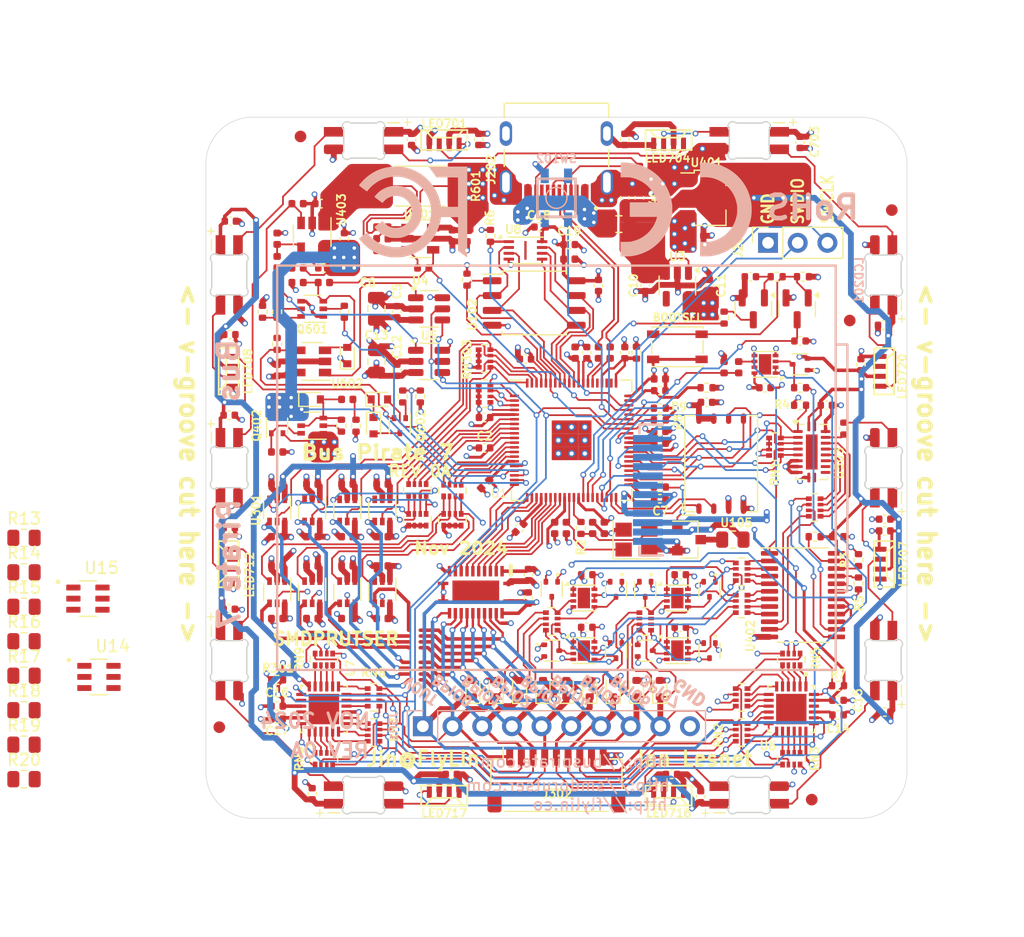
<source format=kicad_pcb>
(kicad_pcb (version 20240108) (generator "pcbnew") (generator_version "8.0")
  (layers (0 "F.Cu" signal) (1 "In1.Cu" signal) (2 "In2.Cu" power) (31 "B.Cu" signal) (34 "B.Paste" user) (35 "F.Paste" user) (36 "B.SilkS" user "B.Silkscreen") (37 "F.SilkS" user "F.Silkscreen") (38 "B.Mask" user) (39 "F.Mask" user) (44 "Edge.Cuts" user))
  (net 0 "")
  (net 1 "GND")
  (net 2 "VREG_VIN")
  (net 3 "VREF_VOUT")
  (net 4 "SWDIO")
  (net 5 "SWCLK")
  (net 6 "BUFDIR0")
  (net 7 "BUFDIR4")
  (net 8 "BPIO0")
  (net 9 "BPIO4")
  (net 10 "BUFDIR1")
  (net 11 "BUFDIR5")
  (net 12 "BPIO1")
  (net 13 "BPIO5")
  (net 14 "BUFDIR2")
  (net 15 "BUFDIR6")
  (net 16 "BPIO2")
  (net 17 "BPIO6")
  (net 18 "BUFDIR3")
  (net 19 "BUFDIR7")
  (net 20 "BPIO3")
  (net 21 "BPIO7")
  (net 22 "BUFIO0")
  (net 23 "BUFIO4")
  (net 24 "BUFIO1")
  (net 25 "BUFIO5")
  (net 26 "BUFIO2")
  (net 27 "BUFIO6")
  (net 28 "BUFIO3")
  (net 29 "BUFIO7")
  (net 30 "USB_D+")
  (net 31 "USB_D-")
  (net 32 "CURRENT_SENSE")
  (net 33 "+3V3")
  (net 34 "+VUSB")
  (net 35 "USB_P")
  (net 36 "USB_N")
  (net 37 "+1V1")
  (net 38 "VREG_OUT")
  (net 39 "DISPLAY_LED-K")
  (net 40 "SPI_CLK")
  (net 41 "SPI_CDO")
  (net 42 "VREG_EN")
  (net 43 "CURRENT_DETECT")
  (net 44 "Net-(Q2-G)")
  (net 45 "AMUX_OUT")
  (net 46 "QSPI_SD3")
  (net 47 "QSPI_SCLK")
  (net 48 "QSPI_SD0")
  (net 49 "QSPI_SD2")
  (net 50 "QSPI_SD1")
  (net 51 "AMUX_S2")
  (net 52 "AMUX_S3")
  (net 53 "AMUX_S1")
  (net 54 "AMUX_S0")
  (net 55 "QSPI_SS_2")
  (net 56 "VREG_ADJ")
  (net 57 "SPI_CDI")
  (net 58 "DISPLAY_DP")
  (net 59 "DISPLAY_CS")
  (net 60 "DISPLAY_RESET")
  (net 61 "DISPLAY_BACKLIGHT")
  (net 62 "CURRENT_RESET")
  (net 63 "CURRENT_EN")
  (net 64 "FLASH_CS")
  (net 65 "RGB_CDO")
  (net 66 "LEDS_CDO")
  (net 67 "Net-(U403-ADJ)")
  (net 68 "Net-(D601-A)")
  (net 69 "Net-(D401-A)")
  (net 70 "Net-(D602-A)")
  (net 71 "Net-(J202-VBUS-PadA4B9)")
  (net 72 "Net-(J202-CC1)")
  (net 75 "Net-(J202-CC2)")
  (net 76 "Net-(LED701-DI)")
  (net 77 "Net-(LED701-DO)")
  (net 78 "Net-(LED702-DI)")
  (net 79 "Net-(LED703-DI)")
  (net 80 "Net-(LED703-DO)")
  (net 81 "Net-(R408-Pad1)")
  (net 82 "Net-(LED706-DI)")
  (net 83 "Net-(LED707-DI)")
  (net 84 "Net-(LED707-DO)")
  (net 85 "Net-(LED708-DI)")
  (net 86 "Net-(LED710-DI)")
  (net 87 "Net-(LED712-DI)")
  (net 88 "Net-(LED713-DO)")
  (net 89 "Net-(LED714-DI)")
  (net 90 "Net-(LED715-DO)")
  (net 91 "Net-(LED716-DO)")
  (net 92 "Net-(LED717-DO)")
  (net 93 "Net-(Q202-G)")
  (net 94 "Net-(Q202-D)")
  (net 95 "Net-(RN4A-R1.8)")
  (net 96 "Net-(RN4B-R1.8)")
  (net 97 "Net-(Q401A-C1)")
  (net 98 "Net-(Q401A-B1)")
  (net 99 "Net-(Q601A-C1)")
  (net 100 "Net-(Q601A-B1)")
  (net 101 "Net-(Q601B-B2)")
  (net 102 "Net-(Q602-G)")
  (net 103 "MCU_RESET")
  (net 104 "Net-(U601-+)")
  (net 105 "Net-(U601--)")
  (net 106 "Net-(RN301D-R1.1)")
  (net 107 "Net-(RN301B-R1.1)")
  (net 108 "Net-(RN301C-R1.1)")
  (net 109 "Net-(RN301A-R1.1)")
  (net 110 "Net-(RN4C-R1.8)")
  (net 111 "Net-(RN4D-R1.8)")
  (net 112 "Net-(RN5A-R1.8)")
  (net 113 "Net-(RN5B-R1.8)")
  (net 114 "Net-(RN306D-R1.1)")
  (net 115 "Net-(RN306B-R1.1)")
  (net 116 "Net-(RN306C-R1.1)")
  (net 117 "Net-(RN306A-R1.1)")
  (net 118 "Net-(J301-Pin_6)")
  (net 119 "Net-(RN400D-R1.1)")
  (net 120 "Net-(RN400B-R1.1)")
  (net 121 "Net-(RN400C-R1.1)")
  (net 122 "Net-(RN400A-R1.1)")
  (net 123 "Net-(RN401D-R1.1)")
  (net 124 "Net-(RN401B-R1.1)")
  (net 125 "Net-(RN401C-R1.1)")
  (net 126 "CURRENT_EN_OVERRIDE")
  (net 127 "Net-(RN401A-R1.1)")
  (net 128 "BUTTONS")
  (net 129 "Net-(RN5D-R1.8)")
  (net 130 "CURRENT_ADJ_MCU")
  (net 133 "Net-(RN317D-R1.1)")
  (net 134 "Net-(RN317C-R1.1)")
  (net 135 "Net-(RN317B-R1.1)")
  (net 136 "Net-(RN317A-R1.1)")
  (net 137 "Net-(RN318D-R1.1)")
  (net 138 "Net-(RN318C-R1.1)")
  (net 139 "Net-(RN318B-R1.1)")
  (net 140 "Net-(RN318A-R1.1)")
  (net 141 "MUX_BPIO4")
  (net 142 "MUX_BPIO5")
  (net 143 "MUX_BPIO6")
  (net 144 "MUX_BPIO7")
  (net 145 "MUX_BPIO0")
  (net 146 "MUX_BPIO1")
  (net 147 "MUX_BPIO2")
  (net 148 "MUX_BPIO3")
  (net 149 "MUX_VREF_VOUT")
  (net 150 "Net-(U402-I8)")
  (net 151 "Net-(LED705-DO)")
  (net 153 "Net-(C106-Pad1)")
  (net 154 "Net-(U1-VREG_AVDD)")
  (net 155 "Net-(U1-XIN)")
  (net 156 "Net-(U1-ADC_AVDD)")
  (net 157 "Net-(U1-XOUT)")
  (net 158 "LA_BPIO7")
  (net 159 "LA_BPIO2")
  (net 160 "LA_BPIO0")
  (net 161 "LA_BPIO5")
  (net 162 "LA_BPIO3")
  (net 163 "LA_BPIO4")
  (net 164 "LA_BPIO1")
  (net 165 "LA_BPIO6")
  (net 166 "AMUX_S0_3V3")
  (net 167 "AMUX_S2_3V3")
  (net 168 "AMUX_S3_3V3")
  (net 169 "AMUX_S1_3V3")
  (net 170 "Net-(RN5C-R1.8)")
  (net 175 "Net-(RN6B-R1.8)")
  (net 176 "Net-(RN6D-R1.8)")
  (net 177 "Net-(RN6C-R1.8)")
  (net 178 "Net-(RN6A-R1.8)")
  (net 179 "Net-(RN7C-R1.8)")
  (net 180 "Net-(RN7B-R1.8)")
  (net 181 "Net-(RN7D-R1.8)")
  (net 182 "Net-(RN7A-R1.8)")
  (net 183 "I2C_SCL")
  (net 184 "I2C_SDA")
  (net 187 "I2C_RESET")
  (net 198 "Net-(RN315B-R1.8)")
  (net 199 "Net-(RN315A-R1.8)")
  (net 200 "Net-(RN315C-R1.8)")
  (net 201 "Net-(RN315D-R1.8)")
  (net 202 "Net-(LED719-DI)")
  (net 203 "Net-(U13A-+)")
  (net 204 "Net-(U402-I9)")
  (net 205 "Net-(U402-I10)")
  (net 206 "Net-(U13B--)")
  (net 207 "Net-(U13B-+)")
  (net 208 "Net-(Q1-G)")
  (net 209 "Net-(Q2-D)")
  (net 210 "MCU_BOOTLOAD")
  (net 211 "Net-(RN2C-R1.1)")
  (net 212 "Net-(RN2A-R1.1)")
  (net 213 "Net-(RN2B-R1.1)")
  (net 214 "Net-(RN2D-R1.1)")
  (net 215 "Net-(RN3D-R1.1)")
  (net 216 "Net-(RN3C-R1.1)")
  (net 217 "Net-(RN3A-R1.1)")
  (net 218 "Net-(RN3B-R1.1)")
  (net 219 "Net-(RN8B-R1.1)")
  (net 220 "Net-(RN8D-R1.1)")
  (net 221 "Net-(RN8C-R1.1)")
  (net 222 "Net-(RN8A-R1.1)")
  (net 223 "Net-(RN9A-R1.1)")
  (net 224 "Net-(RN9C-R1.1)")
  (net 225 "Net-(RN9B-R1.1)")
  (net 226 "Net-(RN9D-R1.1)")
  (net 227 "Net-(J301-Pin_4)")
  (net 228 "Net-(J301-Pin_7)")
  (net 229 "Net-(J301-Pin_2)")
  (net 230 "Net-(J301-Pin_3)")
  (net 231 "Net-(J301-Pin_8)")
  (net 232 "Net-(J301-Pin_5)")
  (net 233 "Net-(J301-Pin_9)")
  (footprint "dp-LED:SK6812-MINI-E" (layer "F.Cu") (at 113.4 62.1 180)
    (property "Reference" "LED702")
    (property "Value" "SK6812-mini-e")
    (fp_line (start 1.7 -0.934314) (end 1.7 0.934314) (stroke (width 0.12)) (layer "Edge.Cuts"))
    (fp_line (start 1.134314 1.5) (end -1.134314 1.5) (stroke (width 0.12)) (layer "Edge.Cuts"))
    (fp_line (start -1.134314 -1.5) (end 1.134314 -1.5) (stroke (width 0.12)) (layer "Edge.Cuts"))
    (fp_line (start -1.7 0.934314) (end -1.7 -0.934314) (stroke (width 0.12)) (layer "Edge.Cuts"))
    (fp_arc (start 1.7 0.934314) (mid 1.7 1.5) (end 1.134314 1.5) (stroke (width 0.12)) (layer "Edge.Cuts"))
    (fp_arc (start 1.134314 -1.5) (mid 1.7 -1.5) (end 1.7 -0.934314) (stroke (width 0.12)) (layer "Edge.Cuts"))
    (fp_arc (start -1.134314 1.5) (mid -1.7 1.5) (end -1.7 0.934314) (stroke (width 0.12)) (layer "Edge.Cuts"))
    (fp_arc (start -1.7 -0.934314) (mid -1.7 -1.5) (end -1.134314 -1.5) (stroke (width 0.12)) (layer "Edge.Cuts"))
  )
  (footprint "dp-LED:SK6812-MINI-E" (layer "F.Cu") (at 146.4 118.1)
    (property "Reference" "LED715")
    (property "Value" "SK6812-mini-e")
    (fp_line (start -1.7 0.934314) (end -1.7 -0.934314) (stroke (width 0.12)) (layer "Edge.Cuts"))
    (fp_line (start -1.134314 -1.5) (end 1.134314 -1.5) (stroke (width 0.12)) (layer "Edge.Cuts"))
    (fp_line (start 1.134314 1.5) (end -1.134314 1.5) (stroke (width 0.12)) (layer "Edge.Cuts"))
    (fp_line (start 1.7 -0.934314) (end 1.7 0.934314) (stroke (width 0.12)) (layer "Edge.Cuts"))
    (fp_arc (start -1.7 -0.934314) (mid -1.7 -1.5) (end -1.134314 -1.5) (stroke (width 0.12)) (layer "Edge.Cuts"))
    (fp_arc (start -1.134314 1.5) (mid -1.7 1.5) (end -1.7 0.934314) (stroke (width 0.12)) (layer "Edge.Cuts"))
    (fp_arc (start 1.134314 -1.5) (mid 1.7 -1.5) (end 1.7 -0.934314) (stroke (width 0.12)) (layer "Edge.Cuts"))
    (fp_arc (start 1.7 0.934314) (mid 1.7 1.5) (end 1.134314 1.5) (stroke (width 0.12)) (layer "Edge.Cuts"))
  )
  (footprint "dp-LED:SK6812-MINI-E" (layer "F.Cu") (at 101.9 106.6 -90)
    (property "Reference" "LED714")
    (property "Value" "SK6812-mini-e")
    (fp_line (start 1.134314 1.5) (end -1.134314 1.5) (stroke (width 0.12)) (layer "Edge.Cuts"))
    (fp_line (start -1.7 0.934314) (end -1.7 -0.934314) (stroke (width 0.12)) (layer "Edge.Cuts"))
    (fp_line (start 1.7 -0.934314) (end 1.7 0.934314) (stroke (width 0.12)) (layer "Edge.Cuts"))
    (fp_line (start -1.134314 -1.5) (end 1.134314 -1.5) (stroke (width 0.12)) (layer "Edge.Cuts"))
    (fp_arc (start -1.134314 1.5) (mid -1.7 1.5) (end -1.7 0.934314) (stroke (width 0.12)) (layer "Edge.Cuts"))
    (fp_arc (start 1.7 0.934314) (mid 1.7 1.5) (end 1.134314 1.5) (stroke (width 0.12)) (layer "Edge.Cuts"))
    (fp_arc (start -1.7 -0.934314) (mid -1.7 -1.5) (end -1.134314 -1.5) (stroke (width 0.12)) (layer "Edge.Cuts"))
    (fp_arc (start 1.134314 -1.5) (mid 1.7 -1.5) (end 1.7 -0.934314) (stroke (width 0.12)) (layer "Edge.Cuts"))
  )
  (footprint "dp-LED:SK6812-MINI-E" (layer "F.Cu") (at 146.4 62.1 180)
    (property "Reference" "LED703")
    (property "Value" "SK6812-mini-e")
    (fp_line (start 1.7 -0.934314) (end 1.7 0.934314) (stroke (width 0.12)) (layer "Edge.Cuts"))
    (fp_line (start 1.134314 1.5) (end -1.134314 1.5) (stroke (width 0.12)) (layer "Edge.Cuts"))
    (fp_line (start -1.134314 -1.5) (end 1.134314 -1.5) (stroke (width 0.12)) (layer "Edge.Cuts"))
    (fp_line (start -1.7 0.934314) (end -1.7 -0.934314) (stroke (width 0.12)) (layer "Edge.Cuts"))
    (fp_arc (start 1.7 0.934314) (mid 1.7 1.5) (end 1.134314 1.5) (stroke (width 0.12)) (layer "Edge.Cuts"))
    (fp_arc (start 1.134314 -1.5) (mid 1.7 -1.5) (end 1.7 -0.934314) (stroke (width 0.12)) (layer "Edge.Cuts"))
    (fp_arc (start -1.134314 1.5) (mid -1.7 1.5) (end -1.7 0.934314) (stroke (width 0.12)) (layer "Edge.Cuts"))
    (fp_arc (start -1.7 -0.934314) (mid -1.7 -1.5) (end -1.134314 -1.5) (stroke (width 0.12)) (layer "Edge.Cuts"))
  )
  (footprint "dp-LED:SK6812-MINI-E" (layer "F.Cu") (at 157.9 73.6 90)
    (property "Reference" "LED705")
    (property "Value" "SK6812-mini-e")
    (fp_line (start -1.134314 -1.5) (end 1.134314 -1.5) (stroke (width 0.12)) (layer "Edge.Cuts"))
    (fp_line (start 1.7 -0.934314) (end 1.7 0.934314) (stroke (width 0.12)) (layer "Edge.Cuts"))
    (fp_line (start -1.7 0.934314) (end -1.7 -0.934314) (stroke (width 0.12)) (layer "Edge.Cuts"))
    (fp_line (start 1.134314 1.5) (end -1.134314 1.5) (stroke (width 0.12)) (layer "Edge.Cuts"))
    (fp_arc (start 1.134314 -1.5) (mid 1.7 -1.5) (end 1.7 -0.934314) (stroke (width 0.12)) (layer "Edge.Cuts"))
    (fp_arc (start -1.7 -0.934314) (mid -1.7 -1.5) (end -1.134314 -1.5) (stroke (width 0.12)) (layer "Edge.Cuts"))
    (fp_arc (start 1.7 0.934314) (mid 1.7 1.5) (end 1.134314 1.5) (stroke (width 0.12)) (layer "Edge.Cuts"))
    (fp_arc (start -1.134314 1.5) (mid -1.7 1.5) (end -1.7 0.934314) (stroke (width 0.12)) (layer "Edge.Cuts"))
  )
  (footprint "dp-LED:SK6812-MINI-E" (layer "F.Cu") (at 113.4 118.1)
    (property "Reference" "LED718")
    (property "Value" "SK6812-mini-e")
    (fp_line (start -1.7 0.934314) (end -1.7 -0.934314) (stroke (width 0.12)) (layer "Edge.Cuts"))
    (fp_line (start -1.134314 -1.5) (end 1.134314 -1.5) (stroke (width 0.12)) (layer "Edge.Cuts"))
    (fp_line (start 1.134314 1.5) (end -1.134314 1.5) (stroke (width 0.12)) (layer "Edge.Cuts"))
    (fp_line (start 1.7 -0.934314) (end 1.7 0.934314) (stroke (width 0.12)) (layer "Edge.Cuts"))
    (fp_arc (start -1.7 -0.934314) (mid -1.7 -1.5) (end -1.134314 -1.5) (stroke (width 0.12)) (layer "Edge.Cuts"))
    (fp_arc (start -1.134314 1.5) (mid -1.7 1.5) (end -1.7 0.934314) (stroke (width 0.12)) (layer "Edge.Cuts"))
    (fp_arc (start 1.134314 -1.5) (mid 1.7 -1.5) (end 1.7 -0.934314) (stroke (width 0.12)) (layer "Edge.Cuts"))
    (fp_arc (start 1.7 0.934314) (mid 1.7 1.5) (end 1.134314 1.5) (stroke (width 0.12)) (layer "Edge.Cuts"))
  )
  (footprint "dp-LED:SK6812-MINI-E" (layer "F.Cu") (at 101.9 73.6 -90)
    (property "Reference" "LED706")
    (property "Value" "SK6812-mini-e")
    (fp_line (start 1.134314 1.5) (end -1.134314 1.5) (stroke (width 0.12)) (layer "Edge.Cuts"))
    (fp_line (start -1.7 0.934314) (end -1.7 -0.934314) (stroke (width 0.12)) (layer "Edge.Cuts"))
    (fp_line (start 1.7 -0.934314) (end 1.7 0.934314) (stroke (width 0.12)) (layer "Edge.Cuts"))
    (fp_line (start -1.134314 -1.5) (end 1.134314 -1.5) (stroke (width 0.12)) (layer "Edge.Cuts"))
    (fp_arc (start -1.134314 1.5) (mid -1.7 1.5) (end -1.7 0.934314) (stroke (width 0.12)) (layer "Edge.Cuts"))
    (fp_arc (start 1.7 0.934314) (mid 1.7 1.5) (end 1.134314 1.5) (stroke (width 0.12)) (layer "Edge.Cuts"))
    (fp_arc (start -1.7 -0.934314) (mid -1.7 -1.5) (end -1.134314 -1.5) (stroke (width 0.12)) (layer "Edge.Cuts"))
    (fp_arc (start 1.134314 -1.5) (mid 1.7 -1.5) (end 1.7 -0.934314) (stroke (width 0.12)) (layer "Edge.Cuts"))
  )
  (footprint "dp-LED:SK6812-MINI-E" (layer "F.Cu") (at 101.9 90.1 -90)
    (property "Reference" "LED710")
    (property "Value" "SK6812-mini-e")
    (fp_line (start 1.134314 1.5) (end -1.134314 1.5) (stroke (width 0.12)) (layer "Edge.Cuts"))
    (fp_line (start -1.7 0.934314) (end -1.7 -0.934314) (stroke (width 0.12)) (layer "Edge.Cuts"))
    (fp_line (start 1.7 -0.934314) (end 1.7 0.934314) (stroke (width 0.12)) (layer "Edge.Cuts"))
    (fp_line (start -1.134314 -1.5) (end 1.134314 -1.5) (stroke (width 0.12)) (layer "Edge.Cuts"))
    (fp_arc (start -1.134314 1.5) (mid -1.7 1.5) (end -1.7 0.934314) (stroke (width 0.12)) (layer "Edge.Cuts"))
    (fp_arc (start 1.7 0.934314) (mid 1.7 1.5) (end 1.134314 1.5) (stroke (width 0.12)) (layer "Edge.Cuts"))
    (fp_arc (start -1.7 -0.934314) (mid -1.7 -1.5) (end -1.134314 -1.5) (stroke (width 0.12)) (layer "Edge.Cuts"))
    (fp_arc (start 1.134314 -1.5) (mid 1.7 -1.5) (end 1.7 -0.934314) (stroke (width 0.12)) (layer "Edge.Cuts"))
  )
  (footprint "Capacitor_SMD:C_0402_1005Metric" (layer "F.Cu") (at 142 70.25)
    (property "Reference" "C402" (hide yes))
    (property "Value" "4.7uF")
  )
  (footprint "Capacitor_SMD:C_0402_1005Metric" (layer "F.Cu") (at 112 98.5)
    (property "Reference" "C313" (hide yes))
    (property "Value" "0.1uF")
  )
  (footprint "Capacitor_SMD:C_0402_1005Metric" (layer "F.Cu") (at 106 98.5)
    (property "Reference" "C308" (hide yes))
    (property "Value" "0.1uF")
  )
  (footprint "Capacitor_SMD:C_0402_1005Metric" (layer "F.Cu") (at 112 103 180)
    (property "Reference" "C315" (hide yes))
    (property "Value" "0.1uF")
  )
  (footprint "Capacitor_SMD:C_0402_1005Metric" (layer "F.Cu") (at 106 96 180)
    (property "Reference" "C304" (hide yes))
    (property "Value" "0.1uF")
  )
  (footprint "Capacitor_SMD:C_0402_1005Metric" (layer "F.Cu") (at 154 96 180)
    (property "Reference" "C403" (hide yes))
    (property "Value" "0.1uF")
  )
  (footprint "Capacitor_SMD:C_0402_1005Metric" (layer "F.Cu") (at 115 98.5)
    (property "Reference" "C314" (hide yes))
    (property "Value" "0.1uF")
  )
  (footprint "Capacitor_SMD:C_0402_1005Metric" (layer "F.Cu") (at 109 98.5)
    (property "Reference" "C309" (hide yes))
    (property "Value" "0.1uF")
  )
  (footprint "Capacitor_SMD:C_0402_1005Metric" (layer "F.Cu") (at 138.75 82.5)
    (property "Reference" "C112" (hide yes))
    (property "Value" "0.1uF")
  )
  (footprint "Capacitor_SMD:C_0402_1005Metric" (layer "F.Cu") (at 138.75 83.5)
    (property "Reference" "C109" (hide yes))
    (property "Value" "2.2uF")
  )
  (footprint "Capacitor_SMD:C_0402_1005Metric" (layer "F.Cu") (at 131.5 80.25 90)
    (property "Reference" "C114")
    (property "Value" "0.1uF")
  )
  (footprint "Capacitor_SMD:C_0402_1005Metric" (layer "F.Cu") (at 123.8 91.5 -135)
    (property "Reference" "C110" (hide yes))
    (property "Value" "0.1uF")
  )
  (footprint "MountingHole:MountingHole_3.2mm_M3" (layer "F.Cu") (at 155.9 116.1)
    (property "Reference" "H3" (hide yes))
    (property "Value" "MountingHole")
  )
  (footprint "Capacitor_SMD:C_0402_1005Metric" (layer "F.Cu") (at 138.75 88)
    (property "Reference" "C111" (hide yes))
    (property "Value" "0.1uF")
  )
  (footprint "Capacitor_SMD:C_0402_1005Metric" (layer "F.Cu") (at 131 72.25)
    (property "Reference" "C103" (hide yes))
    (property "Value" "0.1uF")
  )
  (footprint "MountingHole:MountingHole_3.2mm_M3" (layer "F.Cu") (at 155.9 64.1 -90)
    (property "Reference" "H2" (hide yes))
    (property "Value" "MountingHole")
  )
  (footprint "Capacitor_SMD:C_0402_1005Metric" (layer "F.Cu") (at 133 95.25 90)
    (property "Reference" "C106")
    (property "Value" "15pF")
  )
  (footprint "Capacitor_SMD:C_0402_1005Metric" (layer "F.Cu") (at 138.75 87)
    (property "Reference" "C118" (hide yes))
    (property "Value" "0.1uF")
  )
  (footprint "MountingHole:MountingHole_3.2mm_M3" (layer "F.Cu") (at 103.9 64.1 -90)
    (property "Reference" "H1" (hide yes))
    (property "Value" "MountingHole")
  )
  (footprint "MountingHole:MountingHole_3.2mm_M3" (layer "F.Cu") (at 103.9 116.1 -90)
    (property "Reference" "H4" (hide yes))
    (property "Value" "MountingHole")
  )
  (footprint "Package_TO_SOT_SMD:SOT-363_SC-70-6" (layer "F.Cu") (at 106 93.75 -90)
    (property "Reference" "U301")
    (property "Value" "AiP74LVC1T45GC363.TR")
  )
  (footprint "Package_TO_SOT_SMD:SOT-363_SC-70-6" (layer "F.Cu") (at 115 93.75 -90)
    (property "Reference" "U304" (hide yes))
    (property "Value" "AiP74LVC1T45GC363.TR")
  )
  (footprint "Package_TO_SOT_SMD:SOT-363_SC-70-6" (layer "F.Cu") (at 106 100.75 -90)
    (property "Reference" "U305" (hide yes))
    (property "Value" "AiP74LVC1T45GC363.TR")
  )
  (footprint "Package_TO_SOT_SMD:SOT-363_SC-70-6" (layer "F.Cu") (at 112 100.75 -90)
    (property "Reference" "U307" (hide yes))
    (property "Value" "AiP74LVC1T45GC363.TR" (hide yes))
  )
  (footprint "Resistor_SMD:R_0402_1005Metric" (layer "F.Cu") (at 133.5 80.25 90)
    (property "Reference" "R203" (hide yes))
    (property "Value" "22R")
  )
  (footprint "Resistor_SMD:R_0402_1005Metric" (layer "F.Cu") (at 134.5 80.25 90)
    (property "Reference" "R202" (hide yes))
    (property "Value" "22R")
  )
  (footprint "Resistor_SMD:R_0402_1005Metric" (layer "F.Cu") (at 137 64.78 90)
    (property "Reference" "R204" (hide yes))
    (property "Value" "5.1K")
  )
  (footprint "Inductor_SMD:L_0805_2012Metric" (layer "F.Cu") (at 135.25 69.25 180)
    (property "Reference" "L201" (hide yes))
    (property "Value" "CBW201209U300T")
  )
  (footprint "Capacitor_SMD:C_0402_1005Metric" (layer "F.Cu") (at 157.9 77.9)
    (property "Reference" "C705" (hide yes))
    (property "Value" "0.1uF")
  )
  (footprint "Capacitor_SMD:C_0402_1005Metric" (layer "F.Cu") (at 101.95 78.7 180)
    (property "Reference" "C708" (hide yes))
    (property "Value" "0.1uF")
  )
  (footprint "Capacitor_SMD:C_0402_1005Metric" (layer "F.Cu") (at 135.75 62 90)
    (property "Reference" "C704" (hide yes))
    (property "Value" "0.1uF")
  )
  (footprint "Capacitor_SMD:C_0402_1005Metric" (layer "F.Cu") (at 102 69 180)
    (property "Reference" "C706" (hide yes))
    (property "Value" "0.1uF")
  )
  (footprint "Capacitor_SMD:C_0402_1005Metric" (layer "F.Cu") (at 101.9 85.6 180)
    (property "Reference" "C710" (hide yes))
    (property "Value" "0.1uF")
  )
  (footprint "Capacitor_SMD:C_0402_1005Metric" (layer "F.Cu") (at 101.9 95.25 180)
    (property "Reference" "C712" (hide yes))
    (property "Value" "0.1uF")
  )
  (footprint "Capacitor_SMD:C_0402_1005Metric" (layer "F.Cu") (at 150.75 62.25 90)
    (property "Reference" "C703")
    (property "Value" "0.1uF")
  )
  (footprint "Capacitor_SMD:C_0402_1005Metric" (layer "F.Cu") (at 123.25 62 90)
    (property "Reference" "C701" (hide yes))
    (property "Value" "0.1uF")
  )
  (footprint "Capacitor_SMD:C_0402_1005Metric" (layer "F.Cu") (at 134 95.25 -90)
    (property "Reference" "C117" (hide yes))
    (property "Value" "0.1uF")
  )
  (footprint "Resistor_SMD:R_0402_1005Metric" (layer "F.Cu") (at 142.75 83.25 180)
    (property "Reference" "R103" (hide yes))
    (property "Value" "200R")
  )
  (footprint "Capacitor_SMD:C_0402_1005Metric" (layer "F.Cu") (at 133.5 74.5 -90)
    (property "Reference" "C104" (hide yes))
    (property "Value" "2.2uF")
  )
  (footprint "Capacitor_SMD:C_0402_1005Metric" (layer "F.Cu") (at 135.75 67 -90)
    (property "Reference" "C202" (hide yes))
    (property "Value" "4.7uF")
  )
  (footprint "Capacitor_SMD:C_0402_1005Metric" (layer "F.Cu") (at 137 67 -90)
    (property "Reference" "C201" (hide yes))
    (property "Value" "4.7uF")
  )
  (footprint "Capacitor_SMD:C_0402_1005Metric" (layer "F.Cu") (at 123.75 85.8 180)
    (property "Reference" "C116" (hide yes))
    (property "Value" "0.1uF")
  )
  (footprint "Resistor_SMD:R_Array_Convex_4x0402" (layer "F.Cu") (at 118 94.55 90)
    (property "Reference" "RN302" (hide yes))
    (property "Value" "100K")
  )
  (footprint "Resistor_SMD:R_0805_2012Metric" (layer "F.Cu") (at 145 96.25)
    (property "Reference" "R209" (hide yes))
    (property "Value" "33R")
  )
  (footprint "Resistor_SMD:R_Array_Convex_4x0402" (layer "F.Cu") (at 121 94.55 90)
    (property "Reference" "RN307" (hide yes))
    (property "Value" "100K")
  )
  (footprint "Package_SO:SOP-8_5.28x5.23mm_P1.27mm" (layer "F.Cu") (at 128 76)
    (property "Reference" "U102")
    (property "Value" "W25Q128JVSIQ")
  )
  (footprint "Fiducial:Fiducial_1mm_Mask2mm" (layer "F.Cu") (at 158.6 68.05 -90)
    (property "Reference" "FID1" (hide yes))
    (property "Value" "Fiducial")
  )
  (footprint "Fiducial:Fiducial_1mm_Mask2mm" (layer "F.Cu") (at 101.05 112.3 -90)
    (property "Reference" "FID2" (hide yes))
    (property "Value" "Fiducial")
  )
  (footprint "Capacitor_SMD:C_0402_1005Metric" (layer "F.Cu") (at 142.25 118.25 -90)
    (property "Reference" "C715" (hide yes))
    (property "Value" "0.1uF")
  )
  (footprint "Capacitor_SMD:C_0402_1005Metric" (layer "F.Cu") (at 101.9 102.2 180)
    (property "Reference" "C714" (hide yes))
    (property "Value" "0.1uF")
  )
  (footprint "Capacitor_SMD:C_0402_1005Metric" (layer "F.Cu") (at 139.75 116.332 180)
    (property "Reference" "C716" (hide yes))
    (property "Value" "0.1uF")
  )
  (footprint "Capacitor_SMD:C_0402_1005Metric" (layer "F.Cu") (at 120.904 116.332 180)
    (property "Reference" "C717" (hide yes))
    (property "Value" "0.1uF")
  )
  (footprint "Capacitor_SMD:C_0402_1005Metric" (layer "F.Cu") (at 109 118 -90)
    (property "Reference" "C718" (hide yes))
    (property "Value" "0.1uF")
  )
  (footprint "Capacitor_SMD:C_0402_1005Metric" (layer "F.Cu") (at 139.25 67 90)
    (property "Reference" "C401")
    (property "Value" "4.7uF")
  )
  (footprint "Connector_PinSocket_2.54mm:PinSocket_1x03_P2.54mm_Vertical" (layer "F.Cu") (at 148.01 70.85 90)
    (property "Reference" "J201")
    (property "Value" "Conn_01x03")
  )
  (footprint "Resistor_SMD:R_0402_1005Metric" (layer "F.Cu") (at 122.25 74 -90)
    (property "Reference" "R102" (hide yes))
    (property "Value" "DNF")
  )
  (footprint "Fiducial:Fiducial_1mm_Mask2mm" (layer "F.Cu") (at 108 61.75)
    (property "Reference" "FID4" (hide yes))
    (property "Value" "Fiducial")
  )
  (footprint "Fiducial:Fiducial_1mm_Mask2mm" (layer "F.Cu") (at 155 77.5)
    (property "Reference" "FID5" (hide yes))
    (property "Value" "Fiducial")
  )
  (footprint "Fiducial:Fiducial_1mm_Mask2mm" (layer "F.Cu") (at 151.75 118.5)
    (property "Reference" "FID3" (hide yes))
    (property "Value" "Fiducial")
  )
  (footprint "Capacitor_SMD:C_0402_1005Metric" (layer "F.Cu") (at 158 111)
    (property "Reference" "C713" (hide yes))
    (property "Value" "0.1uF")
  )
  (footprint "Resistor_SMD:R_0402_1005Metric" (layer "F.Cu") (at 135.75 64.78 90)
    (property "Reference" "R201" (hide yes))
    (property "Value" "5.1K")
  )
  (footprint "Connector_JST:JST_SH_SM09B-SRSS-TB_1x09-1MP_P1.00mm_Horizontal" (layer "F.Cu") (at 129.9 116.82)
    (property "Reference" "J302")
    (property "Value" "Conn_01x09")
  )
  (footprint "Package_DFN_QFN:DHVQFN-20-1EP_2.5x4.5mm_P0.5mm_EP1x3mm" (layer "F.Cu") (at 151.75 88.75)
    (property "Reference" "U503")
    (property "Value" "74HCT245BQ")
  )
  (footprint "Crystal:Crystal_SMD_3225-4Pin_3.2x2.5mm" (layer "F.Cu") (at 136.75 96.25)
    (property "Reference" "Y101")
    (property "Value" "ABM8-272-T3")
  )
  (footprint "Resistor_SMD:R_0402_1005Metric" (layer "F.Cu") (at 145.5 81.5 -90)
    (property "Reference" "R406" (hide yes))
    (property "Value" "10K")
  )
  (footprint "Capacitor_SMD:C_0402_1005Metric" (layer "F.Cu") (at 129.75 95.25 -90)
    (property "Reference" "C115" (hide yes))
    (property "Value" "0.1uF")
  )
  (footprint "Package_TO_SOT_SMD:SOT-23" (layer "F.Cu") (at 141.25 96.25)
    (property "Reference" "Q202")
    (property "Value" "MMBT7002K")
  )
  (footprint "Capacitor_SMD:C_0402_1005Metric" (layer "F.Cu") (at 130.75 95.25 -90)
    (property "Reference" "C105" (hide yes))
    (property "Value" "15pF")
  )
  (footprint "Button_Switch_SMD:SW_SPST_PTS810" (layer "F.Cu") (at 140.25 79.75 180)
    (property "Reference" "SW101" (hide yes))
    (property "Value" "TS3425BA 098 2.5H 250gf")
  )
  (footprint "Diode_SMD:D_SOD-523" (layer "F.Cu") (at 112 80.5 90)
    (property "Reference" "D601")
    (property "Value" "1N4148WT")
  )
  (footprint "Capacitor_SMD:C_0402_1005Metric" (layer "F.Cu") (at 158 95.5)
    (property "Reference" "C707" (hide yes))
    (property "Value" "0.1uF")
  )
  (footprint "Capacitor_SMD:C_0402_1005Metric" (layer "F.Cu") (at 121 70.25 -90)
    (property "Reference" "C601" (hide yes))
    (property "Value" "2.2uF")
  )
  (footprint "Capacitor_SMD:C_0402_1005Metric" (layer "F.Cu") (at 122.25 70.25 90)
    (property "Reference" "C602" (hide yes))
    (property "Value" "0.1uF")
  )
  (footprint "Resistor_SMD:R_0402_1005Metric" (layer "F.Cu") (at 106 70.5 90)
    (property "Reference" "R405" (hide yes))
    (property "Value" "33K")
  )
  (footprint "Resistor_SMD:R_0402_1005Metric" (layer "F.Cu") (at 111.5 86.5 90)
    (property "Reference" "R410" (hide yes))
    (property "Value" "10K")
  )
  (footprint "Resistor_SMD:R_0402_1005Metric" (layer "F.Cu") (at 112.75 86.5 -90)
    (property "Reference" "R409" (hide yes))
    (property "Value" "33K")
  )
  (footprint "Resistor_SMD:R_0402_1005Metric" (layer "F.Cu") (at 112 84.25 180)
    (property "Reference" "R408" (hide yes))
    (property "Value" "33K")
  )
  (footprint "Resistor_SMD:R_0402_1005Metric" (layer "F.Cu") (at 106 88.75)
    (property "Reference" "R412" (hide yes))
    (property "Value" "100K")
  )
  (footprint "Resistor_SMD:R_0402_1005Metric" (layer "F.Cu") (at 111.75 76.75 90)
    (property "Reference" "R611" (hide yes))
    (property "Value" "10K")
  )
  (footprint "Resistor_SMD:R_0402_1005Metric" (layer "F.Cu") (at 104.75 76.75 -90)
    (property "Reference" "R609" (hide yes))
    (property "Value" "10K")
  )
  (footprint "Resistor_SMD:R_0402_1005Metric" (layer "F.Cu") (at 106 76.75 -90)
    (property "Reference" "R608" (hide yes))
    (property "Value" "200R")
  )
  (footprint "Capacitor_SMD:C_0402_1005Metric" (layer "F.Cu") (at 109.75 67.5 180)
    (property "Reference" "C404" (hide yes))
    (property "Value" "4.7uF")
  )
  (footprint "Resistor_SMD:R_0402_1005Metric" (layer "F.Cu") (at 106 72.5 90)
    (property "Reference" "R403" (hide yes))
    (property "Value" "102K")
  )
  (footprint "Resistor_SMD:R_0402_1005Metric" (layer "F.Cu") (at 118.5 73 180)
    (property "Reference" "R605" (hide yes))
    (property "Value" "33K")
  )
  (footprint "Resistor_SMD:R_2512_6332Metric_Pad1.40x3.35mm_HandSolder" (layer "F.Cu") (at 118.25 66 180)
    (property "Reference" "R601")
    (property "Value" "0R2")
  )
  (footprint "Resistor_SMD:R_0402_1005Metric" (layer "F.Cu") (at 115 69.5 180)
    (property "Reference" "R602" (hide yes))
    (property "Value" "1K")
  )
  (footprint "Resistor_SMD:R_0402_1005Metric" (layer "F.Cu") (at 115 70.5 180)
    (property "Reference" "R604" (hide yes))
    (property "Value" "33K")
  )
  (footprint "Resistor_SMD:R_0402_1005Metric" (layer "F.Cu") (at 110 74.25)
    (property "Reference" "R606" (hide yes))
    (property "Value" "10K")
  )
  (footprint "Capacitor_SMD:C_0402_1005Metric" (layer "F.Cu") (at 107.75 74.25)
    (property "Reference" "C603" (hide yes))
    (property "Value" "DNF")
  )
  (footprint "Capacitor_SMD:C_0402_1005Metric" (layer "F.Cu") (at 106 81.75 90)
    (property "Reference" "C605" (hide yes))
    (property "Value" "0.1uF")
  )
  (footprint "Resistor_SMD:R_0402_1005Metric" (layer "F.Cu") (at 115 71.5 180)
    (property "Reference" "R603" (hide yes))
    (property "Value" "1K")
  )
  (footprint "Resistor_SMD:R_0402_1005Metric" (layer "F.Cu") (at 106 79.5 -90)
    (property "Reference" "R610" (hide yes))
    (property "Value" "10K")
  )
  (footprint "Capacitor_SMD:C_0402_1005Metric" (layer "F.Cu") (at 117.5 62 90)
    (property "Reference" "C702" (hide yes))
    (property "Value" "0.1uF")
  )
  (footprint "Package_TO_SOT_SMD:SOT-523" (layer "F.Cu") (at 106 86.5 90)
    (property "Reference" "Q402")
    (property "Value" "BC2301T 2.8A")
  )
  (footprint "Resistor_SMD:R_0402_1005Metric" (layer "F.Cu") (at 118.25 84 90)
    (property "Reference" "R613" (hide yes))
    (property "Value" "10K")
  )
  (footprint "Resistor_SMD:R_0402_1005Metric" (layer "F.Cu") (at 116.75 84 90)
    (property "Reference" "R612" (hide yes))
    (property "Value" "200R")
  )
  (footprint "Capacitor_SMD:C_0402_1005Metric" (layer "F.Cu") (at 111.75 70.5 90)
    (property "Reference" "C407" (hide yes))
    (property "Value" "4.7uF")
  )
  (footprint "Resistor_SMD:R_0402_1005Metric" (layer "F.Cu") (at 107.75 67.5)
    (property "Reference" "R401" (hide yes))
    (property "Value" "100K")
  )
  (footprint "Package_TO_SOT_SMD:SOT-23-5" (layer "F.Cu") (at 109 70.25 -90)
    (property "Reference" "U403")
    (property "Value" "AP2127")
  )
  (footprint "Package_TO_SOT_SMD:SOT-363_SC-70-6" (layer "F.Cu") (at 109 76.5 180)
    (property "Reference" "Q601")
    (property "Value" "MMDT3906")
  )
  (footprint "Package_TO_SOT_SMD:SOT-363_SC-70-6" (layer "F.Cu") (at 109 86.5 180)
    (property "Reference" "Q401")
    (property "Value" "BCM857")
  )
  (footprint "Diode_SMD:D_SOD-523" (layer "F.Cu") (at 109 84.25)
    (property "Reference" "D401")
    (property "Value" "1N4148WT")
  )
  (footprint "Package_SO:TSSOP-24_4.4x7.8mm_P0.65mm" (layer "F.Cu") (at 151 101)
    (property "Reference" "U402")
    (property "Value" "CD4067")
  )
  (footprint "Package_TO_SOT_SMD:SOT-363_SC-70-6" (layer "F.Cu") (at 109 100.75 -90)
    (property "Reference" "U306" (hide yes))
    (property "Value" "AiP74LVC1T45GC363.TR")
  )
  (footprint "Capacitor_SMD:C_0402_1005Metric" (layer "F.Cu") (at 106 103 180)
    (property "Reference" "C311" (hide yes))
    (property "Value" "0.1uF")
  )
  (footprint "Resistor_SMD:R_0402_1005Metric" (layer "F.Cu") (at 138.75 91.75)
    (property "Reference" "R208" (hide yes))
    (property "Value" "200R")
  )
  (footprint "Capacitor_SMD:C_0402_1005Metric" (layer "F.Cu") (at 109 103 180)
    (property "Reference" "C312" (hide yes))
    (property "Value" "0.1uF")
  )
  (footprint "Resistor_SMD:R_Array_Convex_4x0402" (layer "F.Cu") (at 123.75 80.75)
    (property "Reference" "RN303")
    (property "Value" "100K")
  )
  (footprint "Capacitor_SMD:C_0402_1005Metric" (layer "F.Cu") (at 153 84.75 180)
    (property "Reference" "C503" (hide yes))
    (property "Value" "0.1uF")
  )
  (footprint "Package_TO_SOT_SMD:SOT-363_SC-70-6" (layer "F.Cu") (at 112 93.75 -90)
    (property "Reference" "U303" (hide yes))
    (property "Value" "AiP74LVC1T45GC363.TR")
  )
  (footprint "Resistor_SMD:R_Array_Convex_4x0402" (layer "F.Cu") (at 123.75 83.75)
    (property "Reference" "RN308" (hide yes))
    (property "Value" "100K")
  )
  (footprint "Resistor_SMD:R_Array_Convex_4x0402" (layer "F.Cu") (at 118 92 90)
    (property "Reference" "RN301")
    (property "Value" "330R")
  )
  (footprint "Package_TO_SOT_SMD:SOT-363_SC-70-6" (layer "F.Cu") (at 109 93.75 -90)
    (property "Reference" "U302" (hide yes))
    (property "Value" "AiP74LVC1T45GC363.TR")
  )
  (footprint "Capacitor_SMD:C_0402_1005Metric" (layer "F.Cu") (at 112 96 180)
    (property "Reference" "C306" (hide yes))
    (property "Value" "0.1uF")
  )
  (footprint "Capacitor_SMD:C_0402_1005Metric" (layer "F.Cu") (at 115 91.5)
    (property "Reference" "C307" (hide yes))
    (property "Value" "0.1uF")
  )
  (footprint "Capacitor_SMD:C_0402_1005Metric" (layer "F.Cu") (at 106 91.5)
    (property "Reference" "C301" (hide yes))
    (property "Value" "0.1uF")
  )
  (footprint "Capacitor_SMD:C_0402_1005Metric" (layer "F.Cu") (at 109 91.5)
    (property "Reference" "C302" (hide yes))
    (property "Value" "0.1uF")
  )
  (footprint "Capacitor_SMD:C_0402_1005Metric" (layer "F.Cu") (at 109 96 180)
    (property "Reference" "C305" (hide yes))
    (property "Value" "0.1uF")
  )
  (footprint "Capacitor_SMD:C_0402_1005Metric" (layer "F.Cu") (at 112 91.5)
    (property "Reference" "C303" (hide yes))
    (property "Value" "0.1uF")
  )
  (footprint "Resistor_SMD:R_Array_Convex_4x0402" (layer "F.Cu") (at 121 92.05 90)
    (property "Reference" "RN306" (hide yes))
    (property "Value" "330R")
  )
  (footprint "Package_TO_SOT_SMD:SOT-363_SC-70-6" (layer "F.Cu") (at 115 100.75 -90)
    (property "Reference" "U308" (hide yes))
    (property "Value" "AiP74LVC1T45GC363.TR")
  )
  (footprint "dp-LED:SK6812-MINI-E" (layer "F.Cu") (at 157.9 106.6 90)
    (property "Reference" "LED713")
    (property "Value" "SK6812-mini-e")
    (fp_line (start -1.134314 -1.5) (end 1.134314 -1.5) (stroke (width 0.12)) (layer "Edge.Cuts"))
    (fp_line (start 1.7 -0.934314) (end 1.7 0.934314) (stroke (width 0.12)) (layer "Edge.Cuts"))
    (fp_line (start -1.7 0.934314) (end -1.7 -0.934314) (stroke (width 0.12)) (layer "Edge.Cuts"))
    (fp_line (start 1.134314 1.5) (end -1.134314 1.5) (stroke (width 0.12)) (layer "Edge.Cuts"))
    (fp_arc (start 1.134314 -1.5) (mid 1.7 -1.5) (end 1.7 -0.934314) (stroke (width 0.12)) (layer "Edge.Cuts"))
    (fp_arc (start -1.7 -0.934314) (mid -1.7 -1.5) (end -1.134314 -1.5) (stroke (width 0.12)) (layer "Edge.Cuts"))
    (fp_arc (start 1.7 0.934314) (mid 1.7 1.5) (end 1.134314 1.5) (stroke (width 0.12)) (layer "Edge.Cuts"))
    (fp_arc (start -1.134314 1.5) (mid -1.7 1.5) (end -1.7 0.934314) (stroke (width 0.12)) (layer "Edge.Cuts"))
  )
  (footprint "usb-c:HRO_TYPE-C-31-M-12" (layer "F.Cu") (at 129.9 61.5 180)
    (property "Reference" "J202")
    (property "Value" "TYPE-C-31-M-12")
  )
  (footprint "Capacitor_SMD:C_0402_1005Metric" (layer "F.Cu") (at 115 103 180)
    (property "Reference" "C316" (hide yes))
    (property "Value" "0.1uF")
  )
  (footprint "dp-LED:SK6812-side-a_b" (layer "F.Cu") (at 157.9 98.35 90)
    (property "Reference" "LED707")
    (property "Value" "SK6812-side-a_b")
  )
  (footprint "dp-LED:SK6812-side-a_b" (layer "F.Cu") (at 139.5 118.1)
    (property "Reference" "LED716")
    (property "Value" "SK6812-side-a_b")
  )
  (footprint "dp-LED:SK6812-side-a_b" (layer "F.Cu") (at 120.3 118.1)
    (property "Reference" "LED717")
    (property "Value" "SK6812-side-a_b")
  )
  (footprint "dp-LED:SK6812-side-a_b" (layer "F.Cu") (at 101.9 98.35 -90)
    (property "Reference" "LED712")
    (property "Value" "SK6812-side-a_b")
  )
  (footprint "dp-LED:SK6812-side-a_b" (layer "F.Cu") (at 101.9 81.85 -90)
    (property "Reference" "LED708")
    (property "Value" "SK6812-side-a_b")
  )
  (footprint "dp-LED:SK6812-side-a_b" (layer "F.Cu") (at 120.3 62.1 180)
    (property "Reference" "LED701")
    (property "Value" "SK6812-side-a_b")
  )
  (footprint "dp-LED:SK6812-side-a_b" (layer "F.Cu") (at 139.5 62.1 180)
    (property "Reference" "LED704")
    (property "Value" "SK6812-side-a_b")
  )
  (footprint "Resistor_SMD:R_Array_Convex_4x0402" (layer "F.Cu") (at 152 93.5)
    (property "Reference" "RN315" (hide yes))
    (property "Value" "510R")
  )
  (footprint "Capacitor_SMD:C_0402_1005Metric" (layer "F.Cu") (at 115 96 180)
    (property "Reference" "C310" (hide yes))
    (property "Value" "0.1uF")
  )
  (footprint "Diode_SMD:D_SOD-523" (layer "F.Cu") (at 114.75 84.25)
    (property "Reference" "D603")
    (property "Value" "1N4148WT")
  )
  (footprint "Package_TO_SOT_SMD:SOT-523" (layer "F.Cu") (at 116.5 86.5 -90)
    (property "Reference" "Q602")
    (property "Value" "BC2301T 2.8A")
  )
  (footprint "Package_TO_SOT_SMD:SOT-89-3" (layer "F.Cu") (at 142.75 67)
    (property "Reference" "U401")
    (property "Value" "ME6211A33PG-N")
  )
  (footprint "Capacitor_SMD:C_0402_1005Metric" (layer "F.Cu") (at 110 73 180)
    (property "Reference" "C408" (hide yes))
    (property "Value" "120pF")
  )
  (footprint "Resistor_SMD:R_0402_1005Metric" (layer "F.Cu") (at 107.75 73 180)
    (property "Reference" "R404" (hide yes))
    (property "Value" "133K")
  )
  (footprint "Diode_SMD:D_SOD-523" (layer "F.Cu") (at 114.25 86.5 -90)
    (property "Reference" "D602")
    (property "Value" "1N4148WT")
  )
  (footprint "Package_TO_SOT_SMD:SOT-23-5" (layer "F.Cu") (at 109 81 180)
    (property "Reference" "U602")
    (property "Value" "GSV331-TR")
  )
  (footprint "Resistor_SMD:R_Array_Convex_4x0402" (layer "F.Cu") (at 145.75 101.75 180)
    (property "Reference" "RN400" (hide yes))
    (property "Value" "510R")
  )
  (footprint "Resistor_SMD:R_Array_Convex_4x0402" (layer "F.Cu") (at 145.75 99 180)
    (property "Reference" "RN401" (hide yes))
    (property "Value" "510R")
  )
  (footprint "Package_TO_SOT_SMD:SOT-23-5" (layer "F.Cu") (at 118.25 70.5)
    (property "Reference" "U601")
    (property "Value" "GS321A-TR")
  )
  (footprint "Resistor_SMD:R_0402_1005Metric" (layer "F.Cu") (at 144.25 81.5 -90)
    (property "Reference" "R407" (hide yes))
    (property "Value" "10K")
  )
  (footprint "Capacitor_SMD:C_0402_1005Metric" (layer "F.Cu") (at 158 94.5)
    (property "Reference" "C719" (hide yes))
    (property "Value" "0.1uF")
  )
  (footprint "dp-LED:SK6812-MINI-E" (layer "F.Cu") (at 157.9 90.1 90)
    (property "Reference" "LED719")
    (property "Value" "SK6812-mini-e")
    (fp_line (start -1.134314 -1.5) (end 1.134314 -1.5) (stroke (width 0.12)) (layer "Edge.Cuts"))
    (fp_line (start 1.7 -0.934314) (end 1.7 0.934314) (stroke (width 0.12)) (layer "Edge.Cuts"))
    (fp_line (start -1.7 0.934314) (end -1.7 -0.934314) (stroke (width 0.12)) (layer "Edge.Cuts"))
    (fp_line (start 1.134314 1.5) (end -1.134314 1.5) (stroke (width 0.12)) (layer "Edge.Cuts"))
    (fp_arc (start 1.134314 -1.5) (mid 1.7 -1.5) (end 1.7 -0.934314) (stroke (width 0.12)) (layer "Edge.Cuts"))
    (fp_arc (start -1.7 -0.934314) (mid -1.7 -1.5) (end -1.134314 -1.5) (stroke (width 0.12)) (layer "Edge.Cuts"))
    (fp_arc (start 1.7 0.934314) (mid 1.7 1.5) (end 1.134314 1.5) (stroke (width 0.12)) (layer "Edge.Cuts"))
    (fp_arc (start -1.134314 1.5) (mid -1.7 1.5) (end -1.7 0.934314) (stroke (width 0.12)) (layer "Edge.Cuts"))
  )
  (footprint "Capacitor_SMD:C_0402_1005Metric" (layer "F.Cu") (at 142.75 84.5)
    (property "Reference" "C121" (hide yes))
    (property "Value" "0.1uF")
  )
  (footprint "dp-memory:U-PDFN-8" (layer "F.Cu") (at 144 89.75 90)
    (property "Reference" "U105")
    (property "Value" "MT29F1G01ABAFDWB")
  )
  (footprint "Resistor_SMD:R_0402_1005Metric" (layer "F.Cu") (at 154.5 86.75 90)
    (property "Reference" "R502" (hide yes))
    (property "Value" "1K")
  )
  (footprint "Resistor_SMD:R_0805_2012Metric" (layer "F.Cu") (at 84.3375 96.1)
    (property "Reference" "R13")
    (property "Value" "120R")
  )
  (footprint "Resistor_SMD:R_0402_1005Metric" (layer "F.Cu") (at 138.75 86 180)
    (property "Reference" "R8")
    (property "Value" "10K")
  )
  (footprint "Package_TO_SOT_SMD:SOT-523" (layer "F.Cu") (at 135 100.5 -90)
    (property "Reference" "D8")
    (property "Value" "BAS40-04")
  )
  (footprint "Capacitor_SMD:C_0402_1005Metric" (layer "F.Cu") (at 106 110.5)
    (property "Reference" "C16")
    (property "Value" "0.1uF")
  )
  (footprint "dp-LED:SK6812-side-a_b" (layer "F.Cu") (at 157.9 81.85 90)
    (property "Reference" "LED720")
    (property "Value" "SK6812-side-a_b")
  )
  (footprint "Resistor_SMD:R_0402_1005Metric" (layer "F.Cu") (at 106 108.25 180)
    (property "Reference" "R301")
    (property "Value" "10K")
  )
  (footprint "Capacitor_SMD:C_0402_1005Metric" (layer "F.Cu") (at 147.75 83.25 180)
    (property "Reference" "C20")
    (property "Value" "0.1uF")
  )
  (footprint "Capacitor_SMD:C_0402_1005Metric" (layer "F.Cu") (at 155.956 81.28 -90)
    (property "Reference" "C720" (hide yes))
    (property "Value" "0.1uF")
  )
  (footprint "Capacitor_SMD:C_0402_1005Metric" (layer "F.Cu") (at 127.25 80.8 180)
    (property "Reference" "C113")
    (property "Value" "0.1uF")
  )
  (footprint "Resistor_SMD:R_Array_Convex_4x0402" (layer "F.Cu") (at 150 106.5 -90)
    (property "Reference" "RN5")
    (property "Value" "2.2K")
  )
  (footprint "Resistor_SMD:R_0402_1005Metric" (layer "F.Cu") (at 152 96)
    (property "Reference" "R320" (hide yes))
    (property "Value" "510R")
  )
  (footprint "Package_TO_SOT_SMD:SOT-523" (layer "F.Cu") (at 137.5 100.5 -90)
    (property "Reference" "D3")
    (property "Value" "BAS40-04")
  )
  (footprint "Resistor_SMD:R_0402_1005Metric" (layer "F.Cu") (at 132 95.25 90)
    (property "Reference" "R2")
    (property "Value" "1K")
  )
  (footprint "Package_DFN_QFN:DFN-8-1EP_2x2mm_P0.5mm_EP1.05x1.75mm" (layer "F.Cu") (at 147.75 81.25 180)
    (property "Reference" "U13")
    (property "Value" "LM358_DFN")
  )
  (footprint "Capacitor_SMD:C_0402_1005Metric" (layer "F.Cu") (at 116.25 76.75 90)
    (property "Reference" "C5")
    (property "Value" "0.1uF")
  )
  (footprint "Capacitor_SMD:C_0402_1005Metric" (layer "F.Cu") (at 137.5 74.5 -90)
    (property "Reference" "C10")
    (property "Value" "4.7uF")
  )
  (footprint "Package_TO_SOT_SMD:SOT-523" (layer "F.Cu") (at 143 105.75 -90)
    (property "Reference" "D1")
    (property "Value" "BAS40-04")
  )
  (footprint "Capacitor_SMD:C_0402_1005Metric" (layer "F.Cu") (at 127.5 101.25 90)
    (property "Reference" "C9")
    (property "Value" "0.1uF")
  )
  (footprint "Capacitor_SMD:C_0402_1005Metric" (layer "F.Cu") (at 140.5 99.25)
    (property "Reference" "C507")
    (property "Value" "0.1uF" (hide yes))
  )
  (footprint "Resistor_SMD:R_Array_Convex_4x0402" (layer "F.Cu") (at 145.75 112.75 180)
    (property "Reference" "RN2")
    (property "Value" "1M")
  )
  (footprint "Resistor_SMD:R_0805_2012Metric" (layer "F.Cu") (at 84.3375 110.85)
    (property "Reference" "R18")
    (property "Value" "120R")
  )
  (footprint "Capacitor_SMD:C_0402_1005Metric" (layer "F.Cu") (at 127.5 99.25 -90)
    (property "Reference" "C3")
    (property "Value" "0.1uF")
  )
  (footprint "manuf:NXP-DHVQFN24" (layer "F.Cu") (at 123 100.75 180)
    (property "Reference" "U2" (hide yes))
    (property "Value" "74LVC8T245BQ")
  )
  (footprint "Package_TO_SOT_SMD:SOT-523" (layer "F.Cu") (at 137.5 105.75)
    (property "Reference" "D2")
    (property "Value" "BAS40-04")
  )
  (footprint "Capacitor_SMD:C_0402_1005Metric" (layer "F.Cu") (at 146.5 73.75 180)
    (property "Reference" "C21")
    (property "Value" "10uF")
  )
  (footprint "Capacitor_SMD:C_0402_1005Metric" (layer "F.Cu") (at 150.75 79.25)
    (property "Reference" "C22")
    (property "Value" "0.1uF")
  )
  (footprint "Resistor_SMD:R_Array_Convex_4x0402" (layer "F.Cu") (at 145.75 109.75)
    (property "Reference" "RN4")
    (property "Value" "4.7K")
  )
  (footprint "Resistor_SMD:R_0402_1005Metric" (layer "F.Cu") (at 151 73.75)
    (property "Reference" "R11")
    (property "Value" "10K")
  )
  (footprint "Capacitor_SMD:C_0402_1005Metric" (layer "F.Cu") (at 143 74.5 90)
    (property "Reference" "C11")
    (property "Value" "4.7uF")
  )
  (footprint "Package_TO_SOT_SMD:SOT-523" (layer "F.Cu") (at 129.5 100.5 -90)
    (property "Reference" "D7")
    (property "Value" "BAS40-04")
  )
  (footprint "Resistor_SMD:R_0402_1005Metric" (layer "F.Cu") (at 124.25 70.25 -90)
    (property "Reference" "R6")
    (property "Value" "100K")
  )
  (footprint "Diode_SMD:D_SOD-523" (layer "F.Cu") (at 124.75 109 90)
    (property "Reference" "D10")
    (property "Value" "DESD5Z5.0")
  )
  (footprint "Resistor_SMD:R_Array_Convex_4x0402" (layer "F.Cu") (at 114.25 112.75 180)
    (property "Reference" "RN7")
    (property "Value" "4.7K")
  )
  (footprint "Capacitor_SMD:C_0402_1005Metric" (layer "F.Cu") (at 123.75 88.4 180)
    (property "Reference" "C2")
    (property "Value" "0.1uF")
  )
  (footprint "Resistor_SMD:R_0402_1005Metric" (layer "F.Cu") (at 148.75 73.75 180)
    (property "Reference" "R10")
    (property "Value" "470K")
  )
  (footprint "Resistor_SMD:R_0805_2012Metric" (layer "F.Cu") (at 84.3375 113.8)
    (property "Reference" "R19")
    (property "Value" "120R")
  )
  (footprint "Capacitor_SMD:C_0402_1005Metric" (layer "F.Cu") (at 126.75 95.25 -135)
    (property "Reference" "C8")
    (property "Value" "0.1uF")
  )
  (footprint "Resistor_SMD:R_0805_2012Metric" (layer "F.Cu") (at 84.3375 102)
    (property "Reference" "R15")
    (property "Value" "120R")
  )
  (footprint "Package_TO_SOT_SMD:SOT-523" (layer "F.Cu") (at 143 100.5 -90)
    (property "Reference" "D4")
    (property "Value" "BAS40-04")
  )
  (footprint "Package_TO_SOT_SMD:SOT-23-6" (layer "F.Cu") (at 119 76.5)
    (property "Reference" "U4")
    (property "Value" "MCP4725xxx-xCH")
  )
  (footprint "Package_DFN_QFN:DFN-8-1EP_2x2mm_P0.5mm_EP1.05x1.75mm" (layer "F.Cu") (at 132.25 105.75)
    (property "Reference" "U10")
    (property "Value" "LM358_DFN")
  )
  (footprint "Resistor_SMD:R_0805_2012Metric" (layer "F.Cu") (at 84.3375 104.95)
    (property "Reference" "R16")
    (property "Value" "120R")
  )
  (footprint "Resistor_SMD:R_Array_Convex_4x0402" (layer "F.Cu") (at 114.25 109.75)
    (property "Reference" "RN8")
    (property "Value" "1M")
  )
  (footprint "Package_TO_SOT_SMD:SOT-523" (layer "F.Cu") (at 129.5 105.75)
    (property "Reference" "D6")
    (property "Value" "BAS40-04")
  )
  (footprint "Package_DFN_QFN:DFN-8-1EP_2x2mm_P0.5mm_EP1.05x1.75mm" (layer "F.Cu") (at 140.25 101.25)
    (property "Reference" "U11")
    (property "Value" "LM358_DFN")
  )
  (footprint "Package_DFN_QFN:DFN-8-1EP_2x2mm_P0.5mm_EP1.05x1.75mm" (layer "F.Cu") (at 132.25 101.25)
    (property "Reference" "U9")
    (property "Value" "LM358_DFN")
  )
  (footprint "Capacitor_SMD:C_0805_2012Metric" (layer "F.Cu") (at 114.5 76.5 90)
    (property "Reference" "C6")
    (property "Value" "10uF")
  )
  (footprint "Resistor_SMD:R_Array_Convex_4x0402" (layer "F.Cu") (at 110 115 90)
    (property "Reference" "RN6")
    (property "Value" "2.2K")
  )
  (footprint "Resistor_SMD:R_Array_Convex_4x0402" (layer "F.Cu") (at 148.6 88.3)
    (property "Reference" "RN1")
    (property "Value" "100K")
  )
  (footprint "qfn80:qfn80" (layer "F.Cu") (at 131.25 87.8)
    (property "Reference" "U1")
    (property "Value" "RP2350B")
  )
  (footprint "library:SOT95P275X110-6N" (layer "F.Cu") (at 89.8075 101.3)
    (property "Reference" "U15")
    (property "Value" "IP4220CZ6F")
  )
  (footprint "Resistor_SMD:R_0402_1005Metric" (layer "F.Cu") (at 150.75 83.25)
    (property "Reference" "R319" (hide yes))
    (property "Value" "100K")
  )
  (footprint "library:SOT95P275X110-6N" (layer "F.Cu") (at 90.75 108)
    (property "Reference" "U14")
    (property "Value" "IP4220CZ6F")
  )
  (footprint "Capacitor_SMD:C_0402_1005Metric" (layer "F.Cu") (at 131 71)
    (property "Reference" "C19")
    (property "Value" "2.2uF")
  )
  (footprint "Resistor_SMD:R_Array_Convex_4x0402" (layer "F.Cu") (at 150 115 -90)
    (property "Reference" "RN3")
    (property "Value" "10K")
  )
  (footprint "Package_DFN_QFN:DFN-8-1EP_2x2mm_P0.5mm_EP1.05x1.75mm" (layer "F.Cu") (at 140.25 105.75)
    (property "Reference" "U12")
    (property "Value" "LM358_DFN")
  )
  (footprint "Diode_SMD:D_SOD-523" (layer "F.Cu") (at 138.75 109 90)
    (property "Reference" "D14")
    (property "Value" "DESD5Z5.0")
  )
  (footprint "Resistor_SMD:R_0402_1005Metric" (layer "F.Cu") (at 150.75 84.75)
    (property "Reference" "R4")
    (property "Value" "100K")
  )
  (footprint "qfn24-4x4x50:QFN50P400X400X80-25N" (layer "F.Cu") (at 110 110.75 90)
    (property "Reference" "U7")
    (property "Value" "TCA6416RTWT")
  )
  (footprint "Resistor_SMD:R_0402_1005Metric" (layer "F.Cu") (at 155.75 100 -90)
    (property "Reference" "R5")
    (property "Value" "510R")
  )
  (footprint "Resistor_SMD:R_0805_2012Metric" (layer "F.Cu") (at 84.3375 99.05)
    (property "Reference" "R14")
    (property "Value" "120R")
  )
  (footprint "Package_TO_SOT_SMD:SOT-523" (layer "F.Cu") (at 135 105.75 -90)
    (property "Reference" "D5")
    (property "Value" "BAS40-04")
  )
  (footprint "Diode_SMD:D_SOD-523" (layer "F.Cu") (at 122.75 109 90)
    (property "Reference" "D18")
    (property "Value" "DESD5Z5.0")
  )
  (footprint "Resistor_SMD:R_Array_Convex_4x0402" (layer "F.Cu") (at 110 106.5 90)
    (property "Reference" "RN9")
    (property "Value" "10K")
  )
  (footprint "Package_TO_SOT_SMD:SOT-523" (layer "F.Cu") (at 150.75 81.25 180)
    (property "Reference" "D9")
    (property "Value" "BAS40-04")
  )
  (footprint "Resistor_SMD:R_0402_1005Metric" (layer "F.Cu") (at 136.75 80.25 -90)
    (property "Reference" "R1")
    (property "Value" "10R")
  )
  (footprint "Package_TO_SOT_SMD:SOT-23-6" (layer "F.Cu") (at 119 81)
    (property "Reference" "U5")
    (property "Value" "MCP4725xxx-xCH")
  )
  (footprint "Resistor_SMD:R_0402_1005Metric" (layer "F.Cu") (at 138.75 85 180)
    (property "Reference" "R9")
    (property "Value" "10K")
  )
  (footprint "Capacitor_SMD:C_0402_1005Metric" (layer "F.Cu") (at 154 110 180)
    (property "Reference" "C15")
    (property "Value" "0.1uF")
  )
  (footprint "Package_TO_SOT_SMD:SOT-23" (layer "F.Cu") (at 150.5 76.5 -90)
    (property "Reference" "Q1")
    (property "Value" "MMBT7002K")
  )
  (footprint "Capacitor_SMD:C_0805_2012Metric" (layer "F.Cu") (at 114.5 81 90)
    (property "Reference" "C13")
    (property "Value" "10uF")
  )
  (footprint "Capacitor_SMD:C_0402_1005Metric" (layer "F.Cu") (at 132.5 99.25)
    (property "Reference" "C509")
    (property "Value" "0.1uF" (hide yes))
  )
  (footprint "Resistor_SMD:R_0805_2012Metric" (layer "F.Cu") (at 84.3375 116.75)
    (property "Reference" "R20")
    (property "Value" "120R")
  )
  (footprint "Diode_SMD:D_SOD-523" (layer "F.Cu") (at 136.75 109 90)
    (property "Reference" "D15")
    (property "Value" "DESD5Z5.0")
  )
  (footprint "Diode_SMD:D_SOD-523" (layer "F.Cu") (at 126.75 109 90)
    (property "Reference" "D11")
    (property "Value" "DESD5Z5.0")
  )
  (footprint "Capacitor_SMD:C_0402_1005Metric" (layer "F.Cu") (at 132.5 103.75)
    (property "Reference" "C510" (hide yes))
    (property "Value" "0.1uF")
  )
  (footprint "Resistor_SMD:R_0402_1005Metric" (layer "F.Cu") (at 144.25 77.25 -90)
    (property "Reference" "R12")
    (property "Value" "1K")
  )
  (footprint "Capacitor_SMD:C_0402_1005Metric" (layer "F.Cu") (at 116.25 81.75 90)
    (property "Reference" "C12")
    (property "Value" "0.1uF")
  )
  (footprint "Package_TO_SOT_SMD:SOT-23" (layer "F.Cu") (at 146.75 76.5 -90)
    (property "Reference" "Q2")
    (property "Value" "MMBT7002K")
  )
  (footprint "Resistor_SMD:R_0402_1005Metric" (layer "F.Cu") (at 154 108.75 180)
    (property "Reference" "R7")
    (property "Value" "100K")
  )
  (footprint "Capacitor_SMD:C_0402_1005Metric" (layer "F.Cu") (at 135.75 80.25 90)
    (property "Reference" "C4")
    (property "Value" "2.2uF")
  )
  (footprint "Package_TO_SOT_SMD:SOT-23-5" (layer "F.Cu") (at 140.25 74.5 -90)
    (property "Reference" "U3")
    (property "Value" "TLV74311PDBVR")
  )
  (footprint "qfn24-4x4x50:QFN50P400X400X80-25N" (layer "F.Cu") (at 150 110.75 -90)
    (property "Reference" "U6")
    (property "Value" "TCA6416RTWT")
  )
  (footprint "Resistor_SMD:R_0805_2012Metric" (layer "F.Cu") (at 84.3375 107.9)
    (property "Reference" "R17")
    (property "Value" "120R")
  )
  (footprint "Diode_SMD:D_SOD-523" (layer "F.Cu") (at 134.75 109 90)
    (property "Reference" "D16")
    (property "Value" "DESD5Z5.0")
  )
  (footprint "Capacitor_SMD:C_0402_1005Metric" (layer "F.Cu") (at 106 111.6)
    (property "Reference" "C17")
    (property "Value" "0.1uF")
  )
  (footprint "Capacitor_SMD:C_0402_1005Metric" (layer "F.Cu") (at 128.5 69.5 180)
    (property "Reference" "C18")
    (property "Value" "0.1uF")
  )
  (footprint "Diode_SMD:D_SOD-523" (layer "F.Cu") (at 128.75 109 90)
    (property "Reference" "D13")
    (property "Value" "DESD5Z5.0")
  )
  (footprint "Capacitor_SMD:C_0402_1005Metric" (layer "F.Cu") (at 132.5 80.25 90)
    (property "Reference" "C1")
    (property "Value" "0.1uF")
  )
  (footprint "Diode_SMD:D_SOD-523" (layer "F.Cu") (at 130.75 109 90)
    (property "Reference" "D12")
    (property "Value" "DESD5Z5.0")
  )
  (footprint "Capacitor_SMD:C_0402_1005Metric" (layer "F.Cu") (at 154 111.25 180)
    (property "Reference" "C14")
    (property "Value" "0.1uF")
  )
  (footprint "Diode_SMD:D_SOD-523" (layer "F.Cu") (at 132.75 109 90)
    (property "Reference" "D17")
    (property "Value" "DESD5Z5.0")
  )
  (footprint "Capacitor_SMD:C_0402_1005Metric" (layer "F.Cu") (at 140.5 103.75)
    (property "Reference" "C508" (hide yes))
    (property "Value" "0.1uF")
  )
  (footprint "Resistor_SMD:R_Array_Convex_4x0402" (layer "F.Cu") (at 129.5 103.25 180)
    (property "Reference" "RN318" (hide yes))
    (property "Value" "100K")
  )
  (footprint "Package_SON:Winbond_USON-8-1EP_3x2mm_P0.5mm_EP0.2x1.6mm" (layer "F.Cu") (at 127.25 71.5)
    (property "Reference" "U8")
    (property "Value" "APS6404L-3SQR-ZR")
  )
  (footprint "Resistor_SMD:R_0402_1005Metric" (layer "F.Cu") (at 155.75 98 90)
    (property "Reference" "R3")
    (property "Value" "510R")
  )
  (footprint "Capacitor_SMD:C_0402_1005Metric" (layer "F.Cu") (at 138.75 92.75)
    (property "Reference" "C7")
    (property "Value" "0.1uF")
  )
  (footprint "Resistor_SMD:R_Array_Convex_4x0402" (layer "F.Cu") (at 137.5 103.25 180)
    (property "Reference" "RN317")
    (property "Value" "100K" (hide yes))
  )
  (footprint "Connector_PinHeader_2.54mm:PinHeader_1x10_P2.54mm_Vertical" (layer "B.Cu") (at 118.47 112.22 -90)
    (property "Reference" "J301")
    (property "Value" "Conn_01x10")
  )
  (footprint "dp-switch:GT-TC026X-HXXX-LX" (layer "B.Cu") (at 129.9 67 90)
    (property "Reference" "SW102")
    (property "Value" "TS3315A 250gf 025")
  )
  (footprint "dp-logo:logo_fcc" (layer "B.Cu") (at 117.65 68.2 180)
    (property "Reference" "logo1" (hide yes))
    (property "Value" "fcc_logo" (hide yes))
  )
  (footprint "Symbol:CE-Logo_11.2x8mm_SilkScreen" (layer "B.Cu") (at 141 68 180)
    (property "Reference" "logo2" (hide yes))
    (property "Value" "ce_logo" (hide yes))
  )
  (footprint "dp-lcd:TFT_20_QT200H1201" (layer "B.Cu") (at 129.9 90.1 -90)
    (property "Reference" "LCD201")
    (property "Value" "TFT_20_QT200H1201")
  )
  (gr_arc (start 103.9 120.1) (mid 101.071573 118.928427) (end 99.9 116.1) (stroke (width 0.05)) (layer "Edge.Cuts"))
  (gr_circle (center 155.9 116.1) (end 155.9 117.1) (stroke (width 0.05)) (fill none) (layer "Edge.Cuts"))
  (gr_circle (center 103.9 64.1) (end 103.9 65.1) (stroke (width 0.05)) (fill none) (layer "Edge.Cuts"))
  (gr_circle (center 103.9 116.1) (end 103.9 117.1) (stroke (width 0.05)) (fill none) (layer "Edge.Cuts"))
  (gr_arc (start 159.9 116.1) (mid 158.728427 118.928427) (end 155.9 120.1) (stroke (width 0.05)) (layer "Edge.Cuts"))
  (gr_line (start 103.9 120.1) (end 155.9 120.1) (stroke (width 0.05)) (layer "Edge.Cuts"))
  (gr_circle (center 155.9 64.1) (end 155.9 65.1) (stroke (width 0.05)) (fill none) (layer "Edge.Cuts"))
  (gr_line (start 99.9 64.1) (end 99.9 116.1) (stroke (width 0.05)) (layer "Edge.Cuts"))
  (gr_line (start 159.9 116.1) (end 159.9 64.1) (stroke (width 0.05)) (layer "Edge.Cuts"))
  (gr_arc (start 155.9 60.1) (mid 158.728427 61.271573) (end 159.9 64.1) (stroke (width 0.05)) (layer "Edge.Cuts"))
  (gr_arc (start 99.9 64.1) (mid 101.071573 61.271573) (end 103.9 60.1) (stroke (width 0.05)) (layer "Edge.Cuts"))
  (gr_line (start 103.9 60.1) (end 155.9 60.1) (stroke (width 0.05)) (layer "Edge.Cuts"))
  (gr_text "BPIO7" (at 138.8 109.2 145) (layer "B.SilkS") (effects (font (size 0.85 0.85) (thickness 0.2125)) (justify mirror)))
  (gr_text "BPIO3" (at 128.61 109.2 145) (layer "B.SilkS") (effects (font (size 0.85 0.85) (thickness 0.2125)) (justify mirror)))
  (gr_text "VOUT" (at 118.3 109.15 145) (layer "B.SilkS") (effects (font (size 0.85 0.85) (thickness 0.2125)) (justify mirror)))
  (gr_text "BPIO2" (at 126.1 109.25 145) (layer "B.SilkS") (effects (font (size 0.85 0.85) (thickness 0.2125)) (justify mirror)))
  (gr_text "BPIO6" (at 136.25 109.2 145) (layer "B.SilkS") (effects (font (size 0.85 0.85) (thickness 0.2125)) (justify mirror)))
  (gr_text "BPIO1" (at 123.55 109.2 145) (layer "B.SilkS") (effects (font (size 0.85 0.85) (thickness 0.2125)) (justify mirror)))
  (gr_text "BPIO0" (at 121 109.15 145) (layer "B.SilkS") (effects (font (size 0.85 0.85) (thickness 0.2125)) (justify mirror)))
  (gr_text "BPIO5" (at 133.7 109.2 145) (layer "B.SilkS") (effects (font (size 0.85 0.85) (thickness 0.2125)) (justify mirror)))
  (gr_text "GND" (at 141.3 109.3 145) (layer "B.SilkS") (effects (font (size 1 1) (thickness 0.25)) (justify mirror)))
  (gr_text "REV 0A" (at 110.49 114.3 0) (layer "B.SilkS") (effects (font (size 1.25 1.25) (thickness 0.25)) (justify mirror)))
  (gr_text "BPIO4" (at 131.15 109.2 145) (layer "B.SilkS") (effects (font (size 0.85 0.85) (thickness 0.2125)) (justify mirror)))
  (gr_text "NOV 2024" (at 109.22 111.76 0) (layer "B.SilkS") (effects (font (size 1.25 1.25) (thickness 0.25)) (justify mirror)))
  (gr_text "Pirate 7" (at 101.9 98.35 90) (layer "B.SilkS") (effects (font (size 1.75 1.8) (thickness 0.4)) (justify mirror)))
  (gr_text "Bus" (at 101.85 81.8 90) (layer "B.SilkS") (effects (font (size 1.75 2) (thickness 0.375)) (justify mirror)))
  (gr_text "http://buspirate.com" (at 139.5 115.824 0) (layer "B.SilkS") (effects (font (size 1 1)) (justify left bottom mirror)))
  (gr_text "http://flylin.co" (at 139.5 119.5 0) (layer "B.SilkS") (effects (font (size 1 1)) (justify left bottom mirror)))
  (gr_text "RoHS" (at 156 69 0) (layer "B.SilkS") (effects (font (size 2 2) (thickness 0.4) (bold yes)) (justify left bottom mirror)))
  (gr_text "http://smdprutser.com" (at 139.7 117.856 0) (layer "B.SilkS") (effects (font (size 1 1)) (justify left bottom mirror)))
  (gr_text "GND" (at 148 66.5 90) (layer "F.SilkS") (effects (font (size 1 0.85) (thickness 0.2125)) (justify right)))
  (gr_text "SWDIO" (at 150.55 65.2 90) (layer "F.SilkS") (effects (font (size 1 0.85) (thickness 0.1875)) (justify right)))
  (gr_text "Nov 2024" (at 121.75 97 0) (layer "F.SilkS") (effects (font (size 1 1.1) (thickness 0.25))))
  (gr_text "SMDPRUTSER" (at 111 104.75 0) (layer "F.SilkS") (effects (font (size 1.1 1.1) (thickness 0.25))))
  (gr_text "Ian Lesnet" (at 141.75 115 0) (layer "F.SilkS") (effects (font (size 1.25 1.25) (thickness 0.25))))
  (gr_text "SWCLK" (at 153.1 64.9 90) (layer "F.SilkS") (effects (font (size 1 0.85) (thickness 0.1875)) (justify right)))
  (gr_text "<- v-groove cut here ->" (at 161.6 89.75 -90) (layer "F.SilkS") (effects (font (size 1.5 1.5) (thickness 0.35))))
  (gr_text "<- v-groove cut here ->" (at 98.45 89.75 -90) (layer "F.SilkS") (effects (font (size 1.5 1.5) (thickness 0.35))))
  (gr_text "BOOTSEL" (at 142.5 77.25 0) (layer "F.SilkS") (effects (font (size 0.65 0.65) (thickness 0.1625)) (justify right)))
  (gr_text "REV 0A" (at 118.2 90.4 0) (layer "F.SilkS") (effects (font (size 1 1) (thickness 0.2) (bold yes))))
  (gr_text "Bus Pirate 7" (at 114.6 88.8 0) (layer "F.SilkS") (effects (font (size 1.2 1.35) (thickness 0.3))))
  (gr_text "Jin@FlyLin" (at 118.5 115 0) (layer "F.SilkS") (effects (font (size 1.25 1.25) (thickness 0.25))))
  (segment (start 142.1 74.5) (end 142.58 74.02) (width 0.5) (layer "F.Cu") (net 1))
  (segment (start 153.48 84.75) (end 154.25 84.75) (width 0.3048) (layer "F.Cu") (net 1))
  (segment (start 128.65 105.25) (end 128.855 105.25) (width 0.15) (layer "F.Cu") (net 1))
  (segment (start 140.25 96.45) (end 140.2 96.4) (width 0.5) (layer "F.Cu") (net 1))
  (segment (start 109 99.8) (end 109 99.304999) (width 0.5) (layer "F.Cu") (net 1))
  (segment (start 125.25 98.95) (end 127.32 98.95) (width 0.3048) (layer "F.Cu") (net 1))
  (segment (start 154.725 100.675) (end 155 100.4) (width 0.2) (layer "F.Cu") (net 1))
  (segment (start 125.6 103.4) (end 125.2 103.4) (width 0.3048) (layer "F.Cu") (net 1))
  (segment (start 137.5 74.98) (end 136.72 74.98) (width 0.5) (layer "F.Cu") (net 1))
  (segment (start 102.225 100.475) (end 102.25 100.5) (width 0.3048) (layer "F.Cu") (net 1))
  (segment (start 142.25 117.5) (end 141.5 116.75) (width 0.5) (layer "F.Cu") (net 1))
  (segment (start 110.85 63.65) (end 110.85 62.85) (width 0.5) (layer "F.Cu") (net 1))
  (segment (start 135.75 79.15) (end 135.7 79.1) (width 0.3048) (layer "F.Cu") (net 1))
  (segment (start 102.225 93.4) (end 102.65 92.975) (width 0.3048) (layer "F.Cu") (net 1))
  (segment (start 139.35 102) (end 139.3 102) (width 0.15) (layer "F.Cu") (net 1))
  (segment (start 125.05 103.4) (end 125.2 103.4) (width 0.2) (layer "F.Cu") (net 1))
  (segment (start 126.75 108.3) (end 126.6 108.3) (width 0.5) (layer "F.Cu") (net 1))
  (segment (start 139.9 86.7) (end 139.6 87) (width 0.3048) (layer "F.Cu") (net 1))
  (segment (start 145.905 92.705) (end 145.9 92.7) (width 0.5) (layer "F.Cu") (net 1))
  (segment (start 143.85 62.85) (end 142.45 62.85) (width 0.5) (layer "F.Cu") (net 1))
  (segment (start 107.265 74.565) (end 107.6 74.9) (width 0.3048) (layer "F.Cu") (net 1))
  (segment (start 119.1 75.5) (end 120.0875 75.5) (width 0.15) (layer "F.Cu") (net 1))
  (segment (start 123.27 85.8) (end 123.27 85.13) (width 0.25) (layer "F.Cu") (net 1))
  (segment (start 102.38 95.63) (end 102.75 96) (width 0.3048) (layer "F.Cu") (net 1))
  (segment (start 140.25 74.45) (end 140.3 74.5) (width 0.5) (layer "F.Cu") (net 1))
  (segment (start 145.8 75.5625) (end 145.0375 75.5625) (width 0.5) (layer "F.Cu") (net 1))
  (segment (start 116.9 76.5) (end 116.67 76.27) (width 0.5) (layer "F.Cu") (net 1))
  (segment (start 123.25 83) (end 123.25 84.5) (width 0.25) (layer "F.Cu") (net 1))
  (segment (start 112 92.304999) (end 111.515 91.819999) (width 0.5) (layer "F.Cu") (net 1))
  (segment (start 130 96.5) (end 129.75 96.25) (width 0.25) (layer "F.Cu") (net 1))
  (segment (start 114.15 98.5) (end 113.9 98.25) (width 0.5) (layer "F.Cu") (net 1))
  (segment (start 128.75 108.3) (end 128.8 108.3) (width 0.5) (layer "F.Cu") (net 1))
  (segment (start 107.25 88.75) (end 106.485 88.75) (width 0.3048) (layer "F.Cu") (net 1))
  (segment (start 140.25 97.2) (end 140.25 96.45) (width 0.5) (layer "F.Cu") (net 1))
  (segment (start 112 99.8) (end 112 99.25) (width 0.5) (layer "F.Cu") (net 1))
  (segment (start 129.75 96.25) (end 129.75 95.735) (width 0.25) (layer "F.Cu") (net 1))
  (segment (start 121.932 116.332) (end 121.384 116.332) (width 0.5) (layer "F.Cu") (net 1))
  (segment (start 151.23 79.25) (end 151.85 79.25) (width 0.3048) (layer "F.Cu") (net 1))
  (segment (start 102.38 95.25) (end 102.38 95.63) (width 0.3048) (layer "F.Cu") (net 1))
  (segment (start 134.75 108.3) (end 135 108.3) (width 0.5) (layer "F.Cu") (net 1))
  (segment (start 125.825 72.575) (end 126 72.75) (width 0.2) (layer "F.Cu") (net 1))
  (segment (start 127.5 100.77) (end 126.83 100.77) (width 0.5) (layer "F.Cu") (net 1))
  (segment (start 114.4 76.3) (end 114.4 75.65) (width 0.5) (layer "F.Cu") (net 1))
  (segment (start 120.75 98.95) (end 120.35 98.95) (width 0.3048) (layer "F.Cu") (net 1))
  (segment (start 112.75 87.65) (end 112.7 87.7) (width 0.3048) (layer "F.Cu") (net 1))
  (segment (start 128.3 105.6) (end 128.65 105.25) (width 0.15) (layer "F.Cu") (net 1))
  (segment (start 111.115 102.6) (end 111.515 103) (width 0.3048) (layer "F.Cu") (net 1))
  (segment (start 114.5 79.8) (end 114.5 80.05) (width 0.5) (layer "F.Cu") (net 1))
  (segment (start 117.15 95.05) (end 116.8 95.4) (width 0.3048) (layer "F.Cu") (net 1))
  (segment (start 150.1375 75.5625) (end 150.2 75.5) (width 0.5) (layer "F.Cu") (net 1))
  (segment (start 136.855 104.845) (end 137 104.7) (width 0.15) (layer "F.Cu") (net 1))
  (segment (start 130.75 96.25) (end 130.75 95.735) (width 0.25) (layer "F.Cu") (net 1))
  (segment (start 117 117.8) (end 116.55 117.35) (width 0.3048) (layer "F.Cu") (net 1))
  (segment (start 108.515 91.819999) (end 108.515 91.5) (width 0.5) (layer "F.Cu") (net 1))
  (segment (start 102.65 76.15) (end 102.65 77.15) (width 0.5) (layer "F.Cu") (net 1))
  (segment (start 151.85 79.25) (end 151.9 79.3) (width 0.3048) (layer "F.Cu") (net 1))
  (segment (start 134.9 95.4) (end 134.6 95.7) (width 0.3048) (layer "F.Cu") (net 1))
  (segment (start 115 99.8) (end 115 99.35) (width 0.5) (layer "F.Cu") (net 1))
  (segment (start 109 92.8) (end 109 92.304999) (width 0.5) (layer "F.Cu") (net 1))
  (segment (start 140.02 99.82) (end 140.1 99.9) (width 0.15) (layer "F.Cu") (net 1))
  (segment (start 112 92.8) (end 112 92.304999) (width 0.5) (layer "F.Cu") (net 1))
  (segment (start 102.95 102.2) (end 103 102.25) (width 0.3048) (layer "F.Cu") (net 1))
  (segment (start 153.8625 100.675) (end 154.725 100.675) (width 0.2) (layer "F.Cu") (net 1))
  (segment (start 103 110.3) (end 103 109.5) (width 0.3048) (layer "F.Cu") (net 1))
  (segment (start 156.181 80.575) (end 155.956 80.8) (width 0.3048) (layer "F.Cu") (net 1))
  (segment (start 116.25 81.27) (end 116.25 81.25) (width 0.5) (layer "F.Cu") (net 1))
  (segment (start 111.515 98.765) (end 111.515 98.5) (width 0.5) (layer "F.Cu") (net 1))
  (segment (start 130 99.5) (end 130.5 99) (width 0.15) (layer "F.Cu") (net 1))
  (segment (start 126.410589 95.589411) (end 125.9 96.1) (width 0.25) (layer "F.Cu") (net 1))
  (segment (start 140.02 99.25) (end 140.02 99.82) (width 0.15) (layer "F.Cu") (net 1))
  (segment (start 152.15 81.75) (end 152.2 81.8) (width 0.3048) (layer "F.Cu") (net 1))
  (segment (start 127.32 98.95) (end 127.5 98.77) (width 0.3048) (layer "F.Cu") (net 1))
  (segment (start 140.3 74.5) (end 140.3 75.1) (width 0.5) (layer "F.Cu") (net 1))
  (segment (start 157.42 77.9) (end 157.42 78.58) (width 0.5) (layer "F.Cu") (net 1))
  (segment (start 110.1 81) (end 106.265 81) (width 0.5) (layer "F.Cu") (net 1))
  (segment (start 138.75 108.3) (end 139.4 108.3) (width 0.5) (layer "F.Cu") (net 1))
  (segment (start 157.15 103.35) (end 157.15 104.05) (width 0.5) (layer "F.Cu") (net 1))
  (segment (start 143.23 84.5) (end 144 84.5) (width 0.5) (layer "F.Cu") (net 1))
  (segment (start 120.35 98.95) (end 119.9 98.5) (width 0.3048) (layer "F.Cu") (net 1))
  (segment (start 142.25 117.77) (end 142.25 117.5) (width 0.5) (layer "F.Cu") (net 1))
  (segment (start 131.35 102.05) (end 131 102.4) (width 0.15) (layer "F.Cu") (net 1))
  (segment (start 140 92.4) (end 139.65 92.75) (width 0.15) (layer "F.Cu") (net 1))
  (segment (start 109 69.15) (end 109 67.77) (width 0.3048) (layer "F.Cu") (net 1))
  (segment (start 117.25 95.05) (end 118.75 95.05) (width 0.3048) (layer "F.Cu") (net 1))
  (segment (start 135.5 99.855) (end 135.5 100.5) (width 0.15) (layer "F.Cu") (net 1))
  (segment (start 139.9 87.5) (end 139.4 88) (width 0.3048) (layer "F.Cu") (net 1))
  (segment (start 152.9375 87) (end 152.9375 86.0625) (width 0.3048) (layer "F.Cu") (net 1))
  (segment (start 123.25 85.05) (end 123.3 85.1) (width 0.25) (layer "F.Cu") (net 1))
  (segment (start 157.52 111.08) (end 156.9 111.7) (width 0.5) (layer "F.Cu") (net 1))
  (segment (start 114.515 98.5) (end 114.15 98.5) (width 0.5) (layer "F.Cu") (net 1))
  (segment (start 137.5 74.98) (end 137.5 75.7) (width 0.5) (layer "F.Cu") (net 1))
  (segment (start 130 99.855) (end 130 99.5) (width 0.15) (layer "F.Cu") (net 1))
  (segment (start 102.43 78.7) (end 102.43 79.18) (width 0.3048) (layer "F.Cu") (net 1))
  (segment (start 141.082 116.332) (end 141.5 116.75) (width 0.5) (layer "F.Cu") (net 1))
  (segment (start 149.55 75.5625) (end 150.1375 75.5625) (width 0.5) (layer "F.Cu") (net 1))
  (segment (start 123.27 85.13) (end 123.3 85.1) (width 0.25) (layer "F.Cu") (net 1))
  (segment (start 125.825 72.25) (end 125.825 72.575) (width 0.2) (layer "F.Cu") (net 1))
  (segment (start 145.905 93.6) (end 146.6 93.6) (width 0.5) (layer "F.Cu") (net 1))
  (segment (start 119.025 61.725) (end 119.5 61.25) (width 0.5) (layer "F.Cu") (net 1))
  (segment (start 123.457053 91.857053) (end 124 92.4) (width 0.25) (layer "F.Cu") (net 1))
  (segment (start 140.23 116.332) (end 141.082 116.332) (width 0.5) (layer "F.Cu") (net 1))
  (segment (start 114.515 103) (end 114.3 103) (width 0.3048) (layer "F.Cu") (net 1))
  (segment (start 140.02 104.32) (end 140.1 104.4) (width 0.15) (layer "F.Cu") (net 1))
  (segment (start 102.65 77.15) (end 103.25 77.75) (width 0.5) (layer "F.Cu") (net 1))
  (segment (start 123.98 62.48) (end 124 62.5) (width 0.5) (layer "F.Cu") (net 1))
  (segment (start 124.4 77.905) (end 125.655 77.905) (width 0.2) (layer "F.Cu") (net 1))
  (segment (start 131.485 72.25) (end 131.75 72.25) (width 0.3048) (layer "F.Cu") (net 1))
  (segment (start 140.25 73.3625) (end 140.25 74.024999) (width 0.5) (layer "F.Cu") (net 1))
  (segment (start 115 99.35) (end 114.515 98.865) (width 0.5) (layer "F.Cu") (net 1))
  (segment (start 139.3 102) (end 138.9 102.4) (width 0.15) (layer "F.Cu") (net 1))
  (segment (start 139.235 82.5) (end 139.235 81.765) (width 0.3048) (layer "F.Cu") (net 1))
  (segment (start 114.85 79.7) (end 114.5 80.05) (width 0.5) (layer "F.Cu") (net 1))
  (segment (start 157.52 94.5) (end 156.9 94.5) (width 0.25) (layer "F.Cu") (net 1))
  (segment (start 135.75 62.48) (end 135.2 62.48) (width 0.5) (layer "F.Cu") (net 1))
  (segment (start 143 74.02) (end 143 73.5) (width 0.5) (layer "F.Cu") (net 1))
  (segment (start 133.03 94.765) (end 134 95.735) (width 0.25) (layer "F.Cu") (net 1))
  (segment (start 116.67 76.27) (end 116.25 76.27) (width 0.5) (layer "F.Cu") (net 1))
  (segment (start 135.75 62.48) (end 138.17 62.48) (width 0.5) (layer "F.Cu") (net 1))
  (segment (start 155.1 102.9) (end 155.1 102) (width 0.2) (layer "F.Cu") (net 1))
  (segment (start 151.5 90.9375) (end 151.0625 90.9375) (width 0.3048) (layer "F.Cu") (net 1))
  (segment (start 122.5 116.8) (end 122.4 116.8) (width 0.5) (layer "F.Cu") (net 1))
  (segment (start 139.35 106.5) (end 138.8 106.5) (width 0.15) (layer "F.Cu") (net 1))
  (segment (start 116.52 81) (end 116.25 81.27) (width 0.5) (layer "F.Cu") (net 1))
  (segment (start 142.485 70.25) (end 142.485 69.515) (width 0.5) (layer "F.Cu") (net 1))
  (segment (start 120.765 70.5) (end 121 70.735) (width 0.5) (layer "F.Cu") (net 1))
  (segment (start 132.02 104.22) (end 132.2 104.4) (width 0.15) (layer "F.Cu") (net 1))
  (segment (start 124.75 103.1) (end 125.05 103.4) (width 0.2) (layer "F.Cu") (net 1))
  (segment (start 157.52 95.5) (end 156.9 95.5) (width 0.25) (layer "F.Cu") (net 1))
  (segment (start 123.457053 91.842947) (end 123.457053 91.857053) (width 0.25) (layer "F.Cu") (net 1))
  (segment (start 108.515 91.5) (end 108.515 90.865) (width 0.5) (layer "F.Cu") (net 1))
  (segment (start 108.515 90.865) (end 108.5 90.85) (width 0.5) (layer "F.Cu") (net 1))
  (segment (start 121 70.735) (end 122.25 70.735) (width 0.5) (layer "F.Cu") (net 1))
  (segment (start 132.02 103.75) (end 132.02 104.22) (width 0.15) (layer "F.Cu") (net 1))
  (segment (start 115 92.304999) (end 114.515 91.819999) (width 0.5) (layer "F.Cu") (net 1))
  (segment (start 107.9 95.55) (end 108.35 96) (width 0.5) (layer "F.Cu") (net 1))
  (segment (start 128.8 108.3) (end 129.7 109.2) (width 0.5) (layer "F.Cu") (net 1))
  (segment (start 105.515 91.819999) (end 105.515 91.5) (width 0.5) (layer "F.Cu") (net 1))
  (segment (start 138 100.3) (end 138.2 100.5) (width 0.15) (layer "F.Cu") (net 1))
  (segment (start 112.75 87.01) (end 112.75 87.65) (width 0.3048) (layer "F.Cu") (net 1))
  (segment (start 108.515 103) (end 108.515 103.215) (width 0.3048) (layer "F.Cu") (net 1))
  (segment (start 124.75 102.55) (end 124.75 103.1) (width 0.2) (layer "F.Cu") (net 1))
  (segment (start 154.48 110) (end 155.25 110) (width 0.25) (layer "F.Cu") (net 1))
  (segment (start 151.53 62.73) (end 151.6 62.8) (width 0.5) (layer "F.Cu") (net 1))
  (segment (start 157.52 97.02) (end 157.575 97.075) (width 0.25) (layer "F.Cu") (net 1))
  (segment (start 117.15 70.5) (end 120.765 70.5) (width 0.5) (layer "F.Cu") (net 1))
  (segment (start 114.3 103) (end 113.9 102.6) (width 0.3048) (layer "F.Cu") (net 1))
  (segment (start 108.515 97.865) (end 108.5 97.85) (width 0.5) (layer "F.Cu") (net 1))
  (segment (start 140.02 103.75) (end 140.02 104.32) (width 0.15) (layer "F.Cu") (net 1))
  (segment (start 122.5 88.4) (end 123.27 88.4) (width 0.25) (layer "F.Cu") (net 1))
  (segment (start 114.515 90.865) (end 114.5 90.85) (width 0.5) (layer "F.Cu") (net 1))
  (segment (start 136.855 105.25) (end 136.855 104.845) (width 0.15) (layer "F.Cu") (net 1))
  (segment (start 122.25 70.735) (end 122.25 71.5) (width 0.5) (layer "F.Cu") (net 1))
  (segment (start 122.4 116.8) (end 121.932 116.332) (width 0.5) (layer "F.Cu") (net 1))
  (segment (start 132.5 79.77) (end 132.37 79.77) (width 0.3048) (layer "F.Cu") (net 1))
  (segment (start 102.43 79.18) (end 102.75 79.5) (width 0.3048) (layer "F.Cu") (net 1))
  (segment (start 145.905 93.6) (end 145.905 92.705) (width 0.5) (layer "F.Cu") (net 1))
  (segment (start 154.485 96) (end 155.2 96) (width 0.25) (layer "F.Cu") (net 1))
  (segment (start 138.65 74.45) (end 138.12 74.98) (width 0.5) (layer "F.Cu") (net 1))
  (segment (start 142.485 69.515) (end 142.6 69.4) (width 0.5) (layer "F.Cu") (net 1))
  (segment (start 105.8 103.6) (end 105.515 103.315) (width 0.3048) (layer "F.Cu") (net 1))
  (segment (start 115.25 75.55) (end 115.6 75.2) (width 0.5) (layer "F.Cu") (net 1))
  (segment (start 117.5 62.5) (end 118 63) (width 0.5) (layer "F.Cu") (net 1))
  (segment (start 105.515 97.85) (end 105.515 98.5) (width 0.5) (layer "F.Cu") (net 1))
  (segment (start 105.4 80.9) (end 105.765 81.265) (width 0.5) (layer "F.Cu") (net 1))
  (segment (start 151.0625 90.9375) (end 150.75 91.25) (width 0.3048) (layer "F.Cu") (net 1))
  (segment (start 137.85 97.1) (end 139.2 97.1) (width 0.5) (layer "F.Cu") (net 1))
  (segment (start 121.575 116.523) (end 121.384 116.332) (width 0.5) (layer "F.Cu") (net 1))
  (segment (start 134.565 95.735) (end 134 95.735) (width 0.25) (layer "F.Cu") (net 1))
  (segment (start 114.4 75.65) (end 114.5 75.55) (width 0.5) (layer "F.Cu") (net 1))
  (segment (start 139.235 82.5) (end 139.235 83.495) (width 0.3048) (layer "F.Cu") (net 1))
  (segment (start 105.52 111.6) (end 105.52 110.5) (width 0.3048) (layer "F.Cu") (net 1))
  (segment (start 108.48 117) (end 109 117.52) (width 0.3048) (layer "F.Cu") (net 1))
  (segment (start 154.475 102.625) (end 155.1 102) (width 0.2) (layer "F.Cu") (net 1))
  (segment (start 106 92.8) (end 106 92.304999) (width 0.5) (layer "F.Cu") (net 1))
  (segment (start 155.2 111) (end 154.73 111) (width 0.25) (layer "F.Cu") (net 1))
  (segment (start 111.75 69.35) (end 111.7 69.3) (width 0.3048) (layer "F.Cu") (net 1))
  (segment (start 134.02 114.7) (end 133.9 114.82) (width 0.5) (layer "F.Cu") (net 1))
  (segment (start 111.75 70.02) (end 111.75 69.35) (width 0.3048) (layer "F.Cu") (net 1))
  (segment (start 151.395 81.75) (end 152.15 81.75) (width 0.3048) (layer "F.Cu") (net 1))
  (segment (start 117.8625 81) (end 116.52 81) (width 0.5) (layer "F.Cu") (net 1))
  (segment (start 139.6 87) (end 139.23 87) (width 0.3048) (layer "F.Cu") (net 1))
  (segment (start 105.515 98.819999) (end 105.515 98.5) (width 0.5) (layer "F.Cu") (net 1))
  (segment (start 133.5 74.98) (end 133.5 75.75) (width 0.3048) (layer "F.Cu") (net 1))
  (segment (start 126.77 80.8) (end 126.6 80.63) (width 0.5) (layer "F.Cu") (net 1))
  (segment (start 151.51 73.75) (end 152.25 73.75) (width 0.5) (layer "F.Cu") (net 1))
  (segment (start 115 92.8) (end 115 92.304999) (width 0.5) (layer "F.Cu") (net 1))
  (segment (start 128.3 99.1) (end 127.97 98.77) (width 0.5) (layer "F.Cu") (net 1))
  (segment (start 113.9 79.2) (end 114.5 79.8) (width 0.5) (layer "F.Cu") (net 1))
  (segment (start 155.075 101.975) (end 153.8625 101.975) (width 0.2) (layer "F.Cu") (net 1))
  (segment (start 148.1 88.55) (end 147.55 88.55) (width 0.15) (layer "F.Cu") (net 1))
  (segment (start 108.35 96) (end 108.515 96) (width 0.5) (layer "F.Cu") (net 1))
  (segment (start 114.515 91.819999) (end 114.515 91.5) (width 0.5) (layer "F.Cu") (net 1))
  (segment (start 109.27 66.77) (end 109.2 66.7) (width 0.3048) (layer "F.Cu") (net 1))
  (segment (start 120.7 95.9) (end 120.25 95.45) (width 0.3048) (layer "F.Cu") (net 1))
  (segment (start 106 92.304999) (end 105.515 91.819999) (width 0.5) (layer "F.Cu") (net 1))
  (segment (start 120.2 101.5) (end 120.2 100.8) (width 0.3048) (layer "F.Cu") (net 1))
  (segment (start 104.9 96.5) (end 105.4 96) (width 0.5) (layer "F.Cu") (net 1))
  (segment (start 102.225 99.625) (end 102.225 100.475) (width 0.3048) (layer "F.Cu") (net 1))
  (segment (start 142.58 74.02) (end 143 74.02) (width 0.5) (layer "F.Cu") (net 1))
  (segment (start 154.73 111) (end 154.48 111.25) (width 0.25) (layer "F.Cu") (net 1))
  (segment (start 131.635 79.765) (end 132 79.4) (width 0.3048) (layer "F.Cu") (net 1))
  (segment (start 143.5 99.855) (end 143.5 99.5) (width 0.15) (layer "F.Cu") (net 1))
  (segment (start 139.2 97.1) (end 139.3 97.2) (width 0.5) (layer "F.Cu") (net 1))
  (segment (start 126.83 100.77) (end 126.8 100.8) (width 0.5) (layer "F.Cu") (net 1))
  (segment (start 153.8625 102.625) (end 154.475 102.625) (width 0.2) (layer "F.Cu") (net 1))
  (segment (start 114.349996 96) (end 114.515 96) (width 0.5) (layer "F.Cu") (net 1))
  (segment (start 117.8625 76.5) (end 116.9 76.5) (width 0.5) (layer "F.Cu") (net 1))
  (segment (start 123.25 62.48) (end 123.98 62.48) (width 0.5) (layer "F.Cu") (net 1))
  (segment (start 108.515 98.819999) (end 108.515 98.5) (width 0.5) (layer "F.Cu") (net 1))
  (segment (start 124 108.3) (end 123.9 108.4) (width 0.5) (layer "F.Cu") (net 1))
  (segment (start 120.2 100.7) (end 120.25 100.75) (width 0.3048) (layer "F.Cu") (net 1))
  (segment (start 102.38 102.2) (end 102.95 102.2) (width 0.3048) (layer "F.Cu") (net 1))
  (segment (start 108.515 98.5) (end 108.515 97.865) (width 0.5) (layer "F.Cu") (net 1))
  (segment (start 106.685 70.015) (end 106.7 70) (width 0.3048) (layer "F.Cu") (net 1))
  (segment (start 131.75 71) (end 132.25 71.5) (width 0.3048) (layer "F.Cu") (net 1))
  (segment (start 110.9 95.55) (end 111.35 96) (width 0.5) (layer "F.Cu") (net 1))
  (segment (start 134.6 95.7) (end 134.565 95.735) (width 0.25) (layer "F.Cu") (net 1))
  (segment (start 106 99.304999) (end 105.515 98.819999) (width 0.5) (layer "F.Cu") (net 1))
  (segment (start 136.72 74.98) (end 136.7 75) (width 0.5) (layer "F.Cu") (net 1))
  (segment (start 139.235 83.495) (end 139.23 83.5) (width 0.3048) (layer "F.Cu") (net 1))
  (segment (start 138.8 106.5) (end 138.7 106.6) (width 0.15) (layer "F.Cu") (net 1))
  (segment (start 125.655 77.905) (end 125.75 78) (width 0.2) (layer "F.Cu") (net 1))
  (segment (start 156.35 71.05) (end 156.3 71) (width 0.5) (layer "F.Cu") (net 1))
  (segment (start 154.425 101.325) (end 155.1 102) (width 0.2) (layer "F.Cu") (net 1))
  (segment (start 126.6 108.3) (end 126.1 107.8) (width 0.5) (layer "F.Cu") (net 1))
  (segment (start 116.55 117.35) (end 116.275 117.35) (width 0.3048) (layer "F.Cu") (net 1))
  (segment (start 146.02 75.3425) (end 145.8 75.5625) (width 0.5) (layer "F.Cu") (net 1))
  (segment (start 134.6 114.7) (end 134.02 114.7) (width 0.5) (layer "F.Cu") (net 1))
  (segment (start 114.515 91.5) (end 114.515 90.865) (width 0.5) (layer "F.Cu") (net 1))
  (segment (start 127.75 69.5) (end 127.25 70) (width 0.3048) (layer "F.Cu") (net 1))
  (segment (start 131 96.5) (end 130.75 96.25) (width 0.25) (layer "F.Cu") (net 1))
  (segment (start 157.6 102.9) (end 157.15 103.35) (width 0.5) (layer "F.Cu") (net 1))
  (segment (start 140.25 74.45) (end 138.65 74.45) (width 0.5) (layer "F.Cu") (net 1))
  (segment (start 133 94.765) (end 133.03 94.765) (width 0.25) (layer "F.Cu") (net 1))
  (segment (start 140.775 117.775) (end 140.775 116.877) (width 0.5) (layer "F.Cu") (net 1))
  (segment (start 124.75 108.3) (end 124 108.3) (width 0.5) (layer "F.Cu") (net 1))
  (segment (start 122.75 108.3) (end 122.1 108.3) (width 0.5) (layer "F.Cu") (net 1))
  (segment (start 139.4 88) (end 139.235 88) (width 0.3048) (layer "F.Cu") (net 1))
  (segment (start 111.75 70.02) (end 112.48 70.02) (width 0.3048) (layer "F.Cu") (net 1))
  (segment (start 109 99.304999) (end 108.515 98.819999) (width 0.5) (layer "F.Cu") (net 1))
  (segment (start 144.25 81.015) (end 144.25 80.55) (width 0.5) (layer "F.Cu") (net 1))
  (segment (start 111.935 111) (end 113 111) (width 0.3048) (layer "F.Cu") (net 1))
  (segment (start 148.1 87.55) (end 148.1 88.05) (width 0.15) (layer "F.Cu") (net 1))
  (segment (start 144.25 80.55) (end 144 80.3) (width 0.5) (layer "F.Cu") (net 1))
  (segment (start 153.48 85.52) (end 153.48 84.75) (width 0.3048) (layer "F.Cu") (net 1))
  (segment (start 122.1 108.3) (end 121.9 108.1) (width 0.5) (layer "F.Cu") (net 1))
  (segment (start 109 69.15) (end 109 70.1) (width 0.3048) (layer "F.Cu") (net 1))
  (segment (start 146.02 73.75) (end 146.02 75.3425) (width 0.5) (layer "F.Cu") (net 1))
  (segment (start 143.5 105.105) (end 143.5 105.4) (width 0.15) (layer "F.Cu") (net 1))
  (segment (start 142.485 70.25) (end 142.485 70.885) (width 0.5) (layer "F.Cu") (net 1))
  (segment (start 102.1 93.4) (end 102.225 93.4) (width 0.3048) (layer "F.Cu") (net 1))
  (segment (start 140.3 74.5) (end 142.1 74.5) (width 0.5) (layer "F.Cu") (net 1))
  (segment (start 138.12 74.98) (end 137.5 74.98) (width 0.5) (layer "F.Cu") (net 1))
  (segment (start 134.38 115.3) (end 134.9 115.3) (width 0.5) (layer "F.Cu") (net 1))
  (segment (start 148.1375 104.575) (end 146.925 104.575) (width 0.5) (layer "F.Cu") (net 1))
  (segment (start 132.75 108.3) (end 133.4 108.3) (width 0.5) (layer "F.Cu") (net 1))
  (segment (start 102.78 86) (end 102.38 85.6) (width 0.3048) (layer "F.Cu") (net 1))
  (segment (start 106 99.8) (end 106 99.304999) (width 0.5) (layer "F.Cu") (net 1))
  (segment (start 127.97 98.77) (end 127.5 98.77) (width 0.5) (layer "F.Cu") (net 1))
  (segment (start 109.27 67.5) (end 109.27 66.77) (width 0.3048) (layer "F.Cu") (net 1))
  (segment (start 105.1 107.86) (end 105.49 108.25) (width 0.2) (layer "F.Cu") (net 1))
  (segment (start 115.22 76.27) (end 114.5 75.55) (width 0.5) (layer "F.Cu") (net 1))
  (segment (start 143 73.5) (end 142.6 73.1) (width 0.5) (layer "F.Cu") (net 1))
  (segment (start 112.48 70.02) (end 112.5 70) (width 0.3048) (layer "F.Cu") (net 1))
  (segment (start 109.27 67.5) (end 108.235 67.5) (width 0.3048) (layer "F.Cu") (net 1))
  (segment (start 138 99.855) (end 138 100.3) (width 0.15) (layer "F.Cu") (net 1))
  (segment (start 132.02 99.25) (end 132.02 99.52) (width 0.3048) (layer "F.Cu") (net 1))
  (segment (start 122.6 81.5) (end 122.5 81.4) (width 0.25) (layer "F.Cu") (net 1))
  (segment (start 147.35 89.05) (end 147.2 88.9) (width 0.15) (layer "F.Cu") (net 1))
  (segment (start 130.9 108.3) (end 131.8 109.2) (width 0.5) (layer "F.Cu") (net 1))
  (segment (start 156.45 87.55) (end 156.4 87.5) (width 0.5) (layer "F.Cu") (net 1))
  (segment (start 148.65 79.95) (end 148.7 79.9) (width 0.2) (layer "F.Cu") (net 1))
  (segment (start 138.17 62.48) (end 138.225 62.425) (width 0.5) (layer "F.Cu") (net 1))
  (segment (start 135 108.3) (end 135.4 107.9) (width 0.5) (layer "F.Cu") (net 1))
  (segment (start 111.515 91.819999) (end 111.515 91.5) (width 0.5) (layer "F.Cu") (net 1))
  (segment (start 153.8625 103.275) (end 154.725 103.275) (width 0.2) (layer "F.Cu") (net 1))
  (segment (start 140.25 97.2) (end 141.1 97.2) (width 0.5) (layer "F.Cu") (net 1))
  (segment (start 104.7 110.5) (end 105.52 110.5) (width 0.3048) (layer "F.Cu") (net 1))
  (segment (start 106.265 81) (end 106 81.265) (width 0.5) (layer "F.Cu") (net 1))
  (segment (start 114.5 75.55) (end 115.25 75.55) (width 0.5) (layer "F.Cu") (net 1))
  (segment (start 155.956 80.144) (end 156 80.1) (width 0.3048) (layer "F.Cu") (net 1))
  (segment (start 102.75 69) (end 103 69.25) (width 0.5) (layer "F.Cu") (net 1))
  (segment (start 108.4 117) (end 108.48 117) (width 0.3048) (layer "F.Cu") (net 1))
  (segment (start 111.515 90.865) (end 111.5 90.85) (width 0.5) (layer "F.Cu") (net 1))
  (segment (start 104.6 110.6) (end 104.7 110.5) (width 0.3048) (layer "F.Cu") (net 1))
  (segment (start 131.75 72.25) (end 132.25 72.75) (width 0.3048) (layer "F.Cu") (net 1))
  (segment (start 108.515 103.215) (end 108.8 103.5) (width 0.3048) (layer "F.Cu") (net 1))
  (segment (start 157.15 71.05) (end 156.35 71.05) (width 0.5) (layer "F.Cu") (net 1))
  (segment (start 103 86) (end 102.78 86) (width 0.3048) (layer "F.Cu") (net 1))
  (segment (start 121 70.735) (end 121 71.5) (width 0.5) (layer "F.Cu") (net 1))
  (segment (start 150.5625 90) (end 149.5 90) (width 0.3048) (layer "F.Cu") (net 1))
  (segment (start 131.48 71) (end 131.75 71) (width 0.3048) (layer "F.Cu") (net 1))
  (segment (start 155.1 102) (end 155.075 101.975) (width 0.2) (layer "F.Cu") (net 1))
  (segment (start 151.25 112.685) (end 151.25 115) (width 0.25) (layer "F.Cu") (net 1))
  (segment (start 135.65 95.4) (end 134.9 95.4) (width 0.3048) (layer "F.Cu") (net 1))
  (segment (start 157.15 87.55) (end 156.45 87.55) (width 0.5) (layer "F.Cu") (net 1))
  (segment (start 139.65 92.75) (end 139.23 92.75) (width 0.15) (layer "F.Cu") (net 1))
  (segment (start 123.25 80) (end 123.25 81.5) (width 0.25) (layer "F.Cu") (net 1))
  (segment (start 131.5 79.765) (end 131.635 79.765) (width 0.3048) (layer "F.Cu") (net 1))
  (segment (start 145.0375 75.5625) (end 145 75.6) (width 0.5) (layer "F.Cu") (net 1))
  (segment (start 120.25 95.45) (end 120.25 95.05) (width 0.3048) (layer "F.Cu") (net 1))
  (segment (start 142.45 62.85) (end 142.4 62.8) (width 0.5) (layer "F.Cu") (net 1))
  (segment (start 132.02 99.52) (end 132.3 99.8) (width 0.3048) (layer "F.Cu") (net 1))
  (segment (start 139.235 81.765) (end 139.25 81.75) (width 0.3048) (layer "F.Cu") (net 1))
  (segment (start 150 89.5) (end 149.5 90) (width 0.3048) (layer "F.Cu") (net 1))
  (segment (start 150.5625 89.5) (end 150 89.5) (width 0.3048) (layer "F.Cu") (net 1))
  (segment (start 114.515 98.865) (end 114.515 98.5) (width 0.5) (layer "F.Cu") (net 1))
  (segment (start 136.75 108.3) (end 137.4 108.3) (width 0.5) (layer "F.Cu") (net 1))
  (segment (start 148.1 88.05) (end 148.1 88.55) (width 0.15) (layer "F.Cu") (net 1))
  (segment (start 149.95 117.35) (end 150.1 117.2) (width 0.15) (layer "F.Cu") (net 1))
  (segment (start 148.65 80.5) (end 148.65 79.95) (width 0.2) (layer "F.Cu") (net 1))
  (segment (start 111.35 96) (end 111.515 96) (width 0.5) (layer "F.Cu") (net 1))
  (segment (start 120.25 95.05) (end 121.75 95.05) (width 0.3048) (layer "F.Cu") (net 1))
  (segment (start 148.95 83.25) (end 149.2 83) (width 0.2) (layer "F.Cu") (net 1))
  (segment (start 133.9 114.82) (end 134.38 115.3) (width 0.5) (layer "F.Cu") (net 1))
  (segment (start 115.8 79.7) (end 114.85 79.7) (width 0.5) (layer "F.Cu") (net 1))
  (segment (start 105.515 90.865) (end 105.5 90.85) (width 0.5) (layer "F.Cu") (net 1))
  (segment (start 147.2 110.5) (end 146.5 111.2) (width 0.15) (layer "F.Cu") (net 1))
  (segment (start 111.515 97.935) (end 111.6 97.85) (width 0.5) (layer "F.Cu") (net 1))
  (segment (start 150.24 84.75) (end 150.24 84.46) (width 0.2) (layer "F.Cu") (net 1))
  (segment (start 148.95 117.35) (end 149.95 117.35) (width 0.15) (layer "F.Cu") (net 1))
  (segment (start 129.7 109.9) (end 129.7 109.2) (width 0.5) (layer "F.Cu") (net 1))
  (segment (start 131.35 102) (end 131.35 102.05) (width 0.15) (layer "F.Cu") (net 1))
  (segment (start 140.25 74.024999) (end 140.25 74.45) (width 0.5) (layer "F.Cu") (net 1))
  (segment (start 152.25 73.75) (end 152.3 73.8) (width 0.5) (layer "F.Cu") (net 1))
  (segment (start 147.55 88.55) (end 147.2 88.9) (width 0.15) (layer "F.Cu") (net 1))
  (segment (start 105.515 91.5) (end 105.515 90.865) (width 0.5) (layer "F.Cu") (net 1))
  (segment (start 148.1 89.05) (end 147.35 89.05) (width 0.15) (layer "F.Cu") (net 1))
  (segment (start 157.52 95.5) (end 157.52 97.02) (width 0.25) (layer "F.Cu") (net 1))
  (segment (start 140.25 97.2) (end 139.3 97.2) (width 0.5) (layer "F.Cu") (net 1))
  (segment (start 111.515 98.5) (end 111.515 97.935) (width 0.5) (layer "F.Cu") (net 1))
  (segment (start 157.52 111) (end 157.52 111.08) (width 0.5) (layer "F.Cu") (net 1))
  (segment (start 120.2 100.8) (end 120.25 100.75) (width 0.3048) (layer "F.Cu") (net 1))
  (segment (start 117.15 70.5) (end 115.485 70.5) (width 0.5) (layer "F.Cu") (net 1))
  (segment (start 126.6 80.63) (end 126.6 79.8) (width 0.5) (layer "F.Cu") (net 1))
  (segment (start 105.1 107.7) (end 105.1 107.86) (width 0.2) (layer "F.Cu") (net 1))
  (segment (start 102.48 69) (end 102.75 69) (width 0.5) (layer "F.Cu") (net 1))
  (segment (start 115.05 80.05) (end 114.5 80.05) (width 0.5) (layer "F.Cu") (net 1))
  (segment (start 154.725 103.275) (end 155.1 102.9) (width 0.2) (layer "F.Cu") (net 1))
  (segment (start 151.25 115) (end 151.75 115.5) (width 0.25) (layer "F.Cu") (net 1))
  (segment (start 135.5 104.5) (end 135.5 105.105) (width 0.15) (layer "F.Cu") (net 1))
  (segment (start 140.775 116.877) (end 140.23 116.332) (width 0.5) (layer "F.Cu") (net 1))
  (segment (start 125.6 103.4) (end 126 103.4) (width 0.3048) (layer "F.Cu") (net 1))
  (segment (start 105.765 81.265) (end 106 81.265) (width 0.5) (layer "F.Cu") (net 1))
  (segment (start 102.225 83.125) (end 102.225 83.725) (width 0.3048) (layer "F.Cu") (net 1))
  (segment (start 105.4 96) (end 105.515 96) (width 0.5) (layer "F.Cu") (net 1))
  (segment (start 130.4 106.4) (end 130.5 106.5) (width 0.15) (layer "F.Cu") (net 1))
  (segment (start 107.265 74.25) (end 107.265 74.565) (width 0.3048) (layer "F.Cu") (net 1))
  (segment (start 117.5 62.48) (end 117.5 62.5) (width 0.5) (layer "F.Cu") (net 1))
  (segment (start 113.899998 95.550002) (end 114.349996 96) (width 0.5) (layer "F.Cu") (net 1))
  (segment (start 123.25 84.5) (end 123.25 85.05) (width 0.25) (layer "F.Cu") (net 1))
  (segment (start 103 109.5) (end 102.65 109.15) (width 0.3048) (layer "F.Cu") (net 1))
  (segment (start 117.25 95.05) (end 117.15 95.05) (width 0.3048) (layer "F.Cu") (net 1))
  (segment (start 109 67.77) (end 109.27 67.5) (width 0.3048) (layer "F.Cu") (net 1))
  (segment (start 142.485 70.25) (end 143.15 70.25) (width 0.5) (layer "F.Cu") (net 1))
  (segment (start 152.9375 86.0625) (end 153.48 85.52) (width 0.3048) (layer "F.Cu") (net 1))
  (segment (start 157.575 80.575) (end 156.181 80.575) (width 0.3048) (layer "F.Cu") (net 1))
  (segment (start 112 99.25) (end 111.515 98.765) (width 0.5) (layer "F.Cu") (net 1))
  (segment (start 142.485 70.885) (end 142.6 71) (width 0.5) (layer "F.Cu") (net 1))
  (segment (start 135.2 62.48) (end 134.22 61.5) (width 0.5) (layer "F.Cu") (net 1))
  (segment (start 116.25 81.25) (end 115.05 80.05) (width 0.5) (layer "F.Cu") (net 1))
  (segment (start 146.925 104.575) (end 146.8 104.7) (width 0.5) (layer "F.Cu") (net 1))
  (segment (start 148.23 83.25) (end 148.95 83.25) (width 0.2) (layer "F.Cu") (net 1))
  (segment (start 134.6 114.7) (end 135.4 114.7) (width 0.5) (layer "F.Cu") (net 1))
  (segment (start 154.625 100.025) (end 155 100.4) (width 0.2) (layer "F.Cu") (net 1))
  (segment (start 130.5 106.5) (end 131.35 106.5) (width 0.15) (layer "F.Cu") (net 1))
  (segment (start 153.8625 101.325) (end 154.425 101.325) (width 0.2) (layer "F.Cu") (net 1))
  (segment (start 104.6 111.6) (end 105.52 111.6) (width 0.3048) (layer "F.Cu") (net 1))
  (segment (start 102.225 83.725) (end 102.25 83.75) (width 0.3048) (layer "F.Cu") (net 1))
  (segment (start 121.575 117.775) (end 121.575 116.523) (width 0.5) (layer "F.Cu") (net 1))
  (segment (start 130.75 108.3) (end 130.9 108.3) (width 0.5) (layer "F.Cu") (net 1))
  (segment (start 106 70.015) (end 106.685 70.015) (width 0.3048) (layer "F.Cu") (net 1))
  (segment (start 150.24 84.46) (end 150.6 84.1) (width 0.2) (layer "F.Cu") (net 1))
  (segment (start 132.37 79.77) (end 132 79.4) (width 0.3048) (layer "F.Cu") (net 1))
  (segment (start 135.75 79.77) (end 135.75 79.15) (width 0.3048) (layer "F.Cu") (net 1))
  (segment (start 143.5 99.5) (end 143.2 99.2) (width 0.15) (layer "F.Cu") (net 1))
  (segment (start 123.25 81.5) (end 122.6 81.5) (width 0.25) (layer "F.Cu") (net 1))
  (segment (start 157.42 78.58) (end 157.4 78.6) (width 0.5) (layer "F.Cu") (net 1))
  (segment (start 150.5625 90.5) (end 150 90.5) (width 0.3048) (layer "F.Cu") (net 1))
  (segment (start 105.515 103.315) (end 105.515 103) (width 0.3048) (layer "F.Cu") (net 1))
  (segment (start 109 92.304999) (end 108.515 91.819999) (width 0.5) (layer "F.Cu") (net 1))
  (segment (start 110.75 63.75) (end 110.85 63.65) (width 0.5) (layer "F.Cu") (net 1))
  (segment (start 119.025 62.425) (end 119.025 61.725) (width 0.5) (layer "F.Cu") (net 1))
  (segment (start 120.0875 75.5) (end 120.1375 75.55) (width 0.15) (layer "F.Cu") (net 1))
  (segment (start 111.515 91.5) (end 111.515 90.865) (width 0.5) (layer "F.Cu") (net 1))
  (segment (start 128.02 69.5) (end 127.75 69.5) (width 0.3048) (layer "F.Cu") (net 1))
  (segment (start 150 90.5) (end 149.5 90) (width 0.3048) (layer "F.Cu") (net 1))
  (segment (start 150.75 62.73) (end 151.53 62.73) (width 0.5) (layer "F.Cu") (net 1))
  (segment (start 155.956 80.8) (end 155.956 80.144) (width 0.3048) (layer "F.Cu") (net 1))
  (segment (start 116.25 76.27) (end 115.22 76.27) (width 0.5) (layer "F.Cu") (net 1))
  (segment (start 143.5 105.4) (end 143.8 105.7) (width 0.15) (layer "F.Cu") (net 1))
  (segment (start 148.065 110.5) (end 147.2 110.5) (width 0.15) (layer "F.Cu") (net 1))
  (segment (start 143.15 70.25) (end 143.2 70.2) (width 0.5) (layer "F.Cu") (net 1))
  (segment (start 120.2 100) (end 120.2 100.7) (width 0.3048) (layer "F.Cu") (net 1))
  (segment (start 153.8625 100.025) (end 154.625 100.025) (width 0.2) (layer "F.Cu") (net 1))
  (via (at 136.4 65.8) (size 0.5) (drill 0.3) (layers "F.Cu" "B.Cu") (net 1))
  (via (at 156 80.1) (size 0.5) (drill 0.3) (layers "F.Cu" "B.Cu") (net 1))
  (via (at 157.4 78.6) (size 0.5) (drill 0.3) (layers "F.Cu" "B.Cu") (net 1))
  (via (at 105.5 90.85) (size 0.5) (drill 0.3) (layers "F.Cu" "B.Cu") (net 1))
  (via (at 128.3 99.1) (size 0.5) (drill 0.3) (layers "F.Cu" "B.Cu") (net 1))
  (via (at 143.2 99.2) (size 0.5) (drill 0.3) (layers "F.Cu" "B.Cu") (net 1))
  (via (at 104.6 111.6) (size 0.5) (drill 0.3) (layers "F.Cu" "B.Cu") (net 1))
  (via (at 123.9 108.4) (size 0.5) (drill 0.3) (layers "F.Cu" "B.Cu") (net 1))
  (via (at 119.9 98.5) (size 0.5) (drill 0.3) (layers "F.Cu" "B.Cu") (net 1))
  (via (at 103 86) (size 0.5) (drill 0.3) (layers "F.Cu" "B.Cu") (net 1))
  (via (at 113.9 98.25) (size 0.5) (drill 0.3) (layers "F.Cu" "B.Cu") (net 1))
  (via (at 112.7 87.7) (size 0.5) (drill 0.3) (layers "F.Cu" "B.Cu") (net 1))
  (via (at 156.9 111.7) (size 0.5) (drill 0.3) (layers "F.Cu" "B.Cu") (net 1))
  (via (at 134.6 95.7) (size 0.5) (drill 0.3) (layers "F.Cu" "B.Cu") (net 1))
  (via (at 156.3 71) (size 0.5) (drill 0.3) (layers "F.Cu" "B.Cu") (net 1))
  (via (at 151.6 62.8) (size 0.5) (drill 0.3) (layers "F.Cu" "B.Cu") (net 1))
  (via (at 141.1 97.2) (size 0.5) (drill 0.3) (layers "F.Cu" "B.Cu") (net 1))
  (via (at 145 75.6) (size 0.5) (drill 0.3) (layers "F.Cu" "B.Cu") (net 1))
  (via (at 139.25 81.75) (size 0.5) (drill 0.3) (layers "F.Cu" "B.Cu") (net 1))
  (via (at 152.3 73.8) (size 0.5) (drill 0.3) (layers "F.Cu" "B.Cu") (net 1))
  (via (at 105.515 97.85) (size 0.5) (drill 0.3) (layers "F.Cu" "B.Cu") (net 1))
  (via (at 139 65.8) (size 0.5) (drill 0.3) (layers "F.Cu" "B.Cu") (net 1))
  (via (at 156.4 87.5) (size 0.5) (drill 0.3) (layers "F.Cu" "B.Cu") (net 1))
  (via (at 129.7 109.9) (size 0.5) (drill 0.3) (layers "F.Cu" "B.Cu") (net 1))
  (via (at 114.5 90.85) (size 0.5) (drill 0.3) (layers "F.Cu" "B.Cu") (net 1))
  (via (at 128.1 64.1) (size 0.5) (drill 0.3) (layers "F.Cu" "B.Cu") (net 1))
  (via (at 122.5 88.4) (size 0.5) (drill 0.3) (layers "F.Cu" "B.Cu") (net 1))
  (via (at 127.25 70) (size 0.5) (drill 0.3) (layers "F.Cu" "B.Cu") (net 1))
  (via (at 126.6 79.8) (size 0.5) (drill 0.3) (layers "F.Cu" "B.Cu") (net 1))
  (via (at 146.5 111.2) (size 0.5) (drill 0.3) (layers "F.Cu" "B.Cu") (net 1))
  (via (at 126.1 107.8) (size 0.5) (drill 0.3) (layers "F.Cu" "B.Cu") (net 1))
  (via (at 138 65.4) (size 0.5) (drill 0.3) (layers "F.Cu" "B.Cu") (net 1))
  (via (at 125.75 78) (size 0.5) (drill 0.3) (layers "F.Cu" "B.Cu") (net 1))
  (via (at 117 117.8) (size 0.5) (drill 0.3) (layers "F.Cu" "B.Cu") (net 1))
  (via (at 133.4 108.3) (size 0.5) (drill 0.3) (layers "F.Cu" "B.Cu") (net 1))
  (via (at 134.6 114.7) (size 0.5) (drill 0.3) (layers "F.Cu" "B.Cu") (net 1))
  (via (at 109 70.1) (size 0.5) (drill 0.3) (layers "F.Cu" "B.Cu") (net 1))
  (via (at 141 64.4) (size 0.5) (drill 0.3) (layers "F.Cu" "B.Cu") (net 1))
  (via (at 133.8 67.2) (size 0.5) (drill 0.3) (layers "F.Cu" "B.Cu") (net 1))
  (via (at 134.6 67.2) (size 0.5) (drill 0.3) (layers "F.Cu" "B.Cu") (net 1))
  (via (at 114.4 76.3) (size 0.5) (drill 0.3) (layers "F.Cu" "B.Cu") (net 1))
  (via (at 140.2 96.4) (size 0.5) (drill 0.3) (layers "F.Cu" "B.Cu") (net 1))
  (via (at 102.25 83.75) (size 0.5) (drill 0.3) (layers "F.Cu" "B.Cu") (net 1))
  (via (at 138.7 106.6) (size 0.5) (drill 0.3) (layers "F.Cu" "B.Cu") (net 1))
  (via (at 155.2 111) (size 0.5) (drill 0.3) (layers "F.Cu" "B.Cu") (net 1))
  (via (at 140 64.4) (size 0.5) (drill 0.3) (layers "F.Cu" "B.Cu") (net 1))
  (via (at 122.5 116.8) (size 0.5) (drill 0.3) (layers "F.Cu" "B.Cu") (net 1))
  (via (at 107.9 95.55) (size 0.5) (drill 0.3) (layers "F.Cu" "B.Cu") (net 1))
  (via (at 139.3 97.2) (size 0.5) (drill 0.3) (layers "F.Cu" "B.Cu") (net 1))
  (via (at 144 80.3) (size 0.5) (drill 0.3) (layers "F.Cu" "B.Cu") (net 1))
  (via (at 155.1 102) (size 0.5) (drill 0.3) (layers "F.Cu" "B.Cu") (net 1))
  (via (at 106.7 70) (size 0.5) (drill 0.3) (layers "F.Cu" "B.Cu") (net 1))
  (via (at 103.25 77.75) (size 0.5) (drill 0.3) (layers "F.Cu" "B.Cu") (net 1))
  (via (at 124.6 64.6) (size 0.5) (drill 0.3) (layers "F.Cu" "B.Cu") (net 1))
  (via (at 108.5 97.85) (size 0.5) (drill 0.3) (layers "F.Cu" "B.Cu") (net 1))
  (via (at 102.1 93.4) (size 0.5) (drill 0.3) (layers "F.Cu" "B.Cu") (net 1))
  (via (at 109.2 66.7) (size 0.5) (drill 0.3) (layers "F.Cu" "B.Cu") (net 1))
  (via (at 150.2 75.5) (size 0.5) (drill 0.3) (layers "F.Cu" "B.Cu") (net 1))
  (via (at 138 66.6) (size 0.5) (drill 0.3) (layers "F.Cu" "B.Cu") (net 1))
  (via (at 123.3 85.1) (size 0.5) (drill 0.3) (layers "F.Cu" "B.Cu") (net 1))
  (via (at 107.25 88.75) (size 0.5) (drill 0.3) (layers "F.Cu" "B.Cu") (net 1))
  (via (at 143.8 105.7) (size 0.5) (drill 0.3) (layers "F.Cu" "B.Cu") (net 1))
  (via (at 156.9 95.5) (size 0.5) (drill 0.3) (layers "F.Cu" "B.Cu") (net 1))
  (via (at 148.7 79.9) (size 0.5) (drill 0.3) (layers "F.Cu" "B.Cu") (net 1))
  (via (at 126 103.4) (size 0.5) (drill 0.3) (layers "F.Cu" "B.Cu") (net 1))
  (via (at 120.25 100.75) (size 0.5) (drill 0.3) (layers "F.Cu" "B.Cu") (net 1))
  (via (at 132.3 99.8) (size 0.5) (drill 0.3) (layers "F.Cu" "B.Cu") (net 1))
  (via (at 151.9 79.3) (size 0.5) (drill 0.3) (layers "F.Cu" "B.Cu") (net 1))
  (via (at 135.5 104.5) (size 0.5) (drill 0.3) (layers "F.Cu" "B.Cu") (net 1))
  (via (at 125.9 96.1) (size 0.5) (drill 0.3) (layers "F.Cu" "B.Cu") (net 1))
  (via (at 137.4 108.3) (size 0.5) (drill 0.3) (layers "F.Cu" "B.Cu") (net 1))
  (via (at 125.4 67.2) (size 0.5) (drill 0.3) (layers "F.Cu" "B.Cu") (net 1))
  (via (at 122.25 71.5) (size 0.5) (drill 0.3) (layers "F.Cu" "B.Cu") (net 1))
  (via (at 107.6 74.9) (size 0.5) (drill 0.3) (layers "F.Cu" "B.Cu") (net 1))
  (via (at 112.5 70) (size 0.5) (drill 0.3) (layers "F.Cu" "B.Cu") (net 1))
  (via (at 110.75 63.75) (size 0.5) (drill 0.3) (layers "F.Cu" "B.Cu") (net 1))
  (via (at 105.4 80.9) (size 0.5) (drill 0.3) (layers "F.Cu" "B.Cu") (net 1))
  (via (at 141.5 116.75) (size 0.5) (drill 0.3) (layers "F.Cu" "B.Cu") (net 1))
  (via (at 137 104.7) (size 0.5) (drill 0.3) (layers "F.Cu" "B.Cu") (net 1))
  (via (at 108.8 103.5) (size 0.5) (drill 0.3) (layers "F.Cu" "B.Cu") (net 1))
  (via (at 120.7 95.9) (size 0.5) (drill 0.3) (layers "F.Cu" "B.Cu") (net 1))
  (via (at 103 110.3) (size 0.5) (drill 0.3) (layers "F.Cu" "B.Cu") (net 1))
  (via (at 151.75 115.5) (size 0.5) (drill 0.3) (layers "F.Cu" "B.Cu") (net 1))
  (via (at 124 92.4) (size 0.5) (drill 0.3) (layers "F.Cu" "B.Cu") (net 1))
  (via (at 135.4 114.7) (size 0.5) (drill 0.3) (layers "F.Cu" "B.Cu") (net 1))
  (via (at 128.3 105.6) (size 0.5) (drill 0.3) (layers "F.Cu" "B.Cu") (net 1))
  (via (at 135.7 79.1) (size 0.5) (drill 0.3) (layers "F.Cu" "B.Cu") (net 1))
  (via (at 113.9 79.2) (size 0.5) (drill 0.3) (layers "F.Cu" "B.Cu") (net 1))
  (via (at 155 100.4) (size 0.5) (drill 0.3) (layers "F.Cu" "B.Cu") (net 1))
  (via (at 139.9 86.7) (size 0.5) (drill 0.3) (layers "F.Cu" "B.Cu") (net 1))
  (via (at 113.899998 95.550002) (size 0.5) (drill 0.3) (layers "F.Cu" "B.Cu") (net 1))
  (via (at 156.9 94.5) (size 0.5) (drill 0.3) (layers "F.Cu" "B.Cu") (net 1))
  (via (at 102.75 79.5) (size 0.5) (drill 0.3) (layers "F.Cu" "B.Cu") (net 1))
  (via (at 150.6 84.1) (size 0.5) (drill 0.3) (layers "F.Cu" "B.Cu") (net 1))
  (via (at 136.7 75) (size 0.5) (drill 0.3) (layers "F.Cu" "B.Cu") (net 1))
  (via (at 104.6 110.6) (size 0.5) (drill 0.3) (layers "F.Cu" "B.Cu") (net 1))
  (via (at 105.1 107.7) (size 0.5) (drill 0.3) (layers "F.Cu" "B.Cu") (net 1))
  (via (at 115.6 75.2) (size 0.5) (drill 0.3) (layers "F.Cu" "B.Cu") (net 1))
  (via (at 130 96.5) (size 0.5) (drill 0.3) (layers "F.Cu" "B.Cu") (net 1))
  (via (at 121 71.5) (size 0.5) (drill 0.3) (layers "F.Cu" "B.Cu") (net 1))
  (via (at 140.3 75.1) (size 0.5) (drill 0.3) (layers "F.Cu" "B.Cu") (net 1))
  (via (at 103 102.25) (size 0.5) (drill 0.3) (layers "F.Cu" "B.Cu") (net 1))
  (via (at 110.9 95.55) (size 0.5) (drill 0.3) (layers "F.Cu" "B.Cu") (net 1))
  (via (at 131 102.4) (size 0.5) (drill 0.3) (layers "F.Cu" "B.Cu") (net 1))
  (via (at 122.5 81.4) (size 0.5) (drill 0.3) (layers "F.Cu" "B.Cu") (net 1))
  (via (at 108.5 90.85) (size 0.5) (drill 0.3) (layers "F.Cu" "B.Cu") (net 1))
  (via (at 111.5 90.85) (size 0.5) (drill 0.3) (layers "F.Cu" "B.Cu") (net 1))
  (via (at 102.75 96) (size 0.5) (drill 0.3) (layers "F.Cu" "B.Cu") (net 1))
  (via (at 140 92.4) (size 0.5) (drill 0.3) (layers "F.Cu" "B.Cu") (net 1))
  (via (at 126.8 100.8) (size 0.5) (drill 0.3) (layers "F.Cu" "B.Cu") (net 1))
  (via (at 139.9 87.5) (size 0.5) (drill 0.3) (layers "F.Cu" "B.Cu") (net 1))
  (via (at 144 84.5) (size 0.5) (drill 0.3) (layers "F.Cu" "B.Cu") (net 1))
  (via (at 138.2 100.5) (size 0.5) (drill 0.3) (layers "F.Cu" "B.Cu") (net 1))
  (via (at 139.4 108.3) (size 0.5) (drill 0.3) (layers "F.Cu" "B.Cu") (net 1))
  (via (at 104.9 96.5) (size 0.5) (drill 0.3) (layers "F.Cu" "B.Cu") (net 1))
  (via (at 133.5 75.75) (size 0.5) (drill 0.3) (layers "F.Cu" "B.Cu") (net 1))
  (via (at 126 72.75) (size 0.5) (drill 0.3) (layers "F.Cu" "B.Cu") (net 1))
  (via (at 118 63) (size 0.5) (drill 0.3) (layers "F.Cu" "B.Cu") (net 1))
  (via (at 132.2 104.4) (size 0.5) (drill 0.3) (layers "F.Cu" "B.Cu") (net 1))
  (via (at 130.4 106.4) (size 0.5) (drill 0.3) (layers "F.Cu" "B.Cu") (net 1))
  (via (at 134.9 115.3) (size 0.5) (drill 0.3) (layers "F.Cu" "B.Cu") (net 1))
  (via (at 140 65.8) (size 0.5) (drill 0.3) (layers "F.Cu" "B.Cu") (net 1))
  (via (at 111.6 97.85) (size 0.5) (drill 0.3) (layers "F.Cu" "B.Cu") (net 1))
  (via (at 119.5 61.25) (size 0.5) (drill 0.3) (layers "F.Cu" "B.Cu") (net 1))
  (via (at 119.1 75.5) (size 0.5) (drill 0.3) (layers "F.Cu" "B.Cu") (net 1))
  (via (at 137.5 75.7) (size 0.5) (drill 0.3) (layers "F.Cu" "B.Cu") (net 1))
  (via (at 138.9 102.4) (size 0.5) (drill 0.3) (layers "F.Cu" "B.Cu") (net 1))
  (via (at 130.5 99) (size 0.5) (drill 0.3) (layers "F.Cu" "B.Cu") (net 1))
  (via (at 135.5 100.5) (size 0.5) (drill 0.3) (layers "F.Cu" "B.Cu") (net 1))
  (via (at 124.6 66.8) (size 0.5) (drill 0.3) (layers "F.Cu" "B.Cu") (net 1))
  (via (at 154.25 84.75) (size 0.5) (drill 0.3) (layers "F.Cu" "B.Cu") (net 1))
  (via (at 121.9 108.1) (size 0.5) (drill 0.3) (layers "F.Cu" "B.Cu") (net 1))
  (via (at 149.5 90) (size 0.5) (drill 0.3) (layers "F.Cu" "B.Cu") (net 1))
  (via (at 145.9 92.7) (size 0.5) (drill 0.3) (layers "F.Cu" "B.Cu") (net 1))
  (via (at 135.4 107.9) (size 0.5) (drill 0.3) (layers "F.Cu" "B.Cu") (net 1))
  (via (at 157.6 102.9) (size 0.5) (drill 0.3) (layers "F.Cu" "B.Cu") (net 1))
  (via (at 131 96.5) (size 0.5) (drill 0.3) (layers "F.Cu" "B.Cu") (net 1))
  (via (at 132.25 72.75) (size 0.5) (drill 0.3) (layers "F.Cu" "B.Cu") (net 1))
  (via (at 149.2 83) (size 0.5) (drill 0.3) (layers "F.Cu" "B.Cu") (net 1))
  (via (at 105.8 103.6) (size 0.5) (drill 0.3) (layers "F.Cu" "B.Cu") (net 1))
  (via (at 146.8 104.7) (size 0.5) (drill 0.3) (layers "F.Cu" "B.Cu") (net 1))
  (via (at 113.9 102.6) (size 0.5) (drill 0.3) (layers "F.Cu" "B.Cu") (net 1))
  (via (at 108.4 117) (size 0.5) (drill 0.3) (layers "F.Cu" "B.Cu") (net 1))
  (via (at 124 62.5) (size 0.5) (drill 0.3) (layers "F.Cu" "B.Cu") (net 1))
  (via (at 111.7 69.3) (size 0.5) (drill 0.3) (layers "F.Cu" "B.Cu") (net 1))
  (via (at 142.6 73.1) (size 0.5) (drill 0.3) (layers "F.Cu" "B.Cu") (net 1))
  (via (at 132.25 71.5) (size 0.5) (drill 0.3) (layers "F.Cu" "B.Cu") (net 1))
  (via (at 142.4 62.8) (size 0.5) (drill 0.3) (layers "F.Cu" "B.Cu") (net 1))
  (via (at 155.2 96) (size 0.5) (drill 0.3) (layers "F.Cu" "B.Cu") (net 1))
  (via (at 102.25 100.5) (size 0.5) (drill 0.3) (layers "F.Cu" "B.Cu") (net 1))
  (via (at 146.6 93.6) (size 0.5) (drill 0.3) (layers "F.Cu" "B.Cu") (net 1))
  (via (at 132 79.4) (size 0.5) (drill 0.3) (layers "F.Cu" "B.Cu") (net 1))
  (via (at 142.6 69.4) (size 0.5) (drill 0.3) (layers "F.Cu" "B.Cu") (net 1))
  (via (at 140.1 99.9) (size 0.5) (drill 0.3) (layers "F.Cu" "B.Cu") (net 1))
  (via (at 103 69.25) (size 0.5) (drill 0.3) (layers "F.Cu" "B.Cu") (net 1))
  (via (at 113 111) (size 0.5) (drill 0.3) (layers "F.Cu" "B.Cu") (net 1))
  (via (at 115.8 79.7) (size 0.5) (drill 0.3) (layers "F.Cu" "B.Cu") (net 1))
  (via (at 152.2 81.8) (size 0.5) (drill 0.3) (layers "F.Cu" "B.Cu") (net 1))
  (via (at 142.6 71) (size 0.5) (drill 0.3) (layers "F.Cu" "B.Cu") (net 1))
  (via (at 111.115 102.6) (size 0.5) (drill 0.3) (layers "F.Cu" "B.Cu") (net 1))
  (via (at 116.8 95.4) (size 0.5) (drill 0.3) (layers "F.Cu" "B.Cu") (net 1))
  (via (at 147.2 88.9) (size 0.5) (drill 0.3) (layers "F.Cu" "B.Cu") (net 1))
  (via (at 131.8 109.2) (size 0.5) (drill 0.3) (layers "F.Cu" "B.Cu") (net 1))
  (via (at 140.1 104.4) (size 0.5) (drill 0.3) (layers "F.Cu" "B.Cu") (net 1))
  (via (at 150.75 91.25) (size 0.5) (drill 0.3) (layers "F.Cu" "B.Cu") (net 1))
  (via (at 155.25 110) (size 0.5) (drill 0.3) (layers "F.Cu" "B.Cu") (net 1))
  (via (at 150.1 117.2) (size 0.5) (drill 0.3) (layers "F.Cu" "B.Cu") (net 1))
  (via (at 143.2 70.2) (size 0.5) (drill 0.3) (layers "F.Cu" "B.Cu") (net 1))
  (segment (start 128.9 64.9) (end 128.1 64.1) (width 0.5) (layer "B.Cu") (net 1))
  (segment (start 139.8 87.6) (end 139.9 87.5) (width 0.3048) (layer "B.Cu") (net 1))
  (segment (start 140.2 96.4) (end 137.725 96.4) (width 0.5) (layer "B.Cu") (net 1))
  (segment (start 138.5 86.7) (end 139.9 86.7) (width 0.3048) (layer "B.Cu") (net 1))
  (segment (start 139.2 93.2) (end 137.725 93.2) (width 0.3048) (layer "B.Cu") (net 1))
  (segment (start 137.725 87.6) (end 139.8 87.6) (width 0.3048) (layer "B.Cu") (net 1))
  (segment (start 137.725 87.475) (end 138.5 86.7) (width 0.3048) (layer "B.Cu") (net 1))
  (segment (start 138.5 96.4) (end 139.3 97.2) (width 0.5) (layer "B.Cu") (net 1))
  (segment (start 137.725 96.4) (end 138.5 96.4) (width 0.5) (layer "B.Cu") (net 1))
  (segment (start 128.9 65.12) (end 128.9 64.9) (width 0.5) (layer "B.Cu") (net 1))
  (segment (start 140 92.4) (end 137.725 92.4) (width 0.3048) (layer "B.Cu") (net 1))
  (segment (start 137.725 87.6) (end 137.725 87.475) (width 0.3048) (layer "B.Cu") (net 1))
  (segment (start 140 92.4) (end 139.2 93.2) (width 0.3048) (layer "B.Cu") (net 1))
  (segment (start 113.4 70.385) (end 114.515 71.5) (width 0.15) (layer "F.Cu") (net 2))
  (segment (start 115.2 66) (end 117.5 66) (width 0.15) (layer "F.Cu") (net 2))
  (segment (start 117.96 66.46) (end 117.96 67.25) (width 0.15) (layer "F.Cu") (net 2))
  (segment (start 113.4 69) (end 113.4 70.385) (width 0.15) (layer "F.Cu") (net 2))
  (segment (start 116.75 68.46) (end 113.94 68.46) (width 0.15) (layer "F.Cu") (net 2))
  (segment (start 117.5 66) (end 117.96 66.46) (width 0.15) (layer "F.Cu") (net 2))
  (segment (start 113.94 68.46) (end 113.4 69) (width 0.15) (layer "F.Cu") (net 2))
  (segment (start 117.96 67.25) (end 116.75 68.46) (width 0.15) (layer "F.Cu") (net 2))
  (segment (start 115.9 103) (end 116.1 103.2) (width 0.5) (layer "F.Cu") (net 3))
  (segment (start 128.07 101.73) (end 128.2 101.6) (width 0.3048) (layer "F.Cu") (net 3))
  (segment (start 151.9 83.6) (end 151.55 83.25) (width 0.15) (layer "F.Cu") (net 3))
  (segment (start 112.65 95.835) (end 112.485 96) (width 0.5) (layer "F.Cu") (net 3))
  (segment (start 112.65 94.7) (end 112.65 95.835) (width 0.5) (layer "F.Cu") (net 3))
  (segment (start 110.25 96) (end 110.3 96.05) (width 0.5) (layer "F.Cu") (net 3))
  (segment (start 106.65 101.7) (end 106.65 102.835) (width 0.5) (layer "F.Cu") (net 3))
  (segment (start 112.65 101.7) (end 112.65 102.835) (width 0.5) (layer "F.Cu") (net 3))
  (segment (start 118.47 112.22) (end 118.53 112.22) (width 0.5) (layer "F.Cu") (net 3))
  (segment (start 115.65 102.835) (end 115.485 103) (width 0.5) (layer "F.Cu") (net 3))
  (segment (start 106.1 108.66) (end 106.51 108.25) (width 0.3048) (layer "F.Cu") (net 3))
  (segment (start 106.65 94.7) (end 106.65 95.835) (width 0.5) (layer "F.Cu") (net 3))
  (segment (start 108.065 110.5) (end 106.48 110.5) (width 0.3048) (layer "F.Cu") (net 3))
  (segment (start 115.65 94.7) (end 115.65 95.835) (width 0.5) (layer "F.Cu") (net 3))
  (segment (start 153.52 111.82) (end 153.6 111.9) (width 0.25) (layer "F.Cu") (net 3))
  (segment (start 107.15 96) (end 107.2 96.05) (width 0.5) (layer "F.Cu") (net 3))
  (segment (start 109.485 103) (end 109.485 103.085) (width 0.5) (layer "F.Cu") (net 3))
  (segment (start 109.65 102.835) (end 109.485 103) (width 0.5) (layer "F.Cu") (net 3))
  (segment (start 112.65 102.835) (end 112.485 103) (width 0.5) (layer "F.Cu") (net 3))
  (segment (start 151.55 83.25) (end 151.26 83.25) (width 0.15) (layer "F.Cu") (net 3))
  (segment (start 127.47 101.73) (end 126.65 102.55) (width 0.3048) (layer "F.Cu") (net 3))
  (segment (start 127.5 101.73) (end 128.07 101.73) (width 0.3048) (layer "F.Cu") (net 3))
  (segment (start 108.6 87.8) (end 109.25 87.15) (width 0.15) (layer "F.Cu") (net 3))
  (segment (start 151.935 111) (end 153.27 111) (width 0.25) (layer "F.Cu") (net 3))
  (segment (start 106.5 87.145) (end 107.155 87.8) (width 0.15) (layer "F.Cu") (net 3))
  (segment (start 106.5 106.8) (end 106.51 106.81) (width 0.3048) (layer "F.Cu") (net 3))
  (segment (start 109.485 103.085) (end 109.9 103.5) (width 0.5) (layer "F.Cu") (net 3))
  (segment (start 153.27 111) (end 153.52 111.25) (width 0.25) (layer "F.Cu") (net 3))
  (segment (start 106.1 109.5) (end 106.48 109.88) (width 0.3048) (layer "F.Cu") (net 3))
  (segment (start 112.485 96) (end 113.15 96) (width 0.5) (layer "F.Cu") (net 3))
  (segment (start 127.27 101.5) (end 127.5 101.73) (width 0.3048) (layer "F.Cu") (net 3))
  (segment (start 109.485 96) (end 110.25 96) (width 0.5) (layer "F.Cu") (net 3))
  (segment (start 116.15 96) (end 116.2 95.95) (width 0.5) (layer "F.Cu") (net 3))
  (segment (start 126.65 102.55) (end 125.25 102.55) (width 0.3048) (layer "F.Cu") (net 3))
  (segment (start 112.485 103) (end 112.9 103) (width 0.5) (layer "F.Cu") (net 3))
  (segment (start 153.52 111.25) (end 153.52 111.82) (width 0.25) (layer "F.Cu") (net 3))
  (segment (start 127.5 101.73) (end 127.47 101.73) (width 0.3048) (layer "F.Cu") (net 3))
  (segment (start 106.485 96) (end 107.15 96) (width 0.5) (layer "F.Cu") (net 3))
  (segment (start 109.65 95.835) (end 109.485 96) (width 0.5) (layer "F.Cu") (net 3))
  (segment (start 109.65 94.7) (end 109.65 95.835) (width 0.5) (layer "F.Cu") (net 3))
  (segment (start 122.05 109.7) (end 122.75 109.7) (width 0.5) (layer "F.Cu") (net 3))
  (segment (start 112.9 103) (end 113.1 103.2) (width 0.5) (layer "F.Cu") (net 3))
  (segment (start 115.65 101.7) (end 115.65 102.835) (width 0.5) (layer "F.Cu") (net 3))
  (segment (start 120 110.75) (end 121 110.75) (width 0.5) (layer "F.Cu") (net 3))
  (segment (start 106.485 103) (end 107.1 103) (width 0.5) (layer "F.Cu") (net 3))
  (segment (start 109.65 101.7) (end 109.65 102.835) (width 0.5) (layer "F.Cu") (net 3))
  (segment (start 121 110.75) (end 122.05 109.7) (width 0.5) (layer "F.Cu") (net 3))
  (segment (start 115.485 96) (end 116.15 96) (width 0.5) (layer "F.Cu") (net 3))
  (segment (start 125.8 101.5) (end 127.27 101.5) (width 0.3048) (layer "F.Cu") (net 3))
  (segment (start 106.65 102.835) (end 106.485 103) (width 0.5) (layer "F.Cu") (net 3))
  (segment (start 107.155 87.8) (end 108.6 87.8) (width 0.15) (layer "F.Cu") (net 3))
  (segment (start 115.485 103) (end 115.9 103) (width 0.5) (layer "F.Cu") (net 3))
  (segment (start 106.65 95.835) (end 106.485 96) (width 0.5) (layer "F.Cu") (net 3))
  (segment (start 115.65 95.835) (end 115.485 96) (width 0.5) (layer "F.Cu") (net 3))
  (segment (start 113.15 96) (end 113.2 96.05) (width 0.5) (layer "F.Cu") (net 3))
  (segment (start 106.51 106.81) (end 106.51 108.25) (width 0.3048) (layer "F.Cu") (net 3))
  (segment (start 106.48 109.88) (end 106.48 110.5) (width 0.3048) (layer "F.Cu") (net 3))
  (segment (start 118.53 112.22) (end 120 110.75) (width 0.5) (layer "F.Cu") (net 3))
  (segment (start 106.1 109.5) (end 106.1 108.66) (width 0.3048) (layer "F.Cu") (net 3))
  (segment (start 109.25 87.15) (end 109.95 87.15) (width 0.15) (layer "F.Cu") (net 3))
  (via (at 106.5 106.8) (size 0.5) (drill 0.3) (layers "F.Cu" "B.Cu") (net 3))
  (via (at 107.2 96.05) (size 0.5) (drill 0.3) (layers "F.Cu" "B.Cu") (net 3))
  (via (at 128.2 101.6) (size 0.5) (drill 0.3) (layers "F.Cu" "B.Cu") (net 3))
  (via (at 113.1 103.2) (size 0.5) (drill 0.3) (layers "F.Cu" "B.Cu") (net 3))
  (via (at 109 87.9) (size 0.5) (drill 0.3) (layers "F.Cu" "B.Cu") (net 3))
  (via (at 106.1 109.5) (size 0.5) (drill 0.3) (layers "F.Cu" "B.Cu") (net 3))
  (via (at 110.9 87.9) (size 0.5) (drill 0.3) (layers "F.Cu" "B.Cu") (net 3))
  (via (at 151.9 83.6) (size 0.5) (drill 0.3) (layers "F.Cu" "B.Cu") (net 3))
  (via (at 110 88.9) (size 0.5) (drill 0.3) (layers "F.Cu" "B.Cu") (net 3))
  (via (at 116.1 103.2) (size 0.5) (drill 0.3) (layers "F.Cu" "B.Cu") (net 3))
  (via (at 110 87.9) (size 0.5) (drill 0.3) (layers "F.Cu" "B.Cu") (net 3))
  (via (at 110.3 96.05) (size 0.5) (drill 0.3) (layers "F.Cu" "B.Cu") (net 3))
  (via (at 113.2 96.05) (size 0.5) (drill 0.3) (layers "F.Cu" "B.Cu") (net 3))
  (via (at 110.9 88.9) (size 0.5) (drill 0.3) (layers "F.Cu" "B.Cu") (net 3))
  (via (at 109 88.9) (size 0.5) (drill 0.3) (layers "F.Cu" "B.Cu") (net 3))
  (via (at 107.1 103) (size 0.5) (drill 0.3) (layers "F.Cu" "B.Cu") (net 3))
  (via (at 153.6 111.9) (size 0.5) (drill 0.3) (layers "F.Cu" "B.Cu") (net 3))
  (via (at 116.2 95.95) (size 0.5) (drill 0.3) (layers "F.Cu" "B.Cu") (net 3))
  (via (at 109.9 103.5) (size 0.5) (drill 0.3) (layers "F.Cu" "B.Cu") (net 3))
  (segment (start 118.6 112.09) (end 118.47 112.22) (width 0.3048) (layer "B.Cu") (net 3))
  (segment (start 151.9 83.6) (end 151.9 95) (width 0.15) (layer "B.Cu") (net 3))
  (segment (start 152 106) (end 152 111.9) (width 0.15) (layer "B.Cu") (net 3))
  (segment (start 152 111.9) (end 144 111.9) (width 0.25) (layer "B.Cu") (net 3))
  (segment (start 141.8 114.1) (end 139.1 114.1) (width 0.25) (layer "B.Cu") (net 3))
  (segment (start 144 111.9) (end 141.8 114.1) (width 0.25) (layer "B.Cu") (net 3))
  (segment (start 156.4 101.6) (end 152 106) (width 0.15) (layer "B.Cu") (net 3))
  (segment (start 120.35 114.1) (end 118.47 112.22) (width 0.25) (layer "B.Cu") (net 3))
  (segment (start 151.9 95) (end 156.4 99.5) (width 0.15) (layer "B.Cu") (net 3))
  (segment (start 139.1 114.1) (end 120.35 114.1) (width 0.25) (layer "B.Cu") (net 3))
  (segment (start 156.4 99.5) (end 156.4 101.6) (width 0.15) (layer "B.Cu") (net 3))
  (segment (start 153.6 111.9) (end 152 111.9) (width 0.25) (layer "B.Cu") (net 3))
  (segment (start 119.6 101.6) (end 118.6 102.6) (width 0.3048) (layer "B.Cu") (net 3))
  (segment (start 128.2 101.6) (end 119.6 101.6) (width 0.3048) (layer "B.Cu") (net 3))
  (segment (start 118.6 102.6) (end 118.6 112.09) (width 0.3048) (layer "B.Cu") (net 3))
  (segment (start 132.6 91.4) (end 132.6 92.6465) (width 0.15) (layer "F.Cu") (net 4))
  (segment (start 133 90.7) (end 133 91) (width 0.15) (layer "F.Cu") (net 4))
  (segment (start 133 91) (end 132.6 91.4) (width 0.15) (layer "F.Cu") (net 4))
  (via (at 133 90.7) (size 0.5) (drill 0.3) (layers "F.Cu" "B.Cu") (net 4))
  (segment (start 137.25 80.25) (end 145.3 72.2) (width 0.15) (layer "B.Cu") (net 4))
  (segment (start 133.5 90.2) (end 133.5 87.5) (width 0.15) (layer "B.Cu") (net 4))
  (segment (start 145.3 72.2) (end 149.2 72.2) (width 0.15) (layer "B.Cu") (net 4))
  (segment (start 133.5 87.5) (end 137.25 83.75) (width 0.15) (layer "B.Cu") (net 4))
  (segment (start 133 90.7) (end 133.5 90.2) (width 0.15) (layer "B.Cu") (net 4))
  (segment (start 137.25 83.75) (end 137.25 80.25) (width 0.15) (layer "B.Cu") (net 4))
  (segment (start 149.2 72.2) (end 150.55 70.85) (width 0.15) (layer "B.Cu") (net 4))
  (segment (start 132.2 92.6465) (end 132.2 90.7) (width 0.15) (layer "F.Cu") (net 5))
  (via (at 132.2 90.7) (size 0.5) (drill 0.3) (layers "F.Cu" "B.Cu") (net 5))
  (segment (start 136.75 83.65) (end 136.75 79.98) (width 0.15) (layer "B.Cu") (net 5))
  (segment (start 147.23 69.5) (end 151.74 69.5) (width 0.15) (layer "B.Cu") (net 5))
  (segment (start 136.75 79.98) (end 147.23 69.5) (width 0.15) (layer "B.Cu") (net 5))
  (segment (start 132.2 90.7) (end 132.2 90.6) (width 0.15) (layer "B.Cu") (net 5))
  (segment (start 133.1 87.3) (end 136.75 83.65) (width 0.15) (layer "B.Cu") (net 5))
  (segment (start 133.1 89.7) (end 133.1 87.3) (width 0.15) (layer "B.Cu") (net 5))
  (segment (start 151.74 69.5) (end 153.09 70.85) (width 0.15) (layer "B.Cu") (net 5))
  (segment (start 132.2 90.6) (end 133.1 89.7) (width 0.15) (layer "B.Cu") (net 5))
  (segment (start 126.25 81.55) (end 124.7 80) (width 0.15) (layer "F.Cu") (net 6))
  (segment (start 124.25 79.5) (end 124.25 80) (width 0.15) (layer "F.Cu") (net 6))
  (segment (start 127.9615 81.55) (end 128.6 82.1885) (width 0.15) (layer "F.Cu") (net 6))
  (segment (start 116.55 89.4) (end 121.62 84.33) (width 0.15) (layer "F.Cu") (net 6))
  (segment (start 121.62 84.33) (end 121.62 80.13) (width 0.15) (layer "F.Cu") (net 6))
  (segment (start 110.6 90.2) (end 111 89.8) (width 0.15) (layer "F.Cu") (net 6))
  (segment (start 106.6 93.95) (end 107.2 93.35) (width 0.15) (layer "F.Cu") (net 6))
  (segment (start 113.5 89.4) (end 116.55 89.4) (width 0.15) (layer "F.Cu") (net 6))
  (segment (start 107.2 91.1) (end 108.1 90.2) (width 0.15) (layer "F.Cu") (net 6))
  (segment (start 126.25 81.55) (end 127.9615 81.55) (width 0.15) (layer "F.Cu") (net 6))
  (segment (start 124.7 80) (end 124.25 80) (width 0.15) (layer "F.Cu") (net 6))
  (segment (start 106.4 93.95) (end 106.6 93.95) (width 0.15) (layer "F.Cu") (net 6))
  (segment (start 108.1 90.2) (end 110.6 90.2) (width 0.15) (layer "F.Cu") (net 6))
  (segment (start 124 79.25) (end 124.25 79.5) (width 0.15) (layer "F.Cu") (net 6))
  (segment (start 113.1 89.8) (end 113.5 89.4) (width 0.15) (layer "F.Cu") (net 6))
  (segment (start 111 89.8) (end 113.1 89.8) (width 0.15) (layer "F.Cu") (net 6))
  (segment (start 106 94.7) (end 106 94.35) (width 0.15) (layer "F.Cu") (net 6))
  (segment (start 106 94.35) (end 106.4 93.95) (width 0.15) (layer "F.Cu") (net 6))
  (segment (start 128.6 82.1885) (end 128.6 82.8535) (width 0.15) (layer "F.Cu") (net 6))
  (segment (start 122.5 79.25) (end 124 79.25) (width 0.15) (layer "F.Cu") (net 6))
  (segment (start 121.62 80.13) (end 122.5 79.25) (width 0.15) (layer "F.Cu") (net 6))
  (segment (start 107.2 93.35) (end 107.2 91.1) (width 0.15) (layer "F.Cu") (net 6))
  (segment (start 124.6 82.3) (end 124.25 82.65) (width 0.15) (layer "F.Cu") (net 7))
  (segment (start 126.15 83.95) (end 125.1 82.9) (width 0.15) (layer "F.Cu") (net 7))
  (segment (start 124.25 82.65) (end 124.25 83) (width 0.15) (layer "F.Cu") (net 7))
  (segment (start 126.3035 83.95) (end 126.15 83.95) (width 0.15) (layer "F.Cu") (net 7))
  (segment (start 106 101.2) (end 106 101.7) (width 0.15) (layer "F.Cu") (net 7))
  (segment (start 124.35 82.9) (end 124.25 83) (width 0.15) (layer "F.Cu") (net 7))
  (segment (start 106.5 100.7) (end 106 101.2) (width 0.15) (layer "F.Cu") (net 7))
  (segment (start 108.6 100.7) (end 106.5 100.7) (width 0.15) (layer "F.Cu") (net 7))
  (segment (start 125.1 82.9) (end 124.35 82.9) (width 0.15) (layer "F.Cu") (net 7))
  (via (at 124.6 82.3) (size 0.5) (drill 0.3) (layers "F.Cu" "B.Cu") (net 7))
  (via (at 108.6 100.7) (size 0.5) (drill 0.3) (layers "F.Cu" "B.Cu") (net 7))
  (segment (start 121.42 112.22) (end 121.01 112.22) (width 0.25) (layer "F.Cu") (net 8))
  (segment (start 111.4 106.7) (end 111.2 106.5) (width 0.15) (layer "F.Cu") (net 8))
  (segment (start 111.4 107.65) (end 111.4 106.7) (width 0.15) (layer "F.Cu") (net 8))
  (segment (start 129 102.5) (end 128.1 102.5) (width 0.15) (layer "F.Cu") (net 8))
  (segment (start 116.5 112) (end 116.5 110.1) (width 0.15) (layer "F.Cu") (net 8))
  (segment (start 116.6 112) (end 116.9 112.3) (width 0.15) (layer "F.Cu") (net 8))
  (segment (start 114.25 112.1) (end 114.35 112) (width 0.15) (layer "F.Cu") (net 8))
  (segment (start 114.75 112) (end 116.6 112) (width 0.15) (layer "F.Cu") (net 8))
  (segment (start 118.25 108.25) (end 118.65 108.25) (width 0.3048) (layer "F.Cu") (net 8))
  (segment (start 128.1 102.5) (end 126.6 104) (width 0.15) (layer "F.Cu") (net 8))
  (segment (start 119.4 109) (end 119.5 109) (width 0.3048) (layer "F.Cu") (net 8))
  (segment (start 112 108.25) (end 111.4 107.65) (width 0.15) (layer "F.Cu") (net 8))
  (segment (start 125.5 107.4) (end 125.5 108.95) (width 0.15) (layer "F.Cu") (net 8))
  (segment (start 104.9 95.2) (end 104.9 95.15) (width 0.25) (layer "F.Cu") (net 8))
  (segment (start 109.35 106.5) (end 109.25 106.4) (width 0.15) (layer "F.Cu") (net 8))
  (segment (start 119.73 113.5) (end 121.01 112.22) (width 0.15) (layer "F.Cu") (net 8))
  (segment (start 117.5 113.5) (end 119.73 113.5) (width 0.15) (layer "F.Cu") (net 8))
  (segment (start 125.9 114.82) (end 124.02 114.82) (width 0.25) (layer "F.Cu") (net 8))
  (segment (start 123.7 110.75) (end 124.75 109.7) (width 0.5) (layer "F.Cu") (net 8))
  (segment (start 119.5 103.1) (end 120.05 102.55) (width 0.2) (layer "F.Cu") (net 8))
  (segment (start 116.9 112.3) (end 116.9 112.9) (width 0.15) (layer "F.Cu") (net 8))
  (segment (start 116.9 112.9) (end 117.5 113.5) (width 0.15) (layer "F.Cu") (net 8))
  (segment (start 126.6 106.3) (end 125.5 107.4) (width 0.15) (layer "F.Cu") (net 8))
  (segment (start 115.4 109) (end 114.75 109) (width 0.15) (layer "F.Cu") (net 8))
  (segment (start 114.75 109) (end 114 108.25) (width 0.15) (layer "F.Cu") (net 8))
  (segment (start 122.48 110.75) (end 123.7 110.75) (width 0.5) (layer "F.Cu") (net 8))
  (segment (start 111.2 106.5) (end 109.35 106.5) (width 0.15) (layer "F.Cu") (net 8))
  (segment (start 125.5 108.95) (end 124.75 109.7) (width 0.15) (layer "F.Cu") (net 8))
  (segment (start 109.25 106.4) (end 109.25 106) (width 0.15) (layer "F.Cu") (net 8))
  (segment (start 117.25 108.25) (end 116.75 108.75) (width 0.3048) (layer "F.Cu") (net 8))
  (segment (start 112.7 115.5) (end 114.25 113.95) (width 0.15) (layer "F.Cu") (net 8))
  (segment (start 121.01 112.22) (end 122.48 110.75) (width 0.5) (layer "F.Cu") (net 8))
  (segment (start 126.6 104) (end 126.6 106.3) (width 0.15) (layer "F.Cu") (net 8))
  (segment (start 118.65 108.25) (end 119.4 109) (width 0.3048) (layer "F.Cu") (net 8))
  (segment (start 116.5 110.1) (end 115.4 109) (width 0.15) (layer "F.Cu") (net 8))
  (segment (start 110.75 115.5) (end 112.7 115.5) (width 0.15) (layer "F.Cu") (net 8))
  (segment (start 120.05 102.55) (end 120.75 102.55) (width 0.2) (layer "F.Cu") (net 8))
  (segment (start 114 108.25) (end 112 108.25) (width 0.15) (layer "F.Cu") (net 8))
  (segment (start 104.9 95.15) (end 105.35 94.7) (width 0.25) (layer "F.Cu") (net 8))
  (segment (start 114.25 113.95) (end 114.25 112.1) (width 0.15) (layer "F.Cu") (net 8))
  (segment (start 114.35 112) (end 114.75 112) (width 0.15) (layer "F.Cu") (net 8))
  (segment (start 124.02 114.82) (end 121.42 112.22) (width 0.25) (layer "F.Cu") (net 8))
  (segment (start 114.75 112) (end 116.5 112) (width 0.15) (layer "F.Cu") (net 8))
  (via (at 119.5 109) (size 0.5) (drill 0.3) (layers "F.Cu" "B.Cu") (net 8))
  (via (at 116.75 108.75) (size 0.5) (drill 0.3) (layers "F.Cu" "B.Cu") (net 8))
  (via (at 104.9 95.2) (size 0.5) (drill 0.3) (layers "F.Cu" "B.Cu") (net 8))
  (via (at 119.5 103.1) (size 0.5) (drill 0.3) (layers "F.Cu" "B.Cu") (net 8))
  (segment (start 106.4 99.3) (end 107.8 100.7) (width 0.3048) (layer "B.Cu") (net 8))
  (segment (start 119.5 103.1) (end 119.3 103.3) (width 0.3048) (layer "B.Cu") (net 8))
  (segment (start 119.3 108.8) (end 119.5 109) (width 0.3048) (layer "B.Cu") (net 8))
  (segment (start 119.5 109) (end 121.01 110.51) (width 0.3048) (layer "B.Cu") (net 8))
  (segment (start 108.6 104.4) (end 111 104.4) (width 0.3048) (layer "B.Cu") (net 8))
  (segment (start 121.01 110.51) (end 121.01 112.22) (width 0.3048) (layer "B.Cu") (net 8))
  (segment (start 104.9 95.2) (end 105.45 95.2) (width 0.3048) (layer "B.Cu") (net 8))
  (segment (start 111 104.4) (end 115.35 108.75) (width 0.3048) (layer "B.Cu") (net 8))
  (segment (start 107.8 100.7) (end 107.8 103.6) (width 0.3048) (layer "B.Cu") (net 8))
  (segment (start 115.35 108.75) (end 116.75 108.75) (width 0.3048) (layer "B.Cu") (net 8))
  (segment (start 119.3 103.3) (end 119.3 108.8) (width 0.3048) (layer "B.Cu") (net 8))
  (segment (start 106.4 96.15) (end 106.4 99.3) (width 0.3048) (layer "B.Cu") (net 8))
  (segment (start 105.45 95.2) (end 106.4 96.15) (width 0.3048) (layer "B.Cu") (net 8))
  (segment (start 107.8 103.6) (end 108.6 104.4) (width 0.3048) (layer "B.Cu") (net 8))
  (segment (start 110.6 104.7) (end 111.3448 105.4448) (width 0.3048) (layer "F.Cu") (net 9))
  (segment (start 120 106.6) (end 118.9 105.5) (width 0.3048) (layer "F.Cu") (net 9))
  (segment (start 135.5 105.9) (end 135.5 106.9) (width 0.15) (layer "F.Cu") (net 9))
  (segment (start 132.75 109.7) (end 132.75 110.64) (width 0.5) (layer "F.Cu") (net 9))
  (segment (start 151.1 115.85) (end 150.75 115.5) (width 0.15) (layer "F.Cu") (net 9))
  (segment (start 145.25 110.5) (end 144.95 110.8) (width 0.15) (layer "F.Cu") (net 9))
  (segment (start 123 106.6) (end 120 106.6) (width 0.3048) (layer "F.Cu") (net 9))
  (segment (start 138.3 114.9) (end 135.7 117.5) (width 0.15) (layer "F.Cu") (net 9))
  (segment (start 137 102.5) (end 136.1 102.5) (width 0.15) (layer "F.Cu") (net 9))
  (segment (start 134.4 107.4) (end 133.9 107.9) (width 0.15) (layer "F.Cu") (net 9))
  (segment (start 145.1 113.5) (end 143.7 114.9) (width 0.15) (layer "F.Cu") (net 9))
  (segment (start 151.1 116.1) (end 151.1 115.85) (width 0.15) (layer "F.Cu") (net 9))
  (segment (start 132.75 110.64) (end 131.17 112.22) (width 0.5) (layer "F.Cu") (net 9))
  (segment (start 118.9 105.5) (end 118.25 105.5) (width 0.3048) (layer "F.Cu") (net 9))
  (segment (start 144.95 110.8) (end 143 110.8) (width 0.15) (layer "F.Cu") (net 9))
  (segment (start 129.9 113.49) (end 131.17 112.22) (width 0.25) (layer "F.Cu") (net 9))
  (segment (start 105.7 104.7) (end 110.6 104.7) (width 0.3048) (layer "F.Cu") (net 9))
  (segment (start 117.1948 105.4448) (end 117.25 105.5) (width 0.3048) (layer "F.Cu") (net 9))
  (segment (start 136.1 102.5) (end 135.025 103.575) (width 0.15) (layer "F.Cu") (net 9))
  (segment (start 104.7 102.35) (end 104.7 103.7) (width 0.3048) (layer "F.Cu") (net 9))
  (segment (start 131.2 117.5) (end 129.9 116.2) (width 0.15) (layer "F.Cu") (net 9))
  (segment (start 133.9 108.55) (end 132.75 109.7) (width 0.15) (layer "F.Cu") (net 9))
  (segment (start 135.025 105.425) (end 135.5 105.9) (width 0.15) (layer "F.Cu") (net 9))
  (segment (start 145.25 113.5) (end 145.1 113.5) (width 0.15) (layer "F.Cu") (net 9))
  (segment (start 105.35 101.7) (end 104.7 102.35) (width 0.3048) (layer "F.Cu") (net 9))
  (segment (start 104.7 103.7) (end 105.7 104.7) (width 0.3048) (layer "F.Cu") (net 9))
  (segment (start 147.1 106) (end 149.25 106) (width 0.15) (layer "F.Cu") (net 9))
  (segment (start 135 107.4) (end 134.4 107.4) (width 0.15) (layer "F.Cu") (net 9))
  (segment (start 143.7 114.9) (end 138.3 114.9) (width 0.15) (layer "F.Cu") (net 9))
  (segment (start 129.9 116.2) (end 129.9 114.82) (width 0.15) (layer "F.Cu") (net 9))
  (segment (start 133.9 107.9) (end 133.9 108.55) (width 0.15) (layer "F.Cu") (net 9))
  (segment (start 135.025 103.575) (end 135.025 105.425) (width 0.15) (layer "F.Cu") (net 9))
  (segment (start 122.75 102.55) (end 122.75 104) (width 0.2) (layer "F.Cu") (net 9))
  (segment (start 111.3448 105.4448) (end 117.1948 105.4448) (width 0.3048) (layer "F.Cu") (net 9))
  (segment (start 129.9 114.82) (end 129.9 113.49) (width 0.25) (layer "F.Cu") (net 9))
  (segment (start 135.7 117.5) (end 131.2 117.5) (width 0.15) (layer "F.Cu") (net 9))
  (segment (start 135.5 106.9) (end 135 107.4) (width 0.15) (layer "F.Cu") (net 9))
  (via (at 143 110.8) (size 0.5) (drill 0.3) (layers "F.Cu" "B.Cu") (net 9))
  (via (at 151.1 116.1) (size 0.5) (drill 0.3) (layers "F.Cu" "B.Cu") (net 9))
  (via (at 144.4 114.2) (size 0.5) (drill 0.3) (layers "F.Cu" "B.Cu") (net 9))
  (via (at 147.1 106) (size 0.5) (drill 0.3) (layers "F.Cu" "B.Cu") (net 9))
  (via (at 123 106.6) (size 0.5) (drill 0.3) (layers "F.Cu" "B.Cu") (net 9))
  (via (at 122.75 104) (size 0.5) (drill 0.3) (layers "F.Cu" "B.Cu") (net 9))
  (segment (start 128.95 110) (end 131.17 112.22) (width 0.3048) (layer "B.Cu") (net 9))
  (segment (start 126.3 110) (end 128.95 110) (width 0.3048) (layer "B.Cu") (net 9))
  (segment (start 123 106.7) (end 126.3 110) (width 0.3048) (layer "B.Cu") (net 9))
  (segment (start 123 106.6) (end 123 106.7) (width 0.3048) (layer "B.Cu") (net 9))
  (segment (start 122.75 104) (end 122.75 106.35) (width 0.3048) (layer "B.Cu") (net 9))
  (segment (start 122.75 106.35) (end 123 106.6) (width 0.3048) (layer "B.Cu") (net 9))
  (segment (start 110.3 91.15) (end 111.25 90.2) (width 0.15) (layer "F.Cu") (net 10))
  (segment (start 128.2 82.453379) (end 128.2 82.8535) (width 0.15) (layer "F.Cu") (net 10))
  (segment (start 109.9 93.65) (end 110.3 93.25) (width 0.15) (layer "F.Cu") (net 10))
  (segment (start 124.7 80.5) (end 124.25 80.5) (width 0.15) (layer "F.Cu") (net 10))
  (segment (start 109 94.7) (end 109 94.15) (width 0.15) (layer "F.Cu") (net 10))
  (segment (start 123.75 80.4) (end 123.85 80.5) (width 0.15) (layer "F.Cu") (net 10))
  (segment (start 109.5 93.65) (end 109.9 93.65) (width 0.15) (layer "F.Cu") (net 10))
  (segment (start 110.3 93.25) (end 110.3 91.15) (width 0.15) (layer "F.Cu") (net 10))
  (segment (start 127.596621 81.85) (end 128.2 82.453379) (width 0.15) (layer "F.Cu") (net 10))
  (segment (start 111.25 90.2) (end 113.3 90.2) (width 0.15) (layer "F.Cu") (net 10))
  (segment (start 113.3 90.2) (end 113.7 89.8) (width 0.15) (layer "F.Cu") (net 10))
  (segment (start 126.05 81.85) (end 127.596621 81.85) (width 0.15) (layer "F.Cu") (net 10))
  (segment (start 121.92 84.68) (end 121.92 80.33) (width 0.15) (layer "F.Cu") (net 10))
  (segment (start 109 94.15) (end 109.5 93.65) (width 0.15) (layer "F.Cu") (net 10))
  (segment (start 116.8 89.8) (end 121.92 84.68) (width 0.15) (layer "F.Cu") (net 10))
  (segment (start 122.7 79.55) (end 123.56 79.55) (width 0.15) (layer "F.Cu") (net 10))
  (segment (start 113.7 89.8) (end 116.8 89.8) (width 0.15) (layer "F.Cu") (net 10))
  (segment (start 123.75 79.74) (end 123.75 80.4) (width 0.15) (layer "F.Cu") (net 10))
  (segment (start 123.85 80.5) (end 124.25 80.5) (width 0.15) (layer "F.Cu") (net 10))
  (segment (start 123.56 79.55) (end 123.75 79.74) (width 0.15) (layer "F.Cu") (net 10))
  (segment (start 121.92 80.33) (end 122.7 79.55) (width 0.15) (layer "F.Cu") (net 10))
  (segment (start 126.05 81.85) (end 124.7 80.5) (width 0.15) (layer "F.Cu") (net 10))
  (segment (start 109.4 100.8) (end 109.6 100.8) (width 0.15) (layer "F.Cu") (net 11))
  (segment (start 109 101.2) (end 109.4 100.8) (width 0.15) (layer "F.Cu") (net 11))
  (segment (start 109 101.7) (end 109 101.2) (width 0.15) (layer "F.Cu") (net 11))
  (segment (start 126.3035 84.35) (end 125.65 84.35) (width 0.15) (layer "F.Cu") (net 11))
  (segment (start 125.65 84.35) (end 124.8 83.5) (width 0.15) (layer "F.Cu") (net 11))
  (segment (start 124.8 83.5) (end 124.25 83.5) (width 0.15) (layer "F.Cu") (net 11))
  (via (at 109.6 100.8) (size 0.5) (drill 0.3) (layers "F.Cu" "B.Cu") (net 11))
  (via (at 125.2 83.9) (size 0.5) (drill 0.3) (layers "F.Cu" "B.Cu") (net 11))
  (segment (start 126.75 109.85) (end 126.75 109.7) (width 0.5) (layer "F.Cu") (net 12))
  (segment (start 107.75 94.75) (end 107.8 94.7) (width 0.25) (layer "F.Cu") (net 12))
  (segment (start 110.45 116.1) (end 110.25 115.9) (width 0.15) (layer "F.Cu") (net 12))
  (segment (start 107.8 94.7) (end 108.35 94.7) (width 0.25) (layer "F.Cu") (net 12))
  (segment (start 109.75 105.6) (end 109.75 106) (width 0.15) (layer "F.Cu") (net 12))
  (segment (start 128.428248 103) (end 127.1 104.328248) (width 0.15) (layer "F.Cu") (net 12))
  (segment (start 118.85 107.75) (end 118.25 107.75) (width 0.3048) (layer "F.Cu") (net 12))
  (segment (start 126.454999 113.6) (end 124.93 113.6) (width 0.25) (layer "F.Cu") (net 12))
  (segment (start 115.9 110.1) (end 115.3 109.5) (width 0.15) (layer "F.Cu") (net 12))
  (segment (start 116.5 107.75) (end 117.25 107.75) (width 0.3048) (layer "F.Cu") (net 12))
  (segment (start 122.4 114) (end 124.5 116.1) (width 0.15) (layer "F.Cu") (net 12))
  (segment (start 120.25 103.5) (end 120.875 103.5) (width 0.2) (layer "F.Cu") (net 12))
  (segment (start 126.9 114.045001) (end 126.454999 113.6) (width 0.25) (layer "F.Cu") (net 12))
  (segment (start 116.25 108) (end 116.5 107.75) (width 0.3048) (layer "F.Cu") (net 12))
  (segment (start 126.6 116.1) (end 126.9 115.8) (width 0.15) (layer "F.Cu") (net 12))
  (segment (start 124.93 113.6) (end 123.55 112.22) (width 0.25) (layer "F.Cu") (net 12))
  (segment (start 126.9 115.8) (end 126.9 114.82) (width 0.15) (layer "F.Cu") (net 12))
  (segment (start 110.25 115.9) (end 110.25 115.5) (width 0.15) (layer "F.Cu") (net 12))
  (segment (start 123.55 112.22) (end 123.55 112.2) (width 0.5) (layer "F.Cu") (net 12))
  (segment (start 123.55 112.2) (end 125.25 110.5) (width 0.5) (layer "F.Cu") (net 12))
  (segment (start 117.3 114) (end 122.4 114) (width 0.15) (layer "F.Cu") (net 12))
  (segment (start 124.5 116.1) (end 126.6 116.1) (width 0.15) (layer "F.Cu") (net 12))
  (segment (start 108.5 107) (end 108.5 105.685) (width 0.15) (layer "F.Cu") (net 12))
  (segment (start 120.2 108.4476) (end 119.5476 108.4476) (width 0.3048) (layer "F.Cu") (net 12))
  (segment (start 116.2 112.5) (end 116.2 112.9) (width 0.15) (layer "F.Cu") (net 12))
  (segment (start 126.9 114.82) (end 126.9 114.045001) (width 0.25) (layer "F.Cu") (net 12))
  (segment (start 126.1 110.5) (end 126.75 109.85) (width 0.5) (layer "F.Cu") (net 12))
  (segment (start 119.5476 108.4476) (end 118.85 107.75) (width 0.3048) (layer "F.Cu") (net 12))
  (segment (start 114.4 116.1) (end 110.45 116.1) (width 0.15) (layer "F.Cu") (net 12))
  (segment (start 115.9 114.6) (end 114.4 116.1) (width 0.15) (layer "F.Cu") (net 12))
  (segment (start 115.3 109.5) (end 114.75 109.5) (width 0.15) (layer "F.Cu") (net 12))
  (segment (start 127.1 104.328248) (end 127.1 107) (width 0.15) (layer "F.Cu") (net 12))
  (segment (start 116.2 112.9) (end 117.3 114) (width 0.15) (layer "F.Cu") (net 12))
  (segment (start 109.4 105.25) (end 109.75 105.6) (width 0.15) (layer "F.Cu") (net 12))
  (segment (start 114.75 112.5) (end 116.2 112.5) (width 0.15) (layer "F.Cu") (net 12))
  (segment (start 127.6 108.85) (end 126.75 109.7) (width 0.15) (layer "F.Cu") (net 12))
  (segment (start 125.25 110.5) (end 126.1 110.5) (width 0.5) (layer "F.Cu") (net 12))
  (segment (start 127.6 107.5) (end 127.6 108.85) (width 0.15) (layer "F.Cu") (net 12))
  (segment (start 115.9 110.7) (end 115.9 110.1) (width 0.15) (layer "F.Cu") (net 12))
  (segment (start 120.875 103.5) (end 121.25 103.125) (width 0.2) (layer "F.Cu") (net 12))
  (segment (start 108.935 105.25) (end 109.4 105.25) (width 0.15) (layer "F.Cu") (net 12))
  (segment (start 129 103) (end 128.428248 103) (width 0.15) (layer "F.Cu") (net 12))
  (segment (start 108.5 105.685) (end 108.935 105.25) (width 0.15) (layer "F.Cu") (net 12))
  (segment (start 121.25 103.125) (end 121.25 102.55) (width 0.2) (layer "F.Cu") (net 12))
  (segment (start 127.1 107) (end 127.6 107.5) (width 0.15) (layer "F.Cu") (net 12))
  (via (at 108.5 107) (size 0.5) (drill 0.3) (layers "F.Cu" "B.Cu") (net 12))
  (via (at 120.2 108.4476) (size 0.5) (drill 0.3) (layers "F.Cu" "B.Cu") (net 12))
  (via (at 115.9 114.6) (size 0.5) (drill 0.3) (layers "F.Cu" "B.Cu") (net 12))
  (via (at 120.25 103.5) (size 0.5) (drill 0.3) (layers "F.Cu" "B.Cu") (net 12))
  (via (at 116.2 112.5) (size 0.5) (drill 0.3) (layers "F.Cu" "B.Cu") (net 12))
  (via (at 115.9 110.7) (size 0.5) (drill 0.3) (layers "F.Cu" "B.Cu") (net 12))
  (via (at 116.25 108) (size 0.5) (drill 0.3) (layers "F.Cu" "B.Cu") (net 12))
  (via (at 107.75 94.75) (size 0.5) (drill 0.3) (layers "F.Cu" "B.Cu") (net 12))
  (segment (start 108.8 96) (end 108.8 95.2) (width 0.3048) (layer "B.Cu") (net 12))
  (segment (start 120.2 108.5) (end 123.55 111.85) (width 0.3048) (layer "B.Cu") (net 12))
  (segment (start 120.2 108.4476) (end 120.2 103.55) (width 0.3048) (layer "B.Cu") (net 12))
  (segment (start 108.35 94.75) (end 107.75 94.75) (width 0.3048) (layer "B.Cu") (net 12))
  (segment (start 115.6 108) (end 110.2 102.6) (width 0.3048) (layer "B.Cu") (net 12))
  (segment (start 120.2 108.4476) (end 120.2 108.5) (width 0.3048) (layer "B.Cu") (net 12))
  (segment (start 123.55 111.85) (end 123.55 112.22) (width 0.3048) (layer "B.Cu") (net 12))
  (segment (start 110.2 97.4) (end 108.8 96) (width 0.3048) (layer "B.Cu") (net 12))
  (segment (start 115.9 114.6) (end 116.2 114.3) (width 0.15) (layer "B.Cu") (net 12))
  (segment (start 120.2 103.55) (end 120.25 103.5) (width 0.3048) (layer "B.Cu") (net 12))
  (segment (start 110.2 102.6) (end 110.2 97.4) (width 0.3048) (layer "B.Cu") (net 12))
  (segment (start 116.2 114.3) (end 116.2 112.5) (width 0.15) (layer "B.Cu") (net 12))
  (segment (start 115.9 110.7) (end 116.2 111) (width 0.15) (layer "B.Cu") (net 12))
  (segment (start 108.8 95.2) (end 108.35 94.75) (width 0.3048) (layer "B.Cu") (net 12))
  (segment (start 116.2 111) (end 116.2 112.5) (width 0.15) (layer "B.Cu") (net 12))
  (segment (start 116.25 108) (end 115.6 108) (width 0.3048) (layer "B.Cu") (net 12))
  (segment (start 123.25 103.55) (end 123.25 102.55) (width 0.2) (layer "F.Cu") (net 13))
  (segment (start 144.87 113) (end 145.25 113) (width 0.15) (layer "F.Cu") (net 13))
  (segment (start 132.93 112.22) (end 133.71 112.22) (width 0.25) (layer "F.Cu") (net 13))
  (segment (start 136 109) (end 135.3 109.7) (width 0.15) (layer "F.Cu") (net 13))
  (segment (start 120.2 106) (end 119.2 105) (width 0.3048) (layer "F.Cu") (net 13))
  (segment (start 134.75 111.18) (end 133.71 112.22) (width 0.5) (layer "F.Cu") (net 13))
  (segment (start 149.6 105.1) (end 149.75 105.25) (width 0.15) (layer "F.Cu") (net 13))
  (segment (start 136.6 103) (end 136 103.6) (width 0.15) (layer "F.Cu") (net 13))
  (segment (start 110.8448 104.2) (end 111.6448 105) (width 0.3048) (layer "F.Cu") (net 13))
  (segment (start 111.6448 105) (end 117.25 105) (width 0.3048) (layer "F.Cu") (net 13))
  (segment (start 143.7 110.1) (end 143.8 110.2) (width 0.15) (layer "F.Cu") (net 13))
  (segment (start 143.8 110.2) (end 144.785 110.2) (width 0.15) (layer "F.Cu") (net 13))
  (segment (start 135.6 117) (end 138.3 114.3) (width 0.15) (layer "F.Cu") (net 13))
  (segment (start 123.7 106) (end 120.2 106) (width 0.3048) (layer "F.Cu") (net 13))
  (segment (start 149.75 105.25) (end 149.75 106) (width 0.15) (layer "F.Cu") (net 13))
  (segment (start 108.35 101.7) (end 107.9276 102.1224) (width 0.3048) (layer "F.Cu") (net 13))
  (segment (start 119.2 105) (end 118.25 105) (width 0.3048) (layer "F.Cu") (net 13))
  (segment (start 130.9 114.82) (end 130.9 114.25) (width 0.25) (layer "F.Cu") (net 13))
  (segment (start 134.75 109.7) (end 134.75 111.18) (width 0.5) (layer "F.Cu") (net 13))
  (segment (start 107.9276 102.1224) (end 107.9276 103.6828) (width 0.3048) (layer "F.Cu") (net 13))
  (segment (start 144.47 113.4) (end 144.87 113) (width 0.15) (layer "F.Cu") (net 13))
  (segment (start 123.7 104) (end 123.25 103.55) (width 0.2) (layer "F.Cu") (net 13))
  (segment (start 144.985 110) (end 145.25 110) (width 0.15) (layer "F.Cu") (net 13))
  (segment (start 108.4448 104.2) (end 110.8448 104.2) (width 0.3048) (layer "F.Cu") (net 13))
  (segment (start 144.785 110.2) (end 144.985 110) (width 0.15) (layer "F.Cu") (net 13))
  (segment (start 143.4 114.3) (end 144.3 113.4) (width 0.15) (layer "F.Cu") (net 13))
  (segment (start 135.3 109.7) (end 134.75 109.7) (width 0.15) (layer "F.Cu") (net 13))
  (segment (start 137 103) (end 136.6 103) (width 0.15) (layer "F.Cu") (net 13))
  (segment (start 130.9 114.82) (end 130.9 116.1) (width 0.15) (layer "F.Cu") (net 13))
  (segment (start 136 103.6) (end 136 109) (width 0.15) (layer "F.Cu") (net 13))
  (segment (start 138.3 114.3) (end 143.4 114.3) (width 0.15) (layer "F.Cu") (net 13))
  (segment (start 144.3 113.4) (end 144.47 113.4) (width 0.15) (layer "F.Cu") (net 13))
  (segment (start 150.25 116.1) (end 150.25 115.5) (width 0.15) (layer "F.Cu") (net 13))
  (segment (start 130.9 116.1) (end 131.8 117) (width 0.15) (layer "F.Cu") (net 13))
  (segment (start 107.9276 103.6828) (end 108.4448 104.2) (width 0.3048) (layer "F.Cu") (net 13))
  (segment (start 130.9 114.25) (end 132.93 112.22) (width 0.25) (layer "F.Cu") (net 13))
  (segment (start 131.8 117) (end 135.6 117) (width 0.15) (layer "F.Cu") (net 13))
  (via (at 144.4 113.4) (size 0.5) (drill 0.3) (layers "F.Cu" "B.Cu") (net 13))
  (via (at 150.25 116.1) (size 0.5) (drill 0.3) (layers "F.Cu" "B.Cu") (net 13))
  (via (at 143.7 110.1) (size 0.5) (drill 0.3) (layers "F.Cu" "B.Cu") (net 13))
  (via (at 149.6 105.1) (size 0.5) (drill 0.3) (layers "F.Cu" "B.Cu") (net 13))
  (via (at 123.7 106) (size 0.5) (drill 0.3) (layers "F.Cu" "B.Cu") (net 13))
  (via (at 123.7 104) (size 0.5) (drill 0.3) (layers "F.Cu" "B.Cu") (net 13))
  (segment (start 126.75 109.25) (end 130.74 109.25) (width 0.3048) (layer "B.Cu") (net 13))
  (segment (start 130.74 109.25) (end 133.71 112.22) (width 0.3048) (layer "B.Cu") (net 13))
  (segment (start 123.7 106) (end 123.7 104) (width 0.3048) (layer "B.Cu") (net 13))
  (segment (start 123.7 106) (end 123.7 106.2) (width 0.3048) (layer "B.Cu") (net 13))
  (segment (start 123.7 106.2) (end 126.75 109.25) (width 0.3048) (layer "B.Cu") (net 13))
  (segment (start 123.75 81.76) (end 123.51 82) (width 0.15) (layer "F.Cu") (net 14))
  (segment (start 124.25 81) (end 124 81) (width 0.15) (layer "F.Cu") (net 14))
  (segment (start 123.51 82) (end 122.5 82) (width 0.15) (layer "F.Cu") (net 14))
  (segment (start 112.4 93.65) (end 112 94.05) (width 0.15) (layer "F.Cu") (net 14))
  (segment (start 124.7 81) (end 124.25 81) (width 0.15) (layer "F.Cu") (net 14))
  (segment (start 112 94.05) (end 112 94.7) (width 0.15) (layer "F.Cu") (net 14))
  (segment (start 125.84 82.14) (end 127.476499 82.14) (width 0.15) (layer "F.Cu") (net 14))
  (segment (start 127.476499 82.14) (end 127.8 82.463501) (width 0.15) (layer "F.Cu") (net 14))
  (segment (start 122.21 82.29) (end 122.21 84.99) (width 0.15) (layer "F.Cu") (net 14))
  (segment (start 125.84 82.14) (end 124.7 81) (width 0.15) (layer "F.Cu") (net 14))
  (segment (start 114.1 90.15) (end 113.2 91.05) (width 0.15) (layer "F.Cu") (net 14))
  (segment (start 112.9 93.65) (end 112.4 93.65) (width 0.15) (layer "F.Cu") (net 14))
  (segment (start 113.2 93.35) (end 112.9 93.65) (width 0.15) (layer "F.Cu") (net 14))
  (segment (start 122.21 84.99) (end 117.05 90.15) (width 0.15) (layer "F.Cu") (net 14))
  (segment (start 127.8 82.463501) (end 127.8 82.8535) (width 0.15) (layer "F.Cu") (net 14))
  (segment (start 113.2 91.05) (end 113.2 93.35) (width 0.15) (layer "F.Cu") (net 14))
  (segment (start 123.75 81.25) (end 123.75 81.76) (width 0.15) (layer "F.Cu") (net 14))
  (segment (start 117.05 90.15) (end 114.1 90.15) (width 0.15) (layer "F.Cu") (net 14))
  (segment (start 124 81) (end 123.75 81.25) (width 0.15) (layer "F.Cu") (net 14))
  (segment (start 122.5 82) (end 122.21 82.29) (width 0.15) (layer "F.Cu") (net 14))
  (segment (start 112 101.7) (end 112 101) (width 0.15) (layer "F.Cu") (net 15))
  (segment (start 125.1 84.6) (end 124.5 84) (width 0.15) (layer "F.Cu") (net 15))
  (segment (start 125.1 84.6) (end 125.25 84.75) (width 0.15) (layer "F.Cu") (net 15))
  (segment (start 124.5 84) (end 124.25 84) (width 0.15) (layer "F.Cu") (net 15))
  (segment (start 125.25 84.75) (end 126.3035 84.75) (width 0.15) (layer "F.Cu") (net 15))
  (via (at 125.1 84.6) (size 0.5) (drill 0.3) (layers "F.Cu" "B.Cu") (net 15))
  (via (at 112 101) (size 0.5) (drill 0.3) (layers "F.Cu" "B.Cu") (net 15))
  (segment (start 117.2 114.5) (end 122.2 114.5) (width 0.15) (layer "F.Cu") (net 16))
  (segment (start 122.2 114.5) (end 124.3 116.6) (width 0.15) (layer "F.Cu") (net 16))
  (segment (start 128.1 107.2) (end 128.1 109.05) (width 0.15) (layer "F.Cu") (net 16))
  (segment (start 127.6 106.7) (end 128.1 107.2) (width 0.15) (layer "F.Cu") (net 16))
  (segment (start 110.25 105.4) (end 110.25 106) (width 0.15) (layer "F.Cu") (net 16))
  (segment (start 116.25 107.25) (end 117.25 107.25) (width 0.3048) (layer "F.Cu") (net 16))
  (segment (start 119.7 107.8) (end 119.15 107.25) (width 0.3048) (layer "F.Cu") (net 16))
  (segment (start 128.75 109.7) (end 128.61 109.7) (width 0.5) (layer "F.Cu") (net 16))
  (segment (start 127.9 116.1) (end 127.9 114.82) (width 0.15) (layer "F.Cu") (net 16))
  (segment (start 119.15 107.25) (end 118.25 107.25) (width 0.3048) (layer "F.Cu") (net 16))
  (segment (start 128.61 109.7) (end 126.09 112.22) (width 0.5) (layer "F.Cu") (net 16))
  (segment (start 127.9 114.03) (end 127.9 114.82) (width 0.25) (layer "F.Cu") (net 16))
  (segment (start 112.6 114.6) (end 112.165 115.035) (width 0.15) (layer "F.Cu") (net 16))
  (segment (start 121.75 103.25) (end 121.75 102.55) (width 0.2) (layer "F.Cu") (net 16))
  (segment (start 115.3 111.3) (end 115.3 110.17) (width 0.15) (layer "F.Cu") (net 16))
  (segment (start 109.75 115.25) (end 109.75 115.5) (width 0.15) (layer "F.Cu") (net 16))
  (segment (start 115.375 113) (end 114.75 113) (width 0.15) (layer "F.Cu") (net 16))
  (segment (start 115.5 113.125) (end 115.375 113) (width 0.15) (layer "F.Cu") (net 16))
  (segment (start 121 107.8) (end 119.7 107.8) (width 0.3048) (layer "F.Cu") (net 16))
  (segment (start 115.5 113.125) (end 115.825 113.125) (width 0.15) (layer "F.Cu") (net 16))
  (segment (start 115.825 113.125) (end 117.2 114.5) (width 0.15) (layer "F.Cu") (net 16))
  (segment (start 115.13 110) (end 114.75 110) (width 0.15) (layer "F.Cu") (net 16))
  (segment (start 109.965 115.035) (end 109.75 115.25) (width 0.15) (layer "F.Cu") (net 16))
  (segment (start 128.6 103.5) (end 127.6 104.5) (width 0.15) (layer "F.Cu") (net 16))
  (segment (start 115.3 110.17) (end 115.13 110) (width 0.15) (layer "F.Cu") (net 16))
  (segment (start 110.8 94.7) (end 111.35 94.7) (width 0.25) (layer "F.Cu") (net 16))
  (segment (start 124.3 116.6) (end 127.4 116.6) (width 0.15) (layer "F.Cu") (net 16))
  (segment (start 129 103.5) (end 128.6 103.5) (width 0.15) (layer "F.Cu") (net 16))
  (segment (start 128.1 109.05) (end 128.75 109.7) (width 0.15) (layer "F.Cu") (net 16))
  (segment (start 112.165 115.035) (end 109.965 115.035) (width 0.15) (layer "F.Cu") (net 16))
  (segment (start 127.6 104.5) (end 127.6 106.7) (width 0.15) (layer "F.Cu") (net 16))
  (segment (start 110.75 94.75) (end 110.8 94.7) (width 0.25) (layer "F.Cu") (net 16))
  (segment (start 127.4 116.6) (end 127.9 116.1) (width 0.15) (layer "F.Cu") (net 16))
  (segment (start 121 104) (end 121.75 103.25) (width 0.2) (layer "F.Cu") (net 16))
  (segment (start 126.09 112.22) (end 127.9 114.03) (width 0.25) (layer "F.Cu") (net 16))
  (via (at 115.5 113.125) (size 0.5) (drill 0.3) (layers "F.Cu" "B.Cu") (net 16))
  (via (at 121 107.8) (size 0.5) (drill 0.3) (layers "F.Cu" "B.Cu") (net 16))
  (via (at 121 104) (size 0.5) (drill 0.3) (layers "F.Cu" "B.Cu") (net 16))
  (via (at 112.6 114.6) (size 0.5) (drill 0.3) (layers "F.Cu" "B.Cu") (net 16))
  (via (at 116.25 107.25) (size 0.5) (drill 0.3) (layers "F.Cu" "B.Cu") (net 16))
  (via (at 110.75 94.75) (size 0.5) (drill 0.3) (layers "F.Cu" "B.Cu") (net 16))
  (via (at 115.3 111.3) (size 0.5) (drill 0.3) (layers "F.Cu" "B.Cu") (net 16))
  (via (at 110.25 105.4) (size 0.5) (drill 0.3) (layers "F.Cu" "B.Cu") (net 16))
  (segment (start 113.0524 101.1476) (end 112.3 101.9) (width 0.3048) (layer "B.Cu") (net 16))
  (segment (start 115.5 113.125) (end 115.5 111.5) (width 0.15) (layer "B.Cu") (net 16))
  (segment (start 125.82 112.22) (end 126.09 112.22) (width 0.3048) (layer "B.Cu") (net 16))
  (segment (start 124.2 110.6) (end 125.82 112.22) (width 0.3048) (layer "B.Cu") (net 16))
  (segment (start 112.7 114.7) (end 115 114.7) (width 0.15) (layer "B.Cu") (net 16))
  (segment (start 123.6 110.6) (end 124.2 110.6) (width 0.3048) (layer "B.Cu") (net 16))
  (segment (start 112.3 101.9) (end 112.3 103.4) (width 0.3048) (layer "B.Cu") (net 16))
  (segment (start 113.0524 96.683612) (end 113.0524 101.1476) (width 0.3048) (layer "B.Cu") (net 16))
  (segment (start 112.3 103.4) (end 116.15 107.25) (width 0.3048) (layer "B.Cu") (net 16))
  (segment (start 115.5 111.5) (end 115.3 111.3) (width 0.15) (layer "B.Cu") (net 16))
  (segment (start 121 107.8) (end 121 108) (width 0.3048) (layer "B.Cu") (net 16))
  (segment (start 116.15 107.25) (end 116.25 107.25) (width 0.3048) (layer "B.Cu") (net 16))
  (segment (start 112.6 114.6) (end 112.7 114.7) (width 0.15) (layer "B.Cu") (net 16))
  (segment (start 121 107.8) (end 121 104) (width 0.3048) (layer "B.Cu") (net 16))
  (segment (start 115 114.7) (end 115.5 114.2) (width 0.15) (layer "B.Cu") (net 16))
  (segment (start 111.118788 94.75) (end 113.0524 96.683612) (width 0.3048) (layer "B.Cu") (net 16))
  (segment (start 110.75 94.75) (end 111.118788 94.75) (width 0.3048) (layer "B.Cu") (net 16))
  (segment (start 121 108) (end 123.6 110.6) (width 0.3048) (layer "B.Cu") (net 16))
  (segment (start 115.5 114.2) (end 115.5 113.125) (width 0.15) (layer "B.Cu") (net 16))
  (segment (start 150.4 105.1) (end 150.25 105.25) (width 0.15) (layer "F.Cu") (net 17))
  (segment (start 147.9 114.6) (end 148.3 115) (width 0.15) (layer "F.Cu") (net 17))
  (segment (start 111.9 104.5) (end 117.25 104.5) (width 0.3048) (layer "F.Cu") (net 17))
  (segment (start 131.9 114.82) (end 131.9 114) (width 0.25) (layer "F.Cu") (net 17))
  (segment (start 132.4 113.5) (end 134.97 113.5) (width 0.25) (layer "F.Cu") (net 17))
  (segment (start 149.65 115) (end 149.75 115.1) (width 0.15) (layer "F.Cu") (net 17))
  (segment (start 124.5 104) (end 123.75 103.25) (width 0.2) (layer "F.Cu") (net 17))
  (segment (start 131.9 116) (end 131.9 114.82) (width 0.15) (layer "F.Cu") (net 17))
  (segment (start 143.1 113.7) (end 138.3 113.7) (width 0.15) (layer "F.Cu") (net 17))
  (segment (start 124.5 105.4) (end 120.4 105.4) (width 0.3048) (layer "F.Cu") (net 17))
  (segment (start 124.5 104.2) (end 124.5 104) (width 0.2) (layer "F.Cu") (net 17))
  (segment (start 110.5 103.1) (end 111.9 104.5) (width 0.3048) (layer "F.Cu") (net 17))
  (segment (start 138.3 113.7) (end 135.46 116.54) (width 0.15) (layer "F.Cu") (net 17))
  (segment (start 138 107.9) (end 138 109) (width 0.15) (layer "F.Cu") (net 17))
  (segment (start 137.3 109.7) (end 136.75 109.7) (width 0.15) (layer "F.Cu") (net 17))
  (segment (start 136.385 107.185) (end 136.7 107.5) (width 0.15) (layer "F.Cu") (net 17))
  (segment (start 148.3 115) (end 149.65 115) (width 0.15) (layer "F.Cu") (net 17))
  (segment (start 137 103.5) (end 136.6 103.5) (width 0.15) (layer "F.Cu") (net 17))
  (segment (start 120.4 105.4) (end 119.5 104.5) (width 0.3048) (layer "F.Cu") (net 17))
  (segment (start 136.6 103.5) (end 136.385 103.715) (width 0.15) (layer "F.Cu") (net 17))
  (segment (start 111 101.7) (end 110.5 102.2) (width 0.3048) (layer "F.Cu") (net 17))
  (segment (start 119.5 104.5) (end 118.25 104.5) (width 0.3048) (layer "F.Cu") (net 17))
  (segment (start 136.75 109.7) (end 136.75 111.72) (width 0.5) (layer "F.Cu") (net 17))
  (segment (start 144.4 109.7) (end 144.6 109.5) (width 0.15) (layer "F.Cu") (net 17))
  (segment (start 150.25 105.25) (end 150.25 106) (width 0.15) (layer "F.Cu") (net 17))
  (segment (start 132.44 116.54) (end 131.9 116) (width 0.15) (layer "F.Cu") (net 17))
  (segment (start 144.3 112.5) (end 143.1 113.7) (width 0.15) (layer "F.Cu") (net 17))
  (segment (start 138 109) (end 137.3 109.7) (width 0.15) (layer "F.Cu") (net 17))
  (segment (start 149.75 115.1) (end 149.75 115.5) (width 0.15) (layer "F.Cu") (net 17))
  (segment (start 145.25 112.5) (end 144.4 112.5) (width 0.15) (layer "F.Cu") (net 17))
  (segment (start 136.7 107.5) (end 137.6 107.5) (width 0.15) (layer "F.Cu") (net 17))
  (segment (start 144.6 109.5) (end 145.25 109.5) (width 0.15) (layer "F.Cu") (net 17))
  (segment (start 110.5 102.2) (end 110.5 103.1) (width 0.3048) (layer "F.Cu") (net 17))
  (segment (start 136.75 111.72) (end 136.25 112.22) (width 0.5) (layer "F.Cu") (net 17))
  (segment (start 136.385 103.715) (end 136.385 107.185) (width 0.15) (layer "F.Cu") (net 17))
  (segment (start 144.4 112.5) (end 144.3 112.5) (width 0.15) (layer "F.Cu") (net 17))
  (segment (start 137.6 107.5) (end 138 107.9) (width 0.15) (layer "F.Cu") (net 17))
  (segment (start 123.75 103.25) (end 123.75 102.55) (width 0.2) (layer "F.Cu") (net 17))
  (segment (start 111.35 101.7) (end 111 101.7) (width 0.3048) (layer "F.Cu") (net 17))
  (segment (start 134.97 113.5) (end 136.25 112.22) (width 0.25) (layer "F.Cu") (net 17))
  (segment (start 135.46 116.54) (end 132.44 116.54) (width 0.15) (layer "F.Cu") (net 17))
  (segment (start 131.9 114) (end 132.4 113.5) (width 0.25) (layer "F.Cu") (net 17))
  (via (at 124.5 105.4) (size 0.5) (drill 0.3) (layers "F.Cu" "B.Cu") (net 17))
  (via (at 150.4 105.1) (size 0.5) (drill 0.3) (layers "F.Cu" "B.Cu") (net 17))
  (via (at 147.9 114.6) (size 0.5) (drill 0.3) (layers "F.Cu" "B.Cu") (net 17))
  (via (at 144.4 109.7) (size 0.5) (drill 0.3) (layers "F.Cu" "B.Cu") (net 17))
  (via (at 144.4 112.5) (size 0.5) (drill 0.3) (layers "F.Cu" "B.Cu") (net 17))
  (via (at 124.5 104.2) (size 0.5) (drill 0.3) (layers "F.Cu" "B.Cu") (net 17))
  (segment (start 136.22 112.22) (end 136.25 112.22) (width 0.3048) (layer "B.Cu") (net 17))
  (segment (start 124.5 105.4) (end 124.5 104.2) (width 0.3048) (layer "B.Cu") (net 17))
  (segment (start 124.5 105.4) (end 127.6 108.5) (width 0.3048) (layer "B.Cu") (net 17))
  (segment (start 132.5 108.5) (end 136.22 112.22) (width 0.3048) (layer "B.Cu") (net 17))
  (segment (start 127.6 108.5) (end 132.5 108.5) (width 0.3048) (layer "B.Cu") (net 17))
  (segment (start 115.7725 93.6225) (end 115.4275 93.6225) (width 0.15) (layer "F.Cu") (net 18))
  (segment (start 116.3 93.095) (end 115.7725 93.6225) (width 0.15) (layer "F.Cu") (net 18))
  (segment (start 115.4275 93.6225) (end 115 94.05) (width 0.15) (layer "F.Cu") (net 18))
  (segment (start 122.75 82.5) (end 122.5 82.75) (width 0.15) (layer "F.Cu") (net 18))
  (segment (start 127.4 82.8535) (end 127.3465 82.8) (width 0.15) (layer "F.Cu") (net 18))
  (segment (start 124.25 81.85) (end 123.6 82.5) (width 0.15) (layer "F.Cu") (net 18))
  (segment (start 115 94.05) (end 115 94.7) (width 0.15) (layer "F.Cu") (net 18))
  (segment (start 116.3 91.425) (end 116.3 93.095) (width 0.15) (layer "F.Cu") (net 18))
  (segment (start 125.9 82.8) (end 124.6 81.5) (width 0.15) (layer "F.Cu") (net 18))
  (segment (start 124.6 81.5) (end 124.25 81.5) (width 0.15) (layer "F.Cu") (net 18))
  (segment (start 122.5 82.75) (end 122.5 85.225) (width 0.15) (layer "F.Cu") (net 18))
  (segment (start 127.3465 82.8) (end 125.9 82.8) (width 0.15) (layer "F.Cu") (net 18))
  (segment (start 122.5 85.225) (end 116.3 91.425) (width 0.15) (layer "F.Cu") (net 18))
  (segment (start 124.25 81.5) (end 124.25 81.85) (width 0.15) (layer "F.Cu") (net 18))
  (segment (start 123.6 82.5) (end 122.75 82.5) (width 0.15) (layer "F.Cu") (net 18))
  (segment (start 124.25 84.95) (end 124.25 84.5) (width 0.15) (layer "F.Cu") (net 19))
  (segment (start 124.45 85.15) (end 124.25 84.95) (width 0.15) (layer "F.Cu") (net 19))
  (segment (start 126.3035 85.15) (end 124.45 85.15) (width 0.15) (layer "F.Cu") (net 19))
  (segment (start 115 101.7) (end 115 101.1) (width 0.15) (layer "F.Cu") (net 19))
  (via (at 124.25 84.95) (size 0.5) (drill 0.3) (layers "F.Cu" "B.Cu") (net 19))
  (via (at 115 101.1) (size 0.5) (drill 0.3) (layers "F.Cu" "B.Cu") (net 19))
  (segment (start 114.8 114.1) (end 116.1 114.1) (width 0.15) (layer "F.Cu") (net 20))
  (segment (start 114.5 111.3) (end 114.75 111.05) (width 0.15) (layer "F.Cu") (net 20))
  (segment (start 121.9 104) (end 122.25 103.65) (width 0.2) (layer "F.Cu") (net 20))
  (segment (start 119.35 106.75) (end 118.25 106.75) (width 0.3048) (layer "F.Cu") (net 20))
  (segment (start 128.9 112.49) (end 128.63 112.22) (width 0.25) (layer "F.Cu") (net 20))
  (segment (start 113.8 94.7) (end 114.35 94.7) (width 0.25) (layer "F.Cu") (net 20))
  (segment (start 114.75 111.05) (end 114.75 110.5) (width 0.15) (layer "F.Cu") (net 20))
  (segment (start 129.5 108.1) (end 130.75 109.35) (width 0.15) (layer "F.Cu") (net 20))
  (segment (start 109 115.5) (end 108.6 115.1) (width 0.15) (layer "F.Cu") (net 20))
  (segment (start 130.75 109.7) (end 130.75 110.1) (width 0.5) (layer "F.Cu") (net 20))
  (segment (start 116.375 106.375) (end 116.75 106.75) (width 0.3048) (layer "F.Cu") (net 20))
  (segment (start 122 115) (end 124.1 117.1) (width 0.15) (layer "F.Cu") (net 20))
  (segment (start 121.9 107.2) (end 119.8 107.2) (width 0.3048) (layer "F.Cu") (net 20))
  (segment (start 116.75 106.75) (end 117.25 106.75) (width 0.3048) (layer "F.Cu") (net 20))
  (segment (start 111.7 106.2) (end 111.5 106) (width 0.15) (layer "F.Cu") (net 20))
  (segment (start 113.75 94.75) (end 113.8 94.7) (width 0.25) (layer "F.Cu") (net 20))
  (segment (start 129.5 105) (end 129.5 108.1) (width 0.15) (layer "F.Cu") (net 20))
  (segment (start 129 104.5) (end 129.5 105) (width 0.15) (layer "F.Cu") (net 20))
  (segment (start 119.8 107.2) (end 119.35 106.75) (width 0.3048) (layer "F.Cu") (net 20))
  (segment (start 128.9 116.1) (end 128.9 114.82) (width 0.15) (layer "F.Cu") (net 20))
  (segment (start 109.25 115.5) (end 109 115.5) (width 0.15) (layer "F.Cu") (net 20))
  (segment (start 124.1 117.1) (end 127.9 117.1) (width 0.15) (layer "F.Cu") (net 20))
  (segment (start 117 115) (end 122 115) (width 0.15) (layer "F.Cu") (net 20))
  (segment (start 128.9 114.82) (end 128.9 112.49) (width 0.25) (layer "F.Cu") (net 20))
  (segment (start 129 104) (end 129 104.5) (width 0.15) (layer "F.Cu") (net 20))
  (segment (start 114.75 114.05) (end 114.75 113.5) (width 0.15) (layer "F.Cu") (net 20))
  (segment (start 130.75 110.1) (end 128.63 112.22) (width 0.5) (layer "F.Cu") (net 20))
  (segment (start 111.5 106) (end 110.75 106) (width 0.15) (layer "F.Cu") (net 20))
  (segment (start 130.75 109.35) (end 130.75 109.7) (width 0.15) (layer "F.Cu") (net 20))
  (segment (start 122.25 103.65) (end 122.25 102.55) (width 0.2) (layer "F.Cu") (net 20))
  (segment (start 127.9 117.1) (end 128.9 116.1) (width 0.15) (layer "F.Cu") (net 20))
  (segment (start 114.8 114.1) (end 114.75 114.05) (width 0.15) (layer "F.Cu") (net 20))
  (segment (start 116.1 114.1) (end 117 115) (width 0.15) (layer "F.Cu") (net 20))
  (via (at 114.5 111.3) (size 0.5) (drill 0.3) (layers "F.Cu" "B.Cu") (net 20))
  (via (at 114.8 114.1) (size 0.5) (drill 0.3) (layers "F.Cu" "B.Cu") (net 20))
  (via (at 111.7 106.2) (size 0.5) (drill 0.3) (layers "F.Cu" "B.Cu") (net 20))
  (via (at 113.75 94.75) (size 0.5) (drill 0.3) (layers "F.Cu" "B.Cu") (net 20))
  (via (at 108.6 115.1) (size 0.5) (drill 0.3) (layers "F.Cu" "B.Cu") (net 20))
  (via (at 121.9 107.2) (size 0.5) (drill 0.3) (layers "F.Cu" "B.Cu") (net 20))
  (via (at 121.9 104) (size 0.5) (drill 0.3) (layers "F.Cu" "B.Cu") (net 20))
  (via (at 116.375 106.375) (size 0.5) (drill 0.3) (layers "F.Cu" "B.Cu") (net 20))
  (segment (start 114.6 104.6) (end 116.375 106.375) (width 0.3048) (layer "B.Cu") (net 20))
  (segment (start 121.9 107.2) (end 121.9 104) (width 0.3048) (layer "B.Cu") (net 20))
  (segment (start 114.9 95.768792) (end 114.9 98.8476) (width 0.3048) (layer "B.Cu") (net 20))
  (segment (start 114.5 111.3) (end 114.5 113.8) (width 0.15) (layer "B.Cu") (net 20))
  (segment (start 114.8 114.1) (end 114.5 113.8) (width 0.15) (layer "B.Cu") (net 20))
  (segment (start 125.45 110.75) (end 127.16 110.75) (width 0.3048) (layer "B.Cu") (net 20))
  (segment (start 114.9 98.8476) (end 114 99.7476) (width 0.3048) (layer "B.Cu") (net 20))
  (segment (start 114.6 102.1) (end 114.6 104.6) (width 0.3048) (layer "B.Cu") (net 20))
  (segment (start 121.9 107.2) (end 125.45 110.75) (width 0.3048) (layer "B.Cu") (net 20))
  (segment (start 113.75 94.75) (end 113.881208 94.75) (width 0.3048) (layer "B.Cu") (net 20))
  (segment (start 127.16 110.75) (end 128.63 112.22) (width 0.3048) (layer "B.Cu") (net 20))
  (segment (start 114 99.7476) (end 114 101.5) (width 0.3048) (layer "B.Cu") (net 20))
  (segment (start 114 101.5) (end 114.6 102.1) (width 0.3048) (layer "B.Cu") (net 20))
  (segment (start 113.881208 94.75) (end 114.9 95.768792) (width 0.3048) (layer "B.Cu") (net 20))
  (segment (start 116.1 100.5) (end 117.25 101.65) (width 0.3048) (layer "F.Cu") (net 21))
  (segment (start 145.58 112) (end 145.715 112.135) (width 0.15) (layer "F.Cu") (net 21))
  (segment (start 138.79 112.22) (end 138.79 109.74) (width 0.5) (layer "F.Cu") (net 21))
  (segment (start 125.3 104.8) (end 125.2524 104.7524) (width 0.3048) (layer "F.Cu") (net 21))
  (segment (start 137.6 104.5) (end 137.6 106.4) (width 0.15) (layer "F.Cu") (net 21))
  (segment (start 139.5 109.7) (end 138.75 109.7) (width 0.15) (layer "F.Cu") (net 21))
  (segment (start 145.715 109.13) (end 145.585 109) (width 0.15) (layer "F.Cu") (net 21))
  (segment (start 150.58 106.5) (end 150.75 106.33) (width 0.15) (layer "F.Cu") (net 21))
  (segment (start 140.1 108) (end 140.1 109.1) (width 0.15) (layer "F.Cu") (net 21))
  (segment (start 145.25 112) (end 145.715 111.535) (width 0.15) (layer "F.Cu") (net 21))
  (segment (start 145.25 112) (end 144.95 111.7) (width 0.15) (layer "F.Cu") (net 21))
  (segment (start 114.35 101.7) (end 114.35 100.868788) (width 0.3048) (layer "F.Cu") (net 21))
  (segment (start 137 104) (end 137.1 104) (width 0.15) (layer "F.Cu") (net 21))
  (segment (start 124.268788 104.75) (end 120.554697 104.75) (width 0.3048) (layer "F.Cu") (net 21))
  (segment (start 138.7 107.5) (end 139.6 107.5) (width 0.15) (layer "F.Cu") (net 21))
  (segment (start 137.1 104) (end 137.6 104.5) (width 0.15) (layer "F.Cu") (net 21))
  (segment (start 114.718788 100.5) (end 116.1 100.5) (width 0.3048) (layer "F.Cu") (net 21))
  (segment (start 120.554697 104.75) (end 119.804697 104) (width 0.3048) (layer "F.Cu") (net 21))
  (segment (start 141.8 110.9) (end 140.11 110.9) (width 0.15) (layer "F.Cu") (net 21))
  (segment (start 138.79 109.74) (end 138.75 109.7) (width 0.5) (layer "F.Cu") (net 21))
  (segment (start 145.585 109) (end 145.25 109) (width 0.15) (layer "F.Cu") (net 21))
  (segment (start 139.6 107.5) (end 140.1 108) (width 0.15) (layer "F.Cu") (net 21))
  (segment (start 137.6 106.4) (end 138.7 107.5) (width 0.15) (layer "F.Cu") (net 21))
  (segment (start 138.79 112.51) (end 138.79 112.22) (width 0.25) (layer "F.Cu") (net 21))
  (segment (start 145.715 114.315) (end 146.9 115.5) (width 0.15) (layer "F.Cu") (net 21))
  (segment (start 144.95 111.7) (end 142.6 111.7) (width 0.15) (layer "F.Cu") (net 21))
  (segment (start 150.75 106.33) (end 150.75 106) (width 0.15) (layer "F.Cu") (net 21))
  (segment (start 147.75 106.5) (end 150.58 106.5) (width 0.15) (layer "F.Cu") (net 21))
  (segment (start 124.271188 104.7524) (end 124.268788 104.75) (width 0.3048) (layer "F.Cu") (net 21))
  (segment (start 124.25 103.180832) (end 124.25 102.55) (width 0.2) (layer "F.Cu") (net 21))
  (segment (start 145.715 112.135) (end 145.715 114.315) (width 0.15) (layer "F.Cu") (net 21))
  (segment (start 117.25 101.65) (end 117.25 104) (width 0.3048) (layer "F.Cu") (net 21))
  (segment (start 132.9 115.594999) (end 133.305001 116) (width 0.25) (layer "F.Cu") (net 21))
  (segment (start 125.3 104.8) (end 125.3 104.230832) (width 0.2) (layer "F.Cu") (net 21))
  (segment (start 125.2524 104.7524) (end 124.271188 104.7524) (width 0.3048) (layer "F.Cu") (net 21))
  (segment (start 145.25 112) (end 145.58 112) (width 0.15) (layer "F.Cu") (net 21))
  (segment (start 135.3 116) (end 138.79 112.51) (width 0.25) (layer "F.Cu") (net 21))
  (segment (start 145.25 109) (end 147.75 106.5) (width 0.15) (layer "F.Cu") (net 21))
  (segment (start 145.715 111.535) (end 145.715 109.13) (width 0.15) (layer "F.Cu") (net 21))
  (segment (start 140.1 109.1) (end 139.5 109.7) (width 0.15) (layer "F.Cu") (net 21))
  (segment (start 146.9 115.5) (end 149.25 115.5) (width 0.15) (layer "F.Cu") (net 21))
  (segment (start 142.6 111.7) (end 141.8 110.9) (width 0.15) (layer "F.Cu") (net 21))
  (segment (start 114.35 100.868788) (end 114.718788 100.5) (width 0.3048) (layer "F.Cu") (net 21))
  (segment (start 125.3 104.230832) (end 124.25 103.180832) (width 0.2) (layer "F.Cu") (net 21))
  (segment (start 140.11 110.9) (end 138.79 112.22) (width 0.15) (layer "F.Cu") (net 21))
  (segment (start 119.804697 104) (end 118.25 104) (width 0.3048) (layer "F.Cu") (net 21))
  (segment (start 132.9 114.82) (end 132.9 115.594999) (width 0.25) (layer "F.Cu") (net 21))
  (segment (start 133.305001 116) (end 135.3 116) (width 0.25) (layer "F.Cu") (net 21))
  (via (at 125.3 104.8) (size 0.5) (drill 0.3) (layers "F.Cu" "B.Cu") (net 21))
  (segment (start 134 107.5) (end 138.72 112.22) (width 0.3048) (layer "B.Cu") (net 21))
  (segment (start 128 107.5) (end 134 107.5) (width 0.3048) (layer "B.Cu") (net 21))
  (segment (start 125.3 104.8) (end 128 107.5) (width 0.3048) (layer "B.Cu") (net 21))
  (segment (start 138.72 112.22) (end 138.79 112.22) (width 0.3048) (layer "B.Cu") (net 21))
  (segment (start 121.37 86.93) (end 117.25 91.05) (width 0.15) (layer "F.Cu") (net 22))
  (segment (start 124.07 86.93) (end 121.37 86.93) (width 0.15) (layer "F.Cu") (net 22))
  (segment (start 117.25 91.05) (end 117.25 91.5) (width 0.15) (layer "F.Cu") (net 22))
  (segment (start 125.05 85.95) (end 124.07 86.93) (width 0.15) (layer "F.Cu") (net 22))
  (segment (start 126.3035 85.95) (end 125.05 85.95) (width 0.15) (layer "F.Cu") (net 22))
  (segment (start 125.55 87.95) (end 123.87 89.63) (width 0.15) (layer "F.Cu") (net 23))
  (segment (start 120.25 90.85) (end 120.25 91.55) (width 0.15) (layer "F.Cu") (net 23))
  (segment (start 126.3035 87.95) (end 125.55 87.95) (width 0.15) (layer "F.Cu") (net 23))
  (segment (start 123.87 89.63) (end 121.47 89.63) (width 0.15) (layer "F.Cu") (net 23))
  (segment (start 121.47 89.63) (end 120.25 90.85) (width 0.15) (layer "F.Cu") (net 23))
  (segment (start 117.75 91.1) (end 117.75 91.5) (width 0.15) (layer "F.Cu") (net 24))
  (segment (start 126.3035 86.35) (end 125.060122 86.35) (width 0.15) (layer "F.Cu") (net 24))
  (segment (start 125.060122 86.35) (end 124.190122 87.22) (width 0.15) (layer "F.Cu") (net 24))
  (segment (start 121.63 87.22) (end 117.75 91.1) (width 0.15) (layer "F.Cu") (net 24))
  (segment (start 124.190122 87.22) (end 121.63 87.22) (width 0.15) (layer "F.Cu") (net 24))
  (segment (start 125.560122 88.35) (end 123.990122 89.92) (width 0.15) (layer "F.Cu") (net 25))
  (segment (start 120.75 90.95) (end 120.75 91.55) (width 0.15) (layer "F.Cu") (net 25))
  (segment (start 123.990122 89.92) (end 121.78 89.92) (width 0.15) (layer "F.Cu") (net 25))
  (segment (start 121.78 89.92) (end 120.75 90.95) (width 0.15) (layer "F.Cu") (net 25))
  (segment (start 126.3035 88.35) (end 125.560122 88.35) (width 0.15) (layer "F.Cu") (net 25))
  (segment (start 121.885 87.51) (end 118.25 91.145) (width 0.15) (layer "F.Cu") (net 26))
  (segment (start 126.3035 86.75) (end 125.070244 86.75) (width 0.15) (layer "F.Cu") (net 26))
  (segment (start 124.310244 87.51) (end 121.885 87.51) (width 0.15) (layer "F.Cu") (net 26))
  (segment (start 125.070244 86.75) (end 124.310244 87.51) (width 0.15) (layer "F.Cu") (net 26))
  (segment (start 118.25 91.145) (end 118.25 91.5) (width 0.15) (layer "F.Cu") (net 26))
  (segment (start 126.3035 88.75) (end 125.570244 88.75) (width 0.15) (layer "F.Cu") (net 27))
  (segment (start 122.09 90.21) (end 121.25 91.05) (width 0.15) (layer "F.Cu") (net 27))
  (segment (start 125.570244 88.75) (end 124.110244 90.21) (width 0.15) (layer "F.Cu") (net 27))
  (segment (start 121.25 91.05) (end 121.25 91.55) (width 0.15) (layer "F.Cu") (net 27))
  (segment (start 124.110244 90.21) (end 122.09 90.21) (width 0.15) (layer "F.Cu") (net 27))
  (segment (start 125.080366 87.15) (end 126.3035 87.15) (width 0.15) (layer "F.Cu") (net 28))
  (segment (start 122.2 87.8) (end 124.430366 87.8) (width 0.15) (layer "F.Cu") (net 28))
  (segment (start 118.75 91.5) (end 118.75 91.25) (width 0.15) (layer "F.Cu") (net 28))
  (segment (start 118.75 91.25) (end 122.2 87.8) (width 0.15) (layer "F.Cu") (net 28))
  (segment (start 124.430366 87.8) (end 125.080366 87.15) (width 0.15) (layer "F.Cu") (net 28))
  (segment (start 122.4 90.5) (end 121.75 91.15) (width 0.15) (layer "F.Cu") (net 29))
  (segment (start 126.3035 89.15) (end 125.580366 89.15) (width 0.15) (layer "F.Cu") (net 29))
  (segment (start 121.75 91.15) (end 121.75 91.55) (width 0.15) (layer "F.Cu") (net 29))
  (segment (start 124.230366 90.5) (end 122.4 90.5) (width 0.15) (layer "F.Cu") (net 29))
  (segment (start 125.580366 89.15) (end 124.230366 90.5) (width 0.15) (layer "F.Cu") (net 29))
  (segment (start 132.6 82.2294) (end 132.6 82.8535) (width 0.158) (layer "F.Cu") (net 30))
  (segment (start 133.5 80.76) (end 133.7 80.96) (width 0.158) (layer "F.Cu") (net 30))
  (segment (start 133.7 80.96) (end 133.7 81.1294) (width 0.158) (layer "F.Cu") (net 30))
  (segment (start 133.7 81.1294) (end 132.6 82.2294) (width 0.158) (layer "F.Cu") (net 30))
  (segment (start 134.5 80.750836) (end 133 82.250836) (width 0.158) (layer "F.Cu") (net 31))
  (segment (start 133 82.250836) (end 133 82.8535) (width 0.158) (layer "F.Cu") (net 31))
  (segment (start 134.5 80.735) (end 134.5 80.750836) (width 0.158) (layer "F.Cu") (net 31))
  (segment (start 134.95 85.15) (end 136.0965 85.15) (width 0.15) (layer "F.Cu") (net 32))
  (segment (start 131.4 83.9) (end 131.8 84.3) (width 0.15) (layer "F.Cu") (net 32))
  (segment (start 110.485 74.25) (end 112.95 74.25) (width 0.15) (layer "F.Cu") (net 32))
  (segment (start 119.9 74.075) (end 119.9 73.915) (width 0.15) (layer "F.Cu") (net 32))
  (segment (start 118.185 73.8) (end 118.985 73) (width 0.15) (layer "F.Cu") (net 32))
  (segment (start 113.4 73.8) (end 118.185 73.8) (width 0.15) (layer "F.Cu") (net 32))
  (segment (start 119.35 72.635) (end 118.985 73) (width 0.15) (layer "F.Cu") (net 32))
  (segment (start 134.1 84.3) (end 134.95 85.15) (width 0.15) (layer "F.Cu") (net 32))
  (segment (start 119.35 71.45) (end 119.35 72.635) (width 0.15) (layer "F.Cu") (net 32))
  (segment (start 119.9 73.915) (end 118.985 73) (width 0.15) (layer "F.Cu") (net 32))
  (segment (start 131.8 84.3) (end 134.1 84.3) (width 0.15) (layer "F.Cu") (net 32))
  (segment (start 112.95 74.25) (end 113.4 73.8) (width 0.15) (layer "F.Cu") (net 32))
  (via (at 131.4 83.9) (size 0.5) (drill 0.3) (layers "F.Cu" "B.Cu") (net 32))
  (via (at 119.9 74.075) (size 0.5) (drill 0.3) (layers "F.Cu" "B.Cu") (net 32))
  (segment (start 129.4 81.9) (end 131.4 83.9) (width 0.15) (layer "B.Cu") (net 32))
  (segment (start 127.6 81.9) (end 129.4 81.9) (width 0.15) (layer "B.Cu") (net 32))
  (segment (start 119.9 74.075) (end 119.9 74.2) (width 0.15) (layer "B.Cu") (net 32))
  (segment (start 119.9 74.2) (end 127.6 81.9) (width 0.15) (layer "B.Cu") (net 32))
  (segment (start 131.5 80.735) (end 131.135 80.735) (width 0.3048) (layer "F.Cu") (net 33))
  (segment (start 106.65 92.8) (end 106.65 91.665) (width 0.5) (layer "F.Cu") (net 33))
  (segment (start 123.51 69.74) (end 123.5 69.75) (width 0.2) (layer "F.Cu") (net 33))
  (segment (start 112.485 97.865) (end 112.5 97.85) (width 0.5) (layer "F.Cu") (net 33))
  (segment (start 144 83.25) (end 143.26 83.25) (width 0.5) (layer "F.Cu") (net 33))
  (segment (start 124.23 85.8) (end 124.48 85.55) (width 0.25) (layer "F.Cu") (net 33))
  (segment (start 106.485 98.115) (end 106.485 98.5) (width 0.5) (layer "F.Cu") (net 33))
  (segment (start 109.65 91.665) (end 109.485 91.5) (width 0.5) (layer "F.Cu") (net 33))
  (segment (start 120.8 79.3) (end 120.8 79.7) (width 0.15) (layer "F.Cu") (net 33))
  (segment (start 106.7 82.2) (end 106.035 82.2) (width 0.5) (layer "F.Cu") (net 33))
  (segment (start 143.365 85.9) (end 142.095 85.9) (width 0.5) (layer "F.Cu") (net 33))
  (segment (start 127.73 80.8) (end 127.73 80.43) (width 0.3048) (layer "F.Cu") (net 33))
  (segment (start 115.65 92.8) (end 115.65 91.665) (width 0.5) (layer "F.Cu") (net 33))
  (segment (start 133.5 74.02) (end 133.5 73.25) (width 0.3048) (layer "F.Cu") (net 33))
  (segment (start 106.65 91.665) (end 106.485 91.5) (width 0.5) (layer "F.Cu") (net 33))
  (segment (start 142.095 85.9) (end 142.095 84.675) (width 0.5) (layer "F.Cu") (net 33))
  (segment (start 135.7 92.3) (end 135.9 92.3) (width 0.25) (layer "F.Cu") (net 33))
  (segment (start 109.375 77.15) (end 109 76.775) (width 0.25) (layer "F.Cu") (net 33))
  (segment (start 109.95 77.15) (end 109.375 77.15) (width 0.25) (layer "F.Cu") (net 33))
  (segment (start 140.1 85) (end 139.26 85) (width 0.25) (layer "F.Cu") (net 33))
  (segment (start 106.58 111.5) (end 106.48 111.6) (width 0.3048) (layer "F.Cu") (net 33))
  (segment (start 138.175 80.825) (end 138.175 81.675) (width 0.25) (layer "F.Cu") (net 33))
  (segment (start 114.5 78.4) (end 114.5 77.45) (width 0.5) (layer "F.Cu") (net 33))
  (segment (start 139.7 88.6) (end 138.865 88.6) (width 0.25) (layer "F.Cu") (net 33))
  (segment (start 117.8625 77.45) (end 116.47 77.45) (width 0.5) (layer "F.Cu") (net 33))
  (segment (start 114.5 81.95) (end 113.8 81.95) (width 0.5) (layer "F.Cu") (net 33))
  (segment (start 130.6 92.6465) (end 130.6 93.8) (width 0.25) (layer "F.Cu") (net 33))
  (segment (start 136.3 91.55) (end 137.15 92.4) (width 0.25) (layer "F.Cu") (net 33))
  (segment (start 105.3 82.3) (end 105.935 82.3) (width 0.5) (layer "F.Cu") (net 33))
  (segment (start 122.75 86.5) (end 123.53 86.5) (width 0.25) (layer "F.Cu") (net 33))
  (segment (start 123.53 86.5) (end 124.23 85.8) (width 0.25) (layer "F.Cu") (net 33))
  (segment (start 108.135 108.2) (end 108.75 108.815) (width 0.3048) (layer "F.Cu") (net 33))
  (segment (start 132.5 80.73) (end 132.8 81.03) (width 0.3048) (layer "F.Cu") (net 33))
  (segment (start 114.78 82.23) (end 114.5 81.95) (width 0.5) (layer "F.Cu") (net 33))
  (segment (start 129 82.07) (end 127.73 80.8) (width 0.15) (layer "F.Cu") (net 33))
  (segment (start 116.4 98.55) (end 116.35 98.5) (width 0.5) (layer "F.Cu") (net 33))
  (segment (start 131.8 82.8535) (end 131.8 81.035) (width 0.2) (layer "F.Cu") (net 33))
  (segment (start 131.8 81.035) (end 131.5 80.735) (width 0.2) (layer "F.Cu") (net 33))
  (segment (start 122.25 73.49) (end 122.25 72.75) (width 0.2) (layer "F.Cu") (net 33))
  (segment (start 127.73 99.73) (end 127.5 99.73) (width 0.5) (layer "F.Cu") (net 33))
  (segment (start 136.6 93) (end 138.02 93) (width 0.25) (layer "F.Cu") (net 33))
  (segment (start 116.25 82.23) (end 114.78 82.23) (width 0.5) (layer "F.Cu") (net 33))
  (segment (start 125.8 100) (end 126 99.8) (width 0.5) (layer "F.Cu") (net 33))
  (segment (start 128.2 100.2) (end 127.73 99.73) (width 0.5) (layer "F.Cu") (net 33))
  (segment (start 112.485 91.5) (end 112.485 90.865) (width 0.5) (layer "F.Cu") (net 33))
  (segment (start 130.52 71) (end 130 71) (width 0.3048) (layer "F.Cu") (net 33))
  (segment (start 109.65 99.8) (end 109.65 98.665) (width 0.5) (layer "F.Cu") (net 33))
  (segment (start 114.75 77.45) (end 114.5 77.45) (width 0.5) (layer "F.Cu") (net 33))
  (segment (start 109.3 97.5) (end 109.485 97.685) (width 0.5) (layer "F.Cu") (net 33))
  (segment (start 140.1 85.16) (end 139.26 86) (width 0.25) (layer "F.Cu") (net 33))
  (segment (start 120.45 80.05) (end 120.1375 80.05) (width 0.15) (layer "F.Cu") (net 33))
  (segment (start 137.15 92.4) (end 137.92 92.4) (width 0.25) (layer "F.Cu") (net 33))
  (segment (start 114.72 77.23) (end 114.5 77.45) (width 0.5) (layer "F.Cu") (net 33))
  (segment (start 138.25 82.32) (end 138.265 82.335) (width 0.25) (layer "F.Cu") (net 33))
  (segment (start 136.0965 91.55) (end 136.3 91.55) (width 0.25) (layer "F.Cu") (net 33))
  (segment (start 106.65 98.665) (end 106.485 98.5) (width 0.5) (layer "F.Cu") (net 33))
  (segment (start 112 81.2) (end 111.9 81.2) (width 0.25) (layer "F.Cu") (net 33))
  (segment (start 128.98 69.5) (end 129.75 69.5) (width 0.3048) (layer "F.Cu") (net 33))
  (segment (start 112.65 92.8) (end 112.65 91.665) (width 0.5) (layer "F.Cu") (net 33))
  (segment (start 142.095 84.675) (end 142.27 84.5) (width 0.5) (layer "F.Cu") (net 33))
  (segment (start 109 76.775) (end 109 76.4) (width 0.25) (layer "F.Cu") (net 33))
  (segment (start 107.9 81.95) (end 106.95 81.95) (width 0.5) (layer "F.Cu") (net 33))
  (segment (start 111.9 81.2) (end 111.4 80.7) (width 0.25) (layer "F.Cu") (net 33))
  (segment (start 116.35 98.5) (end 115.485 98.5) (width 0.5) (layer "F.Cu") (net 33))
  (segment (start 106.035 82.2) (end 106 82.235) (width 0.5) (layer "F.Cu") (net 33))
  (segment (start 129.165 95.35) (end 129.75 94.765) (width 0.25) (layer "F.Cu") (net 33))
  (segment (start 130.6 93.8) (end 129.75 94.65) (width 0.25) (layer "F.Cu") (net 33))
  (segment (start 115.65 91.665) (end 115.485 91.5) (width 0.5) (layer "F.Cu") (net 33))
  (segment (start 115.65 99.8) (end 115.65 98.665) (width 0.5) (layer "F.Cu") (net 33))
  (segment (start 130.52 70.27) (end 130.52 71) (width 0.3048) (layer "F.Cu") (net 33))
  (segment (start 127.73 80.43) (end 127.4 80.1) (width 0.3048) (layer "F.Cu") (net 33))
  (segment (start 138.265 82.5) (end 137.82325 82.5) (width 0.25) (layer "F.Cu") (net 33))
  (segment (start 138.865 88.6) (end 138.265 88) (width 0.25) (layer "F.Cu") (net 33))
  (segment (start 106.485 91.5) (end 106.485 90.865) (width 0.5) (layer "F.Cu") (net 33))
  (segment (start 115.65 98.665) (end 115.485 98.5) (width 0.5) (layer "F.Cu") (net 33))
  (segment (start 136.0965 87.95) (end 138.215 87.95) (width 0.25) (layer "F.Cu") (net 33))
  (segment (start 129.165 96.665) (end 129.165 95.35) (width 0.25) (layer "F.Cu") (net 33))
  (segment (start 131.6 74.095) (end 133.425 74.095) (width 0.3048) (layer "F.Cu") (net 33))
  (segment (start 104.75 75.85) (end 104.75 76.24) (width 0.5) (layer "F.Cu") (net 33))
  (segment (start 115.485 90.865) (end 115.5 90.85) (width 0.5) (layer "F.Cu") (net 33))
  (segment (start 112.485 98.5) (end 112.485 97.865) (width 0.5) (layer "F.Cu") (net 33))
  (segment (start 137.92 92.4) (end 138.27 92.75) (width 0.25) (layer "F.Cu") (net 33))
  (segment (start 133.425 74.095) (end 133.5 74.02) (width 0.3048) (layer "F.Cu") (net 33))
  (segment (start 108.05 75.85) (end 108.45 75.85) (width 0.25) (layer "F.Cu") (net 33))
  (segment (start 116.47 77.45) (end 116.25 77.23) (width 0.5) (layer "F.Cu") (net 33))
  (segment (start 113.8 81.95) (end 113.5 82.25) (width 0.5) (layer "F.Cu") (net 33))
  (segment (start 132.2 82.8535) (end 132.2 81.03) (width 0.2) (layer "F.Cu") (net 33))
  (segment (start 112.485 90.865) (end 112.5 90.85) (width 0.5) (layer "F.Cu") (net 33))
  (segment (start 118.25 85.25) (end 118.3 85.3) (width 0.3048) (layer "F.Cu") (net 33))
  (segment (start 109.485 90.865) (end 109.5 90.85) (width 0.5) (layer "F.Cu") (net 33))
  (segment (start 151.1 100.4) (end 151.1 103.996231) (width 0.25) (layer "F.Cu") (net 33))
  (segment (start 120.8 79.7) (end 120.45 80.05) (width 0.15) (layer "F.Cu") (net 33))
  (segment (start 117.8625 81.95) (end 116.95 81.95) (width 0.5) (layer "F.Cu") (net 33))
  (segment (start 138.265 82.335) (end 138.265 82.5) (width 0.25) (layer "F.Cu") (net 33))
  (segment (start 109.65 92.8) (end 109.65 91.665) (width 0.5) (layer "F.Cu") (net 33))
  (segment (start 126.678822 94.5) (end 127.089411 94.910589) (width 0.25) (layer "F.Cu") (net 33))
  (segment (start 108.45 75.85) (end 109 76.4) (width 0.25) (layer "F.Cu") (net 33))
  (segment (start 116.95 81.95) (end 116.67 82.23) (width 0.5) (layer "F.Cu") (net 33))
  (segment (start 142.02 84.75) (end 142.27 84.5) (width 0.5) (layer "F.Cu") (net 33))
  (segment (start 130.515 71.005) (end 130.52 71) (width 0.3048) (layer "F.Cu") (net 33))
  (segment (start 136.37325 83.95) (end 136.0965 83.95) (width 0.25) (layer "F.Cu") (net 33))
  (segment (start 142.325 80.825) (end 138.175 80.825) (width 0.25) (layer "F.Cu") (net 33))
  (segment (start 136.75 79.15) (end 136.7 79.1) (width 0.3048) (layer "F.Cu") (net 33))
  (segment (start 144.635 93.6) (end 144.635 92.735) (width 0.5) (layer "F.Cu") (net 33))
  (segment (start 116.67 82.23) (end 116.25 82.23) (width 0.5) (layer "F.Cu") (net 33))
  (segment (start 144.635 92.735) (end 144.6 92.7) (width 0.5) (layer "F.Cu") (net 33))
  (segment (start 106.65 99.8) (end 106.65 98.665) (width 0.5) (layer "F.Cu") (net 33))
  (segment (start 132.2 81.03) (end 132.5 80.73) (width 0.2) (layer "F.Cu") (net 33))
  (segment (start 129.75 69.5) (end 130.52 70.27) (width 0.3048) (layer "F.Cu") (net 33))
  (segment (start 126.3035 89.55) (end 125.75 89.55) (width 0.25) (layer "F.Cu") (net 33))
  (segment (start 108.065 111.5) (end 106.58 111.5) (width 0.3048) (layer "F.Cu") (net 33))
  (segment (start 130.515 72.25) (end 130.515 71.005) (width 0.3048) (layer "F.Cu") (net 33))
  (segment (start 124.7 91.714106) (end 124.142947 91.157053) (width 0.25) (layer "F.Cu") (net 33))
  (segment (start 127.089411 94.691422) (end 127.089411 94.910589) (width 0.25) (layer "F.Cu") (net 33))
  (segment (start 131.6 74.095) (end 131.095 74.095) (width 0.3048) (layer "F.Cu") (net 33))
  (segment (start 131.135 80.735) (end 130.8 80.4) (width 0.3048) (layer "F.Cu") (net 33))
  (segment (start 131.095 74.095) (end 130.515 73.515) (width 0.3048) (layer "F.Cu") (net 33))
  (segment (start 128.675 70.75) (end 128.675 69.805) (width 0.3048) (layer "F.Cu") (net 33))
  (segment (start 106.95 81.95) (end 106.7 82.2) (width 0.5) (layer "F.Cu") (net 33))
  (segment (start 124.25 69.74) (end 123.51 69.74) (width 0.2) (layer "F.Cu") (net 33))
  (segment (start 116.25 77.23) (end 114.72 77.23) (width 0.5) (layer "F.Cu") (net 33))
  (segment (start 106.48 112.08) (end 106.8 112.4) (width 0.3048) (layer "F.Cu") (net 33))
  (segment (start 153.52 109.74) (end 154.51 108.75) (width 0.25) (layer "F.Cu") (net 33))
  (segment (start 128.675 69.805) (end 128.98 69.5) (width 0.3048) (layer "F.Cu") (net 33))
  (segment (start 109.485 97.685) (end 109.485 98.5) (width 0.5) (layer "F.Cu") (net 33))
  (segment (start 112.65 91.665) (end 112.485 91.5) (width 0.5) (layer "F.Cu") (net 33))
  (segment (start 128.6 92.6465) (end 128.6 93.180833) (width 0.25) (layer "F.Cu") (net 33))
  (segment (start 151.1 103.996231) (end 154.51 107.406231) (width 0.25) (layer "F.Cu") (net 33))
  (segment (start 114.5 81.95) (end 114.5 81.1) (width 0.5) (layer "F.Cu") (net 33))
  (segment (start 126.6 94.5) (end 126.678822 94.5) (width 0.25) (layer "F.Cu") (net 33))
  (segment (start 124.48 85.55) (end 126.3035 85.55) (width 0.25) (layer "F.Cu") (net 33))
  (segment (start 107.9 108.2) (end 108.135 108.2) (width 0.3048) (layer "F.Cu") (net 33))
  (segment (start 118.25 84.51) (end 118.25 85.25) (width 0.3048) (layer "F.Cu") (net 33))
  (segment (start 130.515 73.515) (end 130.515 72.25) (width 0.3048) (layer "F.Cu") (net 33))
  (segment (start 130 71) (end 129.75 70.75) (width 0.3048) (layer "F.Cu") (net 33))
  (segment (start 138.175 81.675) (end 138.25 81.75) (width 0.25) (layer "F.Cu") (net 33))
  (segment (start 153.52 110) (end 153.52 109.74) (width 0.25) (layer "F.Cu") (net 33))
  (segment (start 115.485 91.5) (end 115.485 90.865) (width 0.5) (layer "F.Cu") (net 33))
  (segment (start 141.25 84.75) (end 142.02 84.75) (width 0.5) (layer "F.Cu") (net 33))
  (segment (start 138.02 93) (end 138.27 92.75) (width 0.25) (layer "F.Cu") (net 33))
  (segment (start 140.1 88.2) (end 139.7 88.6) (width 0.25) (layer "F.Cu") (net 33))
  (segment (start 128.6 93.180833) (end 127.089411 94.691422) (width 0.25) (layer "F.Cu") (net 33))
  (segment (start 107.4 97.2) (end 106.485 98.115) (width 0.5) (layer "F.Cu") (net 33))
  (segment (start 115.5 78.2) (end 114.75 77.45) (width 0.5) (layer "F.Cu") (net 33))
  (segment (start 106.48 111.6) (end 106.48 112.08) (width 0.3048) (layer "F.Cu") (net 33))
  (segment (start 138.25 81.75) (end 138.25 82.32) (width 0.25) (layer "F.Cu") (net 33))
  (segment (start 135.9 92.3) (end 136.6 93) (width 0.25) (layer "F.Cu") (net 33))
  (segment (start 129.75 94.65) (end 129.75 94.765) (width 0.25) (layer "F.Cu") (net 33))
  (segment (start 106.485 90.865) (end 106.5 90.85) (width 0.5) (layer "F.Cu") (net 33))
  (segment (start 112.65 98.665) (end 112.485 98.5) (width 0.5) (layer "F.Cu") (net 33))
  (segment (start 122.625 86.375) (end 122.75 86.5) (width 0.25) (layer "F.Cu") (net 33))
  (segment (start 105.1 75.5) (end 104.75 75.85) (width 0.5) (layer "F.Cu") (net 33))
  (segment (start 129.3 96.8) (end 129.165 96.665) (width 0.25) (layer "F.Cu") (net 33))
  (segment (start 124.7 92) (end 124.7 91.714106) (width 0.25) (layer "F.Cu") (net 33))
  (segment (start 154.51 107.406231) (end 154.51 108.75) (width 0.25) (layer "F.Cu") (net 33))
  (segment (start 127.43 99.8) (end 127.5 99.73) (width 0.5) (layer "F.Cu") (net 33))
  (segment (start 109.485 91.5) (end 109.485 90.865) (width 0.5) (layer "F.Cu") (net 33))
  (segment (start 112.65 99.8) (end 112.65 98.665) (width 0.5) (layer "F.Cu") (net 33))
  (segment (start 125.75 89.55) (end 124.142947 91.157053) (width 0.25) (layer "F.Cu") (net 33))
  (segment (start 137.82325 82.5) (end 136.37325 83.95) (width 0.25) (layer "F.Cu") (net 33))
  (segment (start 126 99.8) (end 127.43 99.8) (width 0.5) (layer "F.Cu") (net 33))
  (segment (start 129 82.8535) (end 129 82.07) (width 0.15) (layer "F.Cu") (net 33))
  (segment (start 136.75 79.74) (end 136.75 79.15) (width 0.3048) (layer "F.Cu") (net 33))
  (segment (start 138.215 87.95) (end 138.265 88) (width 0.25) (layer "F.Cu") (net 33))
  (segment (start 105.935 82.3) (end 106 82.235) (width 0.5) (layer "F.Cu") (net 33))
  (segment (start 140.1 85) (end 140.1 85.16) (width 0.25) (layer "F.Cu") (net 33))
  (segment (start 132.8 81.03) (end 132.8 81.3) (width 0.3048) (layer "F.Cu") (net 33))
  (segment (start 151.935 110) (end 153.52 110) (width 0.25) (layer "F.Cu") (net 33))
  (segment (start 109.65 98.665) (end 109.485 98.5) (width 0.5) (layer "F.Cu") (net 33))
  (via (at 112.5 97.85) (size 0.5) (drill 0.3) (layers "F.Cu" "B.Cu") (net 33))
  (via (at 129.3 96.8) (size 0.5) (drill 0.3) (layers "F.Cu" "B.Cu") (net 33))
  (via (at 105.1 75.5) (size 0.5) (drill 0.3) (layers "F.Cu" "B.Cu") (net 33))
  (via (at 140.1 85) (size 0.5) (drill 0.3) (layers "F.Cu" "B.Cu") (net 33))
  (via (at 115.5 78.2) (size 0.5) (drill 0.3) (layers "F.Cu" "B.Cu") (net 33))
  (via (at 136.7 79.1) (size 0.5) (drill 0.3) (layers "F.Cu" "B.Cu") (net 33))
  (via (at 109 76.4) (size 0.5) (drill 0.3) (layers "F.Cu" "B.Cu") (net 33))
  (via (at 106.5 90.85) (size 0.5) (drill 0.3) (layers "F.Cu" "B.Cu") (net 33))
  (via (at 109.3 97.5) (size 0.5) (drill 0.3) (layers "F.Cu" "B.Cu") (net 33))
  (via (at 130.8 80.4) (size 0.5) (drill 0.3) (layers "F.Cu" "B.Cu") (net 33))
  (via (at 112.5 90.85) (size 0.5) (drill 0.3) (layers "F.Cu" "B.Cu") (net 33))
  (via (at 114.5 78.4) (size 0.5) (drill 0.3) (layers "F.Cu" "B.Cu") (net 33))
  (via (at 138.25 81.75) (size 0.5) (drill 0.3) (layers "F.Cu" "B.Cu") (net 33))
  (via (at 135.7 92.3) (size 0.5) (drill 0.3) (layers "F.Cu" "B.Cu") (net 33))
  (via (at 122.25 72.75) (size 0.5) (drill 0.3) (layers "F.Cu" "B.Cu") (net 33))
  (via (at 120.8 79.3) (size 0.5) (drill 0.3) (layers "F.Cu" "B.Cu") (net 33))
  (via (at 105.3 82.3) (size 0.5) (drill 0.3) (layers "F.Cu" "B.Cu") (net 33))
  (via (at 132.8 81.3) (size 0.5) (drill 0.3) (layers "F.Cu" "B.Cu") (net 33))
  (via (at 116.4 98.55) (size 0.5) (drill 0.3) (layers "F.Cu" "B.Cu") (net 33))
  (via (at 135.7 93) (size 0.5) (drill 0.3) (layers "F.Cu" "B.Cu") (net 33))
  (via (at 124.7 92) (size 0.5) (drill 0.3) (layers "F.Cu" "B.Cu") (net 33))
  (via (at 141.6 69.3) (size 0.5) (drill 0.3) (layers "F.Cu" "B.Cu") (net 33))
  (via (at 115.5 90.85) (size 0.5) (drill 0.3) (layers "F.Cu" "B.Cu") (net 33))
  (via (at 128.2 100.2) (size 0.5) (drill 0.3) (layers "F.Cu" "B.Cu") (net 33))
  (via (at 123.5 69.75) (size 0.5) (drill 0.3) (layers "F.Cu" "B.Cu") (net 33))
  (via (at 140 69) (size 0.5) (drill 0.3) (layers "F.Cu" "B.Cu") (net 33))
  (via (at 118.3 85.3) (size 0.5) (drill 0.3) (layers "F.Cu" "B.Cu") (net 33))
  (via (at 106.8 112.4) (size 0.5) (drill 0.3) (layers "F.Cu" "B.Cu") (net 33))
  (via (at 113.5 82.25) (size 0.5) (drill 0.3) (layers "F.Cu" "B.Cu") (net 33))
  (via (at 146.85 95.4) (size 0.5) (drill 0.3) (layers "F.Cu" "B.Cu") (net 33))
  (via (at 127.4 80.1) (size 0.5) (drill 0.3) (layers "F.Cu" "B.Cu") (net 33))
  (via (at 109.5 90.85) (size 0.5) (drill 0.3) (layers "F.Cu" "B.Cu") (net 33))
  (via (at 140.9 69.6) (size 0.5) (drill 0.3) (layers "F.Cu" "B.Cu") (net 33))
  (via (at 126.6 94.5) (size 0.5) (drill 0.3) (layers "F.Cu" "B.Cu") (net 33))
  (via (at 107.9 108.2) (size 0.5) (drill 0.3) (layers "F.Cu" "B.Cu") (net 33))
  (via (at 141.25 84.75) (size 0.5) (drill 0.3) (layers "F.Cu" "B.Cu") (net 33))
  (via (at 141.6 71.4) (size 0.5) (drill 0.3) (layers "F.Cu" "B.Cu") (net 33))
  (via (at 111.4 80.7) (size 0.5) (drill 0.3) (layers "F.Cu" "B.Cu") (net 33))
  (via (at 133.5 73.25) (size 0.5) (drill 0.3) (layers "F.Cu" "B.Cu") (net 33))
  (via (at 140.9 70.9) (size 0.5) (drill 0.3) (layers "F.Cu" "B.Cu") (net 33))
  (via (at 107.4 97.2) (size 0.5) (drill 0.3) (layers "F.Cu" "B.Cu") (net 33))
  (via (at 140 70.1) (size 0.5) (drill 0.3) (layers "F.Cu" "B.Cu") (net 33))
  (via (at 129.75 70.75) (size 0.5) (drill 0.3) (layers "F.Cu" "B.Cu") (net 33))
  (via (at 151.1 100.4) (size 0.5) (drill 0.3) (layers "F.Cu" "B.Cu") (net 33))
  (via (at 144.6 92.7) (size 0.5) (drill 0.3) (layers "F.Cu" "B.Cu") (net 33))
  (via (at 112.5 89.1) (size 0.5) (drill 0.3) (layers "F.Cu" "B.Cu") (net 33))
  (via (at 122.625 86.375) (size 0.5) (drill 0.3) (layers "F.Cu" "B.Cu") (net 33))
  (via (at 140 71.2) (size 0.5) (drill 0.3) (layers "F.Cu" "B.Cu") (net 33))
  (via (at 114.5 81.1) (size 0.5) (drill 0.3) (layers "F.Cu" "B.Cu") (net 33))
  (via (at 140.1 88.2) (size 0.5) (drill 0.3) (layers "F.Cu" "B.Cu") (net 33))
  (via (at 144 83.25) (size 0.5) (drill 0.3) (layers "F.Cu" "B.Cu") (net 33))
  (segment (start 105.4 108.6) (end 105.4 111) (width 0.5) (layer "B.Cu") (net 33))
  (segment (start 112.5 90) (end 112.5 89.1) (width 0.5) (layer "B.Cu") (net 33))
  (segment (start 135.7 92.3) (end 135.7 93.75) (width 0.5) (layer "B.Cu") (net 33))
  (segment (start 135.95 94) (end 137.725 94) (width 0.5) (layer "B.Cu") (net 33))
  (segment (start 135.7 93.75) (end 135.95 94) (width 0.5) (layer "B.Cu") (net 33))
  (segment (start 109.5 90) (end 112.5 90) (width 0.5) (layer "B.Cu") (net 33))
  (segment (start 106.5 91.7) (end 104 94.2) (width 0.5) (layer "B.Cu") (net 33))
  (segment (start 107.4 106.3) (end 107.4 107.7) (width 0.5) (layer "B.Cu") (net 33))
  (segment (start 106.5 90.85) (end 107.35 90) (width 0.5) (layer "B.Cu") (net 33))
  (segment (start 105.4 111) (end 106.8 112.4) (width 0.5) (layer "B.Cu") (net 33))
  (segment (start 115.2 90) (end 115.5 90.3) (width 0.5) (layer "B.Cu") (net 33))
  (segment (start 106.5 90.85) (end 106.5 91.7) (width 0.5) (layer "B.Cu") (net 33))
  (segment (start 112.5 90.85) (end 112.5 90) (width 0.5) (layer "B.Cu") (net 33))
  (segment (start 146.85 95.4) (end 146.85 96.15) (width 0.25) (layer "B.Cu") (net 33))
  (segment (start 106.3 107.7) (end 105.4 108.6) (width 0.5) (layer "B.Cu") (net 33))
  (segment (start 107.9 108.2) (end 107.4 107.7) (width 0.5) (layer "B.Cu") (net 33))
  (segment (start 115.5 90.3) (end 115.5 90.85) (width 0.5) (layer "B.Cu") (net 33))
  (segment (start 109.5 90) (end 109.5 90.85) (width 0.5) (layer "B.Cu") (net 33))
  (segment (start 112.5 90) (end 115.2 90) (width 0.5) (layer "B.Cu") (net 33))
  (segment (start 104 102.9) (end 107.4 106.3) (width 0.5) (layer "B.Cu") (net 33))
  (segment (start 107.4 107.7) (end 106.3 107.7) (width 0.5) (layer "B.Cu") (net 33))
  (segment (start 146.85 96.15) (end 151.1 100.4) (width 0.25) (layer "B.Cu") (net 33))
  (segment (start 104 94.2) (end 104 102.9) (width 0.5) (layer "B.Cu") (net 33))
  (segment (start 107.35 90) (end 109.5 90) (width 0.5) (layer "B.Cu") (net 33))
  (segment (start 118.25 67.370122) (end 116.870122 68.75) (width 0.15) (layer "F.Cu") (net 34))
  (segment (start 101.15 103.725) (end 101.15 102.47) (width 0.3048) (layer "F.Cu") (net 34))
  (segment (start 110.525 118.85) (end 109.37 118.85) (width 0.5) (layer "F.Cu") (net 34))
  (segment (start 102.225 97.925) (end 101.865 97.925) (width 0.3048) (layer "F.Cu") (net 34))
  (segment (start 101.42 102.2) (end 101.42 101.42) (width 0.3048) (layer "F.Cu") (net 34))
  (segment (start 121 61.25) (end 122.98 61.25) (width 0.5) (layer "F.Cu") (net 34))
  (segment (start 107.5 117.5) (end 108.48 118.48) (width 0.5) (layer "F.Cu") (net 34))
  (segment (start 158.48 111.78) (end 158.5 111.8) (width 0.5) (layer "F.Cu") (net 34))
  (segment (start 152.51 96) (end 153.515 96) (width 0.25) (layer "F.Cu") (net 34))
  (segment (start 151.33 61.77) (end 151.7 61.4) (width 0.5) (layer "F.Cu") (net 34))
  (segment (start 134.5 105.1) (end 134.5 105.105) (width 0.15) (layer "F.Cu") (net 34))
  (segment (start 139.6 60.7) (end 136.57 60.7) (width 0.5) (layer "F.Cu") (net 34))
  (segment (start 108.48 118.48) (end 109 118.48) (width 0.5) (layer "F.Cu") (net 34))
  (segment (start 141.15 100.5) (end 141.15 99.42) (width 0.15) (layer "F.Cu") (net 34))
  (segment (start 101.6 78) (end 101.47 78.13) (width 0.3048) (layer "F.Cu") (net 34))
  (segment (start 152.75 80.75) (end 153.76 81.76) (width 0.3048) (layer "F.Cu") (net 34))
  (segment (start 128.25 106.5) (end 128.605 106.5) (width 0.15) (layer "F.Cu") (net 34))
  (segment (start 101.15 70.725) (end 101.15 69.37) (width 0.3048) (layer "F.Cu") (net 34))
  (segment (start 135.75 61.52) (end 136.42 61.52) (width 0.5) (layer "F.Cu") (net 34))
  (segment (start 136.42 61.52) (end 136.7 61.8) (width 0.5) (layer "F.Cu") (net 34))
  (segment (start 122.25 68) (end 121.3 67.05) (width 0.5) (layer "F.Cu") (net 34))
  (segment (start 101 81) (end 101 79.17) (width 0.3048) (layer "F.Cu") (net 34))
  (segment (start 102.225 81.425) (end 101.425 81.425) (width 0.3048) (layer "F.Cu") (net 34))
  (segment (start 101 79.17) (end 101.47 78.7) (width 0.3048) (layer "F.Cu") (net 34))
  (segment (start 147.27 83.25) (end 146.45 83.25) (width 0.3048) (layer "F.Cu") (net 34))
  (segment (start 158.48 111) (end 158.48 111.78) (width 0.5) (layer "F.Cu") (net 34))
  (segment (start 101.52 68.58) (end 101.52 69) (width 0.3048) (layer "F.Cu") (net 34))
  (segment (start 114.060122 68.75) (end 113.69 69.120122) (width 0.15) (layer "F.Cu") (net 34))
  (segment (start 151.5 86.5625) (end 151.5 85.77) (width 0.2) (layer "F.Cu") (net 34))
  (segment (start 136.57 60.7) (end 135.75 61.52) (width 0.5) (layer "F.Cu") (net 34))
  (segment (start 141.55 99.25) (end 140.98 99.25) (width 0.15) (layer "F.Cu") (net 34))
  (segment (start 101.42 101.42) (end 101.25 101.25) (width 0.3048) (layer "F.Cu") (net 34))
  (segment (start 152 86.5625) (end 152 86.1) (width 0.2) (layer "F.Cu") (net 34))
  (segment (start 134 100) (end 134.145 99.855) (width 0.15) (layer "F.Cu") (net 34))
  (segment (start 109.37 118.85) (end 109 118.48) (width 0.5) (layer "F.Cu") (net 34))
  (segment (start 122.25 69.765) (end 122.25 68) (width 0.5) (layer "F.Cu") (net 34))
  (segment (start 139.075 116.527) (end 139.27 116.332) (width 0.5) (layer "F.Cu") (net 34))
  (segment (start 142.25 118.73) (end 142.02 118.73) (width 0.5) (layer "F.Cu") (net 34))
  (segment (start 119.35 69.55) (end 120.785 69.55) (width 0.5) (layer "F.Cu") (net 34))
  (segment (start 152.52 84.75) (end 152.52 84.38) (width 0.3048) (layer "F.Cu") (net 34))
  (segment (start 139.3 72.6) (end 139.3 73.3625) (width 0.15) (layer "F.Cu") (net 34))
  (segment (start 141.2 72.4) (end 141 72.2) (width 0.15) (layer "F.Cu") (net 34))
  (segment (start 101.15 102.47) (end 101.42 102.2) (width 0.3048) (layer "F.Cu") (net 34))
  (segment (start 141.2 73.3625) (end 141.2 72.4) (width 0.15) (layer "F.Cu") (net 34))
  (segment (start 133.8 103.7) (end 133.75 103.75) (width 0.15) (layer "F.Cu") (net 34))
  (segment (start 128.605 106.5) (end 128.855 106.25) (width 0.15) (layer "F.Cu") (net 34))
  (segment (start 121 69.765) (end 122.25 69.765) (width 0.5) (layer "F.Cu") (net 34))
  (segment (start 133.75 103.75) (end 132.98 103.75) (width 0.15) (layer "F.Cu") (net 34))
  (segment (start 101.5 84.5) (end 101.42 84.58) (width 0.3048) (layer "F.Cu") (net 34))
  (segment (start 134.145 99.855) (end 134.5 99.855) (width 0.15) (layer "F.Cu") (net 34))
  (segment (start 158.65 109.15) (end 158.65 110.83) (width 0.5) (layer "F.Cu") (net 34))
  (segment (start 123.25 61.52) (end 123.98 61.52) (width 0.5) (layer "F.Cu") (net 34))
  (segment (start 119.875 117.775) (end 119.875 116.881) (width 0.5) (layer "F.Cu") (net 34))
  (segment (start 158.38 78.72) (end 158.3 78.8) (width 0.5) (layer "F.Cu") (net 34))
  (segment (start 142 105) (end 142.105 105.105) (width 0.15) (layer "F.Cu") (net 34))
  (segment (start 101.65 94.25) (end 101.42 94.48) (width 0.3048) (layer "F.Cu") (net 34))
  (segment (start 129 99.35) (end 129.25 99.1) (width 0.15) (layer "F.Cu") (net 34))
  (segment (start 134.1 104.7) (end 134.5 105.1) (width 0.15) (layer "F.Cu") (net 34))
  (segment (start 102.1 68) (end 101.52 68.58) (width 0.3048) (layer "F.Cu") (net 34))
  (segment (start 155.95 93.25) (end 155.95 92.75) (width 0.25) (layer "F.Cu") (net 34))
  (segment (start 118.75 66) (end 118.25 66.5) (width 0.15) (layer "F.Cu") (net 34))
  (segment (start 132.98 99.25) (end 133.65 99.25) (width 0.15) (layer "F.Cu") (net 34))
  (segment (start 150.75 61.77) (end 151.33 61.77) (width 0.5) (layer "F.Cu") (net 34))
  (segment (start 155.956 81.76) (end 155.956 82.456) (width 0.3048) (layer "F.Cu") (net 34))
  (segment (start 103.3 68) (end 102.1 68) (width 0.3048) (layer "F.Cu") (net 34))
  (segment (start 151.5 85.77) (end 152.52 84.75) (width 0.2) (layer "F.Cu") (net 34))
  (segment (start 117.5 61.52) (end 117.73 61.52) (width 0.5) (layer "F.Cu") (net 34))
  (segment (start 139.7 72.2) (end 139.3 72.6) (width 0.15) (layer "F.Cu") (net 34))
  (segment (start 123.98 61.52) (end 124 61.5) (width 0.5) (layer "F.Cu") (net 34))
  (segment (start 117.33 61.35) (end 117.5 61.52) (width 0.5) (layer "F.Cu") (net 34))
  (segment (start 157.575 82.275) (end 156.471 82.275) (width 0.3048) (layer "F.Cu") (net 34))
  (segment (start 158.65 76.15) (end 158.65 77.63) (width 0.5) (layer "F.Cu") (net 34))
  (segment (start 119.875 116.881) (end 120.424 116.332) (width 0.5) (layer "F.Cu") (net 34))
  (segment (start 136.7 100.155) (end 137 99.855) (width 0.15) (layer "F.Cu") (net 34))
  (segment (start 101.865 97.925) (end 101.3576 97.4176) (width 0.3048) (layer "F.Cu") (net 34))
  (segment (start 158.65 110.83) (end 158.48 111) (width 0.5) (layer "F.Cu") (net 34))
  (segment (start 158.6 98.6) (end 158.6 95.62) (width 0.25) (layer "F.Cu") (net 34))
  (segment (start 153.8625 97.425) (end 153.8625 96.3475) (width 0.25) (layer "F.Cu") (net 34))
  (segment (start 158.6 95.62) (end 158.48 95.5) (width 0.25) (layer "F.Cu") (net 34))
  (segment (start 152.52 84.38) (end 153.3 83.6) (width 0.3048) (layer "F.Cu") (net 34))
  (segment (start 141.15 105) (end 141.15 103.92) (width 0.15) (layer "F.Cu") (net 34))
  (segment (start 151.395 80.75) (end 152.75 80.75) (width 0.3048) (layer "F.Cu") (net 34))
  (segment (start 101.47 78.13) (end 101.47 78.7) (width 0.3048) (layer "F.Cu") (net 34))
  (segment (start 113.69 69.120122) (end 113.69 69.84) (width 0.15) (layer "F.Cu") (net 34))
  (segment (start 129 99.855) (end 129 99.35) (width 0.15) (layer "F.Cu") (net 34))
  (segment (start 152 86.1) (end 152.52 85.58) (width 0.2) (layer "F.Cu") (net 34))
  (segment (start 156.471 82.275) (end 155.956 81.76) (width 0.3048) (layer "F.Cu") (net 34))
  (segment (start 141 72.2) (end 139.7 72.2) (width 0.15) (layer "F.Cu") (net 34))
  (segment (start 118.25 66.5) (end 118.25 67.370122) (width 0.15) (layer "F.Cu") (net 34))
  (segment (start 113.69 69.84) (end 113.85 70) (width 0.15) (layer "F.Cu") (net 34))
  (segment (start 120.725 61.525) (end 121 61.25) (width 0.5) (layer "F.Cu") (net 34))
  (segment (start 141.15 99.42) (end 140.98 99.25) (width 0.15) (layer "F.Cu") (net 34))
  (segment (start 142.105 105.105) (end 142.5 105.105) (width 0.15) (layer "F.Cu") (net 34))
  (segment (start 139.925 61.025) (end 139.6 60.7) (width 0.5) (layer "F.Cu") (net 34))
  (segment (start 116.870122 68.75) (end 114.060122 68.75) (width 0.15) (layer "F.Cu") (net 34))
  (segment (start 107.5 116.2) (end 107.5 117.5) (width 0.5) (layer "F.Cu") (net 34))
  (segment (start 152.52 85.58) (end 152.52 84.75) (width 0.2) (layer "F.Cu") (net 34))
  (segment (start 157.575 98.775) (end 158.425 98.775) (width 0.25) (layer "F.Cu") (net 34))
  (segment (start 153.515 96) (end 153.515 95.685) (width 0.25) (layer "F.Cu") (net 34))
  (segment (start 153.76 81.76) (end 155.956 81.76) (width 0.3048) (layer "F.Cu") (net 34))
  (segment (start 101.3576 97.4176) (end 101.3576 95.3124) (width 0.3048) (layer "F.Cu") (net 34))
  (segment (start 146.85 82) (end 146.85 82.83) (width 0.2) (layer "F.Cu") (net 34))
  (segment (start 141.8 104.1) (end 141.45 103.75) (width 0.15) (layer "F.Cu") (net 34))
  (segment (start 121.3 67.05) (end 121.3 66) (width 0.5) (layer "F.Cu") (net 34))
  (segment (start 101.42 84.58) (end 101.42 85.6) (width 0.3048) (layer "F.Cu") (net 34))
  (segment (start 133.65 99.25) (end 133.7 99.3) (width 0.15) (layer "F.Cu") (net 34))
  (segment (start 143.85 118.85) (end 142.37 118.85) (width 0.5) (layer "F.Cu") (net 34))
  (segment (start 101.15 69.37) (end 101.52 69) (width 0.3048) (layer "F.Cu") (net 34))
  (segment (start 101.425 81.425) (end 101 81) (width 0.3048) (layer "F.Cu") (net 34))
  (segment (start 138.25 116.7) (end 138.618 116.332) (width 0.5) (layer "F.Cu") (net 34))
  (segment (start 153.3 83.6) (end 153.5 83.4) (width 0.3048) (layer "F.Cu") (net 34))
  (segment (start 139.075 117.775) (end 139.075 116.527) (width 0.5) (layer "F.Cu") (net 34))
  (segment (start 142.345 99.855) (end 142.5 99.855) (width 0.15) (layer "F.Cu") (net 34))
  (segment (start 142 100.2) (end 142.345 99.855) (width 0.15) (layer "F.Cu") (net 34))
  (segment (start 101.15 87.225) (end 101.15 85.87) (width 0.3048) (layer "F.Cu") (net 34))
  (segment (start 132.98 99.25) (end 133.15 99.42) (width 0.15) (layer "F.Cu") (net 34))
  (segment (start 113.85 70) (end 114.1 70) (width 0.15) (layer "F.Cu") (net 34))
  (segment (start 136.855 106.755) (end 136.855 106.25) (width 0.15) (layer "F.Cu") (net 34))
  (segment (start 101.3576 95.3124) (end 101.42 95.25) (width 0.3048) (layer "F.Cu") (net 34))
  (segment (start 139.925 62.425) (end 139.925 61.025) (width 0.5) (layer "F.Cu") (net 34))
  (segment (start 133.15 103.92) (end 132.98 103.75) (width 0.15) (layer "F.Cu") (net 34))
  (segment (start 114.515 69.585) (end 114.515 69.5) (width 0.15) (layer "F.Cu") (net 34))
  (segment (start 118.268 116.332) (end 120.424 116.332) (width 0.5) (layer "F.Cu") (net 34))
  (segment (start 158.48 94.5) (end 159.2 94.5) (width 0.25) (layer "F.Cu") (net 34))
  (segment (start 142.02 118.73) (end 141.5 119.25) (width 0.5) (layer "F.Cu") (net 34))
  (segment (start 158.65 94.33) (end 158.48 94.5) (width 0.25) (layer "F.Cu") (net 34))
  (segment (start 141.7 99.4) (end 141.55 99.25) (width 0.15) (layer "F.Cu") (net 34))
  (segment (start 120.785 69.55) (end 121 69.765) (width 0.5) (layer "F.Cu") (net 34))
  (segment (start 133.15 99.42) (end 133.15 100.5) (width 0.15) (layer "F.Cu") (net 34))
  (segment (start 153.515 95.685) (end 155.95 93.25) (width 0.25) (layer "F.Cu") (net 34))
  (segment (start 133.15 105) (end 133.15 103.92) (width 0.15) (layer "F.Cu") (net 34))
  (segment (start 150.33 61.35) (end 150.75 61.77) (width 0.5) (layer "F.Cu") (net 34))
  (segment (start 117.7 116.9) (end 118.268 116.332) (width 0.5) (layer "F.Cu") (net 34))
  (segment (start 104.2 68.9) (end 103.3 68) (width 0.3048) (layer "F.Cu") (net 34))
  (segment (start 114.1 70) (end 114.515 69.585) (width 0.15) (layer "F.Cu") (net 34))
  (segment (start 101.42 94.48) (end 101.42 95.25) (width 0.3048) (layer "F.Cu") (net 34))
  (segment (start 115.95 61.35) (end 117.33 61.35) (width 0.5) (layer "F.Cu") (net 34))
  (segment (start 141.15 103.92) (end 140.98 103.75) (width 0.15) (layer "F.Cu") (net 34))
  (segment (start 136.9 106.8) (end 136.855 106.755) (width 0.15) (layer "F.Cu") (net 34))
  (segment (start 158.48 95.5) (end 159.2 95.5) (width 0.25) (layer "F.Cu") (net 34))
  (segment (start 146.45 83.25) (end 146.4 83.2) (width 0.3048) (layer "F.Cu") (net 34))
  (segment (start 153.8625 96.3475) (end 153.515 96) (width 0.25) (layer "F.Cu") (net 34))
  (segment (start 158.38 77.9) (end 158.38 78.72) (width 0.5) (layer "F.Cu") (net 34))
  (segment (start 155.956 82.456) (end 156 82.5) (width 0.3048) (layer "F.Cu") (net 34))
  (segment (start 101.15 85.87) (end 101.42 85.6) (width 0.3048) (layer "F.Cu") (net 34))
  (segment (start 142.37 118.85) (end 142.25 118.73) (width 0.5) (layer "F.Cu") (net 34))
  (segment (start 120.725 62.425) (end 120.725 61.525) (width 0.5) (layer "F.Cu") (net 34))
  (segment (start 117.73 61.52) (end 118.25 61) (width 0.5) (layer "F.Cu") (net 34))
  (segment (start 122.98 61.25) (end 123.25 61.52) (width 0.5) (layer "F.Cu") (net 34))
  (segment (start 158.425 98.775) (end 158.6 98.6) (width 0.25) (layer "F.Cu") (net 34))
  (segment (start 150.7 80.6) (end 151.245 80.6) (width 0.3048) (layer "F.Cu") (net 34))
  (segment (start 153.5 83.4) (end 156 83.4) (width 0.3048) (layer "F.Cu") (net 34))
  (segment (start 148.95 61.35) (end 150.33 61.35) (width 0.5) (layer "F.Cu") (net 34))
  (segment (start 141.45 103.75) (end 140.98 103.75) (width 0.15) (layer "F.Cu") (net 34))
  (segment (start 136.7 100.5) (end 136.7 100.155) (width 0.15) (layer "F.Cu") (net 34))
  (segment (start 151.245 80.6) (end 151.395 80.75) (width 0.3048) (layer "F.Cu") (net 34))
  (segment (start 138.618 116.332) (end 139.27 116.332) (width 0.5) (layer "F.Cu") (net 34))
  (segment (start 158.65 92.975) (end 158.65 94.33) (width 0.25) (layer "F.Cu") (net 34))
  (segment (start 121.3 66) (end 118.75 66) (width 0.15) (layer "F.Cu") (net 34))
  (segment (start 146.85 82.83) (end 147.27 83.25) (width 0.2) (layer "F.Cu") (net 34))
  (segment (start 158.65 77.63) (end 158.38 77.9) (width 0.5) (layer "F.Cu") (net 34))
  (via (at 118.25 61) (size 0.5) (drill 0.3) (layers "F.Cu" "B.Cu") (net 34))
  (via (at 136.7 61.8) (size 0.5) (drill 0.3) (layers "F.Cu" "B.Cu") (net 34))
  (via (at 146.4 83.2) (size 0.5) (drill 0.3) (layers "F.Cu" "B.Cu") (net 34))
  (via (at 122.4 65.8) (size 0.5) (drill 0.3) (layers "F.Cu" "B.Cu") (net 34))
  (via (at 122.4 67) (size 0.5) (drill 0.3) (layers "F.Cu" "B.Cu") (net 34))
  (via (at 101.25 101.25) (size 0.5) (drill 0.3) (layers "F.Cu" "B.Cu") (net 34))
  (via (at 146.8 67) (size 0.5) (drill 0.3) (layers "F.Cu" "B.Cu") (net 34))
  (via (at 136.9 106.8) (size 0.5) (drill 0.3) (layers "F.Cu" "B.Cu") (net 34))
  (via (at 156 83.4) (size 0.5) (drill 0.3) (layers "F.Cu" "B.Cu") (net 34))
  (via (at 107.5 116.2) (size 0.5) (drill 0.3) (layers "F.Cu" "B.Cu") (net 34))
  (via (at 134.1 104.7) (size 0.5) (drill 0.3) (layers "F.Cu" "B.Cu") (net 34))
  (via (at 149.3 67) (size 0.5) (drill 0.3) (layers "F.Cu" "B.Cu") (net 34))
  (via (at 101.65 94.25) (size 0.5) (drill 0.3) (layers "F.Cu" "B.Cu") (net 34))
  (via (at 141.5 119.25) (size 0.5) (drill 0.3) (layers "F.Cu" "B.Cu") (net 34))
  (via (at 155.95 92.75) (size 0.5) (drill 0.3) (layers "F.Cu" "B.Cu") (net 34))
  (via (at 123.6 67) (size 0.5) (drill 0.3) (layers "F.Cu" "B.Cu") (net 34))
  (via (at 133.8 103.7) (size 0.5) (drill 0.3) (layers "F.Cu" "B.Cu") (net 34))
  (via (at 142 100.2) (size 0.5) (drill 0.3) (layers "F.Cu" "B.Cu") (net 34))
  (via (at 117.7 116.9) (size 0.6) (drill 0.35) (layers "F.Cu" "B.Cu") (net 34))
  (via (at 101.5 84.5) (size 0.5) (drill 0.3) (layers "F.Cu" "B.Cu") (net 34))
  (via (at 158.5 111.8) (size 0.5) (drill 0.3) (layers "F.Cu" "B.Cu") (net 34))
  (via (at 141.8 104.1) (size 0.5) (drill 0.3) (layers "F.Cu" "B.Cu") (net 34))
  (via (at 151.7 61.4) (size 0.5) (drill 0.3) (layers "F.Cu" "B.Cu") (net 34))
  (via (at 128.25 106.5) (size 0.5) (drill 0.3) (layers "F.Cu" "B.Cu") (net 34))
  (via (at 124 61.5) (size 0.5) (drill 0.3) (layers "F.Cu" "B.Cu") (net 34))
  (via (at 150.7 80.6) (size 0.5) (drill 0.3) (layers "F.Cu" "B.Cu") (net 34))
  (via (at 158.3 78.8) (size 0.5) (drill 0.3) (layers "F.Cu" "B.Cu") (net 34))
  (via (at 159.2 94.5) (size 0.5) (drill 0.3) (layers "F.Cu" "B.Cu") (net 34))
  (via (at 133.7 99.3) (size 0.5) (drill 0.3) (layers "F.Cu" "B.Cu") (net 34))
  (via (at 136.7 100.5) (size 0.5) (drill 0.3) (layers "F.Cu" "B.Cu") (net 34))
  (via (at 141.7 99.4) (size 0.5) (drill 0.3) (layers "F.Cu" "B.Cu") (net 34))
  (via (at 147.9 93.9) (size 0.5) (drill 0.3) (layers "F.Cu" "B.Cu") (net 34))
  (via (at 142 105) (size 0.5) (drill 0.3) (layers "F.Cu" "B.Cu") (net 34))
  (via (at 123.6 65.8) (size 0.5) (drill 0.3) (layers "F.Cu" "B.Cu") (net 34))
  (via (at 122.4 64.6) (size 0.5) (drill 0.3) (layers "F.Cu" "B.Cu") (net 34))
  (via (at 159.2 95.5) (size 0.5) (drill 0.3) (layers "F.Cu" "B.Cu") (net 34))
  (via (at 156 82.5) (size 0.5) (drill 0.3) (layers "F.Cu" "B.Cu") (net 34))
  (via (at 129.25 99.1) (size 0.5) (drill 0.3) (layers "F.Cu" "B.Cu") (net 34))
  (via (at 123.6 64.6) (size 0.5) (drill 0.3) (layers "F.Cu" "B.Cu") (net 34))
  (via (at 147.9 94.6) (size 0.5) (drill 0.3) (layers "F.Cu" "B.Cu") (net 34))
  (via (at 138.25 116.7) (size 0.5) (drill 0.3) (layers "F.Cu" "B.Cu") (net 34))
  (via (at 134 100) (size 0.5) (drill 0.3) (layers "F.Cu" "B.Cu") (net 34))
  (via (at 151.4 67) (size 0.5) (drill 0.3) (layers "F.Cu" "B.Cu") (net 34))
  (via (at 104.2 68.9) (size 0.5) (drill 0.3) (layers "F.Cu" "B.Cu") (net 34))
  (via (at 101.6 78) (size 0.5) (drill 0.3) (layers "F.Cu" "B.Cu") (net 34))
  (segment (start 147.8 94.5) (end 147.9 94.6) (width 0.5) (layer "B.Cu") (net 34))
  (segment (start 104.9 113.2) (end 103.8 112.1) (width 0.5) (layer "B.Cu") (net 34))
  (segment (start 151.4 67) (end 149.3 67) (width 0.5) (layer "B.Cu") (net 34))
  (segment (start 104.2 109) (end 104.2 104.7) (width 0.5) (layer "B.Cu") (net 34))
  (segment (start 156.3 93.1) (end 155.5 92.3) (width 0.5) (layer "B.Cu") (net 34))
  (segment (start 155.6 108.9) (end 155.6 103.7) (width 0.5) (layer "B.Cu") (net 34))
  (segment (start 138.25 116.7) (end 139.7 116.7) (width 0.5) (layer "B.Cu") (net 34))
  (segment (start 156 81.9) (end 158.3 79.6) (width 0.5) (layer "B.Cu") (net 34))
  (segment (start 158.5 111.8) (end 155.6 108.9) (width 0.5) (layer "B.Cu") (net 34))
  (segment (start 156 83.4) (end 156 82.5) (width 0.5) (layer "B.Cu") (net 34))
  (segment (start 107.730945 115.969055) (end 107.5 116.2) (width 0.5) (layer "B.Cu") (net 34))
  (segment (start 104.2 92.5) (end 104.2 85.7) (width 0.5) (layer "B.Cu") (net 34))
  (segment (start 101.7 78) (end 101.6 78) (width 0.5) (layer "B.Cu") (net 34))
  (segment (start 103.4 103.9) (end 102.9 103.9) (width 0.5) (layer "B.Cu") (net 34))
  (segment (start 103 84.5) (end 101.5 84.5) (width 0.5) (layer "B.Cu") (net 34))
  (segment (start 141.5 118.5) (end 141.5 119.25) (width 0.5) (layer "B.Cu") (net 34))
  (segment (start 155.6 103.7) (end 159.2 100.1) (width 0.5) (layer "B.Cu") (net 34))
  (segment (start 101.25 94.65) (end 101.25 101.25) (width 0.5) (layer "B.Cu") (net 34))
  (segment (start 156 82.5) (end 156 81.9) (width 0.5) (layer "B.Cu") (net 34))
  (segment (start 103.8 112.1) (end 103.8 109.4) (width 0.5) (layer "B.Cu") (net 34))
  (segment (start 152 67) (end 155.1 70.1) (width 0.5) (layer "B.Cu") (net 34))
  (segment (start 151.4 67) (end 152 67) (width 0.5) (layer "B.Cu") (net 34))
  (segment (start 116.769055 115.969055) (end 107.730945 115.969055) (width 0.5) (layer "B.Cu") (net 34))
  (segment (start 139.7 116.7) (end 141.5 118.5) (width 0.5) (layer "B.Cu") (net 34))
  (segment (start 104.2 75.5) (end 101.7 78) (width 0.5) (layer "B.Cu") (net 34))
  (segment (start 157.8 93.1) (end 156.3 93.1) (width 0.5) (layer "B.Cu") (net 34))
  (segment (start 101.65 94.25) (end 102.45 94.25) (width 0.5) (layer "B.Cu") (net 34))
  (segment (start 101.65 94.25) (end 101.25 94.65) (width 0.5) (layer "B.Cu") (net 34))
  (segment (start 159.2 95.5) (end 159.2 94.5) (width 0.5) (layer "B.Cu") (net 34))
  (segment (start 137.725 94.8) (end 141 94.8) (width 0.5) (layer "B.Cu") (net 34))
  (segment (start 159.2 100.1) (end 159.2 95.5) (width 0.5) (layer "B.Cu") (net 34))
  (segment (start 159.2 94.5) (end 157.8 93.1) (width 0.5) (layer "B.Cu") (net 34))
  (segment (start 121.3 116.9) (end 122.4 118) (width 0.5) (layer "B.Cu") (net 34))
  (segment (start 141.3 94.5) (end 147.8 94.5) (width 0.5) (layer "B.Cu") (net 34))
  (segment (start 104.2 104.7) (end 103.4 103.9) (width 0.5) (layer "B.Cu") (net 34))
  (segment (start 100.9 83.9) (end 101.5 84.5) (width 0.5) (layer "B.Cu") (net 34))
  (segment (start 117.7 116.9) (end 121.3 116.9) (width 0.5) (layer "B.Cu") (net 34))
  (segment (start 102.9 103.9) (end 101.25 102.25) (width 0.5) (layer "B.Cu") (net 34))
  (segment (start 104.2 68.9) (end 104.2 75.5) (width 0.5) (layer "B.Cu") (net 34))
  (segment (start 155.5 92.3) (end 155.5 86.2) (width 0.5) (layer "B.Cu") (net 34))
  (segment (start 156.6 76.7) (end 157.5 76.7) (width 0.5) (layer "B.Cu") (net 34))
  (segment (start 136.95 118) (end 138.25 116.7) (width 0.5) (layer "B.Cu") (net 34))
  (segment (start 103.8 109.4) (end 104.2 109) (width 0.5) (layer "B.Cu") (net 34))
  (segment (start 141 94.8) (end 141.3 94.5) (width 0.5) (layer "B.Cu") (net 34))
  (segment (start 158.3 79.6) (end 158.3 78.8) (width 0.5) (layer "B.Cu") (net 34))
  (segment (start 117.7 116.9) (end 116.769055 115.969055) (width 0.5) (layer "B.Cu") (net 34))
  (segment (start 101.25 102.25) (end 101.25 101.25) (width 0.5) (layer "B.Cu") (net 34))
  (segment (start 102.45 94.25) (end 104.2 92.5) (width 0.5) (layer "B.Cu") (net 34))
  (segment (start 147.9 94.6) (end 147.9 93.9) (width 0.5) (layer "B.Cu") (net 34))
  (segment (start 155.5 86.2) (end 156 85.7) (width 0.5) (layer "B.Cu") (net 34))
  (segment (start 104.2 85.7) (end 103 84.5) (width 0.5) (layer "B.Cu") (net 34))
  (segment (start 156 85.7) (end 156 83.4) (width 0.5) (layer "B.Cu") (net 34))
  (segment (start 155.1 70.1) (end 155.1 75.2) (width 0.5) (layer "B.Cu") (net 34))
  (segment (start 158.3 77.5) (end 158.3 78.8) (width 0.5) (layer "B.Cu") (net 34))
  (segment (start 101.6 78) (end 100.9 78.7) (width 0.5) (layer "B.Cu") (net 34))
  (segment (start 105.8 113.2) (end 104.9 113.2) (width 0.5) (layer "B.Cu") (net 34))
  (segment (start 100.9 78.7) (end 100.9 83.9) (width 0.5) (layer "B.Cu") (net 34))
  (segment (start 107.5 116.2) (end 107.5 114.9) (width 0.5) (layer "B.Cu") (net 34))
  (segment (start 155.1 75.2) (end 156.6 76.7) (width 0.5) (layer "B.Cu") (net 34))
  (segment (start 107.5 114.9) (end 105.8 113.2) (width 0.5) (layer "B.Cu") (net 34))
  (segment (start 157.5 76.7) (end 158.3 77.5) (width 0.5) (layer "B.Cu") (net 34))
  (segment (start 149.3 67) (end 146.8 67) (width 0.5) (layer "B.Cu") (net 34))
  (segment (start 122.4 118) (end 136.95 118) (width 0.5) (layer "B.Cu") (net 34))
  (segment (start 130.15 67.682501) (end 129.354501 67.682501) (width 0.158) (layer "F.Cu") (net 35))
  (segment (start 133.8194 78.965599) (end 133.8194 78.425192) (width 0.158) (layer "F.Cu") (net 35))
  (segment (start 134.8194 77.425192) (end 134.8194 73.074808) (width 0.158) (layer "F.Cu") (net 35))
  (segment (start 130.2194 67.751901) (end 130.15 67.682501) (width 0.158) (layer "F.Cu") (net 35))
  (segment (start 134.8194 73.074808) (end 130.2194 68.474808) (width 0.158) (layer "F.Cu") (net 35))
  (segment (start 133.5 79.284999) (end 133.8194 78.965599) (width 0.158) (layer "F.Cu") (net 35))
  (segment (start 129.354501 67.682501) (end 129.15 67.478) (width 0.158) (layer "F.Cu") (net 35))
  (segment (start 129.15 67.478) (end 129.15 66.595) (width 0.158) (layer "F.Cu") (net 35))
  (segment (start 133.8194 78.425192) (end 134.8194 77.425192) (width 0.158) (layer "F.Cu") (net 35))
  (segment (start 130.15 67.682501) (end 130.15 66.595) (width 0.158) (layer "F.Cu") (net 35))
  (segment (start 130.2194 68.474808) (end 130.2194 67.751901) (width 0.158) (layer "F.Cu") (net 35))
  (segment (start 133.5 79.765) (end 133.5 79.284999) (width 0.158) (layer "F.Cu") (net 35))
  (segment (start 134.1806 78.965599) (end 134.1806 78.574808) (width 0.158) (layer "F.Cu") (net 36))
  (segment (start 130.5806 67.751901) (end 130.65 67.682501) (width 0.158) (layer "F.Cu") (net 36))
  (segment (start 134.1806 78.574808) (end 135.1806 77.574808) (width 0.158) (layer "F.Cu") (net 36))
  (segment (start 129.65 65.75) (end 129.65 66.595) (width 0.158) (layer "F.Cu") (net 36))
  (segment (start 129.9 65.5) (end 129.65 65.75) (width 0.158) (layer "F.Cu") (net 36))
  (segment (start 134.5 79.765) (end 134.5 79.284999) (width 0.158) (layer "F.Cu") (net 36))
  (segment (start 130.5 65.5) (end 129.9 65.5) (width 0.158) (layer "F.Cu") (net 36))
  (segment (start 130.65 67.682501) (end 130.65 66.595) (width 0.158) (layer "F.Cu") (net 36))
  (segment (start 130.65 65.65) (end 130.5 65.5) (width 0.158) (layer "F.Cu") (net 36))
  (segment (start 134.5 79.284999) (end 134.1806 78.965599) (width 0.158) (layer "F.Cu") (net 36))
  (segment (start 135.1806 77.574808) (end 135.1806 72.925192) (width 0.158) (layer "F.Cu") (net 36))
  (segment (start 130.65 66.595) (end 130.65 65.65) (width 0.158) (layer "F.Cu") (net 36))
  (segment (start 130.5806 68.325192) (end 130.5806 67.751901) (width 0.158) (layer "F.Cu") (net 36))
  (segment (start 135.1806 72.925192) (end 130.5806 68.325192) (width 0.158) (layer "F.Cu") (net 36))
  (segment (start 133.1 93.7) (end 134 94.6) (width 0.25) (layer "F.Cu") (net 37))
  (segment (start 125.15 87.55) (end 124.3 88.4) (width 0.15) (layer "F.Cu") (net 37))
  (segment (start 134.6 94.4) (end 134.235 94.765) (width 0.25) (layer "F.Cu") (net 37))
  (segment (start 138.27 87) (end 137.75 87) (width 0.25) (layer "F.Cu") (net 37))
  (segment (start 126.3035 87.55) (end 125.15 87.55) (width 0.15) (layer "F.Cu") (net 37))
  (segment (start 134.235 94.765) (end 134 94.765) (width 0.25) (layer "F.Cu") (net 37))
  (segment (start 131.8 92.6465) (end 131.8 93.090574) (width 0.25) (layer "F.Cu") (net 37))
  (segment (start 124.3 88.4) (end 124.23 88.4) (width 0.15) (layer "F.Cu") (net 37))
  (segment (start 134 94.6) (end 134 94.765) (width 0.25) (layer "F.Cu") (net 37))
  (segment (start 137.72 87.55) (end 138.27 87) (width 0.25) (layer "F.Cu") (net 37))
  (segment (start 136.0965 87.55) (end 137.72 87.55) (width 0.25) (layer "F.Cu") (net 37))
  (segment (start 132.409426 93.7) (end 133.1 93.7) (width 0.25) (layer "F.Cu") (net 37))
  (segment (start 122.2 89.1) (end 122.3 89.2) (width 0.25) (layer "F.Cu") (net 37))
  (segment (start 122.3 89.2) (end 123.43 89.2) (width 0.25) (layer "F.Cu") (net 37))
  (segment (start 123.43 89.2) (end 124.23 88.4) (width 0.25) (layer "F.Cu") (net 37))
  (segment (start 137.75 87) (end 137.5 86.75) (width 0.25) (layer "F.Cu") (net 37))
  (segment (start 131.8 93.090574) (end 132.409426 93.7) (width 0.25) (layer "F.Cu") (net 37))
  (via (at 143.25 77) (size 0.5) (drill 0.3) (layers "F.Cu" "B.Cu") (net 37))
  (via (at 142.5 77) (size 0.5) (drill 0.3) (layers "F.Cu" "B.Cu") (net 37))
  (via (at 122.2 89.1) (size 0.5) (drill 0.3) (layers "F.Cu" "B.Cu") (net 37))
  (via (at 141.5 77) (size 0.5) (drill 0.3) (layers "F.Cu" "B.Cu") (net 37))
  (via (at 143.25 76) (size 0.5) (drill 0.3) (layers "F.Cu" "B.Cu") (net 37))
  (via (at 142.5 76) (size 0.5) (drill 0.3) (layers "F.Cu" "B.Cu") (net 37))
  (via (at 134.6 94.4) (size 0.5) (drill 0.3) (layers "F.Cu" "B.Cu") (net 37))
  (via (at 137.5 86.75) (size 0.5) (drill 0.3) (layers "F.Cu" "B.Cu") (net 37))
  (segment (start 110.48 73.12) (end 110.48 73) (width 0.15) (layer "F.Cu") (net 38))
  (segment (start 155.75 100.85) (end 155.75 100.51) (width 0.15) (layer "F.Cu") (net 38))
  (segment (start 110 73.6) (end 110.48 73.12) (width 0.15) (layer "F.Cu") (net 38))
  (segment (start 155.4 101.2) (end 155.75 100.85) (width 0.15) (layer "F.Cu") (net 38))
  (segment (start 108.835 73.6) (end 110 73.6) (width 0.15) (layer "F.Cu") (net 38))
  (segment (start 108.235 73) (end 108.835 73.6) (width 0.15) (layer "F.Cu") (net 38))
  (via (at 131.2 98.4) (size 0.5) (drill 0.3) (layers "F.Cu" "B.Cu") (net 38))
  (via (at 111.7 72.1) (size 0.5) (drill 0.3) (layers "F.Cu" "B.Cu") (net 38))
  (via (at 111.7 73) (size 0.5) (drill 0.3) (layers "F.Cu" "B.Cu") (net 38))
  (via (at 106.2 84.9) (size 0.5) (drill 0.3) (layers "F.Cu" "B.Cu") (net 38))
  (via (at 107.2 84.1) (size 0.5) (drill 0.3) (layers "F.Cu" "B.Cu") (net 38))
  (via (at 106.2 84.1) (size 0.5) (drill 0.3) (layers "F.Cu" "B.Cu") (net 38))
  (via (at 107.2 85.7) (size 0.5) (drill 0.3) (layers "F.Cu" "B.Cu") (net 38))
  (via (at 110.9 72.1) (size 0.5) (drill 0.3) (layers "F.Cu" "B.Cu") (net 38))
  (via (at 112.6 71.3) (size 0.5) (drill 0.3) (layers "F.Cu" "B.Cu") (net 38))
  (via (at 112.6 73) (size 0.5) (drill 0.3) (layers "F.Cu" "B.Cu") (net 38))
  (via (at 107.2 84.9) (size 0.5) (drill 0.3) (layers "F.Cu" "B.Cu") (net 38))
  (via (at 105.3 84.9) (size 0.5) (drill 0.3) (layers "F.Cu" "B.Cu") (net 38))
  (via (at 108.1 85.1) (size 0.5) (drill 0.3) (layers "F.Cu" "B.Cu") (net 38))
  (via (at 155.4 101.2) (size 0.5) (drill 0.3) (layers "F.Cu" "B.Cu") (net 38))
  (via (at 105.3 84.1) (size 0.5) (drill 0.3) (layers "F.Cu" "B.Cu") (net 38))
  (via (at 110.9 71.3) (size 0.5) (drill 0.3) (layers "F.Cu" "B.Cu") (net 38))
  (via (at 123.6 94.8) (size 0.5) (drill 0.3) (layers "F.Cu" "B.Cu") (net 38))
  (via (at 112.6 72.1) (size 0.5) (drill 0.3) (layers "F.Cu" "B.Cu") (net 38))
  (segment (start 123.6 94.8) (end 113.9 85.1) (width 0.15) (layer "B.Cu") (net 38))
  (segment (start 107.5 72.1) (end 110.9 72.1) (width 1) (layer "B.Cu") (net 38))
  (segment (start 107.2 78) (end 106.1 76.9) (width 1) (layer "B.Cu") (net 38))
  (segment (start 146.3 97.4) (end 142.9 97.4) (width 0.15) (layer "B.Cu") (net 38))
  (segment (start 150.1 101.2) (end 146.3 97.4) (width 0.15) (layer "B.Cu") (net 38))
  (segment (start 142.2 98.1) (end 131.5 98.1) (width 0.15) (layer "B.Cu") (net 38))
  (segment (start 106.1 73.5) (end 107.5 72.1) (width 1) (layer "B.Cu") (net 38))
  (segment (start 107.2 84.1) (end 107.2 78) (width 1) (layer "B.Cu") (net 38))
  (segment (start 106.1 76.9) (end 106.1 73.5) (width 1) (layer "B.Cu") (net 38))
  (segment (start 142.9 97.4) (end 142.2 98.1) (width 0.15) (layer "B.Cu") (net 38))
  (segment (start 155.4 101.2) (end 150.1 101.2) (width 0.15) (layer "B.Cu") (net 38))
  (segment (start 131.5 98.1) (end 131.2 98.4) (width 0.15) (layer "B.Cu") (net 38))
  (segment (start 113.9 85.1) (end 108.1 85.1) (width 0.15) (layer "B.Cu") (net 38))
  (segment (start 143.1 95.4) (end 143.5 95) (width 0.5) (layer "F.Cu") (net 39))
  (segment (start 144.6625 95) (end 145.9125 96.25) (width 0.5) (layer "F.Cu") (net 39))
  (segment (start 143.5 95) (end 144.6625 95) (width 0.5) (layer "F.Cu") (net 39))
  (segment (start 141.5 95.4) (end 143.1 95.4) (width 0.5) (layer "F.Cu") (net 39))
  (via (at 141.5 95.4) (size 0.5) (drill 0.3) (layers "F.Cu" "B.Cu") (net 39))
  (via (at 143.1 95.4) (size 0.5) (drill 0.3) (layers "F.Cu" "B.Cu") (net 39))
  (segment (start 141.3 95.6) (end 137.725 95.6) (width 0.5) (layer "B.Cu") (net 39))
  (segment (start 141.5 95.4) (end 141.3 95.6) (width 0.5) (layer "B.Cu") (net 39))
  (segment (start 141.5 95.4) (end 143.1 95.4) (width 0.5) (layer "B.Cu") (net 39))
  (segment (start 146.1 85) (end 145.2 85) (width 0.15) (layer "F.Cu") (net 40))
  (segment (start 137.1 91.1) (end 136.75 90.75) (width 0.15) (layer "F.Cu") (net 40))
  (segment (start 146.5 88.45) (end 146.5 85.4) (width 0.15) (layer "F.Cu") (net 40))
  (segment (start 142.25 90) (end 142 90) (width 0.15) (layer "F.Cu") (net 40))
  (segment (start 146.5 85.4) (end 146.1 85) (width 0.15) (layer "F.Cu") (net 40))
  (segment (start 142.25 90) (end 144.95 90) (width 0.15) (layer "F.Cu") (net 40))
  (segment (start 140.9 91.1) (end 137.1 91.1) (width 0.15) (layer "F.Cu") (net 40))
  (segment (start 136.75 90.75) (end 136.0965 90.75) (width 0.15) (layer "F.Cu") (net 40))
  (segment (start 145.2 85) (end 144.635 85.565) (width 0.15) (layer "F.Cu") (net 40))
  (segment (start 144.635 85.565) (end 144.635 85.9) (width 0.15) (layer "F.Cu") (net 40))
  (segment (start 144.95 90) (end 146.5 88.45) (width 0.15) (layer "F.Cu") (net 40))
  (segment (start 142 90) (end 140.9 91.1) (width 0.15) (layer "F.Cu") (net 40))
  (via (at 142.25 90) (size 0.5) (drill 0.3) (layers "F.Cu" "B.Cu") (net 40))
  (segment (start 142.25 90) (end 140.9 90) (width 0.15) (layer "B.Cu") (net 40))
  (segment (start 140.5 89.6) (end 139.439124 89.6) (width 0.15) (layer "B.Cu") (net 40))
  (segment (start 140.9 90) (end 140.5 89.6) (width 0.15) (layer "B.Cu") (net 40))
  (segment (start 139.039124 90) (end 137.725 90) (width 0.15) (layer "B.Cu") (net 40))
  (segment (start 139.439124 89.6) (end 139.039124 90) (width 0.15) (layer "B.Cu") (net 40))
  (segment (start 142.01875 89.25) (end 140.51875 90.75) (width 0.15) (layer "F.Cu") (net 41))
  (segment (start 142.1 89.25) (end 142.01875 89.25) (width 0.15) (layer "F.Cu") (net 41))
  (segment (start 145.905 88.295) (end 145.905 85.9) (width 0.15) (layer "F.Cu") (net 41))
  (segment (start 136.85 90.35) (end 136.0965 90.35) (width 0.15) (layer "F.Cu") (net 41))
  (segment (start 144.95 89.25) (end 145.905 88.295) (width 0.15) (layer "F.Cu") (net 41))
  (segment (start 142.1 89.25) (end 144.95 89.25) (width 0.15) (layer "F.Cu") (net 41))
  (segment (start 140.51875 90.75) (end 137.25 90.75) (width 0.15) (layer "F.Cu") (net 41))
  (segment (start 137.25 90.75) (end 136.85 90.35) (width 0.15) (layer "F.Cu") (net 41))
  (via (at 142.1 89.25) (size 0.5) (drill 0.3) (layers "F.Cu" "B.Cu") (net 41))
  (segment (start 142.05 89.2) (end 137.725 89.2) (width 0.15) (layer "B.Cu") (net 41))
  (segment (start 142.1 89.25) (end 142.05 89.2) (width 0.15) (layer "B.Cu") (net 41))
  (segment (start 105.1 73.2) (end 105.1 69.665) (width 0.15) (layer "F.Cu") (net 42))
  (segment (start 114.25 84.45) (end 113.2 83.4) (width 0.15) (layer "F.Cu") (net 42))
  (segment (start 103.9 82.5) (end 103.9 74.4) (width 0.15) (layer "F.Cu") (net 42))
  (segment (start 104.8 83.4) (end 103.9 82.5) (width 0.15) (layer "F.Cu") (net 42))
  (segment (start 114.25 85.8) (end 114.25 84.45) (width 0.15) (layer "F.Cu") (net 42))
  (segment (start 103.9 74.4) (end 105.1 73.2) (width 0.15) (layer "F.Cu") (net 42))
  (segment (start 105.1 69.665) (end 107.265 67.5) (width 0.15) (layer "F.Cu") (net 42))
  (segment (start 113.2 83.4) (end 104.8 83.4) (width 0.15) (layer "F.Cu") (net 42))
  (segment (start 108.05 68.285) (end 107.265 67.5) (width 0.15) (layer "F.Cu") (net 42))
  (segment (start 108.05 69.15) (end 108.05 68.285) (width 0.15) (layer "F.Cu") (net 42))
  (segment (start 115.655 85.855) (end 115.3 85.5) (width 0.15) (layer "F.Cu") (net 43))
  (segment (start 105 83) (end 104.6 82.6) (width 0.15) (layer "F.Cu") (net 43))
  (segment (start 114.7 83.8) (end 113.9 83) (width 0.15) (layer "F.Cu") (net 43))
  (segment (start 106.04 80.05) (end 106 80.01) (width 0.15) (layer "F.Cu") (net 43))
  (segment (start 107.9 80.05) (end 106.04 80.05) (width 0.15) (layer "F.Cu") (net 43))
  (segment (start 113.9 83) (end 105 83) (width 0.15) (layer "F.Cu") (net 43))
  (segment (start 115.3 85.5) (end 115.3 85.3) (width 0.15) (layer "F.Cu") (net 43))
  (segment (start 127.05 91.15) (end 126.3035 91.15) (width 0.15) (layer "F.Cu") (net 43))
  (segment (start 127.3 91.4) (end 127.05 91.15) (width 0.15) (layer "F.Cu") (net 43))
  (segment (start 115.3 85.3) (end 114.7 84.7) (width 0.15) (layer "F.Cu") (net 43))
  (segment (start 116 85.855) (end 115.655 85.855) (width 0.15) (layer "F.Cu") (net 43))
  (segment (start 104.6 80.8) (end 105.39 80.01) (width 0.15) (layer "F.Cu") (net 43))
  (segment (start 104.6 82.6) (end 104.6 80.8) (width 0.15) (layer "F.Cu") (net 43))
  (segment (start 114.7 84.7) (end 114.7 83.8) (width 0.15) (layer "F.Cu") (net 43))
  (segment (start 105.39 80.01) (end 106 80.01) (width 0.15) (layer "F.Cu") (net 43))
  (via (at 127.3 91.4) (size 0.5) (drill 0.3) (layers "F.Cu" "B.Cu") (net 43))
  (via (at 115.3 85.5) (size 0.5) (drill 0.3) (layers "F.Cu" "B.Cu") (net 43))
  (segment (start 121 91.4) (end 127.3 91.4) (width 0.15) (layer "B.Cu") (net 43))
  (segment (start 115.3 85.7) (end 121 91.4) (width 0.15) (layer "B.Cu") (net 43))
  (segment (start 115.3 85.5) (end 115.3 85.7) (width 0.15) (layer "B.Cu") (net 43))
  (segment (start 146.98 73.75) (end 148.24 73.75) (width 0.15) (layer "F.Cu") (net 44))
  (segment (start 147.7 74.29) (end 148.24 73.75) (width 0.15) (layer "F.Cu") (net 44))
  (segment (start 147.7 75.5625) (end 147.7 74.29) (width 0.15) (layer "F.Cu") (net 44))
  (segment (start 137.4 84.5) (end 137.4 84.81825) (width 0.15) (layer "F.Cu") (net 45))
  (segment (start 136.66825 85.55) (end 136.0965 85.55) (width 0.15) (layer "F.Cu") (net 45))
  (segment (start 144.25 81.985) (end 145.5 81.985) (width 0.15) (layer "F.Cu") (net 45))
  (segment (start 141.015 81.985) (end 144.25 81.985) (width 0.15) (layer "F.Cu") (net 45))
  (segment (start 137.4 84.81825) (end 136.66825 85.55) (width 0.15) (layer "F.Cu") (net 45))
  (segment (start 140.25 82.75) (end 141.015 81.985) (width 0.15) (layer "F.Cu") (net 45))
  (via (at 140.25 82.75) (size 0.5) (drill 0.3) (layers "F.Cu" "B.Cu") (net 45))
  (via (at 137.4 84.5) (size 0.5) (drill 0.3) (layers "F.Cu" "B.Cu") (net 45))
  (segment (start 138.5 84.5) (end 137.4 84.5) (width 0.15) (layer "B.Cu") (net 45))
  (segment (start 140.25 82.75) (end 138.5 84.5) (width 0.15) (layer "B.Cu") (net 45))
  (segment (start 129.275 71.25) (end 128.675 71.25) (width 0.15) (layer "F.Cu") (net 46))
  (segment (start 129.8 71.775) (end 129.275 71.25) (width 0.15) (layer "F.Cu") (net 46))
  (segment (start 133.04 76.54) (end 131.865 75.365) (width 0.15) (layer "F.Cu") (net 46))
  (segment (start 129.8 74.1) (end 129.8 71.775) (width 0.15) (layer "F.Cu") (net 46))
  (segment (start 130.25 80.75) (end 130.25 79.75) (width 0.15) (layer "F.Cu") (net 46))
  (segment (start 131.4 82.8535) (end 131.4 81.9) (width 0.15) (layer "F.Cu") (net 46))
  (segment (start 131.6 75.365) (end 131.065 75.365) (width 0.15) (layer "F.Cu") (net 46))
  (segment (start 132.445466 78.79) (end 133.04 78.195466) (width 0.15) (layer "F.Cu") (net 46))
  (segment (start 130.25 79.75) (end 131.21 78.79) (width 0.15) (layer "F.Cu") (net 46))
  (segment (start 131.21 78.79) (end 132.445466 78.79) (width 0.15) (layer "F.Cu") (net 46))
  (segment (start 131.065 75.365) (end 129.8 74.1) (width 0.15) (layer "F.Cu") (net 46))
  (segment (start 131.865 75.365) (end 131.6 75.365) (width 0.15) (layer "F.Cu") (net 46))
  (segment (start 131.4 81.9) (end 130.25 80.75) (width 0.15) (layer "F.Cu") (net 46))
  (segment (start 133.04 78.195466) (end 133.04 76.54) (width 0.15) (layer "F.Cu") (net 46))
  (segment (start 131 82.8535) (end 131 82) (width 0.15) (layer "F.Cu") (net 47))
  (segment (start 131.085 76.635) (end 131.6 76.635) (width 0.15) (layer "F.Cu") (net 47))
  (segment (start 129.9 80.9) (end 129.9 79.6) (width 0.15) (layer "F.Cu") (net 47))
  (segment (start 132.399999 76.635) (end 131.6 76.635) (width 0.15) (layer "F.Cu") (net 47))
  (segment (start 129.4 74.95) (end 131.085 76.635) (width 0.15) (layer "F.Cu") (net 47))
  (segment (start 128.675 71.75) (end 129.124999 71.75) (width 0.15) (layer "F.Cu") (net 47))
  (segment (start 132.325344 78.5) (end 132.75 78.075344) (width 0.15) (layer "F.Cu") (net 47))
  (segment (start 129.124999 71.75) (end 129.4 72.025001) (width 0.15) (layer "F.Cu") (net 47))
  (segment (start 132.75 76.985001) (end 132.399999 76.635) (width 0.15) (layer "F.Cu") (net 47))
  (segment (start 131 78.5) (end 132.325344 78.5) (width 0.15) (layer "F.Cu") (net 47))
  (segment (start 129.9 79.6) (end 131 78.5) (width 0.15) (layer "F.Cu") (net 47))
  (segment (start 129.4 72.025001) (end 129.4 74.95) (width 0.15) (layer "F.Cu") (net 47))
  (segment (start 132.75 78.075344) (end 132.75 76.985001) (width 0.15) (layer "F.Cu") (net 47))
  (segment (start 131 82) (end 129.9 80.9) (width 0.15) (layer "F.Cu") (net 47))
  (segment (start 131.6 77.905) (end 131.105 77.905) (width 0.15) (layer "F.Cu") (net 48))
  (segment (start 128.9 73) (end 128.675 72.775) (width 0.15) (layer "F.Cu") (net 48))
  (segment (start 129.5 80.929756) (end 129.5 79.5) (width 0.15) (layer "F.Cu") (net 48))
  (segment (start 128.675 72.775) (end 128.675 72.25) (width 0.15) (layer "F.Cu") (net 48))
  (segment (start 131.105 77.905) (end 128.9 75.7) (width 0.15) (layer "F.Cu") (net 48))
  (segment (start 129.5 79.5) (end 131.095 77.905) (width 0.15) (layer "F.Cu") (net 48))
  (segment (start 128.9 75.7) (end 128.9 73) (width 0.15) (layer "F.Cu") (net 48))
  (segment (start 130.6 82.029756) (end 129.5 80.929756) (width 0.15) (layer "F.Cu") (net 48))
  (segment (start 130.6 82.8535) (end 130.6 82.029756) (width 0.15) (layer "F.Cu") (net 48))
  (segment (start 131.095 77.905) (end 131.6 77.905) (width 0.15) (layer "F.Cu") (net 48))
  (segment (start 124.865 76.635) (end 124.4 76.635) (width 0.15) (layer "F.Cu") (net 49))
  (segment (start 128.83 80.669878) (end 128.83 79.309756) (width 0.15) (layer "F.Cu") (net 49))
  (segment (start 130.2 82.8535) (end 130.2 82.039878) (width 0.15) (layer "F.Cu") (net 49))
  (segment (start 126.7 74.8) (end 124.865 76.635) (width 0.15) (layer "F.Cu") (net 49))
  (segment (start 126.155244 76.635) (end 124.4 76.635) (width 0.15) (layer "F.Cu") (net 49))
  (segment (start 125.825 71.75) (end 126.412499 71.75) (width 0.15) (layer "F.Cu") (net 49))
  (segment (start 128.83 79.309756) (end 126.155244 76.635) (width 0.15) (layer "F.Cu") (net 49))
  (segment (start 126.412499 71.75) (end 126.7 72.037501) (width 0.15) (layer "F.Cu") (net 49))
  (segment (start 130.2 82.039878) (end 128.83 80.669878) (width 0.15) (layer "F.Cu") (net 49))
  (segment (start 126.7 72.037501) (end 126.7 74.8) (width 0.15) (layer "F.Cu") (net 49))
  (segment (start 124.8675 75.365) (end 125.7 74.5325) (width 0.15) (layer "F.Cu") (net 50))
  (segment (start 123.1 75.6) (end 123.335 75.365) (width 0.15) (layer "F.Cu") (net 50))
  (segment (start 123.335 75.365) (end 124.4 75.365) (width 0.15) (layer "F.Cu") (net 50))
  (segment (start 129.8 82.05) (end 128.54 80.79) (width 0.15) (layer "F.Cu") (net 50))
  (segment (start 129.8 82.8535) (end 129.8 82.05) (width 0.15) (layer "F.Cu") (net 50))
  (segment (start 128.54 80.79) (end 128.54 79.64) (width 0.15) (layer "F.Cu") (net 50))
  (segment (start 125 72.9) (end 125 71.625001) (width 0.15) (layer "F.Cu") (net 50))
  (segment (start 123.1 76.9) (end 123.1 75.6) (width 0.15) (layer "F.Cu") (net 50))
  (segment (start 125.7 73.6) (end 125 72.9) (width 0.15) (layer "F.Cu") (net 50))
  (segment (start 125.7 74.5325) (end 125.7 73.6) (width 0.15) (layer "F.Cu") (net 50))
  (segment (start 123.5 77.3) (end 123.1 76.9) (width 0.15) (layer "F.Cu") (net 50))
  (segment (start 125 71.625001) (end 125.375001 71.25) (width 0.15) (layer "F.Cu") (net 50))
  (segment (start 124.4 75.365) (end 124.8675 75.365) (width 0.15) (layer "F.Cu") (net 50))
  (segment (start 128.54 79.64) (end 126.2 77.3) (width 0.15) (layer "F.Cu") (net 50))
  (segment (start 126.2 77.3) (end 123.5 77.3) (width 0.15) (layer "F.Cu") (net 50))
  (segment (start 125.375001 71.25) (end 125.825 71.25) (width 0.15) (layer "F.Cu") (net 50))
  (segment (start 152.5 103.5) (end 152.925 103.925) (width 0.15) (layer "F.Cu") (net 51))
  (segment (start 152.925 103.925) (end 153.8625 103.925) (width 0.15) (layer "F.Cu") (net 51))
  (segment (start 151.05 93.25) (end 151.5 93.25) (width 0.15) (layer "F.Cu") (net 51))
  (segment (start 150.7 93.6) (end 151.05 93.25) (width 0.15) (layer "F.Cu") (net 51))
  (segment (start 152.5 98.8) (end 152.5 103.5) (width 0.15) (layer "F.Cu") (net 51))
  (via (at 150.7 93.6) (size 0.5) (drill 0.3) (layers "F.Cu" "B.Cu") (net 51))
  (via (at 152.5 98.8) (size 0.5) (drill 0.3) (layers "F.Cu" "B.Cu") (net 51))
  (segment (start 152.5 98.3) (end 150.7 96.5) (width 0.15) (layer "B.Cu") (net 51))
  (segment (start 150.7 96.5) (end 150.7 93.6) (width 0.15) (layer "B.Cu") (net 51))
  (segment (start 152.5 98.8) (end 152.5 98.3) (width 0.15) (layer "B.Cu") (net 51))
  (segment (start 151.9 99.4) (end 151.9 103.7) (width 0.15) (layer "F.Cu") (net 52))
  (segment (start 151.9 103.7) (end 152.775 104.575) (width 0.15) (layer "F.Cu") (net 52))
  (segment (start 150.35 92.75) (end 151.5 92.75) (width 0.15) (layer "F.Cu") (net 52))
  (segment (start 150 93.1) (end 150.35 92.75) (width 0.15) (layer "F.Cu") (net 52))
  (segment (start 152.775 104.575) (end 153.8625 104.575) (width 0.15) (layer "F.Cu") (net 52))
  (via (at 150 93.1) (size 0.5) (drill 0.3) (layers "F.Cu" "B.Cu") (net 52))
  (via (at 151.9 99.4) (size 0.5) (drill 0.3) (layers "F.Cu" "B.Cu") (net 52))
  (segment (start 151.9 99.4) (end 151.9 98.6) (width 0.15) (layer "B.Cu") (net 52))
  (segment (start 151.9 98.6) (end 150 96.7) (width 0.15) (layer "B.Cu") (net 52))
  (segment (start 150 96.7) (end 150 93.1) (width 0.15) (layer "B.Cu") (net 52))
  (segment (start 151.9 93.75) (end 152 93.85) (width 0.15) (layer "F.Cu") (net 53))
  (segment (start 150.75 95) (end 149.7 96.05) (width 0.15) (layer "F.Cu") (net 53))
  (segment (start 151.605 95) (end 150.75 95) (width 0.15) (layer "F.Cu") (net 53))
  (segment (start 149.7 96.05) (end 149.7 103.4) (width 0.15) (layer "F.Cu") (net 53))
  (segment (start 149.7 103.4) (end 149.175 103.925) (width 0.15) (layer "F.Cu") (net 53))
  (segment (start 151.5 93.75) (end 151.9 93.75) (width 0.15) (layer "F.Cu") (net 53))
  (segment (start 149.175 103.925) (end 148.1375 103.925) (width 0.15) (layer "F.Cu") (net 53))
  (segment (start 152 94.605) (end 151.605 95) (width 0.15) (layer "F.Cu") (net 53))
  (segment (start 152 93.85) (end 152 94.605) (width 0.15) (layer "F.Cu") (net 53))
  (segment (start 149.3 95.7) (end 150.75 94.25) (width 0.15) (layer "F.Cu") (net 54))
  (segment (start 150.75 94.25) (end 151.5 94.25) (width 0.15) (layer "F.Cu") (net 54))
  (segment (start 148.1375 103.275) (end 149.125 103.275) (width 0.15) (layer "F.Cu") (net 54))
  (segment (start 149.125 103.275) (end 149.3 103.1) (width 0.15) (layer "F.Cu") (net 54))
  (segment (start 149.3 103.1) (end 149.3 95.7) (width 0.15) (layer "F.Cu") (net 54))
  (segment (start 134.288765 83.7) (end 135.338765 84.75) (width 0.15) (layer "F.Cu") (net 55))
  (segment (start 125.825 70.75) (end 124.26 70.75) (width 0.2) (layer "F.Cu") (net 55))
  (segment (start 124.26 70.75) (end 124.25 70.76) (width 0.2) (layer "F.Cu") (net 55))
  (segment (start 124.25 70.76) (end 124.25 71.5) (width 0.15) (layer "F.Cu") (net 55))
  (segment (start 132.5 83.7) (end 134.288765 83.7) (width 0.15) (layer "F.Cu") (net 55))
  (segment (start 135.338765 84.75) (end 136.0965 84.75) (width 0.15) (layer "F.Cu") (net 55))
  (via (at 132.5 83.7) (size 0.5) (drill 0.3) (layers "F.Cu" "B.Cu") (net 55))
  (via (at 124.25 71.5) (size 0.5) (drill 0.3) (layers "F.Cu" "B.Cu") (net 55))
  (segment (start 124.25 75.375) (end 124.25 71.5) (width 0.15) (layer "B.Cu") (net 55))
  (segment (start 132.5 83.625) (end 124.25 75.375) (width 0.15) (layer "B.Cu") (net 55))
  (segment (start 132.5 83.7) (end 132.5 83.625) (width 0.15) (layer "B.Cu") (net 55))
  (segment (start 106 74.6) (end 106 72.985) (width 0.15) (layer "F.Cu") (net 56))
  (segment (start 117.8625 79.2625) (end 117.8 79.2) (width 0.15) (layer "F.Cu") (net 56))
  (segment (start 107.05 75.65) (end 106 74.6) (width 0.15) (layer "F.Cu") (net 56))
  (segment (start 117.8625 80.05) (end 117.8625 79.2625) (width 0.15) (layer "F.Cu") (net 56))
  (segment (start 107.05 75.7) (end 107.05 75.65) (width 0.15) (layer "F.Cu") (net 56))
  (via (at 107.05 75.7) (size 0.5) (drill 0.3) (layers "F.Cu" "B.Cu") (net 56))
  (via (at 117.8 79.2) (size 0.5) (drill 0.3) (layers "F.Cu" "B.Cu") (net 56))
  (segment (start 107.05 75.7) (end 108.35 77) (width 0.15) (layer "B.Cu") (net 56))
  (segment (start 115.6 77) (end 117.8 79.2) (width 0.15) (layer "B.Cu") (net 56))
  (segment (start 108.35 77) (end 115.6 77) (width 0.15) (layer "B.Cu") (net 56))
  (segment (start 142.565 92.8) (end 143.365 93.6) (width 0.15) (layer "F.Cu") (net 57))
  (segment (start 139.6 93.6) (end 140.4 92.8) (width 0.15) (layer "F.Cu") (net 57))
  (segment (start 135 92.6465) (end 135 93.2) (width 0.15) (layer "F.Cu") (net 57))
  (segment (start 140.4 92.8) (end 142.565 92.8) (width 0.15) (layer "F.Cu") (net 57))
  (segment (start 135 93.2) (end 135.4 93.6) (width 0.15) (layer "F.Cu") (net 57))
  (segment (start 135.4 93.6) (end 139.6 93.6) (width 0.15) (layer "F.Cu") (net 57))
  (segment (start 133.4 93.019864) (end 133.4 92.6465) (width 0.15) (layer "F.Cu") (net 58))
  (segment (start 134 93.6) (end 133.980136 93.6) (width 0.15) (layer "F.Cu") (net 58))
  (segment (start 133.980136 93.6) (end 133.4 93.019864) (width 0.15) (layer "F.Cu") (net 58))
  (via (at 134 93.6) (size 0.5) (drill 0.3) (layers "F.Cu" "B.Cu") (net 58))
  (segment (start 134 93.6) (end 134 92.8) (width 0.15) (layer "B.Cu") (net 58))
  (segment (start 134 92.8) (end 135.2 91.6) (width 0.15) (layer "B.Cu") (net 58))
  (segment (start 135.2 91.6) (end 137.725 91.6) (width 0.15) (layer "B.Cu") (net 58))
  (segment (start 133.8 91.8) (end 133.8 92.6465) (width 0.15) (layer "F.Cu") (net 59))
  (via (at 133.8 91.8) (size 0.5) (drill 0.3) (layers "F.Cu" "B.Cu") (net 59))
  (segment (start 133.8 91.8) (end 134.8 90.8) (width 0.15) (layer "B.Cu") (net 59))
  (segment (start 134.8 90.8) (end 137.725 90.8) (width 0.15) (layer "B.Cu") (net 59))
  (segment (start 135.2 89.95) (end 136.0965 89.95) (width 0.15) (layer "F.Cu") (net 60))
  (via (at 135.2 89.95) (size 0.5) (drill 0.3) (layers "F.Cu" "B.Cu") (net 60))
  (segment (start 135.2 89.3) (end 136.1 88.4) (width 0.15) (layer "B.Cu") (net 60))
  (segment (start 136.1 88.4) (end 137.725 88.4) (width 0.15) (layer "B.Cu") (net 60))
  (segment (start 135.2 89.95) (end 135.2 89.3) (width 0.15) (layer "B.Cu") (net 60))
  (segment (start 136.0965 91.15) (end 136.65 91.15) (width 0.25) (layer "F.Cu") (net 61))
  (segment (start 136.65 91.15) (end 137.25 91.75) (width 0.25) (layer "F.Cu") (net 61))
  (segment (start 137.25 91.75) (end 138.24 91.75) (width 0.25) (layer "F.Cu") (net 61))
  (segment (start 125.345034 90.845034) (end 125.840068 90.35) (width 0.15) (layer "F.Cu") (net 62))
  (segment (start 111.75 77.26) (end 111.75 78.55) (width 0.15) (layer "F.Cu") (net 62))
  (segment (start 111.75 78.55) (end 111.8 78.6) (width 0.15) (layer "F.Cu") (net 62))
  (segment (start 125.840068 90.35) (end 126.3035 90.35) (width 0.15) (layer "F.Cu") (net 62))
  (via (at 125.345034 90.845034) (size 0.5) (drill 0.3) (layers "F.Cu" "B.Cu") (net 62))
  (via (at 111.8 78.6) (size 0.5) (drill 0.3) (layers "F.Cu" "B.Cu") (net 62))
  (segment (start 125.345034 90.845034) (end 125.3 90.8) (width 0.15) (layer "B.Cu") (net 62))
  (segment (start 116 85.7) (end 116 81.5) (width 0.15) (layer "B.Cu") (net 62))
  (segment (start 113.2 80) (end 111.8 78.6) (width 0.15) (layer "B.Cu") (net 62))
  (segment (start 121.1 90.8) (end 116 85.7) (width 0.15) (layer "B.Cu") (net 62))
  (segment (start 114.5 80) (end 113.2 80) (width 0.15) (layer "B.Cu") (net 62))
  (segment (start 116 81.5) (end 114.5 80) (width 0.15) (layer "B.Cu") (net 62))
  (segment (start 125.3 90.8) (end 121.1 90.8) (width 0.15) (layer "B.Cu") (net 62))
  (segment (start 127.05 90.75) (end 126.3035 90.75) (width 0.15) (layer "F.Cu") (net 63))
  (segment (start 117.5 83.49) (end 116.75 83.49) (width 0.15) (layer "F.Cu") (net 63))
  (segment (start 116.75 83.49) (end 118.25 83.49) (width 0.15) (layer "F.Cu") (net 63))
  (segment (start 127.3 90.5) (end 127.05 90.75) (width 0.15) (layer "F.Cu") (net 63))
  (via (at 117.5 83.49) (size 0.5) (drill 0.3) (layers "F.Cu" "B.Cu") (net 63))
  (via (at 127.3 90.5) (size 0.5) (drill 0.3) (layers "F.Cu" "B.Cu") (net 63))
  (segment (start 127.1 90.3) (end 127.3 90.5) (width 0.15) (layer "B.Cu") (net 63))
  (segment (start 117.5 86.6) (end 121.2 90.3) (width 0.15) (layer "B.Cu") (net 63))
  (segment (start 117.5 83.49) (end 117.5 86.6) (width 0.15) (layer "B.Cu") (net 63))
  (segment (start 121.2 90.3) (end 127.1 90.3) (width 0.15) (layer "B.Cu") (net 63))
  (segment (start 139.85 94) (end 140.55 93.3) (width 0.15) (layer "F.Cu") (net 64))
  (segment (start 141.795 93.3) (end 142.095 93.6) (width 0.15) (layer "F.Cu") (net 64))
  (segment (start 135.25 94) (end 139.85 94) (width 0.15) (layer "F.Cu") (net 64))
  (segment (start 134.6 92.6465) (end 134.6 93.35) (width 0.15) (layer "F.Cu") (net 64))
  (segment (start 134.6 93.35) (end 135.25 94) (width 0.15) (layer "F.Cu") (net 64))
  (segment (start 140.55 93.3) (end 141.795 93.3) (width 0.15) (layer "F.Cu") (net 64))
  (segment (start 150.5625 85.9375) (end 151.26 85.24) (width 0.15) (layer "F.Cu") (net 65))
  (segment (start 151.26 85.24) (end 151.26 84.75) (width 0.15) (layer "F.Cu") (net 65))
  (segment (start 150.5625 86.4) (end 150.5625 85.9375) (width 0.15) (layer "F.Cu") (net 65))
  (segment (start 134.5 91.956501) (end 134.2 92.256501) (width 0.15) (layer "F.Cu") (net 65))
  (segment (start 134.5 89.3) (end 134.5 91.956501) (width 0.15) (layer "F.Cu") (net 65))
  (segment (start 150.5625 87) (end 150.5625 86.4) (width 0.15) (layer "F.Cu") (net 65))
  (segment (start 134.2 92.256501) (end 134.2 92.6465) (width 0.15) (layer "F.Cu") (net 65))
  (segment (start 150.1 87) (end 150.5625 87) (width 0.15) (layer "F.Cu") (net 65))
  (segment (start 148.7 85.6) (end 150.1 87) (width 0.15) (layer "F.Cu") (net 65))
  (segment (start 147.3 85.6) (end 148.7 85.6) (width 0.15) (layer "F.Cu") (net 65))
  (via (at 134.5 89.3) (size 0.5) (drill 0.3) (layers "F.Cu" "B.Cu") (net 65))
  (via (at 147.3 85.6) (size 0.5) (drill 0.3) (layers "F.Cu" "B.Cu") (net 65))
  (segment (start 136.6 85.6) (end 134.5 87.7) (width 0.15) (layer "B.Cu") (net 65))
  (segment (start 147.3 85.6) (end 136.6 85.6) (width 0.15) (layer "B.Cu") (net 65))
  (segment (start 134.5 87.7) (end 134.5 89.3) (width 0.15) (layer "B.Cu") (net 65))
  (segment (start 154.26 87.5) (end 154.5 87.26) (width 0.15) (layer "F.Cu") (net 66))
  (segment (start 152.9375 87.5) (end 154.26 87.5) (width 0.15) (layer "F.Cu") (net 66))
  (segment (start 107.685 70.985) (end 108.05 71.35) (width 0.15) (layer "F.Cu") (net 67))
  (segment (start 109.5 73) (end 108.05 71.55) (width 0.15) (layer "F.Cu") (net 67))
  (segment (start 107.265 72.335) (end 108.05 71.55) (width 0.15) (layer "F.Cu") (net 67))
  (segment (start 107.265 73) (end 107.265 72.335) (width 0.15) (layer "F.Cu") (net 67))
  (segment (start 108.05 71.55) (end 108.05 71.35) (width 0.15) (layer "F.Cu") (net 67))
  (segment (start 106 70.985) (end 107.685 70.985) (width 0.15) (layer "F.Cu") (net 67))
  (segment (start 109.52 73) (end 109.5 73) (width 0.15) (layer "F.Cu") (net 67))
  (segment (start 106 70.985) (end 106 72.015) (width 0.15) (layer "F.Cu") (net 67))
  (segment (start 110.5 75.4) (end 110.05 75.85) (width 0.15) (layer "F.Cu") (net 68))
  (segment (start 109.515 75.415) (end 109.95 75.85) (width 0.15) (layer "F.Cu") (net 68))
  (segment (start 109.515 74.25) (end 109.515 75.415) (width 0.15) (layer "F.Cu") (net 68))
  (segment (start 112 79.8) (end 110.35 79.8) (width 0.15) (layer "F.Cu") (net 68))
  (segment (start 112 79.8) (end 112.6 79.2) (width 0.15) (layer "F.Cu") (net 68))
  (segment (start 112.6 79.2) (end 112.6 75.8) (width 0.15) (layer "F.Cu") (net 68))
  (segment (start 110.05 75.85) (end 109.95 75.85) (width 0.15) (layer "F.Cu") (net 68))
  (segment (start 108.235 74.25) (end 109.515 74.25) (width 0.15) (layer "F.Cu") (net 68))
  (segment (start 112.6 75.8) (end 112.2 75.4) (width 0.15) (layer "F.Cu") (net 68))
  (segment (start 110.35 79.8) (end 110.1 80.05) (width 0.15) (layer "F.Cu") (net 68))
  (segment (start 112.2 75.4) (end 110.5 75.4) (width 0.15) (layer "F.Cu") (net 68))
  (segment (start 109.95 85.85) (end 109.95 84.5) (width 0.15) (layer "F.Cu") (net 69))
  (segment (start 109.95 85.85) (end 109.35 85.85) (width 0.15) (layer "F.Cu") (net 69))
  (segment (start 109.95 85.85) (end 111.36 85.85) (width 0.15) (layer "F.Cu") (net 69))
  (segment (start 109.95 84.5) (end 109.7 84.25) (width 0.15) (layer "F.Cu") (net 69))
  (segment (start 108.7 86.5) (end 108.05 86.5) (width 0.15) (layer "F.Cu") (net 69))
  (segment (start 111.515 84.25) (end 109.7 84.25) (width 0.15) (layer "F.Cu") (net 69))
  (segment (start 111.36 85.85) (end 111.5 85.99) (width 0.15) (layer "F.Cu") (net 69))
  (segment (start 109.35 85.85) (end 108.7 86.5) (width 0.15) (layer "F.Cu") (net 69))
  (segment (start 114.25 87.2) (end 114.305 87.145) (width 0.15) (layer "F.Cu") (net 70))
  (segment (start 114.305 87.145) (end 116.5 87.145) (width 0.15) (layer "F.Cu") (net 70))
  (via (at 132.3 68) (size 0.5) (drill 0.3) (layers "F.Cu" "B.Cu") (net 71))
  (via (at 126.6 68.2) (size 0.5) (drill 0.3) (layers "F.Cu" "B.Cu") (net 71))
  (via (at 126.6 68.9) (size 0.5) (drill 0.3) (layers "F.Cu" "B.Cu") (net 71))
  (via (at 133.1 68.3) (size 0.5) (drill 0.3) (layers "F.Cu" "B.Cu") (net 71))
  (via (at 133.1 69.1) (size 0.5) (drill 0.3) (layers "F.Cu" "B.Cu") (net 71))
  (via (at 127.4 68.7) (size 0.5) (drill 0.3) (layers "F.Cu" "B.Cu") (net 71))
  (via (at 132.3 68.8) (size 0.5) (drill 0.3) (layers "F.Cu" "B.Cu") (net 71))
  (via (at 127.4 67.9) (size 0.5) (drill 0.3) (layers "F.Cu" "B.Cu") (net 71))
  (segment (start 131.905 64.295) (end 131.15 65.05) (width 0.15) (layer "F.Cu") (net 72))
  (segment (start 131.15 65.05) (end 131.15 66.595) (width 0.15) (layer "F.Cu") (net 72))
  (segment (start 135.75 64.295) (end 131.905 64.295) (width 0.15) (layer "F.Cu") (net 72))
  (segment (start 136.305 63.6) (end 129.8 63.6) (width 0.15) (layer "F.Cu") (net 75))
  (segment (start 129.8 63.6) (end 128.15 65.25) (width 0.15) (layer "F.Cu") (net 75))
  (segment (start 137 64.295) (end 136.305 63.6) (width 0.15) (layer "F.Cu") (net 75))
  (segment (start 128.15 65.25) (end 128.15 66.595) (width 0.15) (layer "F.Cu") (net 75))
  (segment (start 115.95 62.85) (end 116.35 62.85) (width 0.15) (layer "F.Cu") (net 76))
  (segment (start 116.35 62.85) (end 117.3 63.8) (width 0.15) (layer "F.Cu") (net 76))
  (segment (start 121.6 62.4) (end 121.575 62.425) (width 0.15) (layer "F.Cu") (net 76))
  (segment (start 122.3 62.4) (end 121.6 62.4) (width 0.15) (layer "F.Cu") (net 76))
  (segment (start 117.3 63.8) (end 119.1 63.8) (width 0.15) (layer "F.Cu") (net 76))
  (via (at 119.1 63.8) (size 0.5) (drill 0.3) (layers "F.Cu" "B.Cu") (net 76))
  (via (at 122.3 62.4) (size 0.5) (drill 0.3) (layers "F.Cu" "B.Cu") (net 76))
  (segment (start 120.9 63.8) (end 122.3 62.4) (width 0.15) (layer "B.Cu") (net 76))
  (segment (start 119.1 63.8) (end 120.9 63.8) (width 0.15) (layer "B.Cu") (net 76))
  (segment (start 136.9 63.2) (end 124.9 63.2) (width 0.15) (layer "F.Cu") (net 77))
  (segment (start 140.775 62.785) (end 140.16 63.4) (width 0.15) (layer "F.Cu") (net 77))
  (segment (start 124.5 63.6) (end 120.69 63.6) (width 0.15) (layer "F.Cu") (net 77))
  (segment (start 120.69 63.6) (end 119.875 62.785) (width 0.15) (layer "F.Cu") (net 77))
  (segment (start 137.1 63.4) (end 136.9 63.2) (width 0.15) (layer "F.Cu") (net 77))
  (segment (start 140.16 63.4) (end 137.1 63.4) (width 0.15) (layer "F.Cu") (net 77))
  (segment (start 140.775 62.425) (end 140.775 62.785) (width 0.15) (layer "F.Cu") (net 77))
  (segment (start 124.9 63.2) (end 124.5 63.6) (width 0.15) (layer "F.Cu") (net 77))
  (segment (start 119.875 62.785) (end 119.875 62.425) (width 0.15) (layer "F.Cu") (net 77))
  (segment (start 103.375 69.925) (end 104.125 69.925) (width 0.15) (layer "F.Cu") (net 78))
  (segment (start 110.45 61.35) (end 110.85 61.35) (width 0.15) (layer "F.Cu") (net 78))
  (segment (start 102.65 70.65) (end 103.375 69.925) (width 0.15) (layer "F.Cu") (net 78))
  (segment (start 106.5 67.55) (end 106.5 66.9) (width 0.15) (layer "F.Cu") (net 78))
  (segment (start 102.65 71.05) (end 102.65 70.65) (width 0.15) (layer "F.Cu") (net 78))
  (segment (start 109.2 62.6) (end 110.45 61.35) (width 0.15) (layer "F.Cu") (net 78))
  (segment (start 106.5 66.9) (end 109.2 64.2) (width 0.15) (layer "F.Cu") (net 78))
  (segment (start 109.2 64.2) (end 109.2 62.6) (width 0.15) (layer "F.Cu") (net 78))
  (segment (start 104.125 69.925) (end 106.5 67.55) (width 0.15) (layer "F.Cu") (net 78))
  (segment (start 139.1 61.5) (end 139.075 61.525) (width 0.15) (layer "F.Cu") (net 79))
  (segment (start 141.95 61.35) (end 143.85 61.35) (width 0.15) (layer "F.Cu") (net 79))
  (segment (start 141.8 61.5) (end 141.95 61.35) (width 0.15) (layer "F.Cu") (net 79))
  (segment (start 139.075 61.525) (end 139.075 62.425) (width 0.15) (layer "F.Cu") (net 79))
  (via (at 141.8 61.5) (size 0.5) (drill 0.3) (layers "F.Cu" "B.Cu") (net 79))
  (via (at 139.1 61.5) (size 0.5) (drill 0.3) (layers "F.Cu" "B.Cu") (net 79))
  (segment (start 139.1 61.5) (end 141.8 61.5) (width 0.15) (layer "B.Cu") (net 79))
  (segment (start 152 64.3) (end 151.2 63.5) (width 0.15) (layer "F.Cu") (net 80))
  (segment (start 158.15 69.45) (end 155.75 69.45) (width 0.15) (layer "F.Cu") (net 80))
  (segment (start 152 65.7) (end 152 64.3) (width 0.15) (layer "F.Cu") (net 80))
  (segment (start 158.65 71.05) (end 158.65 69.95) (width 0.15) (layer "F.Cu") (net 80))
  (segment (start 158.65 69.95) (end 158.15 69.45) (width 0.15) (layer "F.Cu") (net 80))
  (segment (start 150 63.5) (end 149.35 62.85) (width 0.15) (layer "F.Cu") (net 80))
  (segment (start 151.2 63.5) (end 150 63.5) (width 0.15) (layer "F.Cu") (net 80))
  (segment (start 149.35 62.85) (end 148.95 62.85) (width 0.15) (layer "F.Cu") (net 80))
  (segment (start 155.75 69.45) (end 152 65.7) (width 0.15) (layer "F.Cu") (net 80))
  (segment (start 112.63 84.395) (end 112.485 84.25) (width 0.15) (layer "F.Cu") (net 81))
  (segment (start 112.75 85.99) (end 112.63 85.87) (width 0.15) (layer "F.Cu") (net 81))
  (segment (start 112.63 85.87) (end 112.63 84.395) (width 0.15) (layer "F.Cu") (net 81))
  (segment (start 100.5 81.5) (end 100.5 77.125) (width 0.15) (layer "F.Cu") (net 82))
  (segment (start 101.275 82.275) (end 100.5 81.5) (width 0.15) (layer "F.Cu") (net 82))
  (segment (start 100.5 77.125) (end 101.15 76.475) (width 0.15) (layer "F.Cu") (net 82))
  (segment (start 102.225 82.275) (end 101.275 82.275) (width 0.15) (layer "F.Cu") (net 82))
  (segment (start 156.1 93.7) (end 156.1 94.9) (width 0.15) (layer "F.Cu") (net 83))
  (segment (start 156.1 94.9) (end 156.1 96.3) (width 0.15) (layer "F.Cu") (net 83))
  (segment (start 157.575 100.275) (end 157.575 99.625) (width 0.15) (layer "F.Cu") (net 83))
  (segment (start 157.15 92.65) (end 156.1 93.7) (width 0.15) (layer "F.Cu") (net 83))
  (segment (start 157.6 100.3) (end 157.575 100.275) (width 0.15) (layer "F.Cu") (net 83))
  (segment (start 156.1 96.3) (end 156.4 96.6) (width 0.15) (layer "F.Cu") (net 83))
  (via (at 156.4 96.6) (size 0.5) (drill 0.3) (layers "F.Cu" "B.Cu") (net 83))
  (via (at 157.6 100.3) (size 0.5) (drill 0.3) (layers "F.Cu" "B.Cu") (net 83))
  (segment (start 157.6 100.3) (end 157.6 97.8) (width 0.15) (layer "B.Cu") (net 83))
  (segment (start 157.6 97.8) (end 156.4 96.6) (width 0.15) (layer "B.Cu") (net 83))
  (segment (start 156.6 100.4) (end 158.65 102.45) (width 0.15) (layer "F.Cu") (net 84))
  (segment (start 156.6 98.47) (end 156.6 100.4) (width 0.15) (layer "F.Cu") (net 84))
  (segment (start 158.65 102.45) (end 158.65 103.725) (width 0.15) (layer "F.Cu") (net 84))
  (segment (start 157.575 97.925) (end 157.145 97.925) (width 0.15) (layer "F.Cu") (net 84))
  (segment (start 157.145 97.925) (end 156.6 98.47) (width 0.15) (layer "F.Cu") (net 84))
  (segment (start 103.75 86.75) (end 103.75 85.25) (width 0.15) (layer "F.Cu") (net 85))
  (segment (start 103.275 87.225) (end 103.75 86.75) (width 0.15) (layer "F.Cu") (net 85))
  (segment (start 103.25 84.75) (end 103.25 81.23) (width 0.15) (layer "F.Cu") (net 85))
  (segment (start 103.75 85.25) (end 103.25 84.75) (width 0.15) (layer "F.Cu") (net 85))
  (segment (start 102.65 87.225) (end 103.275 87.225) (width 0.15) (layer "F.Cu") (net 85))
  (segment (start 103.25 81.23) (end 102.595 80.575) (width 0.15) (layer "F.Cu") (net 85))
  (segment (start 102.595 80.575) (end 102.225 80.575) (width 0.15) (layer "F.Cu") (net 85))
  (segment (start 101.025 98.775) (end 102.225 98.775) (width 0.15) (layer "F.Cu") (net 86))
  (segment (start 101.15 92.975) (end 100.5 93.625) (width 0.15) (layer "F.Cu") (net 86))
  (segment (start 100.5 98.25) (end 101.025 98.775) (width 0.15) (layer "F.Cu") (net 86))
  (segment (start 100.5 93.625) (end 100.5 98.25) (width 0.15) (layer "F.Cu") (net 86))
  (segment (start 103.5 102.875) (end 102.65 103.725) (width 0.15) (layer "F.Cu") (net 87))
  (segment (start 103.075 97.075) (end 103.5 97.5) (width 0.15) (layer "F.Cu") (net 87))
  (segment (start 103.5 97.5) (end 103.5 102.875) (width 0.15) (layer "F.Cu") (net 87))
  (segment (start 102.225 97.075) (end 103.075 97.075) (width 0.15) (layer "F.Cu") (net 87))
  (segment (start 157.15 109.65) (end 157.15 109.15) (width 0.15) (layer "F.Cu") (net 88))
  (segment (start 148.95 118.85) (end 150.05 118.85) (width 0.15) (layer "F.Cu") (net 88))
  (segment (start 150.52 118.38) (end 150.52 117.72) (width 0.15) (layer "F.Cu") (net 88))
  (segment (start 156.3 110.9) (end 156.3 110.5) (width 0.15) (layer "F.Cu") (net 88))
  (segment (start 152.5 114.7) (end 156.3 110.9) (width 0.15) (layer "F.Cu") (net 88))
  (segment (start 156.3 110.5) (end 157.15 109.65) (width 0.15) (layer "F.Cu") (net 88))
  (segment (start 152.5 115.74) (end 152.5 114.7) (width 0.15) (layer "F.Cu") (net 88))
  (segment (start 150.05 118.85) (end 150.52 118.38) (width 0.15) (layer "F.Cu") (net 88))
  (segment (start 150.52 117.72) (end 152.5 115.74) (width 0.15) (layer "F.Cu") (net 88))
  (segment (start 107.9 115) (end 105.7 112.8) (width 0.15) (layer "F.Cu") (net 89))
  (segment (start 108.8 116.4) (end 107.9 115.5) (width 0.15) (layer "F.Cu") (net 89))
  (segment (start 104.475 112.8) (end 101.15 109.475) (width 0.15) (layer "F.Cu") (net 89))
  (segment (start 109.9 116.4) (end 108.8 116.4) (width 0.15) (layer "F.Cu") (net 89))
  (segment (start 107.9 115.5) (end 107.9 115) (width 0.15) (layer "F.Cu") (net 89))
  (segment (start 110.525 117.35) (end 110.525 117.025) (width 0.15) (layer "F.Cu") (net 89))
  (segment (start 110.525 117.025) (end 109.9 116.4) (width 0.15) (layer "F.Cu") (net 89))
  (segment (start 105.7 112.8) (end 104.475 112.8) (width 0.15) (layer "F.Cu") (net 89))
  (segment (start 138.5 115.5) (end 141.5 115.5) (width 0.15) (layer "F.Cu") (net 90))
  (segment (start 137.5 116.5) (end 138.5 115.5) (width 0.15) (layer "F.Cu") (net 90))
  (segment (start 143.35 117.35) (end 143.85 117.35) (width 0.15) (layer "F.Cu") (net 90))
  (segment (start 137.675 117.775) (end 137.5 117.6) (width 0.15) (layer "F.Cu") (net 90))
  (segment (start 138.225 117.775) (end 137.675 117.775) (width 0.15) (layer "F.Cu") (net 90))
  (segment (start 141.5 115.5) (end 143.35 117.35) (width 0.15) (layer "F.Cu") (net 90))
  (segment (start 137.5 117.6) (end 137.5 116.5) (width 0.15) (layer "F.Cu") (net 90))
  (segment (start 139.925 118.7) (end 139.925 117.775) (width 0.15) (layer "F.Cu") (net 91))
  (segment (start 118.525 117.775) (end 118.2 118.1) (width 0.15) (layer "F.Cu") (net 91))
  (segment (start 119.025 117.775) (end 118.525 117.775) (width 0.15) (layer "F.Cu") (net 91))
  (via (at 118.2 118.1) (size 0.5) (drill 0.3) (layers "F.Cu" "B.Cu") (net 91))
  (via (at 139.925 118.7) (size 0.5) (drill 0.3) (layers "F.Cu" "B.Cu") (net 91))
  (segment (start 119.1 119) (end 118.2 118.1) (width 0.15) (layer "B.Cu") (net 91))
  (segment (start 139.925 118.7) (end 139.625 119) (width 0.15) (layer "B.Cu") (net 91))
  (segment (start 139.625 119) (end 119.1 119) (width 0.15) (layer "B.Cu") (net 91))
  (segment (start 115.95 118.85) (end 120.375 118.85) (width 0.15) (layer "F.Cu") (net 92))
  (segment (start 120.375 118.85) (end 120.725 118.5) (width 0.15) (layer "F.Cu") (net 92))
  (segment (start 120.725 118.5) (end 120.725 117.775) (width 0.15) (layer "F.Cu") (net 92))
  (segment (start 140.7 91.8) (end 139.31 91.8) (width 0.15) (layer "F.Cu") (net 93))
  (segment (start 140.7 93.9) (end 140.25 94.35) (width 0.15) (layer "F.Cu") (net 93))
  (segment (start 139.31 91.8) (end 139.26 91.75) (width 0.15) (layer "F.Cu") (net 93))
  (segment (start 140.25 94.35) (end 140.25 95.3) (width 0.15) (layer "F.Cu") (net 93))
  (via (at 140.7 91.8) (size 0.5) (drill 0.3) (layers "F.Cu" "B.Cu") (net 93))
  (via (at 140.7 93.9) (size 0.5) (drill 0.3) (layers "F.Cu" "B.Cu") (net 93))
  (segment (start 140.7 91.8) (end 140.7 93.9) (width 0.15) (layer "B.Cu") (net 93))
  (segment (start 142.25 96.25) (end 144.0875 96.25) (width 0.5) (layer "F.Cu") (net 94))
  (segment (start 148.8325 107.8) (end 147.5 107.8) (width 0.15) (layer "F.Cu") (net 95))
  (segment (start 146.3 109) (end 146.25 109) (width 0.15) (layer "F.Cu") (net 95))
  (segment (start 149.25 108.815) (end 149.25 108.2175) (width 0.15) (layer "F.Cu") (net 95))
  (segment (start 147.5 107.8) (end 146.3 109) (width 0.15) (layer "F.Cu") (net 95))
  (segment (start 149.25 108.2175) (end 148.8325 107.8) (width 0.15) (layer "F.Cu") (net 95))
  (segment (start 147.3 108.815) (end 146.615 109.5) (width 0.15) (layer "F.Cu") (net 96))
  (segment (start 148.75 108.815) (end 147.3 108.815) (width 0.15) (layer "F.Cu") (net 96))
  (segment (start 146.615 109.5) (end 146.25 109.5) (width 0.15) (layer "F.Cu") (net 96))
  (segment (start 105.5 88.735) (end 105.515 88.75) (width 0.15) (layer "F.Cu") (net 97))
  (segment (start 106.145 86.5) (end 105.5 87.145) (width 0.15) (layer "F.Cu") (net 97))
  (segment (start 105.5 87.145) (end 105.5 88.735) (width 0.15) (layer "F.Cu") (net 97))
  (segment (start 107.45 87.15) (end 106.8 86.5) (width 0.15) (layer "F.Cu") (net 97))
  (segment (start 108.05 87.15) (end 107.45 87.15) (width 0.15) (layer "F.Cu") (net 97))
  (segment (start 106.8 86.5) (end 106.145 86.5) (width 0.15) (layer "F.Cu") (net 97))
  (segment (start 109.95 86.5) (end 110.99 86.5) (width 0.15) (layer "F.Cu") (net 98))
  (segment (start 110.99 86.5) (end 111.5 87.01) (width 0.15) (layer "F.Cu") (net 98))
  (segment (start 106 78.99) (end 106 77.26) (width 0.15) (layer "F.Cu") (net 99))
  (segment (start 106 77.26) (end 107.94 77.26) (width 0.15) (layer "F.Cu") (net 99))
  (segment (start 107.94 77.26) (end 108.05 77.15) (width 0.15) (layer "F.Cu") (net 99))
  (segment (start 104.75 77.26) (end 106 77.26) (width 0.15) (layer "F.Cu") (net 99))
  (segment (start 111.49 76.5) (end 111.75 76.24) (width 0.15) (layer "F.Cu") (net 100))
  (segment (start 109.95 76.5) (end 111.49 76.5) (width 0.15) (layer "F.Cu") (net 100))
  (segment (start 106.26 76.5) (end 106 76.24) (width 0.15) (layer "F.Cu") (net 101))
  (segment (start 108.05 76.5) (end 106.26 76.5) (width 0.15) (layer "F.Cu") (net 101))
  (segment (start 117 84.76) (end 116.75 84.51) (width 0.15) (layer "F.Cu") (net 102))
  (segment (start 117 85.855) (end 117 84.76) (width 0.15) (layer "F.Cu") (net 102))
  (segment (start 150.5 77.4375) (end 150.5 79.02) (width 0.15) (layer "F.Cu") (net 103))
  (segment (start 133.9 90.7) (end 133 91.6) (width 0.15) (layer "F.Cu") (net 103))
  (segment (start 133 91.6) (end 133 92.6465) (width 0.15) (layer "F.Cu") (net 103))
  (segment (start 145.6 79.75) (end 146.1 79.25) (width 0.15) (layer "F.Cu") (net 103))
  (segment (start 150.5 79.02) (end 150.27 79.25) (width 0.15) (layer "F.Cu") (net 103))
  (segment (start 146.1 79.25) (end 150.27 79.25) (width 0.15) (layer "F.Cu") (net 103))
  (via (at 133.9 90.7) (size 0.5) (drill 0.3) (layers "F.Cu" "B.Cu") (net 103))
  (via (at 145.6 79.75) (size 0.5) (drill 0.3) (layers "F.Cu" "B.Cu") (net 103))
  (segment (start 145.6 79.75) (end 145.6 79.8) (width 0.15) (layer "B.Cu") (net 103))
  (segment (start 136.6 85) (end 133.9 87.7) (width 0.15) (layer "B.Cu") (net 103))
  (segment (start 133.9 87.7) (end 133.9 90.7) (width 0.15) (layer "B.Cu") (net 103))
  (segment (start 145.6 79.8) (end 143.8 81.6) (width 0.15) (layer "B.Cu") (net 103))
  (segment (start 139 85) (end 136.6 85) (width 0.15) (layer "B.Cu") (net 103))
  (segment (start 142.4 81.6) (end 139 85) (width 0.15) (layer "B.Cu") (net 103))
  (segment (start 143.8 81.6) (end 142.4 81.6) (width 0.15) (layer "B.Cu") (net 103))
  (segment (start 117.1 69.5) (end 117.15 69.55) (width 0.15) (layer "F.Cu") (net 104))
  (segment (start 114.515 70.5) (end 114.515 70.47) (width 0.15) (layer "F.Cu") (net 104))
  (segment (start 114.515 70.47) (end 115.485 69.5) (width 0.15) (layer "F.Cu") (net 104))
  (segment (start 115.485 69.5) (end 117.1 69.5) (width 0.15) (layer "F.Cu") (net 104))
  (segment (start 118.015 73) (end 118.015 72.315) (width 0.15) (layer "F.Cu") (net 105))
  (segment (start 117.1 71.5) (end 117.15 71.45) (width 0.15) (layer "F.Cu") (net 105))
  (segment (start 118.015 72.315) (end 117.15 71.45) (width 0.15) (layer "F.Cu") (net 105))
  (segment (start 115.485 71.5) (end 117.1 71.5) (width 0.15) (layer "F.Cu") (net 105))
  (segment (start 113.85 92.8) (end 114.35 92.8) (width 0.15) (layer "F.Cu") (net 106))
  (segment (start 118.75 93.25) (end 118.75 94.05) (width 0.15) (layer "F.Cu") (net 106))
  (segment (start 118.75 93.25) (end 119.5 93.25) (width 0.15) (layer "F.Cu") (net 106))
  (segment (start 113.8 92.85) (end 113.85 92.8) (width 0.15) (layer "F.Cu") (net 106))
  (segment (start 118.75 92.5) (end 118.75 93.25) (width 0.15) (layer "F.Cu") (net 106))
  (via (at 113.8 92.85) (size 0.5) (drill 0.3) (layers "F.Cu" "B.Cu") (net 106))
  (via (at 119.5 93.25) (size 0.5) (drill 0.3) (layers "F.Cu" "B.Cu") (net 106))
  (segment (start 119.4 93.25) (end 119.5 93.25) (width 0.15) (layer "B.Cu") (net 106))
  (segment (start 119 92.85) (end 113.8 92.85) (width 0.15) (layer "B.Cu") (net 106))
  (segment (start 119 92.85) (end 119.4 93.25) (width 0.15) (layer "B.Cu") (net 106))
  (segment (start 117.75 94.45) (end 117.75 94.05) (width 0.15) (layer "F.Cu") (net 107))
  (segment (start 116.5 94.55) (end 117.65 94.55) (width 0.15) (layer "F.Cu") (net 107))
  (segment (start 108.05 93.1) (end 108.35 92.8) (width 0.15) (layer "F.Cu") (net 107))
  (segment (start 117.75 92.5) (end 117.75 94.05) (width 0.15) (layer "F.Cu") (net 107))
  (segment (start 117.65 94.55) (end 117.75 94.45) (width 0.15) (layer "F.Cu") (net 107))
  (segment (start 107.8 93.1) (end 108.05 93.1) (width 0.15) (layer "F.Cu") (net 107))
  (via (at 107.8 93.1) (size 0.5) (drill 0.3) (layers "F.Cu" "B.Cu") (net 107))
  (via (at 116.5 94.55) (size 0.5) (drill 0.3) (layers "F.Cu" "B.Cu") (net 107))
  (segment (start 115.84 93.89) (end 116.5 94.55) (width 0.15) (layer "B.Cu") (net 107))
  (segment (start 107.8 93.1) (end 109 93.1) (width 0.15) (layer "B.Cu") (net 107))
  (segment (start 109.79 93.89) (end 115.84 93.89) (width 0.15) (layer "B.Cu") (net 107))
  (segment (start 109 93.1) (end 109.79 93.89) (width 0.15) (layer "B.Cu") (net 107))
  (segment (start 110.85 92.8) (end 111.35 92.8) (width 0.15) (layer "F.Cu") (net 108))
  (segment (start 118.37 92.05) (end 118.25 92.17) (width 0.15) (layer "F.Cu") (net 108))
  (segment (start 118.25 92.17) (end 118.25 92.5) (width 0.15) (layer "F.Cu") (net 108))
  (segment (start 118.25 92.5) (end 118.25 94.05) (width 0.15) (layer "F.Cu") (net 108))
  (segment (start 119.5 92.05) (end 118.37 92.05) (width 0.15) (layer "F.Cu") (net 108))
  (segment (start 110.8 92.85) (end 110.85 92.8) (width 0.15) (layer "F.Cu") (net 108))
  (via (at 119.5 92.05) (size 0.5) (drill 0.3) (layers "F.Cu" "B.Cu") (net 108))
  (via (at 110.8 92.85) (size 0.5) (drill 0.3) (layers "F.Cu" "B.Cu") (net 108))
  (segment (start 110.8 92.85) (end 111.35 92.3) (width 0.15) (layer "B.Cu") (net 108))
  (segment (start 111.35 92.3) (end 119.25 92.3) (width 0.15) (layer "B.Cu") (net 108))
  (segment (start 119.25 92.3) (end 119.5 92.05) (width 0.15) (layer "B.Cu") (net 108))
  (segment (start 105.35 93.35) (end 105.35 92.8) (width 0.15) (layer "F.Cu") (net 109))
  (segment (start 117.1 94.05) (end 117.25 94.05) (width 0.15) (layer "F.Cu") (net 109))
  (segment (start 117.25 94.05) (end 117.25 92.5) (width 0.15) (layer "F.Cu") (net 109))
  (segment (start 105.7 93.7) (end 105.35 93.35) (width 0.15) (layer "F.Cu") (net 109))
  (segment (start 116.7 93.65) (end 117.1 94.05) (width 0.15) (layer "F.Cu") (net 109))
  (via (at 116.7 93.65) (size 0.5) (drill 0.3) (layers "F.Cu" "B.Cu") (net 109))
  (via (at 105.7 93.7) (size 0.5) (drill 0.3) (layers "F.Cu" "B.Cu") (net 109))
  (segment (start 107 92.4) (end 109.15 92.4) (width 0.15) (layer "B.Cu") (net 109))
  (segment (start 116.5 93.45) (end 116.7 93.65) (width 0.15) (layer "B.Cu") (net 109))
  (segment (start 109.15 92.4) (end 110.2 93.45) (width 0.15) (layer "B.Cu") (net 109))
  (segment (start 110.2 93.45) (end 116.5 93.45) (width 0.15) (layer "B.Cu") (net 109))
  (segment (start 105.7 93.7) (end 107 92.4) (width 0.15) (layer "B.Cu") (net 109))
  (segment (start 146.6 110) (end 146.25 110) (width 0.15) (layer "F.Cu") (net 110))
  (segment (start 148.065 109.5) (end 147.1 109.5) (width 0.15) (layer "F.Cu") (net 110))
  (segment (start 147.1 109.5) (end 146.6 110) (width 0.15) (layer "F.Cu") (net 110))
  (segment (start 146.6 110.5) (end 146.25 110.5) (width 0.15) (layer "F.Cu") (net 111))
  (segment (start 147.1 110) (end 146.6 110.5) (width 0.15) (layer "F.Cu") (net 111))
  (segment (start 148.065 110) (end 147.1 110) (width 0.15) (layer "F.Cu") (net 111))
  (segment (start 151.25 107.95) (end 150.75 107.45) (width 0.15) (layer "F.Cu") (net 112))
  (segment (start 151.25 108.815) (end 151.25 107.95) (width 0.15) (layer "F.Cu") (net 112))
  (segment (start 150.75 107.45) (end 150.75 107) (width 0.15) (layer "F.Cu") (net 112))
  (segment (start 150.75 108.05) (end 150.25 107.55) (width 0.15) (layer "F.Cu") (net 113))
  (segment (start 150.75 108.815) (end 150.75 108.05) (width 0.15) (layer "F.Cu") (net 113))
  (segment (start 150.25 107.55) (end 150.25 107) (width 0.15) (layer "F.Cu") (net 113))
  (segment (start 117.195 97.55) (end 117.595 97.15) (width 0.15) (layer "F.Cu") (net 114))
  (segment (start 122.8 95.45) (end 122.8 94.45) (width 0.15) (layer "F.Cu") (net 114))
  (segment (start 114.35 99.8) (end 113.75 99.8) (width 0.15) (layer "F.Cu") (net 114))
  (segment (start 121.75 92.55) (end 121.75 94.05) (width 0.15) (layer "F.Cu") (net 114))
  (segment (start 122.4 94.05) (end 121.75 94.05) (width 0.15) (layer "F.Cu") (net 114))
  (segment (start 113.7 97.55) (end 117.195 97.55) (width 0.15) (layer "F.Cu") (net 114))
  (segment (start 122.8 94.45) (end 122.4 94.05) (width 0.15) (layer "F.Cu") (net 114))
  (segment (start 113.3 97.95) (end 113.7 97.55) (width 0.15) (layer "F.Cu") (net 114))
  (segment (start 117.595 97.15) (end 121.1 97.15) (width 0.15) (layer "F.Cu") (net 114))
  (segment (start 113.75 99.8) (end 113.3 99.35) (width 0.15) (layer "F.Cu") (net 114))
  (segment (start 121.1 97.15) (end 122.8 95.45) (width 0.15) (layer "F.Cu") (net 114))
  (segment (start 113.3 99.35) (end 113.3 97.95) (width 0.15) (layer "F.Cu") (net 114))
  (segment (start 107.75 99.2) (end 107.75 97.75) (width 0.15) (layer "F.Cu") (net 115))
  (segment (start 117.194939 96.355061) (end 118.905061 96.355061) (width 0.15) (layer "F.Cu") (net 115))
  (segment (start 119.99 94.55) (end 120.6 94.55) (width 0.15) (layer "F.Cu") (net 115))
  (segment (start 120.6 94.55) (end 120.75 94.4) (width 0.15) (layer "F.Cu") (net 115))
  (segment (start 120.75 92.55) (end 120.75 94.05) (width 0.15) (layer "F.Cu") (net 115))
  (segment (start 108.35 99.8) (end 107.75 99.2) (width 0.15) (layer "F.Cu") (net 115))
  (segment (start 107.75 97.75) (end 108.55 96.95) (width 0.15) (layer "F.Cu") (net 115))
  (segment (start 116.6 96.95) (end 117.194939 96.355061) (width 0.15) (layer "F.Cu") (net 115))
  (segment (start 119.6 95.660122) (end 119.6 94.94) (width 0.15) (layer "F.Cu") (net 115))
  (segment (start 108.55 96.95) (end 116.6 96.95) (width 0.15) (layer "F.Cu") (net 115))
  (segment (start 120.75 94.4) (end 120.75 94.05) (width 0.15) (layer "F.Cu") (net 115))
  (segment (start 119.6 94.94) (end 119.99 94.55) (width 0.15) (layer "F.Cu") (net 115))
  (segment (start 118.905061 96.355061) (end 119.6 95.660122) (width 0.15) (layer "F.Cu") (net 115))
  (segment (start 121.25 92.55) (end 121.25 94.05) (width 0.15) (layer "F.Cu") (net 116))
  (segment (start 122.4 95.25) (end 122.4 94.75) (width 0.15) (layer "F.Cu") (net 116))
  (segment (start 110.7 97.85) (end 111.3 97.25) (width 0.15) (layer "F.Cu") (net 116))
  (segment (start 121.25 94.31) (end 121.25 94.05) (width 0.15) (layer "F.Cu") (net 116))
  (segment (start 116.8 97.25) (end 117.4 96.65) (width 0.15) (layer "F.Cu") (net 116))
  (segment (start 111.35 99.8) (end 110.7 99.15) (width 0.15) (layer "F.Cu") (net 116))
  (segment (start 111.3 97.25) (end 116.8 97.25) (width 0.15) (layer "F.Cu") (net 116))
  (segment (start 122.2 94.55) (end 121.49 94.55) (width 0.15) (layer "F.Cu") (net 116))
  (segment (start 122.4 94.75) (end 122.2 94.55) (width 0.15) (layer "F.Cu") (net 116))
  (segment (start 110.7 99.15) (end 110.7 97.85) (width 0.15) (layer "F.Cu") (net 116))
  (segment (start 121.49 94.55) (end 121.25 94.31) (width 0.15) (layer "F.Cu") (net 116))
  (segment (start 121 96.65) (end 122.4 95.25) (width 0.15) (layer "F.Cu") (net 116))
  (segment (start 117.4 96.65) (end 121 96.65) (width 0.15) (layer "F.Cu") (net 116))
  (segment (start 119.3 95.55) (end 119.3 94.75) (width 0.15) (layer "F.Cu") (net 117))
  (segment (start 120 94.05) (end 120.25 94.05) (width 0.15) (layer "F.Cu") (net 117))
  (segment (start 116.4 96.65) (end 117.1 95.95) (width 0.15) (layer "F.Cu") (net 117))
  (segment (start 105.3 99.8) (end 104.7 99.2) (width 0.15) (layer "F.Cu") (net 117))
  (segment (start 118.9 95.95) (end 119.3 95.55) (width 0.15) (layer "F.Cu") (net 117))
  (segment (start 119.3 94.75) (end 120 94.05) (width 0.15) (layer "F.Cu") (net 117))
  (segment (start 104.7 97.7) (end 105.75 96.65) (width 0.15) (layer "F.Cu") (net 117))
  (segment (start 105.75 96.65) (end 116.4 96.65) (width 0.15) (layer "F.Cu") (net 117))
  (segment (start 120.25 92.55) (end 120.25 94.05) (width 0.15) (layer "F.Cu") (net 117))
  (segment (start 105.35 99.8) (end 105.3 99.8) (width 0.15) (layer "F.Cu") (net 117))
  (segment (start 104.7 99.2) (end 104.7 97.7) (width 0.15) (layer "F.Cu") (net 117))
  (segment (start 117.1 95.95) (end 118.9 95.95) (width 0.15) (layer "F.Cu") (net 117))
  (segment (start 147.0625 100.675) (end 148.1375 100.675) (width 0.15) (layer "F.Cu") (net 119))
  (segment (start 146.7375 101) (end 147.0625 100.675) (width 0.15) (layer "F.Cu") (net 119))
  (segment (start 146.25 101) (end 146.7375 101) (width 0.15) (layer "F.Cu") (net 119))
  (segment (start 148.1375 101.975) (end 146.275 101.975) (width 0.15) (layer "F.Cu") (net 120))
  (segment (start 146.275 101.975) (end 146.25 102) (width 0.15) (layer "F.Cu") (net 120))
  (segment (start 147.075 101.325) (end 146.9 101.5) (width 0.15) (layer "F.Cu") (net 121))
  (segment (start 146.9 101.5) (end 146.25 101.5) (width 0.15) (layer "F.Cu") (net 121))
  (segment (start 148.1375 101.325) (end 147.075 101.325) (width 0.15) (layer "F.Cu") (net 121))
  (segment (start 146.775 102.5) (end 146.9 102.625) (width 0.15) (layer "F.Cu") (net 122))
  (segment (start 148.1375 102.625) (end 146.9 102.625) (width 0.15) (layer "F.Cu") (net 122))
  (segment (start 146.25 102.5) (end 146.775 102.5) (width 0.15) (layer "F.Cu") (net 122))
  (segment (start 146.425 98.075) (end 146.25 98.25) (width 0.15) (layer "F.Cu") (net 123))
  (segment (start 148.1375 98.075) (end 146.425 98.075) (width 0.15) (layer "F.Cu") (net 123))
  (segment (start 148.1375 99.375) (end 147 99.375) (width 0.15) (layer "F.Cu") (net 124))
  (segment (start 146.875 99.25) (end 147 99.375) (width 0.15) (layer "F.Cu") (net 124))
  (segment (start 146.25 99.25) (end 146.875 99.25) (width 0.15) (layer "F.Cu") (net 124))
  (segment (start 148.1375 98.725) (end 146.275 98.725) (width 0.15) (layer "F.Cu") (net 125))
  (segment (start 146.275 98.725) (end 146.25 98.75) (width 0.15) (layer "F.Cu") (net 125))
  (segment (start 126.95 89.95) (end 126.3035 89.95) (width 0.15) (layer "F.Cu") (net 126))
  (segment (start 116.5 86.2075) (end 116.8925 86.6) (width 0.15) (layer "F.Cu") (net 126))
  (segment (start 127.2 89.7) (end 126.95 89.95) (width 0.15) (layer "F.Cu") (net 126))
  (segment (start 115.45 84.35) (end 116.5 85.4) (width 0.15) (layer "F.Cu") (net 126))
  (segment (start 116.5 85.4) (end 116.5 86.2075) (width 0.15) (layer "F.Cu") (net 126))
  (segment (start 116.8925 86.6) (end 118.2 86.6) (width 0.15) (layer "F.Cu") (net 126))
  (segment (start 115.45 84.25) (end 115.45 84.35) (width 0.15) (layer "F.Cu") (net 126))
  (via (at 127.2 89.7) (size 0.5) (drill 0.3) (layers "F.Cu" "B.Cu") (net 126))
  (via (at 118.2 86.6) (size 0.5) (drill 0.3) (layers "F.Cu" "B.Cu") (net 126))
  (segment (start 118.2 86.6) (end 121.4 89.8) (width 0.15) (layer "B.Cu") (net 126))
  (segment (start 127.1 89.8) (end 127.2 89.7) (width 0.15) (layer "B.Cu") (net 126))
  (segment (start 121.4 89.8) (end 127.1 89.8) (width 0.15) (layer "B.Cu") (net 126))
  (segment (start 146.25 99.75) (end 146.725 99.75) (width 0.15) (layer "F.Cu") (net 127))
  (segment (start 147 100.025) (end 148.1375 100.025) (width 0.15) (layer "F.Cu") (net 127))
  (segment (start 146.725 99.75) (end 147 100.025) (width 0.15) (layer "F.Cu") (net 127))
  (segment (start 133.775 84.9) (end 134.825 85.95) (width 0.15) (layer "F.Cu") (net 128))
  (segment (start 134.825 85.95) (end 136.0965 85.95) (width 0.15) (layer "F.Cu") (net 128))
  (via (at 133.775 84.9) (size 0.5) (drill 0.3) (layers "F.Cu" "B.Cu") (net 128))
  (segment (start 130.9 77.025) (end 130.9 68.88) (width 0.15) (layer "B.Cu") (net 128))
  (segment (start 133.775 84.9) (end 133.775 79.9) (width 0.15) (layer "B.Cu") (net 128))
  (segment (start 133.775 79.9) (end 130.9 77.025) (width 0.15) (layer "B.Cu") (net 128))
  (segment (start 149.75 108.14) (end 149.25 107.64) (width 0.15) (layer "F.Cu") (net 129))
  (segment (start 149.75 108.815) (end 149.75 108.14) (width 0.15) (layer "F.Cu") (net 129))
  (segment (start 149.25 107.64) (end 149.25 107) (width 0.15) (layer "F.Cu") (net 129))
  (segment (start 112.4 82.2) (end 113.1 81.5) (width 0.15) (layer "F.Cu") (net 130))
  (segment (start 110.35 82.2) (end 112.4 82.2) (width 0.15) (layer "F.Cu") (net 130))
  (segment (start 113.1 81.5) (end 113.1 74.8) (width 0.15) (layer "F.Cu") (net 130))
  (segment (start 113.6 74.3) (end 117.2 74.3) (width 0.15) (layer "F.Cu") (net 130))
  (segment (start 113.1 74.8) (end 113.6 74.3) (width 0.15) (layer "F.Cu") (net 130))
  (segment (start 117.2 74.3) (end 117.8625 74.9625) (width 0.15) (layer "F.Cu") (net 130))
  (segment (start 110.1 81.95) (end 110.35 82.2) (width 0.15) (layer "F.Cu") (net 130))
  (segment (start 117.8625 74.9625) (end 117.8625 75.55) (width 0.15) (layer "F.Cu") (net 130))
  (segment (start 138 102.5) (end 139 101.5) (width 0.15) (layer "F.Cu") (net 133))
  (segment (start 139 101.5) (end 139.35 101.5) (width 0.15) (layer "F.Cu") (net 133))
  (segment (start 137.5 101.145) (end 137.5 102) (width 0.15) (layer "F.Cu") (net 133))
  (segment (start 137.5 102) (end 138 102.5) (width 0.15) (layer "F.Cu") (net 133))
  (segment (start 141.15 102.3) (end 141.15 102) (width 0.15) (layer "F.Cu") (net 134))
  (segment (start 141.15 102) (end 142.5 102) (width 0.15) (layer "F.Cu") (net 134))
  (segment (start 143 101.5) (end 142.5 102) (width 0.15) (layer "F.Cu") (net 134))
  (segment (start 143 101.145) (end 143 101.5) (width 0.15) (layer "F.Cu") (net 134))
  (segment (start 140.95 102.5) (end 141.15 102.3) (width 0.15) (layer "F.Cu") (net 134))
  (segment (start 139.8 102.5) (end 140.95 102.5) (width 0.15) (layer "F.Cu") (net 134))
  (segment (start 138 103) (end 139.3 103) (width 0.15) (layer "F.Cu") (net 134))
  (segment (start 139.3 103) (end 139.8 102.5) (width 0.15) (layer "F.Cu") (net 134))
  (segment (start 138.395 106) (end 139.35 106) (width 0.15) (layer "F.Cu") (net 135))
  (segment (start 138.8 104.9) (end 138.8 103.62) (width 0.15) (layer "F.Cu") (net 135))
  (segment (start 138.145 105.555) (end 138.8 104.9) (width 0.15) (layer "F.Cu") (net 135))
  (segment (start 138.8 103.62) (end 138.68 103.5) (width 0.15) (layer "F.Cu") (net 135))
  (segment (start 138.145 105.75) (end 138.395 106) (width 0.15) (layer "F.Cu") (net 135))
  (segment (start 138.145 105.75) (end 138.145 105.555) (width 0.15) (layer "F.Cu") (net 135))
  (segment (start 138.68 103.5) (end 138 103.5) (width 0.15) (layer "F.Cu") (net 135))
  (segment (start 141.15 106.5) (end 142.1 106.5) (width 0.15) (layer "F.Cu") (net 136))
  (segment (start 142.1 106.5) (end 142.895 106.5) (width 0.15) (layer "F.Cu") (net 136))
  (segment (start 138 104.4) (end 138 104) (width 0.15) (layer "F.Cu") (net 136))
  (segment (start 142.895 106.5) (end 143 106.395) (width 0.15) (layer "F.Cu") (net 136))
  (segment (start 138.25 104.65) (end 138 104.4) (width 0.15) (layer "F.Cu") (net 136))
  (via (at 138.25 104.65) (size 0.5) (drill 0.3) (layers "F.Cu" "B.Cu") (net 136))
  (via (at 142.1 106.5) (size 0.5) (drill 0.3) (layers "F.Cu" "B.Cu") (net 136))
  (segment (start 140.1 106.5) (end 142.1 106.5) (width 0.15) (layer "B.Cu") (net 136))
  (segment (start 138.25 104.65) (end 140.1 106.5) (width 0.15) (layer "B.Cu") (net 136))
  (segment (start 129.5 101.145) (end 129.5 102) (width 0.15) (layer "F.Cu") (net 137))
  (segment (start 131.35 101.5) (end 131 101.5) (width 0.15) (layer "F.Cu") (net 137))
  (segment (start 131 101.5) (end 130 102.5) (width 0.15) (layer "F.Cu") (net 137))
  (segment (start 129.5 102) (end 130 102.5) (width 0.15) (layer "F.Cu") (net 137))
  (segment (start 133.15 102) (end 134.2 102) (width 0.15) (layer "F.Cu") (net 138))
  (segment (start 134.2 102) (end 135 101.2) (width 0.15) (layer "F.Cu") (net 138))
  (segment (start 135 101.2) (end 135 101.145) (width 0.15) (layer "F.Cu") (net 138))
  (segment (start 132.45 103) (end 130 103) (width 0.15) (layer "F.Cu") (net 138))
  (segment (start 133.15 102) (end 133.15 102.3) (width 0.15) (layer "F.Cu") (net 138))
  (segment (start 133.15 102.3) (end 132.45 103) (width 0.15) (layer "F.Cu") (net 138))
  (segment (start 131.35 106) (end 130.8 106) (width 0.15) (layer "F.Cu") (net 139))
  (segment (start 130.55 105.75) (end 130.145 105.75) (width 0.15) (layer "F.Cu") (net 139))
  (segment (start 129.6 103.5) (end 129.5 103.6) (width 0.15) (layer "F.Cu") (net 139))
  (segment (start 130 103.5) (end 129.6 103.5) (width 0.15) (layer "F.Cu") (net 139))
  (segment (start 130.145 104.945) (end 130.145 105.75) (width 0.15) (layer "F.Cu") (net 139))
  (segment (start 130.8 106) (end 130.55 105.75) (width 0.15) (layer "F.Cu") (net 139))
  (segment (start 129.5 104.3) (end 130.145 104.945) (width 0.15) (layer "F.Cu") (net 139))
  (segment (start 129.5 103.6) (end 129.5 104.3) (width 0.15) (layer "F.Cu") (net 139))
  (segment (start 134.4 106.7) (end 134.695 106.7) (width 0.15) (layer "F.Cu") (net 140))
  (segment (start 134.695 106.7) (end 135 106.395) (width 0.15) (layer "F.Cu") (net 140))
  (segment (start 134.805 106.2) (end 135 106.395) (width 0.15) (layer "F.Cu") (net 140))
  (segment (start 133.15 106.5) (end 133.69 106.5) (width 0.15) (layer "F.Cu") (net 140))
  (segment (start 133.99 106.2) (end 134.805 106.2) (width 0.15) (layer "F.Cu") (net 140))
  (segment (start 133.69 106.5) (end 133.99 106.2) (width 0.15) (layer "F.Cu") (net 140))
  (segment (start 130.5 104.5) (end 130 104) (width 0.15) (layer "F.Cu") (net 140))
  (via (at 134.4 106.7) (size 0.5) (drill 0.3) (layers "F.Cu" "B.Cu") (net 140))
  (via (at 130.5 104.5) (size 0.5) (drill 0.3) (layers "F.Cu" "B.Cu") (net 140))
  (segment (start 134.4 106.7) (end 132.7 106.7) (width 0.15) (layer "B.Cu") (net 140))
  (segment (start 132.7 106.7) (end 130.5 104.5) (width 0.15) (layer "B.Cu") (net 140))
  (segment (start 139.35 101) (end 139.35 100.5) (width 0.15) (layer "F.Cu") (net 141))
  (segment (start 144.1 100.5) (end 144.6 101) (width 0.15) (layer "F.Cu") (net 141))
  (segment (start 143.6 98.6) (end 144.1 99.1) (width 0.15) (layer "F.Cu") (net 141))
  (segment (start 144.6 101) (end 145.25 101) (width 0.15) (layer "F.Cu") (net 141))
  (segment (start 139.35 100.5) (end 139.35 98.95) (width 0.15) (layer "F.Cu") (net 141))
  (segment (start 139.35 98.95) (end 139.7 98.6) (width 0.15) (layer "F.Cu") (net 141))
  (segment (start 139.7 98.6) (end 143.6 98.6) (width 0.15) (layer "F.Cu") (net 141))
  (segment (start 144.1 99.1) (end 144.1 100.5) (width 0.15) (layer "F.Cu") (net 141))
  (segment (start 143.575 100.675) (end 144.4 101.5) (width 0.15) (layer "F.Cu") (net 142))
  (segment (start 141.15 101) (end 142.2 101) (width 0.15) (layer "F.Cu") (net 142))
  (segment (start 142.2 101) (end 142.525 100.675) (width 0.15) (layer "F.Cu") (net 142))
  (segment (start 144.4 101.5) (end 145.25 101.5) (width 0.15) (layer "F.Cu") (net 142))
  (segment (start 141.15 101) (end 141.15 101.5) (width 0.15) (layer "F.Cu") (net 142))
  (segment (start 142.525 100.675) (end 143.575 100.675) (width 0.15) (layer "F.Cu") (net 142))
  (segment (start 144.6 102) (end 145.25 102) (width 0.15) (layer "F.Cu") (net 143))
  (segment (start 143.6 103) (end 144.6 102) (width 0.15) (layer "F.Cu") (net 143))
  (segment (start 139.954074 103) (end 143.6 103) (width 0.15) (layer "F.Cu") (net 143))
  (segment (start 139.35 105) (end 139.35 103.604074) (width 0.15) (layer "F.Cu") (net 143))
  (segment (start 139.35 103.604074) (end 139.954074 103) (width 0.15) (layer "F.Cu") (net 143))
  (segment (start 139.35 105.5) (end 139.35 105) (width 0.15) (layer "F.Cu") (net 143))
  (segment (start 142.7 105.8) (end 141.7 105.8) (width 0.15) (layer "F.Cu") (net 144))
  (segment (start 145.125 102.5) (end 143.085 104.54) (width 0.15) (layer "F.Cu") (net 144))
  (segment (start 141.7 105.8) (end 141.525 105.975) (width 0.15) (layer "F.Cu") (net 144))
  (segment (start 141.15 105.5) (end 141.15 106) (width 0.15) (layer "F.Cu") (net 144))
  (segment (start 145.25 102.5) (end 145.125 102.5) (width 0.15) (layer "F.Cu") (net 144))
  (segment (start 143.085 104.54) (end 143.085 105.415) (width 0.15) (layer "F.Cu") (net 144))
  (segment (start 141.525 105.975) (end 141.175 105.975) (width 0.15) (layer "F.Cu") (net 144))
  (segment (start 143.085 105.415) (end 142.7 105.8) (width 0.15) (layer "F.Cu") (net 144))
  (segment (start 141.175 105.975) (end 141.15 106) (width 0.15) (layer "F.Cu") (net 144))
  (segment (start 131.35 101) (end 131.35 100.5) (width 0.15) (layer "F.Cu") (net 145))
  (segment (start 131.35 100.5) (end 131.35 99.95) (width 0.15) (layer "F.Cu") (net 145))
  (segment (start 131.35 99.95) (end 131.3 99.9) (width 0.15) (layer "F.Cu") (net 145))
  (segment (start 144.1 98.1) (end 145.1 98.1) (width 0.15) (layer "F.Cu") (net 145))
  (segment (start 145.1 98.1) (end 145.25 98.25) (width 0.15) (layer "F.Cu") (net 145))
  (via (at 144.1 98.1) (size 0.5) (drill 0.3) (layers "F.Cu" "B.Cu") (net 145))
  (via (at 131.3 99.9) (size 0.5) (drill 0.3) (layers "F.Cu" "B.Cu") (net 145))
  (segment (start 132.5 98.7) (end 131.3 99.9) (width 0.15) (layer "B.Cu") (net 145))
  (segment (start 144.1 98.1) (end 143.1 98.1) (width 0.15) (layer "B.Cu") (net 145))
  (segment (start 142.5 98.7) (end 132.5 98.7) (width 0.15) (layer "B.Cu") (net 145))
  (segment (start 143.1 98.1) (end 142.5 98.7) (width 0.15) (layer "B.Cu") (net 145))
  (segment (start 145.25 98.75) (end 144.55 98.75) (width 0.15) (layer "F.Cu") (net 146))
  (segment (start 134 101) (end 133.15 101) (width 0.15) (layer "F.Cu") (net 146))
  (segment (start 144.55 98.75) (end 144.5 98.8) (width 0.15) (layer "F.Cu") (net 146))
  (segment (start 133.15 101) (end 133.15 101.5) (width 0.15) (layer "F.Cu") (net 146))
  (via (at 134 101) (size 0.5) (drill 0.3) (layers "F.Cu" "B.Cu") (net 146))
  (via (at 144.5 98.8) (size 0.5) (drill 0.3) (layers "F.Cu" "B.Cu") (net 146))
  (segment (start 144.5 98.8) (end 142.3 101) (width 0.15) (layer "B.Cu") (net 146))
  (segment (start 142.3 101) (end 134 101) (width 0.15) (layer "B.Cu") (net 146))
  (segment (start 131.35 105.5) (end 131.35 105) (width 0.15) (layer "F.Cu") (net 147))
  (segment (start 145.65 99.25) (end 145.25 99.25) (width 0.15) (layer "F.Cu") (net 147))
  (segment (start 131.35 104.45) (end 131.35 105) (width 0.15) (layer "F.Cu") (net 147))
  (segment (start 145.75 99.35) (end 145.65 99.25) (width 0.15) (layer "F.Cu") (net 147))
  (segment (start 131.3 104.4) (end 131.35 104.45) (width 0.15) (layer "F.Cu") (net 147))
  (segment (start 145.75 100.35) (end 145.75 99.35) (width 0.15) (layer "F.Cu") (net 147))
  (via (at 145.75 100.35) (size 0.5) (drill 0.3) (layers "F.Cu" "B.Cu") (net 147))
  (via (at 131.3 104.4) (size 0.5) (drill 0.3) (layers "F.Cu" "B.Cu") (net 147))
  (segment (start 131.3 104.4) (end 133 106.1) (width 0.15) (layer "B.Cu") (net 147))
  (segment (start 137.364124 103.5) (end 142.6 103.5) (width 0.15) (layer "B.Cu") (net 147))
  (segment (start 134.764124 106.1) (end 137.364124 103.5) (width 0.15) (layer "B.Cu") (net 147))
  (segment (start 133 106.1) (end 134.764124 106.1) (width 0.15) (layer "B.Cu") (net 147))
  (segment (start 142.6 103.5) (end 145.75 100.35) (width 0.15) (layer "B.Cu") (net 147))
  (segment (start 133.15 105.5) (end 133.15 106) (width 0.15) (layer "F.Cu") (net 148))
  (segment (start 144.8 100.3) (end 145.25 99.85) (width 0.15) (layer "F.Cu") (net 148))
  (segment (start 145.25 99.85) (end 145.25 99.75) (width 0.15) (layer "F.Cu") (net 148))
  (segment (start 133.4 106) (end 133.15 106) (width 0.15) (layer "F.Cu") (net 148))
  (segment (start 133.9 105.5) (end 133.4 106) (width 0.15) (layer "F.Cu") (net 148))
  (via (at 144.8 100.3) (size 0.5) (drill 0.3) (layers "F.Cu" "B.Cu") (net 148))
  (via (at 133.9 105.5) (size 0.5) (drill 0.3) (layers "F.Cu" "B.Cu") (net 148))
  (segment (start 134.3 105.5) (end 133.9 105.5) (width 0.15) (layer "B.Cu") (net 148))
  (segment (start 136.1 103) (end 134.8 104.3) (width 0.15) (layer "B.Cu") (net 148))
  (segment (start 134.8 105) (end 134.3 105.5) (width 0.15) (layer "B.Cu") (net 148))
  (segment (start 134.8 104.3) (end 134.8 105) (width 0.15) (layer "B.Cu") (net 148))
  (segment (start 144.8 100.5) (end 142.3 103) (width 0.15) (layer "B.Cu") (net 148))
  (segment (start 144.8 100.3) (end 144.8 100.5) (width 0.15) (layer "B.Cu") (net 148))
  (segment (start 142.3 103) (end 136.1 103) (width 0.15) (layer "B.Cu") (net 148))
  (segment (start 155.1 96.9) (end 155.16 96.9) (width 0.15) (layer "F.Cu") (net 149))
  (segment (start 155.16 96.9) (end 155.75 97.49) (width 0.15) (layer "F.Cu") (net 149))
  (segment (start 148.65 81.5) (end 148.65 82) (width 0.15) (layer "F.Cu") (net 149))
  (segment (start 148.65 82) (end 149.2 82) (width 0.15) (layer "F.Cu") (net 149))
  (via (at 155.1 96.9) (size 0.5) (drill 0.3) (layers "F.Cu" "B.Cu") (net 149))
  (via (at 149.2 82) (size 0.5) (drill 0.3) (layers "F.Cu" "B.Cu") (net 149))
  (segment (start 149.2 82) (end 149.6 82.4) (width 0.15) (layer "B.Cu") (net 149))
  (segment (start 153.5 95.3) (end 155.1 96.9) (width 0.15) (layer "B.Cu") (net 149))
  (segment (start 151.8 82.4) (end 153.5 84.1) (width 0.15) (layer "B.Cu") (net 149))
  (segment (start 153.5 84.1) (end 153.5 95.3) (width 0.15) (layer "B.Cu") (net 149))
  (segment (start 149.6 82.4) (end 151.8 82.4) (width 0.15) (layer "B.Cu") (net 149))
  (segment (start 152.575 98.075) (end 153.8625 98.075) (width 0.15) (layer "F.Cu") (net 150))
  (segment (start 151.49 96.99) (end 152.575 98.075) (width 0.15) (layer "F.Cu") (net 150))
  (segment (start 151.49 96) (end 151.49 96.99) (width 0.15) (layer "F.Cu") (net 150))
  (segment (start 156.7 78.9) (end 157.4 79.6) (width 0.15) (layer "F.Cu") (net 151))
  (segment (start 157.4 79.6) (end 158.3 79.6) (width 0.15) (layer "F.Cu") (net 151))
  (segment (start 158.3 79.6) (end 158.9 80.2) (width 0.15) (layer "F.Cu") (net 151))
  (segment (start 156.7 76.6) (end 156.7 78.9) (width 0.15) (layer "F.Cu") (net 151))
  (segment (start 158.9 82.8) (end 158.575 83.125) (width 0.15) (layer "F.Cu") (net 151))
  (segment (start 158.575 83.125) (end 157.575 83.125) (width 0.15) (layer "F.Cu") (net 151))
  (segment (start 158.9 80.2) (end 158.9 82.8) (width 0.15) (layer "F.Cu") (net 151))
  (segment (start 157.15 76.15) (end 156.7 76.6) (width 0.15) (layer "F.Cu") (net 151))
  (segment (start 133 95.735) (end 133.55 96.285) (width 0.15) (layer "F.Cu") (net 153))
  (segment (start 136.965 96.285) (end 137.85 95.4) (width 0.15) (layer "F.Cu") (net 153))
  (segment (start 132.975 95.76) (end 133 95.735) (width 0.15) (layer "F.Cu") (net 153))
  (segment (start 132 95.76) (end 132.975 95.76) (width 0.15) (layer "F.Cu") (net 153))
  (segment (start 133.55 96.285) (end 136.965 96.285) (width 0.15) (layer "F.Cu") (net 153))
  (segment (start 136.72 80.73) (end 136.75 80.76) (width 0.3048) (layer "F.Cu") (net 154))
  (segment (start 133.8 82.2) (end 134.4 81.6) (width 0.2) (layer "F.Cu") (net 154))
  (segment (start 135.75 81.35) (end 135.75 80.73) (width 0.2) (layer "F.Cu") (net 154))
  (segment (start 134.4 81.6) (end 134.8 81.6) (width 0.2) (layer "F.Cu") (net 154))
  (segment (start 134.8 81.6) (end 135.67 80.73) (width 0.2) (layer "F.Cu") (net 154))
  (segment (start 135 82.8535) (end 135 82.1) (width 0.2) (layer "F.Cu") (net 154))
  (segment (start 135.75 80.73) (end 136.72 80.73) (width 0.3048) (layer "F.Cu") (net 154))
  (segment (start 133.8 82.8535) (end 133.8 82.2) (width 0.2) (layer "F.Cu") (net 154))
  (segment (start 135.67 80.73) (end 135.75 80.73) (width 0.2) (layer "F.Cu") (net 154))
  (segment (start 135 82.1) (end 135.75 81.35) (width 0.2) (layer "F.Cu") (net 154))
  (segment (start 131 92.6465) (end 131 94.515) (width 0.15) (layer "F.Cu") (net 155))
  (segment (start 135.65 97.1) (end 132.310642 97.1) (width 0.15) (layer "F.Cu") (net 155))
  (segment (start 131.4 95.415) (end 130.75 94.765) (width 0.15) (layer "F.Cu") (net 155))
  (segment (start 132.310642 97.1) (end 131.4 96.189358) (width 0.15) (layer "F.Cu") (net 155))
  (segment (start 131 94.515) (end 130.75 94.765) (width 0.15) (layer "F.Cu") (net 155))
  (segment (start 131.4 96.189358) (end 131.4 95.415) (width 0.15) (layer "F.Cu") (net 155))
  (segment (start 140.295 84.075) (end 141.12 83.25) (width 0.25) (layer "F.Cu") (net 156))
  (segment (start 138.27 83.5) (end 138.845 84.075) (width 0.25) (layer "F.Cu") (net 156))
  (segment (start 136.0965 84.35) (end 136.65 84.35) (width 0.25) (layer "F.Cu") (net 156))
  (segment (start 136.65 84.35) (end 137.5 83.5) (width 0.25) (layer "F.Cu") (net 156))
  (segment (start 137.5 83.5) (end 138.27 83.5) (width 0.25) (layer "F.Cu") (net 156))
  (segment (start 141.12 83.25) (end 142.24 83.25) (width 0.25) (layer "F.Cu") (net 156))
  (segment (start 138.845 84.075) (end 140.295 84.075) (width 0.25) (layer "F.Cu") (net 156))
  (segment (start 131.4 92.6465) (end 131.4 94.14) (width 0.15) (layer "F.Cu") (net 157))
  (segment (start 131.4 94.14) (end 132 94.74) (width 0.15) (layer "F.Cu") (net 157))
  (segment (start 130.2 93.3) (end 130.2 92.6465) (width 0.15) (layer "F.Cu") (net 158))
  (segment (start 124.75 98.95) (end 124.75 98.35) (width 0.15) (layer "F.Cu") (net 158))
  (segment (start 128.67 94.83) (end 130.2 93.3) (width 0.15) (layer "F.Cu") (net 158))
  (segment (start 125.61 97.49) (end 127.76 97.49) (width 0.15) (layer "F.Cu") (net 158))
  (segment (start 128.67 96.58) (end 128.67 94.83) (width 0.15) (layer "F.Cu") (net 158))
  (segment (start 124.75 98.35) (end 125.61 97.49) (width 0.15) (layer "F.Cu") (net 158))
  (segment (start 127.76 97.49) (end 128.67 96.58) (width 0.15) (layer "F.Cu") (net 158))
  (segment (start 127.8 92.6465) (end 127.8 93.019864) (width 0.15) (layer "F.Cu") (net 159))
  (segment (start 125.25 95.35) (end 122.25 98.35) (width 0.15) (layer "F.Cu") (net 159))
  (segment (start 127.309864 93.51) (end 125.74 93.51) (width 0.15) (layer "F.Cu") (net 159))
  (segment (start 127.8 93.019864) (end 127.309864 93.51) (width 0.15) (layer "F.Cu") (net 159))
  (segment (start 122.25 98.35) (end 122.25 98.95) (width 0.15) (layer "F.Cu") (net 159))
  (segment (start 125.25 94) (end 125.25 95.35) (width 0.15) (layer "F.Cu") (net 159))
  (segment (start 125.74 93.51) (end 125.25 94) (width 0.15) (layer "F.Cu") (net 159))
  (segment (start 124.25 95.35) (end 121.25 98.35) (width 0.15) (layer "F.Cu") (net 160))
  (segment (start 126.3035 91.55) (end 124.25 93.6035) (width 0.15) (layer "F.Cu") (net 160))
  (segment (start 124.25 93.6035) (end 124.25 95.35) (width 0.15) (layer "F.Cu") (net 160))
  (segment (start 121.25 98.35) (end 121.25 98.95) (width 0.15) (layer "F.Cu") (net 160))
  (segment (start 128.09 96.16) (end 128.09 94.581787) (width 0.15) (layer "F.Cu") (net 161))
  (segment (start 123.75 98.35) (end 125.2 96.9) (width 0.15) (layer "F.Cu") (net 161))
  (segment (start 123.75 98.95) (end 123.75 98.35) (width 0.15) (layer "F.Cu") (net 161))
  (segment (start 129.4 93.271787) (end 129.4 92.6465) (width 0.15) (layer "F.Cu") (net 161))
  (segment (start 128.09 94.581787) (end 129.4 93.271787) (width 0.15) (layer "F.Cu") (net 161))
  (segment (start 127.35 96.9) (end 128.09 96.16) (width 0.15) (layer "F.Cu") (net 161))
  (segment (start 125.2 96.9) (end 127.35 96.9) (width 0.15) (layer "F.Cu") (net 161))
  (segment (start 126.325 93.8) (end 127.5 93.8) (width 0.15) (layer "F.Cu") (net 162))
  (segment (start 122.75 98.95) (end 122.75 98.35) (width 0.15) (layer "F.Cu") (net 162))
  (segment (start 125.75 94.375) (end 126.325 93.8) (width 0.15) (layer "F.Cu") (net 162))
  (segment (start 127.5 93.8) (end 128.2 93.1) (width 0.15) (layer "F.Cu") (net 162))
  (segment (start 125.75 95.35) (end 125.75 94.375) (width 0.15) (layer "F.Cu") (net 162))
  (segment (start 128.2 93.1) (end 128.2 92.6465) (width 0.15) (layer "F.Cu") (net 162))
  (segment (start 122.75 98.35) (end 125.75 95.35) (width 0.15) (layer "F.Cu") (net 162))
  (segment (start 129 93.261665) (end 127.8 94.461665) (width 0.15) (layer "F.Cu") (net 163))
  (segment (start 125 96.6) (end 123.25 98.35) (width 0.15) (layer "F.Cu") (net 163))
  (segment (start 127.8 94.461665) (end 127.8 95.95) (width 0.15) (layer "F.Cu") (net 163))
  (segment (start 129 92.6465) (end 129 93.261665) (width 0.15) (layer "F.Cu") (net 163))
  (segment (start 123.25 98.35) (end 123.25 98.95) (width 0.15) (layer "F.Cu") (net 163))
  (segment (start 127.8 95.95) (end 127.15 96.6) (width 0.15) (layer "F.Cu") (net 163))
  (segment (start 127.15 96.6) (end 125 96.6) (width 0.15) (layer "F.Cu") (net 163))
  (segment (start 127.09 93.11) (end 125.39 93.11) (width 0.15) (layer "F.Cu") (net 164))
  (segment (start 127.4 92.6465) (end 127.4 92.8) (width 0.15) (layer "F.Cu") (net 164))
  (segment (start 124.75 95.35) (end 121.75 98.35) (width 0.15) (layer "F.Cu") (net 164))
  (segment (start 125.39 93.11) (end 124.75 93.75) (width 0.15) (layer "F.Cu") (net 164))
  (segment (start 124.75 93.75) (end 124.75 95.35) (width 0.15) (layer "F.Cu") (net 164))
  (segment (start 127.4 92.8) (end 127.09 93.11) (width 0.15) (layer "F.Cu") (net 164))
  (segment (start 121.75 98.35) (end 121.75 98.95) (width 0.15) (layer "F.Cu") (net 164))
  (segment (start 124.25 98.35) (end 124.25 98.95) (width 0.15) (layer "F.Cu") (net 165))
  (segment (start 128.38 96.37) (end 127.55 97.2) (width 0.15) (layer "F.Cu") (net 165))
  (segment (start 125.4 97.2) (end 124.25 98.35) (width 0.15) (layer "F.Cu") (net 165))
  (segment (start 127.55 97.2) (end 125.4 97.2) (width 0.15) (layer "F.Cu") (net 165))
  (segment (start 129.8 93.281909) (end 128.38 94.701909) (width 0.15) (layer "F.Cu") (net 165))
  (segment (start 128.38 94.701909) (end 128.38 96.37) (width 0.15) (layer "F.Cu") (net 165))
  (segment (start 129.8 92.6465) (end 129.8 93.281909) (width 0.15) (layer "F.Cu") (net 165))
  (segment (start 150.5625 87.5) (end 149.15 87.5) (width 0.15) (layer "F.Cu") (net 166))
  (segment (start 144.7 88.5) (end 142 88.5) (width 0.15) (layer "F.Cu") (net 166))
  (segment (start 149.1 86.6) (end 149.1 87.55) (width 0.15) (layer "F.Cu") (net 166))
  (segment (start 138.129756 89.7) (end 137.579756 89.15) (width 0.15) (layer "F.Cu") (net 166))
  (segment (start 142 88.5) (end 140.8 89.7) (width 0.15) (layer "F.Cu") (net 166))
  (segment (start 148.8 86.3) (end 149.1 86.6) (width 0.15) (layer "F.Cu") (net 166))
  (segment (start 149.15 87.5) (end 149.1 87.55) (width 0.15) (layer "F.Cu") (net 166))
  (segment (start 140.8 89.7) (end 138.129756 89.7) (width 0.15) (layer "F.Cu") (net 166))
  (segment (start 137.579756 89.15) (end 136.0965 89.15) (width 0.15) (layer "F.Cu") (net 166))
  (segment (start 147.9 86.3) (end 148.8 86.3) (width 0.15) (layer "F.Cu") (net 166))
  (via (at 144.7 88.5) (size 0.5) (drill 0.3) (layers "F.Cu" "B.Cu") (net 166))
  (via (at 147.9 86.3) (size 0.5) (drill 0.3) (layers "F.Cu" "B.Cu") (net 166))
  (segment (start 147.9 86.3) (end 147.9 87.1) (width 0.15) (layer "B.Cu") (net 166))
  (segment (start 146.5 88.5) (end 144.7 88.5) (width 0.15) (layer "B.Cu") (net 166))
  (segment (start 147.9 87.1) (end 146.5 88.5) (width 0.15) (layer "B.Cu") (net 166))
  (segment (start 138.35 89.1) (end 137.6 88.35) (width 0.15) (layer "F.Cu") (net 167))
  (segment (start 150.5625 88.5) (end 149.15 88.5) (width 0.15) (layer "F.Cu") (net 167))
  (segment (start 148.3 89.7) (end 148.565 89.435) (width 0.15) (layer "F.Cu") (net 167))
  (segment (start 141.9 87.4) (end 140.2 89.1) (width 0.15) (layer "F.Cu") (net 167))
  (segment (start 146.9 89.7) (end 148.3 89.7) (width 0.15) (layer "F.Cu") (net 167))
  (segment (start 142.4 87.4) (end 141.9 87.4) (width 0.15) (layer "F.Cu") (net 167))
  (segment (start 148.7 88.55) (end 149.1 88.55) (width 0.15) (layer "F.Cu") (net 167))
  (segment (start 149.15 88.5) (end 149.1 88.55) (width 0.15) (layer "F.Cu") (net 167))
  (segment (start 137.6 88.35) (end 136.0965 88.35) (width 0.15) (layer "F.Cu") (net 167))
  (segment (start 148.565 89.435) (end 148.565 88.685) (width 0.15) (layer "F.Cu") (net 167))
  (segment (start 140.2 89.1) (end 138.35 89.1) (width 0.15) (layer "F.Cu") (net 167))
  (segment (start 148.565 88.685) (end 148.7 88.55) (width 0.15) (layer "F.Cu") (net 167))
  (via (at 146.9 89.7) (size 0.5) (drill 0.3) (layers "F.Cu" "B.Cu") (net 167))
  (via (at 142.4 87.4) (size 0.5) (drill 0.3) (layers "F.Cu" "B.Cu") (net 167))
  (segment (start 144.7 89.7) (end 142.4 87.4) (width 0.15) (layer "B.Cu") (net 167))
  (segment (start 146.9 89.7) (end 144.7 89.7) (width 0.15) (layer "B.Cu") (net 167))
  (segment (start 135.45 87.15) (end 136.0965 87.15) (width 0.15) (layer "F.Cu") (net 168))
  (segment (start 150.5625 89) (end 149.15 89) (width 0.15) (layer "F.Cu") (net 168))
  (segment (start 149.1 89.6) (end 149.1 89.05) (width 0.15) (layer "F.Cu") (net 168))
  (segment (start 147.8 90.3) (end 148.4 90.3) (width 0.15) (layer "F.Cu") (net 168))
  (segment (start 135.2 87.4) (end 135.45 87.15) (width 0.15) (layer "F.Cu") (net 168))
  (segment (start 135.2 87.8) (end 135.2 87.4) (width 0.15) (layer "F.Cu") (net 168))
  (segment (start 149.15 89) (end 149.1 89.05) (width 0.15) (layer "F.Cu") (net 168))
  (segment (start 148.4 90.3) (end 149.1 89.6) (width 0.15) (layer "F.Cu") (net 168))
  (via (at 135.2 87.8) (size 0.5) (drill 0.3) (layers "F.Cu" "B.Cu") (net 168))
  (via (at 147.8 90.3) (size 0.5) (drill 0.3) (layers "F.Cu" "B.Cu") (net 168))
  (segment (start 144.4 90.3) (end 147.8 90.3) (width 0.15) (layer "B.Cu") (net 168))
  (segment (start 135.2 87.8) (end 136.9 86.1) (width 0.15) (layer "B.Cu") (net 168))
  (segment (start 136.9 86.1) (end 140.2 86.1) (width 0.15) (layer "B.Cu") (net 168))
  (segment (start 140.2 86.1) (end 144.4 90.3) (width 0.15) (layer "B.Cu") (net 168))
  (segment (start 148.7 88.05) (end 149.1 88.05) (width 0.15) (layer "F.Cu") (net 169))
  (segment (start 138.239878 89.4) (end 140.5 89.4) (width 0.15) (layer "F.Cu") (net 169))
  (segment (start 149.15 88) (end 149.1 88.05) (width 0.15) (layer "F.Cu") (net 169))
  (segment (start 148.33 86.9) (end 148.6 87.17) (width 0.15) (layer "F.Cu") (net 169))
  (segment (start 136.0965 88.75) (end 137.589878 88.75) (width 0.15) (layer "F.Cu") (net 169))
  (segment (start 148.6 87.95) (end 148.7 88.05) (width 0.15) (layer "F.Cu") (net 169))
  (segment (start 140.5 89.4) (end 141.9 88) (width 0.15) (layer "F.Cu") (net 169))
  (segment (start 137.589878 88.75) (end 138.239878 89.4) (width 0.15) (layer "F.Cu") (net 169))
  (segment (start 148.6 87.17) (end 148.6 87.95) (width 0.15) (layer "F.Cu") (net 169))
  (segment (start 150.5625 88) (end 149.15 88) (width 0.15) (layer "F.Cu") (net 169))
  (segment (start 141.9 88) (end 144.2 88) (width 0.15) (layer "F.Cu") (net 169))
  (segment (start 147.1 86.9) (end 148.33 86.9) (width 0.15) (layer "F.Cu") (net 169))
  (segment (start 144.2 88) (end 144.3 87.9) (width 0.15) (layer "F.Cu") (net 169))
  (via (at 147.1 86.9) (size 0.5) (drill 0.3) (layers "F.Cu" "B.Cu") (net 169))
  (via (at 144.3 87.9) (size 0.5) (drill 0.3) (layers "F.Cu" "B.Cu") (net 169))
  (segment (start 147.1 86.9) (end 146.1 87.9) (width 0.15) (layer "B.Cu") (net 169))
  (segment (start 146.1 87.9) (end 144.3 87.9) (width 0.15) (layer "B.Cu") (net 169))
  (segment (start 150.25 108.815) (end 150.25 108.070061) (width 0.15) (layer "F.Cu") (net 170))
  (segment (start 150.25 108.070061) (end 149.75 107.570061) (width 0.15) (layer "F.Cu") (net 170))
  (segment (start 149.75 107.570061) (end 149.75 107) (width 0.15) (layer "F.Cu") (net 170))
  (segment (start 109.25 113.5) (end 109.75 114) (width 0.15) (layer "F.Cu") (net 175))
  (segment (start 109.25 112.685) (end 109.25 113.5) (width 0.15) (layer "F.Cu") (net 175))
  (segment (start 109.75 114) (end 109.75 114.5) (width 0.15) (layer "F.Cu") (net 175))
  (segment (start 110.25 113.46) (end 110.75 113.96) (width 0.15) (layer "F.Cu") (net 176))
  (segment (start 110.25 112.685) (end 110.25 113.46) (width 0.15) (layer "F.Cu") (net 176))
  (segment (start 110.75 113.96) (end 110.75 114.5) (width 0.15) (layer "F.Cu") (net 176))
  (segment (start 110.25 113.979939) (end 110.25 114.5) (width 0.15) (layer "F.Cu") (net 177))
  (segment (start 109.75 113.479939) (end 110.25 113.979939) (width 0.15) (layer "F.Cu") (net 177))
  (segment (start 109.75 112.685) (end 109.75 113.479939) (width 0.15) (layer "F.Cu") (net 177))
  (segment (start 108.75 112.685) (end 108.75 113.5) (width 0.15) (layer "F.Cu") (net 178))
  (segment (start 109.25 114) (end 109.25 114.5) (width 0.15) (layer "F.Cu") (net 178))
  (segment (start 108.75 113.5) (end 109.25 114) (width 0.15) (layer "F.Cu") (net 178))
  (segment (start 112.7175 112) (end 111.935 112) (width 0.15) (layer "F.Cu") (net 179))
  (segment (start 113.75 112.5) (end 113.2175 112.5) (width 0.15) (layer "F.Cu") (net 179))
  (segment (start 113.2175 112.5) (end 112.7175 112) (width 0.15) (layer "F.Cu") (net 179))
  (segment (start 111.25 112.685) (end 112.685 112.685) (width 0.15) (layer "F.Cu") (net 180))
  (segment (start 112.685 112.685) (end 113 113) (width 0.15) (layer "F.Cu") (net 180))
  (segment (start 113 113) (end 113.75 113) (width 0.15) (layer "F.Cu") (net 180))
  (segment (start 113.25 112) (end 112.75 111.5) (width 0.15) (layer "F.Cu") (net 181))
  (segment (start 112.75 111.5) (end 111.935 111.5) (width 0.15) (layer "F.Cu") (net 181))
  (segment (start 113.75 112) (end 113.25 112) (width 0.15) (layer "F.Cu") (net 181))
  (segment (start 110.75 113.3075) (end 110.75 112.685) (width 0.15) (layer "F.Cu") (net 182))
  (segment (start 113.75 113.5) (end 110.9425 113.5) (width 0.15) (layer "F.Cu") (net 182))
  (segment (start 110.9425 113.5) (end 110.75 113.3075) (width 0.15) (layer "F.Cu") (net 182))
  (segment (start 119.2 81) (end 119.2 77) (width 0.15) (layer "F.Cu") (net 183))
  (segment (start 151.935 113.665) (end 151.935 112) (width 0.15) (layer "F.Cu") (net 183))
  (segment (start 132.71875 85) (end 134.06875 86.35) (width 0.15) (layer "F.Cu") (net 183))
  (segment (start 117.1 109.7) (end 116.95 109.55) (width 0.15) (layer "F.Cu") (net 183))
  (segment (start 136.0965 86.35) (end 136.52 86.35) (width 0.15) (layer "F.Cu") (net 183))
  (segment (start 117.1 110.7) (end 117.1 109.7) (width 0.15) (layer "F.Cu") (net 183))
  (segment (start 136.52 86.35) (end 137.87 85) (width 0.15) (layer "F.Cu") (net 183))
  (segment (start 107.6 108.9) (end 108.065 109.365) (width 0.15) (layer "F.Cu") (net 183))
  (segment (start 119.2 81) (end 120.1375 81) (width 0.15) (layer "F.Cu") (net 183))
  (segment (start 151.8 113.8) (end 151.935 113.665) (width 0.15) (layer "F.Cu") (net 183))
  (segment (start 128.2 85.6) (end 128.8 85) (width 0.15) (layer "F.Cu") (net 183))
  (segment (start 128.8 85) (end 132.71875 85) (width 0.15) (layer "F.Cu") (net 183))
  (segment (start 137.87 85) (end 138.24 85) (width 0.15) (layer "F.Cu") (net 183))
  (segment (start 134.06875 86.35) (end 136.0965 86.35) (width 0.15) (layer "F.Cu") (net 183))
  (segment (start 108.065 109.365) (end 108.065 109.5) (width 0.15) (layer "F.Cu") (net 183))
  (segment (start 119.2 77) (end 119.7 76.5) (width 0.15) (layer "F.Cu") (net 183))
  (segment (start 119.7 76.5) (end 120.1375 76.5) (width 0.15) (layer "F.Cu") (net 183))
  (via (at 107.6 108.9) (size 0.5) (drill 0.3) (layers "F.Cu" "B.Cu") (net 183))
  (via (at 119.2 81) (size 0.5) (drill 0.3) (layers "F.Cu" "B.Cu") (net 183))
  (via (at 151.8 113.8) (size 0.5) (drill 0.3) (layers "F.Cu" "B.Cu") (net 183))
  (via (at 128.2 85.6) (size 0.5) (drill 0.3) (layers "F.Cu" "B.Cu") (net 183))
  (via (at 117.1 110.7) (size 0.5) (drill 0.3) (layers "F.Cu" "B.Cu") (net 183))
  (via (at 116.95 109.55) (size 0.5) (drill 0.3) (layers "F.Cu" "B.Cu") (net 183))
  (segment (start 108.4 109.6) (end 116.9 109.6) (width 0.15) (layer "B.Cu") (net 183))
  (segment (start 118 115.25) (end 123.15 115.25) (width 0.15) (layer "B.Cu") (net 183))
  (segment (start 117.4 102.1) (end 117.4 109.1) (width 0.15) (layer "B.Cu") (net 183))
  (segment (start 128.2 85.6) (end 125.9 83.3) (width 0.15) (layer "B.Cu") (net 183))
  (segment (start 136.25 116.7) (end 137.7 115.25) (width 0.15) (layer "B.Cu") (net 183))
  (segment (start 116.75 111.05) (end 116.75 114) (width 0.15) (layer "B.Cu") (net 183))
  (segment (start 116.75 114) (end 118 115.25) (width 0.15) (layer "B.Cu") (net 183))
  (segment (start 123.15 115.25) (end 124.6 116.7) (width 0.15) (layer "B.Cu") (net 183))
  (segment (start 117.4 109.1) (end 116.95 109.55) (width 0.15) (layer "B.Cu") (net 183))
  (segment (start 107.6 108.9) (end 107.7 108.9) (width 0.15) (layer "B.Cu") (net 183))
  (segment (start 128.2 85.6) (end 128.2 91.3) (width 0.15) (layer "B.Cu") (net 183))
  (segment (start 117.1 110.7) (end 116.75 111.05) (width 0.15) (layer "B.Cu") (net 183))
  (segment (start 107.7 108.9) (end 108.4 109.6) (width 0.15) (layer "B.Cu") (net 183))
  (segment (start 116.9 109.6) (end 116.95 109.55) (width 0.15) (layer "B.Cu") (net 183))
  (segment (start 128.2 91.3) (end 117.4 102.1) (width 0.15) (layer "B.Cu") (net 183))
  (segment (start 145.55 115.25) (end 147 113.8) (width 0.15) (layer "B.Cu") (net 183))
  (segment (start 125.9 83.3) (end 120.1 83.3) (width 0.15) (layer "B.Cu") (net 183))
  (segment (start 120.1 83.3) (end 119.2 82.4) (width 0.15) (layer "B.Cu") (net 183))
  (segment (start 124.6 116.7) (end 136.25 116.7) (width 0.15) (layer "B.Cu") (net 183))
  (segment (start 119.2 82.4) (end 119.2 81) (width 0.15) (layer "B.Cu") (net 183))
  (segment (start 137.7 115.25) (end 145.55 115.25) (width 0.15) (layer "B.Cu") (net 183))
  (segment (start 147 113.8) (end 151.8 113.8) (width 0.15) (layer "B.Cu") (net 183))
  (segment (start 136.0965 86.75) (end 136.75 86.75) (width 0.15) (layer "F.Cu") (net 184))
  (segment (start 152.8 112.8) (end 152.8 111.8) (width 0.15) (layer "F.Cu") (net 184))
  (segment (start 107 109.5) (end 107.5 110) (width 0.15) (layer "F.Cu") (net 184))
  (segment (start 136.75 86.75) (end 137.5 86) (width 0.15) (layer "F.Cu") (net 184))
  (segment (start 129.025 85.625) (end 129.05 85.6) (width 0.15) (layer "F.Cu") (net 184))
  (segment (start 152.5 111.5) (end 151.935 111.5) (width 0.15) (layer "F.Cu") (net 184))
  (segment (start 129.05 85.6) (end 132.85 85.6) (width 0.15) (layer "F.Cu") (net 184))
  (segment (start 107.5 110) (end 108.065 110) (width 0.15) (layer "F.Cu") (net 184))
  (segment (start 132.85 85.6) (end 134 86.75) (width 0.15) (layer "F.Cu") (net 184))
  (segment (start 120.2 82.6) (end 120.1375 82.5375) (width 0.15) (layer "F.Cu") (net 184))
  (segment (start 152.5 113.1) (end 152.8 112.8) (width 0.15) (layer "F.Cu") (net 184))
  (segment (start 120.1375 78.7625) (end 120.1375 77.45) (width 0.15) (layer "F.Cu") (net 184))
  (segment (start 134 86.75) (end 136.0965 86.75) (width 0.15) (layer "F.Cu") (net 184))
  (segment (start 120.1375 82.5375) (end 120.1375 81.95) (width 0.15) (layer "F.Cu") (net 184))
  (segment (start 119.8 79.1) (end 120.1375 78.7625) (width 0.15) (layer "F.Cu") (net 184))
  (segment (start 137.5 86) (end 138.24 86) (width 0.15) (layer "F.Cu") (net 184))
  (segment (start 152.8 111.8) (end 152.5 111.5) (width 0.15) (layer "F.Cu") (net 184))
  (via (at 107 109.5) (size 0.5) (drill 0.3) (layers "F.Cu" "B.Cu") (net 184))
  (via (at 120.2 82.6) (size 0.5) (drill 0.3) (layers "F.Cu" "B.Cu") (net 184))
  (via (at 119.8 79.1) (size 0.5) (drill 0.3) (layers "F.Cu" "B.Cu") (net 184))
  (via (at 129.025 85.625) (size 0.5) (drill 0.3) (layers "F.Cu" "B.Cu") (net 184))
  (via (at 152.5 113.1) (size 0.5) (drill 0.3) (layers "F.Cu" "B.Cu") (net 184))
  (segment (start 123.55 114.75) (end 118.25 114.75) (width 0.15) (layer "B.Cu") (net 184))
  (segment (start 129.025 85.553248) (end 126.346752 82.875) (width 0.15) (layer "B.Cu") (net 184))
  (segment (start 117.8 110.1) (end 107.6 110.1) (width 0.15) (layer "B.Cu") (net 184))
  (segment (start 126.346752 82.875) (end 120.475 82.875) (width 0.15) (layer "B.Cu") (net 184))
  (segment (start 146.9 113.1) (end 145.25 114.75) (width 0.15) (layer "B.Cu") (net 184))
  (segment (start 119.8 79.1) (end 119.8 82.2) (width 0.15) (layer "B.Cu") (net 184))
  (segment (start 117.8 102.2) (end 129 91) (width 0.15) (layer "B.Cu") (net 184))
  (segment (start 107.6 110.1) (end 107 109.5) (width 0.15) (layer "B.Cu") (net 184))
  (segment (start 119.8 82.2) (end 120.2 82.6) (width 0.15) (layer "B.Cu") (net 184))
  (segment (start 118.25 114.75) (end 117.25 113.75) (width 0.15) (layer "B.Cu") (net 184))
  (segment (start 129.025 85.625) (end 129.025 85.553248) (width 0.15) (layer "B.Cu") (net 184))
  (segment (start 136.05 116.2) (end 125 116.2) (width 0.15) (layer "B.Cu") (net 184))
  (segment (start 117.8 110.1) (end 117.8 102.2) (width 0.15) (layer "B.Cu") (net 184))
  (segment (start 120.475 82.875) (end 120.2 82.6) (width 0.15) (layer "B.Cu") (net 184))
  (segment (start 117.25 111.35) (end 117.8 110.8) (width 0.15) (layer "B.Cu") (net 184))
  (segment (start 129 85.65) (end 129.025 85.625) (width 0.15) (layer "B.Cu") (net 184))
  (segment (start 117.8 110.8) (end 117.8 110.1) (width 0.15) (layer "B.Cu") (net 184))
  (segment (start 117.25 113.75) (end 117.25 111.35) (width 0.15) (layer "B.Cu") (net 184))
  (segment (start 152.5 113.1) (end 146.9 113.1) (width 0.15) (layer "B.Cu") (net 184))
  (segment (start 125 116.2) (end 123.55 114.75) (width 0.15) (layer "B.Cu") (net 184))
  (segment (start 145.25 114.75) (end 137.5 114.75) (width 0.15) (layer "B.Cu") (net 184))
  (segment (start 129 91) (end 129 85.65) (width 0.15) (layer "B.Cu") (net 184))
  (segment (start 137.5 114.75) (end 136.05 116.2) (width 0.15) (layer "B.Cu") (net 184))
  (segment (start 153.35 108.75) (end 152.9 109.2) (width 0.15) (layer "F.Cu") (net 187))
  (segment (start 150.4 98.7) (end 150.4 104.15) (width 0.15) (layer "F.Cu") (net 187))
  (segment (start 152.6 109.5) (end 151.935 109.5) (width 0.15) (layer "F.Cu") (net 187))
  (segment (start 150.4 104.15) (end 153.49 107.24) (width 0.15) (layer "F.Cu") (net 187))
  (segment (start 137.05 89.55) (end 136.0965 89.55) (width 0.15) (layer "F.Cu") (net 187))
  (segment (start 108.065 113.565) (end 108.065 112) (width 0.15) (layer "F.Cu") (net 187))
  (segment (start 137.75 90.25) (end 137.05 89.55) (width 0.15) (layer "F.Cu") (net 187))
  (segment (start 153.49 107.24) (end 153.49 108.75) (width 0.15) (layer "F.Cu") (net 187))
  (segment (start 140 90.25) (end 137.75 90.25) (width 0.15) (layer "F.Cu") (net 187))
  (segment (start 153.49 108.75) (end 153.35 108.75) (width 0.15) (layer "F.Cu") (net 187))
  (segment (start 152.9 109.2) (end 152.6 109.5) (width 0.15) (layer "F.Cu") (net 187))
  (segment (start 108.1 113.6) (end 108.065 113.565) (width 0.15) (layer "F.Cu") (net 187))
  (via (at 152.9 109.2) (size 0.5) (drill 0.3) (layers "F.Cu" "B.Cu") (net 187))
  (via (at 150.4 98.7) (size 0.5) (drill 0.3) (layers "F.Cu" "B.Cu") (net 187))
  (via (at 108.1 113.6) (size 0.5) (drill 0.3) (layers "F.Cu" "B.Cu") (net 187))
  (via (at 140 90.25) (size 0.5) (drill 0.3) (layers "F.Cu" "B.Cu") (net 187))
  (segment (start 141.01 91) (end 140.3 90.29) (width 0.15) (layer "B.Cu") (net 187))
  (segment (start 152.3 114.7) (end 149.4 114.7) (width 0.15) (layer "B.Cu") (net 187))
  (segment (start 136.4 117.2) (end 124.3 117.2) (width 0.15) (layer "B.Cu") (net 187))
  (segment (start 149.4 114.7) (end 148.3 115.8) (width 0.15) (layer "B.Cu") (net 187))
  (segment (start 148.3 115.8) (end 137.8 115.8) (width 0.15) (layer "B.Cu") (net 187))
  (segment (start 140.3 90.29) (end 140.04 90.29) (width 0.15) (layer "B.Cu") (net 187))
  (segment (start 137.8 115.8) (end 136.4 117.2) (width 0.15) (layer "B.Cu") (net 187))
  (segment (start 118.05 115.8) (end 117.5 115.25) (width 0.15) (layer "B.Cu") (net 187))
  (segment (start 148.7 92.8) (end 146.9 91) (width 0.15) (layer "B.Cu") (net 187))
  (segment (start 122.9 115.8) (end 118.05 115.8) (width 0.15) (layer "B.Cu") (net 187))
  (segment (start 117.5 115.25) (end 109.75 115.25) (width 0.15) (layer "B.Cu") (net 187))
  (segment (start 124.3 117.2) (end 122.9 115.8) (width 0.15) (layer "B.Cu") (net 187))
  (segment (start 148.7 97) (end 148.7 92.8) (width 0.15) (layer "B.Cu") (net 187))
  (segment (start 154.3 112.7) (end 152.3 114.7) (width 0.15) (layer "B.Cu") (net 187))
  (segment (start 150.4 98.7) (end 148.7 97) (width 0.15) (layer "B.Cu") (net 187))
  (segment (start 154.3 110.6) (end 154.3 112.7) (width 0.15) (layer "B.Cu") (net 187))
  (segment (start 146.9 91) (end 141.01 91) (width 0.15) (layer "B.Cu") (net 187))
  (segment (start 152.9 109.2) (end 154.3 110.6) (width 0.15) (layer "B.Cu") (net 187))
  (segment (start 109.75 115.25) (end 108.1 113.6) (width 0.15) (layer "B.Cu") (net 187))
  (segment (start 140.04 90.29) (end 140 90.25) (width 0.15) (layer "B.Cu") (net 187))
  (segment (start 154.17 89.5) (end 154.17 92.13) (width 0.15) (layer "F.Cu") (net 198))
  (segment (start 153.67 89) (end 154.17 89.5) (width 0.15) (layer "F.Cu") (net 198))
  (segment (start 152.9375 89) (end 153.67 89) (width 0.15) (layer "F.Cu") (net 198))
  (segment (start 154.17 92.13) (end 153.05 93.25) (width 0.15) (layer "F.Cu") (net 198))
  (segment (start 153.05 93.25) (end 152.5 93.25) (width 0.15) (layer "F.Cu") (net 198))
  (segment (start 152.95 92.75) (end 153.7 92) (width 0.15) (layer "F.Cu") (net 199))
  (segment (start 153.7 89.6) (end 153.6 89.5) (width 0.15) (layer "F.Cu") (net 199))
  (segment (start 153.6 89.5) (end 152.9375 89.5) (width 0.15) (layer "F.Cu") (net 199))
  (segment (start 152.5 92.75) (end 152.95 92.75) (width 0.15) (layer "F.Cu") (net 199))
  (segment (start 153.7 92) (end 153.7 89.6) (width 0.15) (layer "F.Cu") (net 199))
  (segment (start 152.5 93.75) (end 153.15 93.75) (width 0.15) (layer "F.Cu") (net 200))
  (segment (start 154.6 89.010122) (end 154.089878 88.5) (width 0.15) (layer "F.Cu") (net 200))
  (segment (start 154.6 92.3) (end 154.6 89.010122) (width 0.15) (layer "F.Cu") (net 200))
  (segment (start 153.15 93.75) (end 154.6 92.3) (width 0.15) (layer "F.Cu") (net 200))
  (segment (start 154.089878 88.5) (end 152.9375 88.5) (width 0.15) (layer "F.Cu") (net 200))
  (segment (start 152.9375 88) (end 154 88) (width 0.15) (layer "F.Cu") (net 201))
  (segment (start 154 88) (end 155 89) (width 0.15) (layer "F.Cu") (net 201))
  (segment (start 153.25 94.25) (end 152.5 94.25) (width 0.15) (layer "F.Cu") (net 201))
  (segment (start 155 89) (end 155 92.5) (width 0.15) (layer "F.Cu") (net 201))
  (segment (start 155 92.5) (end 153.25 94.25) (width 0.15) (layer "F.Cu") (net 201))
  (segment (start 154.5 86.24) (end 157.74 86.24) (width 0.15) (layer "F.Cu") (net 202))
  (segment (start 157.74 86.24) (end 158.65 87.15) (width 0.15) (layer "F.Cu") (net 202))
  (segment (start 158.65 87.15) (end 158.65 87.225) (width 0.15) (layer "F.Cu") (net 202))
  (segment (start 150.24 83.25) (end 150.24 81.385) (width 0.15) (layer "F.Cu") (net 203))
  (segment (start 150.24 81.385) (end 150.105 81.25) (width 0.15) (layer "F.Cu") (net 203))
  (segment (start 149.855 81) (end 150.105 81.25) (width 0.15) (layer "F.Cu") (net 203))
  (segment (start 148.65 81) (end 149.855 81) (width 0.15) (layer "F.Cu") (net 203))
  (segment (start 153.8625 98.725) (end 155.535 98.725) (width 0.15) (layer "F.Cu") (net 204))
  (segment (start 155.535 98.725) (end 155.75 98.51) (width 0.15) (layer "F.Cu") (net 204))
  (segment (start 153.8625 99.375) (end 155.125 99.375) (width 0.15) (layer "F.Cu") (net 205))
  (segment (start 155.24 99.49) (end 155.75 99.49) (width 0.15) (layer "F.Cu") (net 205))
  (segment (start 155.125 99.375) (end 155.24 99.49) (width 0.15) (layer "F.Cu") (net 205))
  (segment (start 146.85 81.5) (end 146.85 81) (width 0.15) (layer "F.Cu") (net 206))
  (segment (start 145.5 81.015) (end 146.835 81.015) (width 0.15) (layer "F.Cu") (net 206))
  (segment (start 146.835 81.015) (end 146.85 81) (width 0.15) (layer "F.Cu") (net 206))
  (segment (start 146.85 80.5) (end 146.85 79.95) (width 0.15) (layer "F.Cu") (net 207))
  (segment (start 146.85 79.95) (end 146.8 79.9) (width 0.15) (layer "F.Cu") (net 207))
  (segment (start 148.7 96.3) (end 148.1375 96.8625) (width 0.15) (layer "F.Cu") (net 207))
  (segment (start 148.1375 96.8625) (end 148.1375 97.425) (width 0.15) (layer "F.Cu") (net 207))
  (segment (start 148.7 91.4) (end 148.7 96.3) (width 0.15) (layer "F.Cu") (net 207))
  (via (at 148.7 91.4) (size 0.5) (drill 0.3) (layers "F.Cu" "B.Cu") (net 207))
  (via (at 146.8 79.9) (size 0.5) (drill 0.3) (layers "F.Cu" "B.Cu") (net 207))
  (segment (start 148.7 91.4) (end 148.7 83.4) (width 0.15) (layer "B.Cu") (net 207))
  (segment (start 148.7 83.4) (end 146.8 81.5) (width 0.15) (layer "B.Cu") (net 207))
  (segment (start 146.8 81.5) (end 146.8 79.9) (width 0.15) (layer "B.Cu") (net 207))
  (segment (start 142.325 78.675) (end 147.325 78.675) (width 0.15) (layer "F.Cu") (net 208))
  (segment (start 150.49 74.24) (end 151.45 75.2) (width 0.15) (layer "F.Cu") (net 208))
  (segment (start 147.325 78.675) (end 148.8 77.2) (width 0.15) (layer "F.Cu") (net 208))
  (segment (start 149.26 73.75) (end 150.49 73.75) (width 0.15) (layer "F.Cu") (net 208))
  (segment (start 148.8 77.2) (end 148.8 74.21) (width 0.15) (layer "F.Cu") (net 208))
  (segment (start 148.8 74.21) (end 149.26 73.75) (width 0.15) (layer "F.Cu") (net 208))
  (segment (start 150.49 73.75) (end 150.49 74.24) (width 0.15) (layer "F.Cu") (net 208))
  (segment (start 142.325 78.675) (end 138.175 78.675) (width 0.15) (layer "F.Cu") (net 208))
  (segment (start 151.45 75.2) (end 151.45 75.5625) (width 0.15) (layer "F.Cu") (net 208))
  (segment (start 145.6975 77.4375) (end 145 76.74) (width 0.15) (layer "F.Cu") (net 209))
  (segment (start 146.75 77.4375) (end 145.6975 77.4375) (width 0.15) (layer "F.Cu") (net 209))
  (segment (start 144.25 76.74) (end 145 76.74) (width 0.15) (layer "F.Cu") (net 209))
  (segment (start 136.51 77.76) (end 136.5 77.75) (width 0.15) (layer "F.Cu") (net 210))
  (segment (start 122.25 74.51) (end 122.665 74.095) (width 0.15) (layer "F.Cu") (net 210))
  (segment (start 128.25 80.909878) (end 128.25 79.95) (width 0.15) (layer "F.Cu") (net 210))
  (segment (start 129.4 82.059878) (end 128.25 80.909878) (width 0.15) (layer "F.Cu") (net 210))
  (segment (start 128.25 79.95) (end 127 78.7) (width 0.15) (layer "F.Cu") (net 210))
  (segment (start 144.25 77.76) (end 136.51 77.76) (width 0.15) (layer "F.Cu") (net 210))
  (segment (start 129.8 83.9) (end 129.4 83.5) (width 0.15) (layer "F.Cu") (net 210))
  (segment (start 129.4 83.5) (end 129.4 82.8535) (width 0.15) (layer "F.Cu") (net 210))
  (segment (start 122.25 77.45) (end 122.25 74.51) (width 0.15) (layer "F.Cu") (net 210))
  (segment (start 122.665 74.095) (end 124.4 74.095) (width 0.15) (layer "F.Cu") (net 210))
  (segment (start 129.4 82.8535) (end 129.4 82.059878) (width 0.15) (layer "F.Cu") (net 210))
  (segment (start 123.5 78.7) (end 122.25 77.45) (width 0.15) (layer "F.Cu") (net 210))
  (segment (start 127 78.7) (end 123.5 78.7) (width 0.15) (layer "F.Cu") (net 210))
  (via (at 129.8 83.9) (size 0.5) (drill 0.3) (layers "F.Cu" "B.Cu") (net 210))
  (via (at 136.5 77.75) (size 0.5) (drill 0.3) (layers "F.Cu" "B.Cu") (net 210))
  (segment (start 134.4 85.3) (end 134.4 79.5) (width 0.15) (layer "B.Cu") (net 210))
  (segment (start 131.6 85.7) (end 134 85.7) (width 0.15) (layer "B.Cu") (net 210))
  (segment (start 134.4 79.5) (end 136.15 77.75) (width 0.15) (layer "B.Cu") (net 210))
  (segment (start 134 85.7) (end 134.4 85.3) (width 0.15) (layer "B.Cu") (net 210))
  (segment (start 136.15 77.75) (end 136.5 77.75) (width 0.15) (layer "B.Cu") (net 210))
  (segment (start 129.8 83.9) (end 131.6 85.7) (width 0.15) (layer "B.Cu") (net 210))
  (segment (start 147.1 111.8) (end 147.1 112.165) (width 0.15) (layer "F.Cu") (net 211))
  (segment (start 147.1 112.165) (end 146.765 112.5) (width 0.15) (layer "F.Cu") (net 211))
  (segment (start 146.765 112.5) (end 146.25 112.5) (width 0.15) (layer "F.Cu") (net 211))
  (segment (start 148.065 111.5) (end 147.4 111.5) (width 0.15) (layer "F.Cu") (net 211))
  (segment (start 147.4 111.5) (end 147.1 111.8) (width 0.15) (layer "F.Cu") (net 211))
  (segment (start 147.935 113.5) (end 146.25 113.5) (width 0.15) (layer "F.Cu") (net 212))
  (segment (start 148.75 112.685) (end 147.935 113.5) (width 0.15) (layer "F.Cu") (net 212))
  (segment (start 148.065 112.435) (end 147.5 113) (width 0.15) (layer "F.Cu") (net 213))
  (segment (start 148.065 112) (end 148.065 112.435) (width 0.15) (layer "F.Cu") (net 213))
  (segment (start 147.5 113) (end 146.25 113) (width 0.15) (layer "F.Cu") (net 213))
  (segment (start 148.065 111) (end 147.489878 111) (width 0.15) (layer "F.Cu") (net 214))
  (segment (start 147.489878 111) (end 146.489878 112) (width 0.15) (layer "F.Cu") (net 214))
  (segment (start 146.489878 112) (end 146.25 112) (width 0.15) (layer "F.Cu") (net 214))
  (segment (start 149.25 112.685) (end 149.25 114.5) (width 0.15) (layer "F.Cu") (net 215))
  (segment (start 149.75 112.685) (end 149.75 114.5) (width 0.15) (layer "F.Cu") (net 216))
  (segment (start 150.75 112.685) (end 150.75 114.5) (width 0.15) (layer "F.Cu") (net 217))
  (segment (start 150.25 112.685) (end 150.25 114.5) (width 0.15) (layer "F.Cu") (net 218))
  (segment (start 111.935 109.5) (end 113.75 109.5) (width 0.15) (layer "F.Cu") (net 219))
  (segment (start 111.935 110.5) (end 113.75 110.5) (width 0.15) (layer "F.Cu") (net 220))
  (segment (start 111.935 110) (end 113.75 110) (width 0.15) (layer "F.Cu") (net 221))
  (segment (start 111.25 108.815) (end 112.815 108.815) (width 0.15) (layer "F.Cu") (net 222))
  (segment (start 113 109) (end 113.75 109) (width 0.15) (layer "F.Cu") (net 222))
  (segment (start 112.815 108.815) (end 113 109) (width 0.15) (layer "F.Cu") (net 222))
  (segment (start 109.25 107) (end 109.25 108.815) (width 0.15) (layer "F.Cu") (net 223))
  (segment (start 110.25 107) (end 110.25 108.815) (width 0.15) (layer "F.Cu") (net 224))
  (segment (start 109.75 107) (end 109.75 108.815) (width 0.15) (layer "F.Cu") (net 225))
  (segment (start 110.75 107) (end 110.75 108.815) (width 0.15) (layer "F.Cu") (net 226))
  (zone (net 34) (net_name "+VUSB") (layer "F.Cu") (priority 1) (connect_pads yes (clearance 0.2)) (min_thickness 0.2) (fill yes (thermal_gap 0.3) (thermal_bridge_width 0.3) (smoothing fillet) (radius 0.5))
    (polygon (pts (xy 135.3 67.1) (xy 139.8 67.1) (xy 140.7 66.2) (xy 141.7 66.2) (xy 142.1 65.8) (xy 142.1 65.3) (xy 143.4 64) (xy 151.3 64) (xy 151.7 64.4) (xy 151.7 69.1) (xy 151.3 69.5) (xy 143.4 69.5) (xy 141.8 67.9) (xy 140.4 67.9) (xy 139.2 69.1) (xy 139.2 70.1) (xy 135.3 70.1)))
  )
  (zone (net 37) (net_name "+1V1") (layer "F.Cu") (priority 14) (connect_pads yes (clearance 0.2)) (min_thickness 0.2) (fill yes (thermal_gap 0.3) (thermal_bridge_width 0.3) (smoothing fillet) (radius 0.5))
    (polygon (pts (xy 140.9 75) (xy 142.2 75) (xy 142.6 74.6) (xy 143.7 74.6) (xy 143.8 74.7) (xy 143.8 77.5) (xy 143.5 77.8) (xy 141.1 77.8) (xy 140.7 77.4) (xy 140.7 75.2)))
  )
  (zone (net 1) (net_name "GND") (layer "F.Cu") (priority 10) (connect_pads yes (clearance 0.2)) (min_thickness 0.2) (fill yes (thermal_gap 0.3) (thermal_bridge_width 0.3) (smoothing fillet) (radius 0.5))
    (polygon (pts (xy 132.8 65.8) (xy 134 64.6) (xy 135.1 64.6) (xy 135.4 64.9) (xy 137.3 64.9) (xy 137.7 64.5) (xy 137.7 63.4) (xy 140.8 63.4) (xy 142 62.3) (xy 144.7 62.3) (xy 144.7 63.8) (xy 143.3 63.8) (xy 142 65.1) (xy 142 65.7) (xy 141.6 66.1) (xy 140.5 66.1) (xy 139.7 66.9) (xy 135.3 66.9) (xy 135.1 67.1) (xy 135.1 67.5) (xy 134.8 67.8) (xy 133.4 67.8) (xy 132.8 67.2)))
  )
  (zone (net 71) (net_name "Net-(J202-VBUS-PadA4B9)") (layer "F.Cu") (priority 7) (connect_pads yes (clearance 0.2)) (min_thickness 0.2) (fill yes (thermal_gap 0.3) (thermal_bridge_width 0.3) (smoothing fillet) (radius 0.5))
    (polygon (pts (xy 127.1 65.8) (xy 127.8 65.8) (xy 127.8 68.8) (xy 127.3 69.3) (xy 126.5 69.3) (xy 126.2 69) (xy 126.2 68) (xy 126.4 67.8) (xy 126.7 67.8) (xy 127.1 67.4)))
  )
  (zone (net 1) (net_name "GND") (layer "F.Cu") (priority 11) (connect_pads yes (clearance 0.2)) (min_thickness 0.2) (fill yes (thermal_gap 0.3) (thermal_bridge_width 0.3) (smoothing fillet) (radius 0.5))
    (polygon (pts (xy 127 65.7) (xy 127 67.3) (xy 126.7 67.6) (xy 124.5 67.6) (xy 124.2 67.3) (xy 124.2 64.6) (xy 124.7 64.1) (xy 125.4 64.1)))
  )
  (zone (net 33) (net_name "+3V3") (layer "F.Cu") (priority 12) (connect_pads yes (clearance 0.2)) (min_thickness 0.2) (fill yes (thermal_gap 0.3) (thermal_bridge_width 0.3) (smoothing fillet) (radius 0.5))
    (polygon (pts (xy 140.4 68.1) (xy 141.7 68.1) (xy 141.9 68.3) (xy 141.9 71.5) (xy 141.7 71.7) (xy 140 71.7) (xy 139.6 71.3) (xy 139.6 68.9)))
  )
  (zone (net 34) (net_name "+VUSB") (layer "F.Cu") (priority 13) (connect_pads yes (clearance 0.2)) (min_thickness 0.2) (fill yes (thermal_gap 0.3) (thermal_bridge_width 0.3) (smoothing fillet) (radius 0.5))
    (polygon (pts (xy 139.6 72.5) (xy 139.6 74.1) (xy 139.4 74.3) (xy 137.1 74.3) (xy 136.3 73.5) (xy 136.3 72.6) (xy 135.3 71.6) (xy 135.3 69.1) (xy 138.2 69.1) (xy 139.2 70.1) (xy 139.2 72.1)))
  )
  (zone (net 71) (net_name "Net-(J202-VBUS-PadA4B9)") (layer "F.Cu") (priority 8) (connect_pads yes (clearance 0.2)) (min_thickness 0.2) (fill yes (thermal_gap 0.3) (thermal_bridge_width 0.3) (smoothing fillet) (radius 0.5))
    (polygon (pts (xy 132 65.8) (xy 132.7 65.8) (xy 132.7 67.3) (xy 133.3 67.9) (xy 134.8 67.9) (xy 135.1 68.2) (xy 135.1 70.1) (xy 134.8 70.4) (xy 133.4 70.4) (xy 132 69)))
  )
  (zone (net 2) (net_name "VREG_VIN") (layer "F.Cu") (priority 3) (connect_pads yes (clearance 0.2)) (min_thickness 0.2) (fill yes (thermal_gap 0.3) (thermal_bridge_width 0.3) (smoothing fillet) (radius 0.5))
    (polygon (pts (xy 115.6 64.1) (xy 115.9 64.4) (xy 115.9 67.6) (xy 115.6 67.9) (xy 112.9 67.9) (xy 111 69.8) (xy 109.6 69.8) (xy 109.5 69.7) (xy 109.5 68.3) (xy 109.7 68.1) (xy 109.7 66.6) (xy 112.2 64.1)))
  )
  (zone (net 34) (net_name "+VUSB") (layer "F.Cu") (priority 2) (connect_pads yes (clearance 0.2)) (min_thickness 0.25) (fill yes (thermal_gap 0.5) (thermal_bridge_width 0.5))
    (polygon (pts (xy 120.6 64) (xy 124.1 64) (xy 124.1 68.2) (xy 122.8 69.5) (xy 122.8 69.9) (xy 122.6 70.1) (xy 121.7 70.1) (xy 121.5 69.9) (xy 121.5 69.3) (xy 120.6 68.4)))
  )
  (zone (net 3) (net_name "VREF_VOUT") (layers "F.Cu" "In2.Cu") (priority 16) (connect_pads yes (clearance 0.2)) (min_thickness 0.2) (fill yes (thermal_gap 0.3) (thermal_bridge_width 0.3) (smoothing fillet) (radius 0.5))
    (polygon (pts (xy 108.65 87) (xy 110.75 87) (xy 111.25 87.5) (xy 111.25 88.95) (xy 110.55 89.65) (xy 109 89.65) (xy 108.65 89.3)))
  )
  (zone (net 38) (net_name "VREG_OUT") (layers "F.Cu" "In2.Cu") (priority 4) (connect_pads yes (clearance 0.2)) (min_thickness 0.2) (fill yes (thermal_gap 0.3) (thermal_bridge_width 0.3) (smoothing fillet) (radius 0.5))
    (polygon (pts (xy 109.5 70.6) (xy 112.7 70.6) (xy 113.1 71) (xy 113.1 73.3) (xy 112.7 73.7) (xy 110.4 73.7) (xy 110 73.3) (xy 110 72.5) (xy 109.5 72)))
  )
  (zone (net 38) (net_name "VREG_OUT") (layers "F&B.Cu") (priority 5) (connect_pads yes (clearance 0.2)) (min_thickness 0.2) (fill yes (thermal_gap 0.3) (thermal_bridge_width 0.3) (smoothing fillet) (radius 0.5))
    (polygon (pts (xy 108.7 83.7) (xy 108.7 86.1) (xy 105 86.1) (xy 105 83.7)))
  )
  (zone (net 38) (net_name "VREG_OUT") (layer "B.Cu") (priority 6) (connect_pads yes (clearance 0.2)) (min_thickness 0.2) (fill yes (thermal_gap 0.3) (thermal_bridge_width 0.3) (smoothing fillet) (radius 0.5))
    (polygon (pts (xy 110.5 70.8) (xy 113 70.8) (xy 113 73.4) (xy 110.5 73.4)))
  )
  (zone (net 71) (net_name "Net-(J202-VBUS-PadA4B9)") (layer "B.Cu") (priority 9) (connect_pads yes (clearance 0.2)) (min_thickness 0.2) (fill yes (thermal_gap 0.3) (thermal_bridge_width 0.3) (smoothing fillet) (radius 0.5))
    (polygon (pts (xy 126.2 67.9) (xy 127.3 66.8) (xy 132.3 66.8) (xy 133.4 67.9) (xy 133.4 69.2) (xy 133.1 69.5) (xy 132.2 69.5) (xy 131.7 69) (xy 131.7 68.4) (xy 131.4 68.1) (xy 128.4 68.1) (xy 128 68.5) (xy 128 68.8) (xy 127.5 69.3) (xy 126.5 69.3) (xy 126.2 69)))
  )
)
</source>
